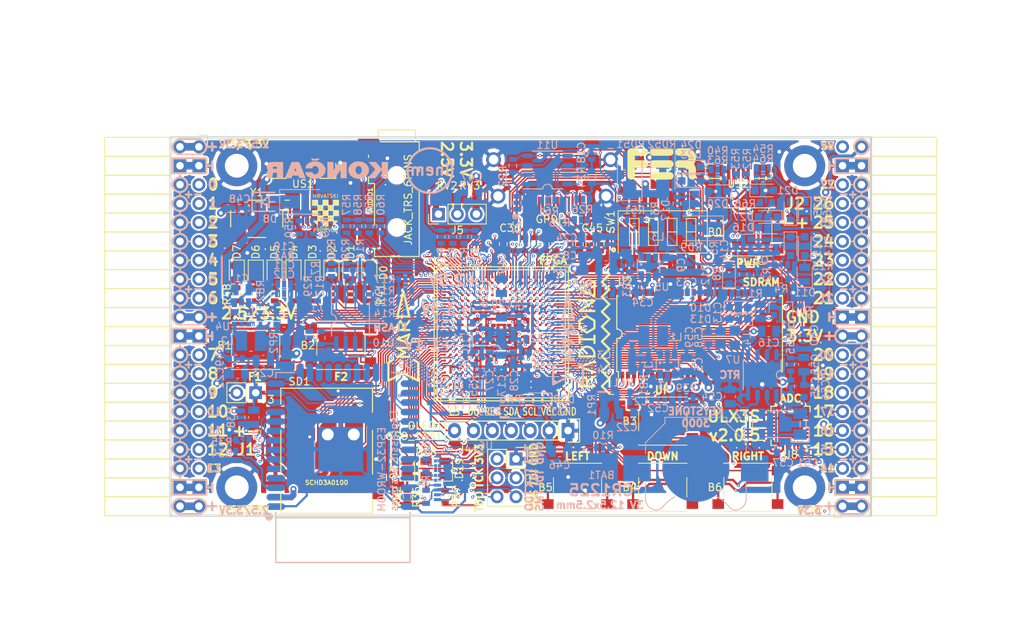
<source format=kicad_pcb>
(kicad_pcb (version 20171130) (host pcbnew 5.0.0-rc3+dfsg1-2)
  (layers (0 F.Cu signal) (1 In1.Cu signal) (2 In2.Cu signal) (31 B.Cu signal) (34 B.Paste user) (35 F.Paste user) (36 B.SilkS user) (37 F.SilkS user) (38 B.Mask user) (39 F.Mask user) (44 Edge.Cuts user))
  (net 0 "")
  (net 1 GND)
  (net 2 +5V)
  (net 3 /gpio/IN5V)
  (net 4 /gpio/OUT5V)
  (net 5 +3V3)
  (net 6 BTN_D)
  (net 7 BTN_F1)
  (net 8 BTN_F2)
  (net 9 BTN_L)
  (net 10 BTN_R)
  (net 11 BTN_U)
  (net 12 /power/FB1)
  (net 13 +2V5)
  (net 14 /power/PWREN)
  (net 15 /power/FB3)
  (net 16 /power/FB2)
  (net 17 /power/VBAT)
  (net 18 JTAG_TDI)
  (net 19 JTAG_TCK)
  (net 20 JTAG_TMS)
  (net 21 JTAG_TDO)
  (net 22 /power/WAKEUPn)
  (net 23 /power/WKUP)
  (net 24 /power/SHUT)
  (net 25 /power/WAKE)
  (net 26 /power/HOLD)
  (net 27 /power/WKn)
  (net 28 /power/OSCI_32k)
  (net 29 /power/OSCO_32k)
  (net 30 SHUTDOWN)
  (net 31 GPDI_SDA)
  (net 32 GPDI_SCL)
  (net 33 /gpdi/VREF2)
  (net 34 SD_CMD)
  (net 35 SD_CLK)
  (net 36 SD_D0)
  (net 37 SD_D1)
  (net 38 USB5V)
  (net 39 GPDI_CEC)
  (net 40 nRESET)
  (net 41 FTDI_nDTR)
  (net 42 SDRAM_CKE)
  (net 43 SDRAM_A7)
  (net 44 SDRAM_D15)
  (net 45 SDRAM_BA1)
  (net 46 SDRAM_D7)
  (net 47 SDRAM_A6)
  (net 48 SDRAM_CLK)
  (net 49 SDRAM_D13)
  (net 50 SDRAM_BA0)
  (net 51 SDRAM_D6)
  (net 52 SDRAM_A5)
  (net 53 SDRAM_D14)
  (net 54 SDRAM_A11)
  (net 55 SDRAM_D12)
  (net 56 SDRAM_D5)
  (net 57 SDRAM_A4)
  (net 58 SDRAM_A10)
  (net 59 SDRAM_D11)
  (net 60 SDRAM_A3)
  (net 61 SDRAM_D4)
  (net 62 SDRAM_D10)
  (net 63 SDRAM_D9)
  (net 64 SDRAM_A9)
  (net 65 SDRAM_D3)
  (net 66 SDRAM_D8)
  (net 67 SDRAM_A8)
  (net 68 SDRAM_A2)
  (net 69 SDRAM_A1)
  (net 70 SDRAM_A0)
  (net 71 SDRAM_D2)
  (net 72 SDRAM_D1)
  (net 73 SDRAM_D0)
  (net 74 SDRAM_DQM0)
  (net 75 SDRAM_nCS)
  (net 76 SDRAM_nRAS)
  (net 77 SDRAM_DQM1)
  (net 78 SDRAM_nCAS)
  (net 79 SDRAM_nWE)
  (net 80 /flash/FLASH_nWP)
  (net 81 /flash/FLASH_nHOLD)
  (net 82 /flash/FLASH_MOSI)
  (net 83 /flash/FLASH_MISO)
  (net 84 /flash/FLASH_SCK)
  (net 85 /flash/FLASH_nCS)
  (net 86 /flash/FPGA_PROGRAMN)
  (net 87 /flash/FPGA_DONE)
  (net 88 /flash/FPGA_INITN)
  (net 89 OLED_RES)
  (net 90 OLED_DC)
  (net 91 OLED_CS)
  (net 92 WIFI_EN)
  (net 93 FTDI_nRTS)
  (net 94 FTDI_TXD)
  (net 95 FTDI_RXD)
  (net 96 WIFI_RXD)
  (net 97 WIFI_GPIO0)
  (net 98 WIFI_TXD)
  (net 99 USB_FTDI_D+)
  (net 100 USB_FTDI_D-)
  (net 101 SD_D3)
  (net 102 AUDIO_L3)
  (net 103 AUDIO_L2)
  (net 104 AUDIO_L1)
  (net 105 AUDIO_L0)
  (net 106 AUDIO_R3)
  (net 107 AUDIO_R2)
  (net 108 AUDIO_R1)
  (net 109 AUDIO_R0)
  (net 110 OLED_CLK)
  (net 111 OLED_MOSI)
  (net 112 LED0)
  (net 113 LED1)
  (net 114 LED2)
  (net 115 LED3)
  (net 116 LED4)
  (net 117 LED5)
  (net 118 LED6)
  (net 119 LED7)
  (net 120 BTN_PWRn)
  (net 121 FTDI_nTXLED)
  (net 122 FTDI_nSLEEP)
  (net 123 /blinkey/LED_PWREN)
  (net 124 /blinkey/LED_TXLED)
  (net 125 /sdcard/SD3V3)
  (net 126 SD_D2)
  (net 127 CLK_25MHz)
  (net 128 /blinkey/BTNPUL)
  (net 129 /blinkey/BTNPUR)
  (net 130 USB_FPGA_D+)
  (net 131 /power/FTDI_nSUSPEND)
  (net 132 /blinkey/ALED0)
  (net 133 /blinkey/ALED1)
  (net 134 /blinkey/ALED2)
  (net 135 /blinkey/ALED3)
  (net 136 /blinkey/ALED4)
  (net 137 /blinkey/ALED5)
  (net 138 /blinkey/ALED6)
  (net 139 /blinkey/ALED7)
  (net 140 /usb/FTD-)
  (net 141 /usb/FTD+)
  (net 142 ADC_MISO)
  (net 143 ADC_MOSI)
  (net 144 ADC_CSn)
  (net 145 ADC_SCLK)
  (net 146 SW3)
  (net 147 SW2)
  (net 148 SW1)
  (net 149 USB_FPGA_D-)
  (net 150 /usb/FPD+)
  (net 151 /usb/FPD-)
  (net 152 WIFI_GPIO16)
  (net 153 /usb/ANT_433MHz)
  (net 154 PROG_DONE)
  (net 155 /power/P3V3)
  (net 156 /power/P2V5)
  (net 157 /power/L1)
  (net 158 /power/L3)
  (net 159 /power/L2)
  (net 160 FTDI_TXDEN)
  (net 161 SDRAM_A12)
  (net 162 /analog/AUDIO_V)
  (net 163 AUDIO_V3)
  (net 164 AUDIO_V2)
  (net 165 AUDIO_V1)
  (net 166 AUDIO_V0)
  (net 167 /blinkey/LED_WIFI)
  (net 168 /power/P1V1)
  (net 169 +1V1)
  (net 170 SW4)
  (net 171 /blinkey/SWPU)
  (net 172 /wifi/WIFIEN)
  (net 173 FT2V5)
  (net 174 GN0)
  (net 175 GP0)
  (net 176 GN1)
  (net 177 GP1)
  (net 178 GN2)
  (net 179 GP2)
  (net 180 GN3)
  (net 181 GP3)
  (net 182 GN4)
  (net 183 GP4)
  (net 184 GN5)
  (net 185 GP5)
  (net 186 GN6)
  (net 187 GP6)
  (net 188 GN14)
  (net 189 GP14)
  (net 190 GN15)
  (net 191 GP15)
  (net 192 GN16)
  (net 193 GP16)
  (net 194 GN17)
  (net 195 GP17)
  (net 196 GN18)
  (net 197 GP18)
  (net 198 GN19)
  (net 199 GP19)
  (net 200 GN20)
  (net 201 GP20)
  (net 202 GN21)
  (net 203 GP21)
  (net 204 GN22)
  (net 205 GP22)
  (net 206 GN23)
  (net 207 GP23)
  (net 208 GN24)
  (net 209 GP24)
  (net 210 GN25)
  (net 211 GP25)
  (net 212 GN26)
  (net 213 GP26)
  (net 214 GN27)
  (net 215 GP27)
  (net 216 GN7)
  (net 217 GP7)
  (net 218 GN8)
  (net 219 GP8)
  (net 220 GN9)
  (net 221 GP9)
  (net 222 GN10)
  (net 223 GP10)
  (net 224 GN11)
  (net 225 GP11)
  (net 226 GN12)
  (net 227 GP12)
  (net 228 GN13)
  (net 229 GP13)
  (net 230 WIFI_GPIO5)
  (net 231 WIFI_GPIO17)
  (net 232 USB_FPGA_PULL_D+)
  (net 233 USB_FPGA_PULL_D-)
  (net 234 "Net-(D23-Pad2)")
  (net 235 "Net-(D24-Pad1)")
  (net 236 "Net-(D25-Pad2)")
  (net 237 "Net-(D26-Pad1)")
  (net 238 /gpdi/GPDI_ETH+)
  (net 239 FPDI_ETH+)
  (net 240 /gpdi/GPDI_ETH-)
  (net 241 FPDI_ETH-)
  (net 242 /gpdi/GPDI_D2-)
  (net 243 FPDI_D2-)
  (net 244 /gpdi/GPDI_D1-)
  (net 245 FPDI_D1-)
  (net 246 /gpdi/GPDI_D0-)
  (net 247 FPDI_D0-)
  (net 248 /gpdi/GPDI_CLK-)
  (net 249 FPDI_CLK-)
  (net 250 /gpdi/GPDI_D2+)
  (net 251 FPDI_D2+)
  (net 252 /gpdi/GPDI_D1+)
  (net 253 FPDI_D1+)
  (net 254 /gpdi/GPDI_D0+)
  (net 255 FPDI_D0+)
  (net 256 /gpdi/GPDI_CLK+)
  (net 257 FPDI_CLK+)
  (net 258 FPDI_SDA)
  (net 259 FPDI_SCL)
  (net 260 /gpdi/FPDI_CEC)
  (net 261 2V5_3V3)
  (net 262 "Net-(AUDIO1-Pad5)")
  (net 263 "Net-(AUDIO1-Pad6)")
  (net 264 "Net-(U1-PadA15)")
  (net 265 "Net-(U1-PadC9)")
  (net 266 "Net-(U1-PadD9)")
  (net 267 "Net-(U1-PadD10)")
  (net 268 "Net-(U1-PadD11)")
  (net 269 "Net-(U1-PadD12)")
  (net 270 "Net-(U1-PadE6)")
  (net 271 "Net-(U1-PadE9)")
  (net 272 "Net-(U1-PadE10)")
  (net 273 "Net-(U1-PadE11)")
  (net 274 "Net-(U1-PadJ4)")
  (net 275 "Net-(U1-PadJ5)")
  (net 276 "Net-(U1-PadK5)")
  (net 277 "Net-(U1-PadL5)")
  (net 278 "Net-(U1-PadM5)")
  (net 279 SD_CD)
  (net 280 SD_WP)
  (net 281 "Net-(U1-PadR3)")
  (net 282 "Net-(U1-PadT16)")
  (net 283 "Net-(U1-PadW4)")
  (net 284 "Net-(U1-PadW5)")
  (net 285 "Net-(U1-PadW8)")
  (net 286 "Net-(U1-PadW9)")
  (net 287 "Net-(U1-PadW13)")
  (net 288 "Net-(U1-PadW14)")
  (net 289 "Net-(U1-PadW17)")
  (net 290 "Net-(U1-PadW18)")
  (net 291 FTDI_nRXLED)
  (net 292 "Net-(U8-Pad12)")
  (net 293 "Net-(U8-Pad25)")
  (net 294 "Net-(U9-Pad32)")
  (net 295 "Net-(U9-Pad22)")
  (net 296 "Net-(U9-Pad21)")
  (net 297 "Net-(U9-Pad20)")
  (net 298 "Net-(U9-Pad19)")
  (net 299 "Net-(U9-Pad18)")
  (net 300 "Net-(U9-Pad17)")
  (net 301 "Net-(U9-Pad12)")
  (net 302 "Net-(U9-Pad5)")
  (net 303 "Net-(U9-Pad4)")
  (net 304 "Net-(US1-Pad4)")
  (net 305 "Net-(Y2-Pad3)")
  (net 306 "Net-(Y2-Pad2)")
  (net 307 "Net-(U1-PadK16)")
  (net 308 "Net-(U1-PadK17)")
  (net 309 /usb/US2VBUS)
  (net 310 /power/SHD)
  (net 311 /power/RTCVDD)
  (net 312 "Net-(D27-Pad2)")
  (net 313 US2_ID)
  (net 314 /analog/AUDIO_L)
  (net 315 /analog/AUDIO_R)
  (net 316 /analog/ADC3V3)
  (net 317 PWRBTn)
  (net 318 USER_PROGRAMN)
  (module conn-fci:CONN-10029449-111RLF (layer F.Cu) (at 145.296 69.312 180)
    (fp_text reference GPDI1 (at 0 -3.1115 180) (layer F.SilkS))
    (fp_text value GPDI-D)
    (pad 19 smd rect (at -4.25 -1 180) (size 0.3 1.9) (layers F.Cu F.Paste F.Mask) (net 240 /gpdi/GPDI_ETH-))
    (pad 18 smd rect (at -3.75 -1 180) (size 0.3 1.9) (layers F.Cu F.Paste F.Mask) (net 2 +5V))
    (pad 17 smd rect (at -3.25 -1 180) (size 0.3 1.9) (layers F.Cu F.Paste F.Mask) (net 1 GND))
    (pad 16 smd rect (at -2.75 -1 180) (size 0.3 1.9) (layers F.Cu F.Paste F.Mask) (net 31 GPDI_SDA))
    (pad 15 smd rect (at -2.25 -1 180) (size 0.3 1.9) (layers F.Cu F.Paste F.Mask) (net 32 GPDI_SCL))
    (pad 14 smd rect (at -1.75 -1 180) (size 0.3 1.9) (layers F.Cu F.Paste F.Mask) (net 238 /gpdi/GPDI_ETH+))
    (pad 13 smd rect (at -1.25 -1 180) (size 0.3 1.9) (layers F.Cu F.Paste F.Mask) (net 39 GPDI_CEC))
    (pad 12 smd rect (at -0.75 -1 180) (size 0.3 1.9) (layers F.Cu F.Paste F.Mask) (net 248 /gpdi/GPDI_CLK-))
    (pad 11 smd rect (at -0.25 -1 180) (size 0.3 1.9) (layers F.Cu F.Paste F.Mask) (net 1 GND))
    (pad 10 smd rect (at 0.25 -1 180) (size 0.3 1.9) (layers F.Cu F.Paste F.Mask) (net 256 /gpdi/GPDI_CLK+))
    (pad 9 smd rect (at 0.75 -1 180) (size 0.3 1.9) (layers F.Cu F.Paste F.Mask) (net 246 /gpdi/GPDI_D0-))
    (pad 8 smd rect (at 1.25 -1 180) (size 0.3 1.9) (layers F.Cu F.Paste F.Mask) (net 1 GND))
    (pad 7 smd rect (at 1.75 -1 180) (size 0.3 1.9) (layers F.Cu F.Paste F.Mask) (net 254 /gpdi/GPDI_D0+))
    (pad 6 smd rect (at 2.25 -1 180) (size 0.3 1.9) (layers F.Cu F.Paste F.Mask) (net 244 /gpdi/GPDI_D1-))
    (pad 5 smd rect (at 2.75 -1 180) (size 0.3 1.9) (layers F.Cu F.Paste F.Mask) (net 1 GND))
    (pad 4 smd rect (at 3.25 -1 180) (size 0.3 1.9) (layers F.Cu F.Paste F.Mask) (net 252 /gpdi/GPDI_D1+))
    (pad 3 smd rect (at 3.75 -1 180) (size 0.3 1.9) (layers F.Cu F.Paste F.Mask) (net 242 /gpdi/GPDI_D2-))
    (pad 2 smd rect (at 4.25 -1 180) (size 0.3 1.9) (layers F.Cu F.Paste F.Mask) (net 1 GND))
    (pad 1 smd rect (at 4.75 -1 180) (size 0.3 1.9) (layers F.Cu F.Paste F.Mask) (net 250 /gpdi/GPDI_D2+))
    (pad 0 thru_hole circle (at -7.25 0 180) (size 2 2) (drill 1.3) (layers *.Cu *.Mask F.Paste) (net 1 GND))
    (pad 0 thru_hole circle (at 7.25 0 180) (size 2 2) (drill 1.3) (layers *.Cu *.Mask F.Paste) (net 1 GND))
    (pad 0 thru_hole circle (at -7.85 4.9 180) (size 2 2) (drill 1.3) (layers *.Cu *.Mask F.Paste) (net 1 GND))
    (pad 0 thru_hole circle (at 7.85 4.9 180) (size 2 2) (drill 1.3) (layers *.Cu *.Mask F.Paste) (net 1 GND))
  )
  (module ESP32:ESP32-WROOM (layer B.Cu) (at 117.23 105.75 180)
    (fp_text reference U9 (at -8.366 13.85 180) (layer B.SilkS) (effects (justify mirror)))
    (fp_text value ESP-WROOM32)
    (fp_text user "Espressif Systems" (at -6.858 0.889 90) (layer B.SilkS) (effects (justify mirror)))
    (fp_text user ESP32-WROOM (at -5.207 -0.254 90) (layer B.SilkS) (effects (justify mirror)))
    (pad 38 smd oval (at -9 -5.25 180) (size 2.5 0.9) (layers B.Cu B.Mask) (net 1 GND))
    (pad 37 smd oval (at -9 -3.98 180) (size 2.5 0.9) (layers B.Cu B.Mask) (net 18 JTAG_TDI))
    (pad 36 smd oval (at -9 -2.71 180) (size 2.5 0.9) (layers B.Cu B.Mask) (net 154 PROG_DONE))
    (pad 35 smd oval (at -9 -1.44 180) (size 2.5 0.9) (layers B.Cu B.Mask) (net 98 WIFI_TXD))
    (pad 34 smd oval (at -9 -0.17 180) (size 2.5 0.9) (layers B.Cu B.Mask) (net 96 WIFI_RXD))
    (pad 33 smd oval (at -9 1.1 180) (size 2.5 0.9) (layers B.Cu B.Mask) (net 20 JTAG_TMS))
    (pad 32 smd oval (at -9 2.37 180) (size 2.5 0.9) (layers B.Cu B.Mask) (net 294 "Net-(U9-Pad32)"))
    (pad 31 smd oval (at -9 3.64 180) (size 2.5 0.9) (layers B.Cu B.Mask) (net 21 JTAG_TDO))
    (pad 30 smd oval (at -9 4.91 180) (size 2.5 0.9) (layers B.Cu B.Mask) (net 19 JTAG_TCK))
    (pad 29 smd oval (at -9 6.18 180) (size 2.5 0.9) (layers B.Cu B.Mask) (net 230 WIFI_GPIO5))
    (pad 28 smd oval (at -9 7.45 180) (size 2.5 0.9) (layers B.Cu B.Mask) (net 231 WIFI_GPIO17))
    (pad 27 smd oval (at -9 8.72 180) (size 2.5 0.9) (layers B.Cu B.Mask) (net 152 WIFI_GPIO16))
    (pad 26 smd oval (at -9 9.99 180) (size 2.5 0.9) (layers B.Cu B.Mask) (net 37 SD_D1))
    (pad 25 smd oval (at -9 11.26 180) (size 2.5 0.9) (layers B.Cu B.Mask) (net 97 WIFI_GPIO0))
    (pad 24 smd oval (at -5.715 12.75 180) (size 0.9 2.5) (layers B.Cu B.Mask) (net 36 SD_D0))
    (pad 23 smd oval (at -4.445 12.75 180) (size 0.9 2.5) (layers B.Cu B.Mask) (net 34 SD_CMD))
    (pad 22 smd oval (at -3.175 12.75 180) (size 0.9 2.5) (layers B.Cu B.Mask) (net 295 "Net-(U9-Pad22)"))
    (pad 21 smd oval (at -1.905 12.75 180) (size 0.9 2.5) (layers B.Cu B.Mask) (net 296 "Net-(U9-Pad21)"))
    (pad 20 smd oval (at -0.635 12.75 180) (size 0.9 2.5) (layers B.Cu B.Mask) (net 297 "Net-(U9-Pad20)"))
    (pad 19 smd oval (at 0.635 12.75 180) (size 0.9 2.5) (layers B.Cu B.Mask) (net 298 "Net-(U9-Pad19)"))
    (pad 18 smd oval (at 1.905 12.75 180) (size 0.9 2.5) (layers B.Cu B.Mask) (net 299 "Net-(U9-Pad18)"))
    (pad 17 smd oval (at 3.175 12.75 180) (size 0.9 2.5) (layers B.Cu B.Mask) (net 300 "Net-(U9-Pad17)"))
    (pad 16 smd oval (at 4.445 12.75 180) (size 0.9 2.5) (layers B.Cu B.Mask) (net 101 SD_D3))
    (pad 15 smd oval (at 5.715 12.75 180) (size 0.9 2.5) (layers B.Cu B.Mask) (net 1 GND))
    (pad 14 smd oval (at 9 11.26 180) (size 2.5 0.9) (layers B.Cu B.Mask) (net 126 SD_D2))
    (pad 13 smd oval (at 9 9.99 180) (size 2.5 0.9) (layers B.Cu B.Mask) (net 35 SD_CLK))
    (pad 12 smd oval (at 9 8.72 180) (size 2.5 0.9) (layers B.Cu B.Mask) (net 301 "Net-(U9-Pad12)"))
    (pad 11 smd oval (at 9 7.45 180) (size 2.5 0.9) (layers B.Cu B.Mask) (net 224 GN11))
    (pad 10 smd oval (at 9 6.18 180) (size 2.5 0.9) (layers B.Cu B.Mask) (net 225 GP11))
    (pad 9 smd oval (at 9 4.91 180) (size 2.5 0.9) (layers B.Cu B.Mask) (net 226 GN12))
    (pad 8 smd oval (at 9 3.64 180) (size 2.5 0.9) (layers B.Cu B.Mask) (net 227 GP12))
    (pad 7 smd oval (at 9 2.37 180) (size 2.5 0.9) (layers B.Cu B.Mask) (net 228 GN13))
    (pad 6 smd oval (at 9 1.1 180) (size 2.5 0.9) (layers B.Cu B.Mask) (net 229 GP13))
    (pad 5 smd oval (at 9 -0.17 180) (size 2.5 0.9) (layers B.Cu B.Mask) (net 302 "Net-(U9-Pad5)"))
    (pad 4 smd oval (at 9 -1.44 180) (size 2.5 0.9) (layers B.Cu B.Mask) (net 303 "Net-(U9-Pad4)"))
    (pad 3 smd oval (at 9 -2.71 180) (size 2.5 0.9) (layers B.Cu B.Mask) (net 172 /wifi/WIFIEN))
    (pad 2 smd oval (at 9 -3.98 180) (size 2.5 0.9) (layers B.Cu B.Mask) (net 5 +3V3))
    (pad 1 smd oval (at 9 -5.25 180) (size 2.5 0.9) (layers B.Cu B.Mask) (net 1 GND))
    (pad 39 smd rect (at 0.3 2.45 180) (size 6 6) (layers B.Cu B.Mask) (net 1 GND))
  )
  (module Capacitor_SMD:C_0603_1608Metric (layer B.Cu) (at 102.863 91.156)
    (fp_text reference C49 (at -2.159 -0.399 90) (layer B.SilkS) (effects (justify mirror)))
    (fp_text value 22nF)
    (pad 2 smd rect (at 0.875 0) (size 0.67 1) (layers B.Cu B.Paste B.Mask) (net 1 GND))
    (pad 1 smd rect (at -0.875 0) (size 0.67 1) (layers B.Cu B.Paste B.Mask) (net 261 2V5_3V3))
  )
  (module jumper:R_0805_2012Metric_Pad1.29x1.40mm_HandSolder_Jumper_NC (layer B.Cu) (at 149.472 78.311 270)
    (fp_text reference RP3 (at 0 3.414 270) (layer B.SilkS) (effects (justify mirror)))
    (fp_text value 0)
    (fp_line (start -1 0) (end 1 0) (layer B.Cu) (width 1))
    (pad 2 smd rect (at 0.9675 0 270) (size 1.295 1.4) (layers B.Cu B.Mask) (net 5 +3V3))
    (pad 1 smd rect (at -0.9675 0 270) (size 1.295 1.4) (layers B.Cu B.Mask) (net 155 /power/P3V3))
  )
  (module jumper:R_0805_2012Metric_Pad1.29x1.40mm_HandSolder_Jumper_NC (layer B.Cu) (at 109.609 89.632 270)
    (fp_text reference RP2 (at -0.635 1.651 270) (layer B.SilkS) (effects (justify mirror)))
    (fp_text value 0)
    (fp_line (start -1 0) (end 1 0) (layer B.Cu) (width 1))
    (pad 2 smd rect (at 0.9675 0 270) (size 1.295 1.4) (layers B.Cu B.Mask) (net 13 +2V5))
    (pad 1 smd rect (at -0.9675 0 270) (size 1.295 1.4) (layers B.Cu B.Mask) (net 156 /power/P2V5))
  )
  (module jumper:R_0805_2012Metric_Pad1.29x1.40mm_HandSolder_Jumper_NC (layer B.Cu) (at 152.281 97.361 270)
    (fp_text reference RP1 (at 0 1.65 270) (layer B.SilkS) (effects (justify mirror)))
    (fp_text value 0)
    (fp_line (start -1 0) (end 1 0) (layer B.Cu) (width 1))
    (pad 2 smd rect (at 0.9675 0 270) (size 1.295 1.4) (layers B.Cu B.Mask) (net 169 +1V1))
    (pad 1 smd rect (at -0.9675 0 270) (size 1.295 1.4) (layers B.Cu B.Mask) (net 168 /power/P1V1))
  )
  (module jumper:D_SMA_Jumper_NC (layer B.Cu) (at 164.854 73.63 180)
    (fp_text reference RD9 (at 0.889 -2.54 180) (layer B.SilkS) (effects (justify mirror)))
    (fp_text value 0)
    (fp_line (start -2 0) (end 2 0) (layer B.Cu) (width 1))
    (pad 2 smd rect (at 2 0 180) (size 2.5 1.8) (layers B.Cu B.Mask) (net 2 +5V))
    (pad 1 smd rect (at -2 0 180) (size 2.5 1.8) (layers B.Cu B.Mask) (net 309 /usb/US2VBUS))
  )
  (module jumper:D_SMA_Jumper_NC (layer B.Cu) (at 160.155 66.391 270)
    (fp_text reference RD52 (at -4.064 0.127) (layer B.SilkS) (effects (justify mirror)))
    (fp_text value 0)
    (fp_line (start -2 0) (end 2 0) (layer B.Cu) (width 1))
    (pad 2 smd rect (at 2 0 270) (size 2.5 1.8) (layers B.Cu B.Mask) (net 2 +5V))
    (pad 1 smd rect (at -2 0 270) (size 2.5 1.8) (layers B.Cu B.Mask) (net 4 /gpio/OUT5V))
  )
  (module jumper:D_SMA_Jumper_NC (layer B.Cu) (at 155.71 66.518 90)
    (fp_text reference RD51 (at 4.191 0.127 180) (layer B.SilkS) (effects (justify mirror)))
    (fp_text value 0)
    (fp_line (start -2 0) (end 2 0) (layer B.Cu) (width 1))
    (pad 2 smd rect (at 2 0 90) (size 2.5 1.8) (layers B.Cu B.Mask) (net 3 /gpio/IN5V))
    (pad 1 smd rect (at -2 0 90) (size 2.5 1.8) (layers B.Cu B.Mask) (net 2 +5V))
  )
  (module dipswitch:SW_DIP_x4_W8.61mm_Slide_LowProfile (layer F.Cu) (at 160.14 74.12 90)
    (fp_text reference SW1 (at 1.379 -6.97 90) (layer F.SilkS))
    (fp_text value SW_DIP_x04)
    (pad 8 smd rect (at 4.305 -3.81 90) (size 2.44 1.12) (layers F.Cu F.Paste F.Mask) (net 148 SW1))
    (pad 4 smd rect (at -4.305 3.81 90) (size 2.44 1.12) (layers F.Cu F.Paste F.Mask) (net 171 /blinkey/SWPU))
    (pad 7 smd rect (at 4.305 -1.27 90) (size 2.44 1.12) (layers F.Cu F.Paste F.Mask) (net 147 SW2))
    (pad 3 smd rect (at -4.305 1.27 90) (size 2.44 1.12) (layers F.Cu F.Paste F.Mask) (net 171 /blinkey/SWPU))
    (pad 6 smd rect (at 4.305 1.27 90) (size 2.44 1.12) (layers F.Cu F.Paste F.Mask) (net 146 SW3))
    (pad 2 smd rect (at -4.305 -1.27 90) (size 2.44 1.12) (layers F.Cu F.Paste F.Mask) (net 171 /blinkey/SWPU))
    (pad 5 smd rect (at 4.305 3.81 90) (size 2.44 1.12) (layers F.Cu F.Paste F.Mask) (net 170 SW4))
    (pad 1 smd rect (at -4.305 -3.81 90) (size 2.44 1.12) (layers F.Cu F.Paste F.Mask) (net 171 /blinkey/SWPU))
  )
  (module Keystone_3000_1x12mm-CoinCell:Keystone_3000_1x12mm-CoinCell (layer B.Cu) (at 164.585 105.87 90)
    (fp_text reference BAT1 (at -0.907 -12.685 180) (layer B.SilkS) (effects (justify mirror)))
    (fp_text value CR1225)
    (pad 1 smd rect (at 0 7.9 180) (size 3.7 3.5) (layers B.Cu B.Paste B.Mask) (net 17 /power/VBAT) (clearance 0.7))
    (pad 1 smd rect (at 0 -7.9 180) (size 3.7 3.5) (layers B.Cu B.Paste B.Mask) (net 17 /power/VBAT) (clearance 0.7))
    (pad 2 smd circle (at 0 0 180) (size 9 9) (layers B.Cu B.Mask) (net 1 GND))
  )
  (module SM8:SM8 (layer B.Cu) (at 144.68 65.8015 90)
    (fp_text reference U11 (at 3.3475 -0.019 -180) (layer B.SilkS) (effects (justify mirror)))
    (fp_text value PCA9306D)
    (pad 1 smd rect (at -1.905 -2.7) (size 1.55 0.6) (layers B.Cu B.Paste B.Mask) (net 1 GND))
    (pad 2 smd oval (at -0.635 -2.7) (size 1.55 0.6) (layers B.Cu B.Paste B.Mask) (net 13 +2V5))
    (pad 3 smd oval (at 0.635 -2.7) (size 1.55 0.6) (layers B.Cu B.Paste B.Mask) (net 259 FPDI_SCL))
    (pad 4 smd oval (at 1.905 -2.7) (size 1.55 0.6) (layers B.Cu B.Paste B.Mask) (net 258 FPDI_SDA))
    (pad 5 smd oval (at 1.905 2.7) (size 1.55 0.6) (layers B.Cu B.Paste B.Mask) (net 31 GPDI_SDA))
    (pad 6 smd oval (at 0.635 2.7) (size 1.55 0.6) (layers B.Cu B.Paste B.Mask) (net 32 GPDI_SCL))
    (pad 7 smd oval (at -0.635 2.7) (size 1.55 0.6) (layers B.Cu B.Paste B.Mask) (net 33 /gpdi/VREF2))
    (pad 8 smd oval (at -1.905 2.7) (size 1.55 0.6) (layers B.Cu B.Paste B.Mask) (net 5 +3V3))
  )
  (module TSOP54:TSOP54 (layer F.Cu) (at 165.093 87.8 90)
    (fp_text reference U2 (at 6.98 -9.993 180) (layer F.SilkS))
    (fp_text value MT48LC16M16A2TG)
    (pad 28 smd rect (at 5.53 10.4 90) (size 0.9 0.56) (layers F.Cu F.Paste F.Mask) (net 1 GND))
    (pad 1 smd rect (at -5.53 -10.4 90) (size 0.9 0.56) (layers F.Cu F.Paste F.Mask) (net 5 +3V3))
    (pad 2 smd rect (at -5.53 -9.6 90) (size 0.9 0.56) (layers F.Cu F.Paste F.Mask) (net 73 SDRAM_D0))
    (pad 3 smd rect (at -5.53 -8.8 90) (size 0.9 0.56) (layers F.Cu F.Paste F.Mask) (net 5 +3V3))
    (pad 4 smd rect (at -5.53 -8 90) (size 0.9 0.56) (layers F.Cu F.Paste F.Mask) (net 72 SDRAM_D1))
    (pad 5 smd rect (at -5.53 -7.2 90) (size 0.9 0.56) (layers F.Cu F.Paste F.Mask) (net 71 SDRAM_D2))
    (pad 6 smd rect (at -5.53 -6.4 90) (size 0.9 0.56) (layers F.Cu F.Paste F.Mask) (net 1 GND))
    (pad 7 smd rect (at -5.53 -5.6 90) (size 0.9 0.56) (layers F.Cu F.Paste F.Mask) (net 65 SDRAM_D3))
    (pad 8 smd rect (at -5.53 -4.8 90) (size 0.9 0.56) (layers F.Cu F.Paste F.Mask) (net 61 SDRAM_D4))
    (pad 9 smd rect (at -5.53 -4 90) (size 0.9 0.56) (layers F.Cu F.Paste F.Mask) (net 5 +3V3))
    (pad 10 smd rect (at -5.53 -3.2 90) (size 0.9 0.56) (layers F.Cu F.Paste F.Mask) (net 56 SDRAM_D5))
    (pad 11 smd rect (at -5.53 -2.4 90) (size 0.9 0.56) (layers F.Cu F.Paste F.Mask) (net 51 SDRAM_D6))
    (pad 12 smd rect (at -5.53 -1.6 90) (size 0.9 0.56) (layers F.Cu F.Paste F.Mask) (net 1 GND))
    (pad 13 smd rect (at -5.53 -0.8 90) (size 0.9 0.56) (layers F.Cu F.Paste F.Mask) (net 46 SDRAM_D7))
    (pad 14 smd rect (at -5.53 0 90) (size 0.9 0.56) (layers F.Cu F.Paste F.Mask) (net 5 +3V3))
    (pad 15 smd rect (at -5.53 0.8 90) (size 0.9 0.56) (layers F.Cu F.Paste F.Mask) (net 74 SDRAM_DQM0))
    (pad 16 smd rect (at -5.53 1.6 90) (size 0.9 0.56) (layers F.Cu F.Paste F.Mask) (net 79 SDRAM_nWE))
    (pad 17 smd rect (at -5.53 2.4 90) (size 0.9 0.56) (layers F.Cu F.Paste F.Mask) (net 78 SDRAM_nCAS))
    (pad 18 smd rect (at -5.53 3.2 90) (size 0.9 0.56) (layers F.Cu F.Paste F.Mask) (net 76 SDRAM_nRAS))
    (pad 19 smd rect (at -5.53 4 90) (size 0.9 0.56) (layers F.Cu F.Paste F.Mask) (net 75 SDRAM_nCS))
    (pad 20 smd rect (at -5.53 4.8 90) (size 0.9 0.56) (layers F.Cu F.Paste F.Mask) (net 50 SDRAM_BA0))
    (pad 21 smd rect (at -5.53 5.6 90) (size 0.9 0.56) (layers F.Cu F.Paste F.Mask) (net 45 SDRAM_BA1))
    (pad 22 smd rect (at -5.53 6.4 90) (size 0.9 0.56) (layers F.Cu F.Paste F.Mask) (net 58 SDRAM_A10))
    (pad 23 smd rect (at -5.53 7.2 90) (size 0.9 0.56) (layers F.Cu F.Paste F.Mask) (net 70 SDRAM_A0))
    (pad 24 smd rect (at -5.53 8 90) (size 0.9 0.56) (layers F.Cu F.Paste F.Mask) (net 69 SDRAM_A1))
    (pad 25 smd rect (at -5.53 8.8 90) (size 0.9 0.56) (layers F.Cu F.Paste F.Mask) (net 68 SDRAM_A2))
    (pad 26 smd rect (at -5.53 9.6 90) (size 0.9 0.56) (layers F.Cu F.Paste F.Mask) (net 60 SDRAM_A3))
    (pad 27 smd rect (at -5.53 10.4 90) (size 0.9 0.56) (layers F.Cu F.Paste F.Mask) (net 5 +3V3))
    (pad 29 smd rect (at 5.53 9.6 90) (size 0.9 0.56) (layers F.Cu F.Paste F.Mask) (net 57 SDRAM_A4))
    (pad 30 smd rect (at 5.53 8.8 90) (size 0.9 0.56) (layers F.Cu F.Paste F.Mask) (net 52 SDRAM_A5))
    (pad 31 smd rect (at 5.53 8 90) (size 0.9 0.56) (layers F.Cu F.Paste F.Mask) (net 47 SDRAM_A6))
    (pad 32 smd rect (at 5.53 7.2 90) (size 0.9 0.56) (layers F.Cu F.Paste F.Mask) (net 43 SDRAM_A7))
    (pad 33 smd rect (at 5.53 6.4 90) (size 0.9 0.56) (layers F.Cu F.Paste F.Mask) (net 67 SDRAM_A8))
    (pad 34 smd rect (at 5.53 5.6 90) (size 0.9 0.56) (layers F.Cu F.Paste F.Mask) (net 64 SDRAM_A9))
    (pad 35 smd rect (at 5.53 4.8 90) (size 0.9 0.56) (layers F.Cu F.Paste F.Mask) (net 54 SDRAM_A11))
    (pad 36 smd rect (at 5.53 4 90) (size 0.9 0.56) (layers F.Cu F.Paste F.Mask) (net 161 SDRAM_A12))
    (pad 37 smd rect (at 5.53 3.2 90) (size 0.9 0.56) (layers F.Cu F.Paste F.Mask) (net 42 SDRAM_CKE))
    (pad 38 smd rect (at 5.53 2.4 90) (size 0.9 0.56) (layers F.Cu F.Paste F.Mask) (net 48 SDRAM_CLK))
    (pad 39 smd rect (at 5.53 1.6 90) (size 0.9 0.56) (layers F.Cu F.Paste F.Mask) (net 77 SDRAM_DQM1))
    (pad 40 smd rect (at 5.53 0.8 90) (size 0.9 0.56) (layers F.Cu F.Paste F.Mask))
    (pad 41 smd rect (at 5.53 0 90) (size 0.9 0.56) (layers F.Cu F.Paste F.Mask) (net 1 GND))
    (pad 42 smd rect (at 5.53 -0.8 90) (size 0.9 0.56) (layers F.Cu F.Paste F.Mask) (net 66 SDRAM_D8))
    (pad 43 smd rect (at 5.53 -1.6 90) (size 0.9 0.56) (layers F.Cu F.Paste F.Mask) (net 5 +3V3))
    (pad 44 smd rect (at 5.53 -2.4 90) (size 0.9 0.56) (layers F.Cu F.Paste F.Mask) (net 63 SDRAM_D9))
    (pad 45 smd rect (at 5.53 -3.2 90) (size 0.9 0.56) (layers F.Cu F.Paste F.Mask) (net 62 SDRAM_D10))
    (pad 46 smd rect (at 5.53 -4 90) (size 0.9 0.56) (layers F.Cu F.Paste F.Mask) (net 1 GND))
    (pad 47 smd rect (at 5.53 -4.8 90) (size 0.9 0.56) (layers F.Cu F.Paste F.Mask) (net 59 SDRAM_D11))
    (pad 48 smd rect (at 5.53 -5.6 90) (size 0.9 0.56) (layers F.Cu F.Paste F.Mask) (net 55 SDRAM_D12))
    (pad 49 smd rect (at 5.53 -6.4 90) (size 0.9 0.56) (layers F.Cu F.Paste F.Mask) (net 5 +3V3))
    (pad 50 smd rect (at 5.53 -7.2 90) (size 0.9 0.56) (layers F.Cu F.Paste F.Mask) (net 49 SDRAM_D13))
    (pad 51 smd rect (at 5.53 -8 90) (size 0.9 0.56) (layers F.Cu F.Paste F.Mask) (net 53 SDRAM_D14))
    (pad 52 smd rect (at 5.53 -8.8 90) (size 0.9 0.56) (layers F.Cu F.Paste F.Mask) (net 1 GND))
    (pad 53 smd rect (at 5.53 -9.6 90) (size 0.9 0.56) (layers F.Cu F.Paste F.Mask) (net 44 SDRAM_D15))
    (pad 54 smd rect (at 5.53 -10.4 90) (size 0.9 0.56) (layers F.Cu F.Paste F.Mask) (net 1 GND))
  )
  (module SOA008-150mil:SOA008-150-208mil (layer B.Cu) (at 118.245 85.822 270)
    (fp_text reference U10 (at 3.175 -4.445) (layer B.SilkS) (effects (justify mirror)))
    (fp_text value IS25LP128F-JBLE)
    (pad 1 smd rect (at -3.302 1.905 270) (size 2.1 0.6) (layers B.Cu B.Paste B.Mask) (net 85 /flash/FLASH_nCS))
    (pad 2 smd oval (at -3.302 0.635 270) (size 2.1 0.6) (layers B.Cu B.Paste B.Mask) (net 83 /flash/FLASH_MISO))
    (pad 3 smd oval (at -3.302 -0.635 270) (size 2.1 0.6) (layers B.Cu B.Paste B.Mask) (net 80 /flash/FLASH_nWP))
    (pad 4 smd oval (at -3.302 -1.905 270) (size 2.1 0.6) (layers B.Cu B.Paste B.Mask) (net 1 GND))
    (pad 5 smd oval (at 3.302 -1.905 270) (size 2.1 0.6) (layers B.Cu B.Paste B.Mask) (net 82 /flash/FLASH_MOSI))
    (pad 6 smd oval (at 3.302 -0.635 270) (size 2.1 0.6) (layers B.Cu B.Paste B.Mask) (net 84 /flash/FLASH_SCK))
    (pad 7 smd oval (at 3.302 0.635 270) (size 2.1 0.6) (layers B.Cu B.Paste B.Mask) (net 81 /flash/FLASH_nHOLD))
    (pad 8 smd oval (at 3.302 1.905 270) (size 2.1 0.6) (layers B.Cu B.Paste B.Mask) (net 5 +3V3))
  )
  (module SOT96-1:SOT96-1 (layer B.Cu) (at 173.49 93.315 90)
    (fp_text reference U7 (at 2.032 -3.937 180) (layer B.SilkS) (effects (justify mirror)))
    (fp_text value MCP7940NT)
    (pad 1 smd rect (at -2.7 1.905 90) (size 1.55 0.6) (layers B.Cu B.Paste B.Mask) (net 28 /power/OSCI_32k))
    (pad 2 smd oval (at -2.7 0.635 90) (size 1.55 0.6) (layers B.Cu B.Paste B.Mask) (net 29 /power/OSCO_32k))
    (pad 3 smd oval (at -2.7 -0.635 90) (size 1.55 0.6) (layers B.Cu B.Paste B.Mask) (net 17 /power/VBAT))
    (pad 4 smd oval (at -2.7 -1.905 90) (size 1.55 0.6) (layers B.Cu B.Paste B.Mask) (net 1 GND))
    (pad 5 smd oval (at 2.7 -1.905 90) (size 1.55 0.6) (layers B.Cu B.Paste B.Mask) (net 258 FPDI_SDA))
    (pad 6 smd oval (at 2.7 -0.635 90) (size 1.55 0.6) (layers B.Cu B.Paste B.Mask) (net 259 FPDI_SCL))
    (pad 7 smd oval (at 2.7 0.635 90) (size 1.55 0.6) (layers B.Cu B.Paste B.Mask) (net 22 /power/WAKEUPn))
    (pad 8 smd oval (at 2.7 1.905 90) (size 1.55 0.6) (layers B.Cu B.Paste B.Mask) (net 311 /power/RTCVDD))
  )
  (module ft231x:FT231X-SSOP-20_4.4x6.5mm_Pitch0.65mm (layer B.Cu) (at 132.835 107.14 180)
    (fp_text reference U6 (at -3.556 4.318 180) (layer B.SilkS) (effects (justify mirror)))
    (fp_text value FT231XS)
    (pad 20 smd rect (at 2.9 2.925 180) (size 1 0.4) (layers B.Cu B.Paste B.Mask) (net 94 FTDI_TXD))
    (pad 19 smd rect (at 2.9 2.275 180) (size 1 0.4) (layers B.Cu B.Paste B.Mask) (net 122 FTDI_nSLEEP))
    (pad 18 smd rect (at 2.9 1.625 180) (size 1 0.4) (layers B.Cu B.Paste B.Mask) (net 160 FTDI_TXDEN))
    (pad 17 smd rect (at 2.9 0.975 180) (size 1 0.4) (layers B.Cu B.Paste B.Mask) (net 291 FTDI_nRXLED))
    (pad 16 smd rect (at 2.9 0.325 180) (size 1 0.4) (layers B.Cu B.Paste B.Mask) (net 1 GND))
    (pad 15 smd rect (at 2.9 -0.325 180) (size 1 0.4) (layers B.Cu B.Paste B.Mask) (net 38 USB5V))
    (pad 14 smd rect (at 2.9 -0.975 180) (size 1 0.4) (layers B.Cu B.Paste B.Mask) (net 40 nRESET))
    (pad 13 smd rect (at 2.9 -1.625 180) (size 1 0.4) (layers B.Cu B.Paste B.Mask) (net 173 FT2V5))
    (pad 12 smd rect (at 2.9 -2.275 180) (size 1 0.4) (layers B.Cu B.Paste B.Mask) (net 100 USB_FTDI_D-))
    (pad 11 smd rect (at 2.9 -2.925 180) (size 1 0.4) (layers B.Cu B.Paste B.Mask) (net 99 USB_FTDI_D+))
    (pad 10 smd rect (at -2.9 -2.925 180) (size 1 0.4) (layers B.Cu B.Paste B.Mask) (net 121 FTDI_nTXLED))
    (pad 9 smd rect (at -2.9 -2.275 180) (size 1 0.4) (layers B.Cu B.Paste B.Mask) (net 21 JTAG_TDO))
    (pad 8 smd rect (at -2.9 -1.625 180) (size 1 0.4) (layers B.Cu B.Paste B.Mask) (net 20 JTAG_TMS))
    (pad 7 smd rect (at -2.9 -0.975 180) (size 1 0.4) (layers B.Cu B.Paste B.Mask) (net 19 JTAG_TCK))
    (pad 6 smd rect (at -2.9 -0.325 180) (size 1 0.4) (layers B.Cu B.Paste B.Mask) (net 1 GND))
    (pad 5 smd rect (at -2.9 0.325 180) (size 1 0.4) (layers B.Cu B.Paste B.Mask) (net 18 JTAG_TDI))
    (pad 4 smd rect (at -2.9 0.975 180) (size 1 0.4) (layers B.Cu B.Paste B.Mask) (net 95 FTDI_RXD))
    (pad 3 smd rect (at -2.9 1.625 180) (size 1 0.4) (layers B.Cu B.Paste B.Mask) (net 173 FT2V5))
    (pad 2 smd rect (at -2.9 2.275 180) (size 1 0.4) (layers B.Cu B.Paste B.Mask) (net 93 FTDI_nRTS))
    (pad 1 smd rect (at -2.9 2.925 180) (size 1 0.4) (layers B.Cu B.Paste B.Mask) (net 41 FTDI_nDTR))
  )
  (module TSOT-25:TSOT-25 (layer B.Cu) (at 158.235 78.692)
    (fp_text reference U5 (at 1.793 2.812) (layer B.SilkS) (effects (justify mirror)))
    (fp_text value TLV62569DBV)
    (pad 1 smd rect (at -0.95 -1.3) (size 0.7 1.2) (layers B.Cu B.Paste B.Mask) (net 14 /power/PWREN))
    (pad 2 smd rect (at 0 -1.3) (size 0.7 1.2) (layers B.Cu B.Paste B.Mask) (net 1 GND))
    (pad 3 smd rect (at 0.95 -1.3) (size 0.7 1.2) (layers B.Cu B.Paste B.Mask) (net 158 /power/L3))
    (pad 4 smd rect (at 0.95 1.3) (size 0.7 1.2) (layers B.Cu B.Paste B.Mask) (net 2 +5V))
    (pad 5 smd rect (at -0.95 1.3) (size 0.7 1.2) (layers B.Cu B.Paste B.Mask) (net 15 /power/FB3))
  )
  (module TSOT-25:TSOT-25 (layer B.Cu) (at 160.775 91.9)
    (fp_text reference U3 (at -0.295 2.9) (layer B.SilkS) (effects (justify mirror)))
    (fp_text value TLV62569DBV)
    (pad 1 smd rect (at -0.95 -1.3) (size 0.7 1.2) (layers B.Cu B.Paste B.Mask) (net 14 /power/PWREN))
    (pad 2 smd rect (at 0 -1.3) (size 0.7 1.2) (layers B.Cu B.Paste B.Mask) (net 1 GND))
    (pad 3 smd rect (at 0.95 -1.3) (size 0.7 1.2) (layers B.Cu B.Paste B.Mask) (net 157 /power/L1))
    (pad 4 smd rect (at 0.95 1.3) (size 0.7 1.2) (layers B.Cu B.Paste B.Mask) (net 2 +5V))
    (pad 5 smd rect (at -0.95 1.3) (size 0.7 1.2) (layers B.Cu B.Paste B.Mask) (net 12 /power/FB1))
  )
  (module TSOT-25:TSOT-25 (layer B.Cu) (at 103.625 84.915 180)
    (fp_text reference U4 (at 2.54 -1.905 180) (layer B.SilkS) (effects (justify mirror)))
    (fp_text value TLV62569DBV)
    (pad 1 smd rect (at -0.95 -1.3 180) (size 0.7 1.2) (layers B.Cu B.Paste B.Mask) (net 14 /power/PWREN))
    (pad 2 smd rect (at 0 -1.3 180) (size 0.7 1.2) (layers B.Cu B.Paste B.Mask) (net 1 GND))
    (pad 3 smd rect (at 0.95 -1.3 180) (size 0.7 1.2) (layers B.Cu B.Paste B.Mask) (net 159 /power/L2))
    (pad 4 smd rect (at 0.95 1.3 180) (size 0.7 1.2) (layers B.Cu B.Paste B.Mask) (net 2 +5V))
    (pad 5 smd rect (at -0.95 1.3 180) (size 0.7 1.2) (layers B.Cu B.Paste B.Mask) (net 16 /power/FB2))
  )
  (module inem:inem (layer B.Cu) (at 128.913 65.883)
    (fp_text reference REF** hide)
    (fp_text value inem hide)
    (fp_text user inem (at 0 -0.1) (layer B.SilkS) (effects (font (size 1.5 1.5) (thickness 0.3)) (justify mirror)))
  )
  (module fer:fer4mm6 (layer F.Cu) (at 159.901 64.994)
    (fp_text reference fer hide)
    (fp_text value fer hide)
  )
  (module Socket_Strips:Socket_Strip_Angled_2x20 (layer F.Cu) (at 97.91 62.69 270)
    (fp_text reference J1 (at 40.64 -6.35) (layer F.SilkS) (effects (font (size 1.5 1.5) (thickness 0.3))))
    (fp_text value CONN_02X20 hide)
    (pad 1 thru_hole oval (at 0 0 270) (size 1.7272 1.7272) (drill 1.016) (layers *.Cu *.Mask) (net 261 2V5_3V3))
    (pad 2 thru_hole oval (at 0 2.54 270) (size 1.7272 1.7272) (drill 1.016) (layers *.Cu *.Mask) (net 261 2V5_3V3))
    (pad 3 thru_hole rect (at 2.54 0 270) (size 1.7272 1.7272) (drill 1.016) (layers *.Cu *.Mask) (net 1 GND))
    (pad 4 thru_hole rect (at 2.54 2.54 270) (size 1.7272 1.7272) (drill 1.016) (layers *.Cu *.Mask) (net 1 GND))
    (pad 5 thru_hole oval (at 5.08 0 270) (size 1.7272 1.7272) (drill 1.016) (layers *.Cu *.Mask) (net 174 GN0))
    (pad 6 thru_hole oval (at 5.08 2.54 270) (size 1.7272 1.7272) (drill 1.016) (layers *.Cu *.Mask) (net 175 GP0))
    (pad 7 thru_hole oval (at 7.62 0 270) (size 1.7272 1.7272) (drill 1.016) (layers *.Cu *.Mask) (net 176 GN1))
    (pad 8 thru_hole oval (at 7.62 2.54 270) (size 1.7272 1.7272) (drill 1.016) (layers *.Cu *.Mask) (net 177 GP1))
    (pad 9 thru_hole oval (at 10.16 0 270) (size 1.7272 1.7272) (drill 1.016) (layers *.Cu *.Mask) (net 178 GN2))
    (pad 10 thru_hole oval (at 10.16 2.54 270) (size 1.7272 1.7272) (drill 1.016) (layers *.Cu *.Mask) (net 179 GP2))
    (pad 11 thru_hole oval (at 12.7 0 270) (size 1.7272 1.7272) (drill 1.016) (layers *.Cu *.Mask) (net 180 GN3))
    (pad 12 thru_hole oval (at 12.7 2.54 270) (size 1.7272 1.7272) (drill 1.016) (layers *.Cu *.Mask) (net 181 GP3))
    (pad 13 thru_hole oval (at 15.24 0 270) (size 1.7272 1.7272) (drill 1.016) (layers *.Cu *.Mask) (net 182 GN4))
    (pad 14 thru_hole oval (at 15.24 2.54 270) (size 1.7272 1.7272) (drill 1.016) (layers *.Cu *.Mask) (net 183 GP4))
    (pad 15 thru_hole oval (at 17.78 0 270) (size 1.7272 1.7272) (drill 1.016) (layers *.Cu *.Mask) (net 184 GN5))
    (pad 16 thru_hole oval (at 17.78 2.54 270) (size 1.7272 1.7272) (drill 1.016) (layers *.Cu *.Mask) (net 185 GP5))
    (pad 17 thru_hole oval (at 20.32 0 270) (size 1.7272 1.7272) (drill 1.016) (layers *.Cu *.Mask) (net 186 GN6))
    (pad 18 thru_hole oval (at 20.32 2.54 270) (size 1.7272 1.7272) (drill 1.016) (layers *.Cu *.Mask) (net 187 GP6))
    (pad 19 thru_hole oval (at 22.86 0 270) (size 1.7272 1.7272) (drill 1.016) (layers *.Cu *.Mask) (net 261 2V5_3V3))
    (pad 20 thru_hole oval (at 22.86 2.54 270) (size 1.7272 1.7272) (drill 1.016) (layers *.Cu *.Mask) (net 261 2V5_3V3))
    (pad 21 thru_hole rect (at 25.4 0 270) (size 1.7272 1.7272) (drill 1.016) (layers *.Cu *.Mask) (net 1 GND))
    (pad 22 thru_hole rect (at 25.4 2.54 270) (size 1.7272 1.7272) (drill 1.016) (layers *.Cu *.Mask) (net 1 GND))
    (pad 23 thru_hole oval (at 27.94 0 270) (size 1.7272 1.7272) (drill 1.016) (layers *.Cu *.Mask) (net 216 GN7))
    (pad 24 thru_hole oval (at 27.94 2.54 270) (size 1.7272 1.7272) (drill 1.016) (layers *.Cu *.Mask) (net 217 GP7))
    (pad 25 thru_hole oval (at 30.48 0 270) (size 1.7272 1.7272) (drill 1.016) (layers *.Cu *.Mask) (net 218 GN8))
    (pad 26 thru_hole oval (at 30.48 2.54 270) (size 1.7272 1.7272) (drill 1.016) (layers *.Cu *.Mask) (net 219 GP8))
    (pad 27 thru_hole oval (at 33.02 0 270) (size 1.7272 1.7272) (drill 1.016) (layers *.Cu *.Mask) (net 220 GN9))
    (pad 28 thru_hole oval (at 33.02 2.54 270) (size 1.7272 1.7272) (drill 1.016) (layers *.Cu *.Mask) (net 221 GP9))
    (pad 29 thru_hole oval (at 35.56 0 270) (size 1.7272 1.7272) (drill 1.016) (layers *.Cu *.Mask) (net 222 GN10))
    (pad 30 thru_hole oval (at 35.56 2.54 270) (size 1.7272 1.7272) (drill 1.016) (layers *.Cu *.Mask) (net 223 GP10))
    (pad 31 thru_hole oval (at 38.1 0 270) (size 1.7272 1.7272) (drill 1.016) (layers *.Cu *.Mask) (net 224 GN11))
    (pad 32 thru_hole oval (at 38.1 2.54 270) (size 1.7272 1.7272) (drill 1.016) (layers *.Cu *.Mask) (net 225 GP11))
    (pad 33 thru_hole oval (at 40.64 0 270) (size 1.7272 1.7272) (drill 1.016) (layers *.Cu *.Mask) (net 226 GN12))
    (pad 34 thru_hole oval (at 40.64 2.54 270) (size 1.7272 1.7272) (drill 1.016) (layers *.Cu *.Mask) (net 227 GP12))
    (pad 35 thru_hole oval (at 43.18 0 270) (size 1.7272 1.7272) (drill 1.016) (layers *.Cu *.Mask) (net 228 GN13))
    (pad 36 thru_hole oval (at 43.18 2.54 270) (size 1.7272 1.7272) (drill 1.016) (layers *.Cu *.Mask) (net 229 GP13))
    (pad 37 thru_hole rect (at 45.72 0 270) (size 1.7272 1.7272) (drill 1.016) (layers *.Cu *.Mask) (net 1 GND))
    (pad 38 thru_hole rect (at 45.72 2.54 270) (size 1.7272 1.7272) (drill 1.016) (layers *.Cu *.Mask) (net 1 GND))
    (pad 39 thru_hole oval (at 48.26 0 270) (size 1.7272 1.7272) (drill 1.016) (layers *.Cu *.Mask) (net 261 2V5_3V3))
    (pad 40 thru_hole oval (at 48.26 2.54 270) (size 1.7272 1.7272) (drill 1.016) (layers *.Cu *.Mask) (net 261 2V5_3V3))
  )
  (module Socket_Strips:Socket_Strip_Angled_2x20 (layer F.Cu) (at 184.27 110.95 90)
    (fp_text reference J2 (at 40.64 -6.35 180) (layer F.SilkS) (effects (font (size 1.5 1.5) (thickness 0.3))))
    (fp_text value CONN_02X20 hide)
    (pad 1 thru_hole oval (at 0 0 90) (size 1.7272 1.7272) (drill 1.016) (layers *.Cu *.Mask) (net 5 +3V3))
    (pad 2 thru_hole oval (at 0 2.54 90) (size 1.7272 1.7272) (drill 1.016) (layers *.Cu *.Mask) (net 5 +3V3))
    (pad 3 thru_hole rect (at 2.54 0 90) (size 1.7272 1.7272) (drill 1.016) (layers *.Cu *.Mask) (net 1 GND))
    (pad 4 thru_hole rect (at 2.54 2.54 90) (size 1.7272 1.7272) (drill 1.016) (layers *.Cu *.Mask) (net 1 GND))
    (pad 5 thru_hole oval (at 5.08 0 90) (size 1.7272 1.7272) (drill 1.016) (layers *.Cu *.Mask) (net 188 GN14))
    (pad 6 thru_hole oval (at 5.08 2.54 90) (size 1.7272 1.7272) (drill 1.016) (layers *.Cu *.Mask) (net 189 GP14))
    (pad 7 thru_hole oval (at 7.62 0 90) (size 1.7272 1.7272) (drill 1.016) (layers *.Cu *.Mask) (net 190 GN15))
    (pad 8 thru_hole oval (at 7.62 2.54 90) (size 1.7272 1.7272) (drill 1.016) (layers *.Cu *.Mask) (net 191 GP15))
    (pad 9 thru_hole oval (at 10.16 0 90) (size 1.7272 1.7272) (drill 1.016) (layers *.Cu *.Mask) (net 192 GN16))
    (pad 10 thru_hole oval (at 10.16 2.54 90) (size 1.7272 1.7272) (drill 1.016) (layers *.Cu *.Mask) (net 193 GP16))
    (pad 11 thru_hole oval (at 12.7 0 90) (size 1.7272 1.7272) (drill 1.016) (layers *.Cu *.Mask) (net 194 GN17))
    (pad 12 thru_hole oval (at 12.7 2.54 90) (size 1.7272 1.7272) (drill 1.016) (layers *.Cu *.Mask) (net 195 GP17))
    (pad 13 thru_hole oval (at 15.24 0 90) (size 1.7272 1.7272) (drill 1.016) (layers *.Cu *.Mask) (net 196 GN18))
    (pad 14 thru_hole oval (at 15.24 2.54 90) (size 1.7272 1.7272) (drill 1.016) (layers *.Cu *.Mask) (net 197 GP18))
    (pad 15 thru_hole oval (at 17.78 0 90) (size 1.7272 1.7272) (drill 1.016) (layers *.Cu *.Mask) (net 198 GN19))
    (pad 16 thru_hole oval (at 17.78 2.54 90) (size 1.7272 1.7272) (drill 1.016) (layers *.Cu *.Mask) (net 199 GP19))
    (pad 17 thru_hole oval (at 20.32 0 90) (size 1.7272 1.7272) (drill 1.016) (layers *.Cu *.Mask) (net 200 GN20))
    (pad 18 thru_hole oval (at 20.32 2.54 90) (size 1.7272 1.7272) (drill 1.016) (layers *.Cu *.Mask) (net 201 GP20))
    (pad 19 thru_hole oval (at 22.86 0 90) (size 1.7272 1.7272) (drill 1.016) (layers *.Cu *.Mask) (net 5 +3V3))
    (pad 20 thru_hole oval (at 22.86 2.54 90) (size 1.7272 1.7272) (drill 1.016) (layers *.Cu *.Mask) (net 5 +3V3))
    (pad 21 thru_hole rect (at 25.4 0 90) (size 1.7272 1.7272) (drill 1.016) (layers *.Cu *.Mask) (net 1 GND))
    (pad 22 thru_hole rect (at 25.4 2.54 90) (size 1.7272 1.7272) (drill 1.016) (layers *.Cu *.Mask) (net 1 GND))
    (pad 23 thru_hole oval (at 27.94 0 90) (size 1.7272 1.7272) (drill 1.016) (layers *.Cu *.Mask) (net 202 GN21))
    (pad 24 thru_hole oval (at 27.94 2.54 90) (size 1.7272 1.7272) (drill 1.016) (layers *.Cu *.Mask) (net 203 GP21))
    (pad 25 thru_hole oval (at 30.48 0 90) (size 1.7272 1.7272) (drill 1.016) (layers *.Cu *.Mask) (net 204 GN22))
    (pad 26 thru_hole oval (at 30.48 2.54 90) (size 1.7272 1.7272) (drill 1.016) (layers *.Cu *.Mask) (net 205 GP22))
    (pad 27 thru_hole oval (at 33.02 0 90) (size 1.7272 1.7272) (drill 1.016) (layers *.Cu *.Mask) (net 206 GN23))
    (pad 28 thru_hole oval (at 33.02 2.54 90) (size 1.7272 1.7272) (drill 1.016) (layers *.Cu *.Mask) (net 207 GP23))
    (pad 29 thru_hole oval (at 35.56 0 90) (size 1.7272 1.7272) (drill 1.016) (layers *.Cu *.Mask) (net 208 GN24))
    (pad 30 thru_hole oval (at 35.56 2.54 90) (size 1.7272 1.7272) (drill 1.016) (layers *.Cu *.Mask) (net 209 GP24))
    (pad 31 thru_hole oval (at 38.1 0 90) (size 1.7272 1.7272) (drill 1.016) (layers *.Cu *.Mask) (net 210 GN25))
    (pad 32 thru_hole oval (at 38.1 2.54 90) (size 1.7272 1.7272) (drill 1.016) (layers *.Cu *.Mask) (net 211 GP25))
    (pad 33 thru_hole oval (at 40.64 0 90) (size 1.7272 1.7272) (drill 1.016) (layers *.Cu *.Mask) (net 212 GN26))
    (pad 34 thru_hole oval (at 40.64 2.54 90) (size 1.7272 1.7272) (drill 1.016) (layers *.Cu *.Mask) (net 213 GP26))
    (pad 35 thru_hole oval (at 43.18 0 90) (size 1.7272 1.7272) (drill 1.016) (layers *.Cu *.Mask) (net 214 GN27))
    (pad 36 thru_hole oval (at 43.18 2.54 90) (size 1.7272 1.7272) (drill 1.016) (layers *.Cu *.Mask) (net 215 GP27))
    (pad 37 thru_hole rect (at 45.72 0 90) (size 1.7272 1.7272) (drill 1.016) (layers *.Cu *.Mask) (net 1 GND))
    (pad 38 thru_hole rect (at 45.72 2.54 90) (size 1.7272 1.7272) (drill 1.016) (layers *.Cu *.Mask) (net 1 GND))
    (pad 39 thru_hole oval (at 48.26 0 90) (size 1.7272 1.7272) (drill 1.016) (layers *.Cu *.Mask) (net 3 /gpio/IN5V))
    (pad 40 thru_hole oval (at 48.26 2.54 90) (size 1.7272 1.7272) (drill 1.016) (layers *.Cu *.Mask) (net 4 /gpio/OUT5V))
  )
  (module Mounting_Holes:MountingHole_3.2mm_M3_ISO14580_Pad (layer F.Cu) (at 102.99 108.41)
    (fp_text reference H1 hide)
    (fp_text value HOLE hide)
    (pad 1 thru_hole circle (at 0 0) (size 5.5 5.5) (drill 3.2) (layers *.Cu *.Mask) (net 1 GND))
  )
  (module Mounting_Holes:MountingHole_3.2mm_M3_ISO14580_Pad (layer F.Cu) (at 179.19 108.41)
    (fp_text reference H2 hide)
    (fp_text value HOLE hide)
    (pad 1 thru_hole circle (at 0 0) (size 5.5 5.5) (drill 3.2) (layers *.Cu *.Mask) (net 1 GND))
  )
  (module Mounting_Holes:MountingHole_3.2mm_M3_ISO14580_Pad (layer F.Cu) (at 179.19 65.23)
    (fp_text reference H3 hide)
    (fp_text value HOLE hide)
    (pad 1 thru_hole circle (at 0 0) (size 5.5 5.5) (drill 3.2) (layers *.Cu *.Mask) (net 1 GND))
  )
  (module Mounting_Holes:MountingHole_3.2mm_M3_ISO14580_Pad (layer F.Cu) (at 102.99 65.23)
    (fp_text reference H4 hide)
    (fp_text value HOLE hide)
    (pad 1 thru_hole circle (at 0 0) (size 5.5 5.5) (drill 3.2) (layers *.Cu *.Mask) (net 1 GND))
  )
  (module Socket_Strips:Socket_Strip_Straight_2x03 (layer F.Cu) (at 140.455 104.6 270)
    (fp_text reference J4 (at -1.252 6.843) (layer F.SilkS))
    (fp_text value CONN_02X03 hide)
    (pad 1 thru_hole rect (at 0 0 270) (size 1.7272 1.7272) (drill 1.016) (layers *.Cu *.Mask) (net 1 GND))
    (pad 2 thru_hole oval (at 0 2.54 270) (size 1.7272 1.7272) (drill 1.016) (layers *.Cu *.Mask) (net 5 +3V3))
    (pad 3 thru_hole oval (at 2.54 0 270) (size 1.7272 1.7272) (drill 1.016) (layers *.Cu *.Mask) (net 18 JTAG_TDI))
    (pad 4 thru_hole oval (at 2.54 2.54 270) (size 1.7272 1.7272) (drill 1.016) (layers *.Cu *.Mask) (net 19 JTAG_TCK))
    (pad 5 thru_hole oval (at 5.08 0 270) (size 1.7272 1.7272) (drill 1.016) (layers *.Cu *.Mask) (net 20 JTAG_TMS))
    (pad 6 thru_hole oval (at 5.08 2.54 270) (size 1.7272 1.7272) (drill 1.016) (layers *.Cu *.Mask) (net 21 JTAG_TDO))
  )
  (module Housings_DFN_QFN:QFN-28-1EP_5x5mm_Pitch0.5mm (layer F.Cu) (at 177.285 100.155 180)
    (fp_text reference U8 (at 0 -3.875 180) (layer F.SilkS))
    (fp_text value MAX11125)
    (pad 1 smd oval (at -2.45 -1.5 180) (size 0.85 0.3) (layers F.Cu F.Paste F.Mask) (net 191 GP15))
    (pad 2 smd oval (at -2.45 -1 180) (size 0.85 0.3) (layers F.Cu F.Paste F.Mask) (net 192 GN16))
    (pad 3 smd oval (at -2.45 -0.5 180) (size 0.85 0.3) (layers F.Cu F.Paste F.Mask) (net 193 GP16))
    (pad 4 smd oval (at -2.45 0 180) (size 0.85 0.3) (layers F.Cu F.Paste F.Mask) (net 194 GN17))
    (pad 5 smd oval (at -2.45 0.5 180) (size 0.85 0.3) (layers F.Cu F.Paste F.Mask) (net 195 GP17))
    (pad 6 smd oval (at -2.45 1 180) (size 0.85 0.3) (layers F.Cu F.Paste F.Mask) (net 1 GND))
    (pad 7 smd oval (at -2.45 1.5 180) (size 0.85 0.3) (layers F.Cu F.Paste F.Mask) (net 1 GND))
    (pad 8 smd oval (at -1.5 2.45 270) (size 0.85 0.3) (layers F.Cu F.Paste F.Mask) (net 1 GND))
    (pad 9 smd oval (at -1 2.45 270) (size 0.85 0.3) (layers F.Cu F.Paste F.Mask) (net 1 GND))
    (pad 10 smd oval (at -0.5 2.45 270) (size 0.85 0.3) (layers F.Cu F.Paste F.Mask) (net 1 GND))
    (pad 11 smd oval (at 0 2.45 270) (size 0.85 0.3) (layers F.Cu F.Paste F.Mask) (net 1 GND))
    (pad 12 smd oval (at 0.5 2.45 270) (size 0.85 0.3) (layers F.Cu F.Paste F.Mask) (net 292 "Net-(U8-Pad12)"))
    (pad 13 smd oval (at 1 2.45 270) (size 0.85 0.3) (layers F.Cu F.Paste F.Mask) (net 1 GND))
    (pad 14 smd oval (at 1.5 2.45 270) (size 0.85 0.3) (layers F.Cu F.Paste F.Mask) (net 1 GND))
    (pad 15 smd oval (at 2.45 1.5 180) (size 0.85 0.3) (layers F.Cu F.Paste F.Mask) (net 316 /analog/ADC3V3))
    (pad 16 smd oval (at 2.45 1 180) (size 0.85 0.3) (layers F.Cu F.Paste F.Mask) (net 1 GND))
    (pad 17 smd oval (at 2.45 0.5 180) (size 0.85 0.3) (layers F.Cu F.Paste F.Mask) (net 316 /analog/ADC3V3))
    (pad 18 smd oval (at 2.45 0 180) (size 0.85 0.3) (layers F.Cu F.Paste F.Mask) (net 316 /analog/ADC3V3))
    (pad 19 smd oval (at 2.45 -0.5 180) (size 0.85 0.3) (layers F.Cu F.Paste F.Mask) (net 145 ADC_SCLK))
    (pad 20 smd oval (at 2.45 -1 180) (size 0.85 0.3) (layers F.Cu F.Paste F.Mask) (net 144 ADC_CSn))
    (pad 21 smd oval (at 2.45 -1.5 180) (size 0.85 0.3) (layers F.Cu F.Paste F.Mask) (net 143 ADC_MOSI))
    (pad 22 smd oval (at 1.5 -2.45 270) (size 0.85 0.3) (layers F.Cu F.Paste F.Mask) (net 1 GND))
    (pad 23 smd oval (at 1 -2.45 270) (size 0.85 0.3) (layers F.Cu F.Paste F.Mask) (net 316 /analog/ADC3V3))
    (pad 24 smd oval (at 0.5 -2.45 270) (size 0.85 0.3) (layers F.Cu F.Paste F.Mask) (net 142 ADC_MISO))
    (pad 25 smd oval (at 0 -2.45 270) (size 0.85 0.3) (layers F.Cu F.Paste F.Mask) (net 293 "Net-(U8-Pad25)"))
    (pad 26 smd oval (at -0.5 -2.45 270) (size 0.85 0.3) (layers F.Cu F.Paste F.Mask) (net 188 GN14))
    (pad 27 smd oval (at -1 -2.45 270) (size 0.85 0.3) (layers F.Cu F.Paste F.Mask) (net 189 GP14))
    (pad 28 smd oval (at -1.5 -2.45 270) (size 0.85 0.3) (layers F.Cu F.Paste F.Mask) (net 190 GN15))
    (pad 29 smd rect (at 0.8375 0.8375 180) (size 1.675 1.675) (layers F.Cu F.Paste F.Mask) (net 1 GND))
    (pad 29 smd rect (at 0.8375 -0.8375 180) (size 1.675 1.675) (layers F.Cu F.Paste F.Mask) (net 1 GND))
    (pad 29 smd rect (at -0.8375 0.8375 180) (size 1.675 1.675) (layers F.Cu F.Paste F.Mask) (net 1 GND))
    (pad 29 smd rect (at -0.8375 -0.8375 180) (size 1.675 1.675) (layers F.Cu F.Paste F.Mask) (net 1 GND))
  )
  (module oled:oled_13xx (layer F.Cu) (at 139.82 100.79 180)
    (fp_text reference OLED1 (at 11.557 0.635 180) (layer F.SilkS))
    (fp_text value SSD_1331 (at 12.954 -0.762 180) (layer F.SilkS))
    (fp_text user CS (at 7.62 2.54 180) (layer F.SilkS) (effects (font (size 1 0.75))))
    (fp_text user DC (at 5.08 2.54 180) (layer F.SilkS) (effects (font (size 1 0.75))))
    (fp_text user RES (at 2.54 2.54 180) (layer F.SilkS) (effects (font (size 1 0.75))))
    (fp_text user SDA (at 0 2.54 180) (layer F.SilkS) (effects (font (size 1 0.75))))
    (fp_text user SCL (at -2.54 2.54 180) (layer F.SilkS) (effects (font (size 1 0.75))))
    (fp_text user VCC (at -5.08 2.54 180) (layer F.SilkS) (effects (font (size 1 0.75))))
    (fp_text user GND (at -7.62 2.54 180) (layer F.SilkS) (effects (font (size 1 0.75))))
    (pad 1 thru_hole rect (at -7.62 0 180) (size 1.7272 2.032) (drill 1.016) (layers *.Cu *.Mask) (net 1 GND))
    (pad 2 thru_hole oval (at -5.08 0 180) (size 1.7272 2.032) (drill 1.016) (layers *.Cu *.Mask) (net 5 +3V3))
    (pad 3 thru_hole oval (at -2.54 0 180) (size 1.7272 2.032) (drill 1.016) (layers *.Cu *.Mask) (net 110 OLED_CLK))
    (pad 4 thru_hole oval (at 0 0 180) (size 1.7272 2.032) (drill 1.016) (layers *.Cu *.Mask) (net 111 OLED_MOSI))
    (pad 5 thru_hole oval (at 2.54 0 180) (size 1.7272 2.032) (drill 1.016) (layers *.Cu *.Mask) (net 89 OLED_RES))
    (pad 6 thru_hole oval (at 5.08 0 180) (size 1.7272 2.032) (drill 1.016) (layers *.Cu *.Mask) (net 90 OLED_DC))
    (pad 7 thru_hole oval (at 7.62 0 180) (size 1.7272 2.032) (drill 1.016) (layers *.Cu *.Mask) (net 91 OLED_CS))
  )
  (module lfe5bg381:BGA-381_pitch0.8mm_dia0.4mm (layer F.Cu) (at 138.48 87.8)
    (fp_text reference U1 (at -8.2 -9.8) (layer F.SilkS))
    (fp_text value LFE5U-85F-6BG381C)
    (pad A2 smd circle (at -6.8 -7.6) (size 0.35 0.35) (layers F.Cu F.Paste F.Mask) (net 221 GP9))
    (pad A3 smd circle (at -6 -7.6) (size 0.35 0.35) (layers F.Cu F.Paste F.Mask) (net 109 AUDIO_R0))
    (pad A4 smd circle (at -5.2 -7.6) (size 0.35 0.35) (layers F.Cu F.Paste F.Mask) (net 219 GP8))
    (pad A5 smd circle (at -4.4 -7.6) (size 0.35 0.35) (layers F.Cu F.Paste F.Mask) (net 218 GN8))
    (pad A6 smd circle (at -3.6 -7.6) (size 0.35 0.35) (layers F.Cu F.Paste F.Mask) (net 217 GP7))
    (pad A7 smd circle (at -2.8 -7.6) (size 0.35 0.35) (layers F.Cu F.Paste F.Mask) (net 183 GP4))
    (pad A8 smd circle (at -2 -7.6) (size 0.35 0.35) (layers F.Cu F.Paste F.Mask) (net 182 GN4))
    (pad A9 smd circle (at -1.2 -7.6) (size 0.35 0.35) (layers F.Cu F.Paste F.Mask) (net 179 GP2))
    (pad A10 smd circle (at -0.4 -7.6) (size 0.35 0.35) (layers F.Cu F.Paste F.Mask) (net 177 GP1))
    (pad A11 smd circle (at 0.4 -7.6) (size 0.35 0.35) (layers F.Cu F.Paste F.Mask) (net 176 GN1))
    (pad A12 smd circle (at 1.2 -7.6) (size 0.35 0.35) (layers F.Cu F.Paste F.Mask) (net 251 FPDI_D2+))
    (pad A13 smd circle (at 2 -7.6) (size 0.35 0.35) (layers F.Cu F.Paste F.Mask) (net 243 FPDI_D2-))
    (pad A14 smd circle (at 2.8 -7.6) (size 0.35 0.35) (layers F.Cu F.Paste F.Mask) (net 253 FPDI_D1+))
    (pad A15 smd circle (at 3.6 -7.6) (size 0.35 0.35) (layers F.Cu F.Paste F.Mask) (net 264 "Net-(U1-PadA15)"))
    (pad A16 smd circle (at 4.4 -7.6) (size 0.35 0.35) (layers F.Cu F.Paste F.Mask) (net 255 FPDI_D0+))
    (pad A17 smd circle (at 5.2 -7.6) (size 0.35 0.35) (layers F.Cu F.Paste F.Mask) (net 257 FPDI_CLK+))
    (pad A18 smd circle (at 6 -7.6) (size 0.35 0.35) (layers F.Cu F.Paste F.Mask) (net 260 /gpdi/FPDI_CEC))
    (pad A19 smd circle (at 6.8 -7.6) (size 0.35 0.35) (layers F.Cu F.Paste F.Mask) (net 239 FPDI_ETH+))
    (pad B1 smd circle (at -7.6 -6.8) (size 0.35 0.35) (layers F.Cu F.Paste F.Mask) (net 220 GN9))
    (pad B2 smd circle (at -6.8 -6.8) (size 0.35 0.35) (layers F.Cu F.Paste F.Mask) (net 112 LED0))
    (pad B3 smd circle (at -6 -6.8) (size 0.35 0.35) (layers F.Cu F.Paste F.Mask) (net 102 AUDIO_L3))
    (pad B4 smd circle (at -5.2 -6.8) (size 0.35 0.35) (layers F.Cu F.Paste F.Mask) (net 222 GN10))
    (pad B5 smd circle (at -4.4 -6.8) (size 0.35 0.35) (layers F.Cu F.Paste F.Mask) (net 108 AUDIO_R1))
    (pad B6 smd circle (at -3.6 -6.8) (size 0.35 0.35) (layers F.Cu F.Paste F.Mask) (net 216 GN7))
    (pad B7 smd circle (at -2.8 -6.8) (size 0.35 0.35) (layers F.Cu F.Paste F.Mask) (net 1 GND))
    (pad B8 smd circle (at -2 -6.8) (size 0.35 0.35) (layers F.Cu F.Paste F.Mask) (net 184 GN5))
    (pad B9 smd circle (at -1.2 -6.8) (size 0.35 0.35) (layers F.Cu F.Paste F.Mask) (net 181 GP3))
    (pad B10 smd circle (at -0.4 -6.8) (size 0.35 0.35) (layers F.Cu F.Paste F.Mask) (net 178 GN2))
    (pad B11 smd circle (at 0.4 -6.8) (size 0.35 0.35) (layers F.Cu F.Paste F.Mask) (net 175 GP0))
    (pad B12 smd circle (at 1.2 -6.8) (size 0.35 0.35) (layers F.Cu F.Paste F.Mask) (net 232 USB_FPGA_PULL_D+))
    (pad B13 smd circle (at 2 -6.8) (size 0.35 0.35) (layers F.Cu F.Paste F.Mask) (net 213 GP26))
    (pad B14 smd circle (at 2.8 -6.8) (size 0.35 0.35) (layers F.Cu F.Paste F.Mask) (net 1 GND))
    (pad B15 smd circle (at 3.6 -6.8) (size 0.35 0.35) (layers F.Cu F.Paste F.Mask) (net 205 GP22))
    (pad B16 smd circle (at 4.4 -6.8) (size 0.35 0.35) (layers F.Cu F.Paste F.Mask) (net 247 FPDI_D0-))
    (pad B17 smd circle (at 5.2 -6.8) (size 0.35 0.35) (layers F.Cu F.Paste F.Mask) (net 207 GP23))
    (pad B18 smd circle (at 6 -6.8) (size 0.35 0.35) (layers F.Cu F.Paste F.Mask) (net 249 FPDI_CLK-))
    (pad B19 smd circle (at 6.8 -6.8) (size 0.35 0.35) (layers F.Cu F.Paste F.Mask) (net 258 FPDI_SDA))
    (pad B20 smd circle (at 7.6 -6.8) (size 0.35 0.35) (layers F.Cu F.Paste F.Mask) (net 241 FPDI_ETH-))
    (pad C1 smd circle (at -7.6 -6) (size 0.35 0.35) (layers F.Cu F.Paste F.Mask) (net 114 LED2))
    (pad C2 smd circle (at -6.8 -6) (size 0.35 0.35) (layers F.Cu F.Paste F.Mask) (net 113 LED1))
    (pad C3 smd circle (at -6 -6) (size 0.35 0.35) (layers F.Cu F.Paste F.Mask) (net 103 AUDIO_L2))
    (pad C4 smd circle (at -5.2 -6) (size 0.35 0.35) (layers F.Cu F.Paste F.Mask) (net 223 GP10))
    (pad C5 smd circle (at -4.4 -6) (size 0.35 0.35) (layers F.Cu F.Paste F.Mask) (net 106 AUDIO_R3))
    (pad C6 smd circle (at -3.6 -6) (size 0.35 0.35) (layers F.Cu F.Paste F.Mask) (net 187 GP6))
    (pad C7 smd circle (at -2.8 -6) (size 0.35 0.35) (layers F.Cu F.Paste F.Mask) (net 186 GN6))
    (pad C8 smd circle (at -2 -6) (size 0.35 0.35) (layers F.Cu F.Paste F.Mask) (net 185 GP5))
    (pad C9 smd circle (at -1.2 -6) (size 0.35 0.35) (layers F.Cu F.Paste F.Mask) (net 265 "Net-(U1-PadC9)"))
    (pad C10 smd circle (at -0.4 -6) (size 0.35 0.35) (layers F.Cu F.Paste F.Mask) (net 180 GN3))
    (pad C11 smd circle (at 0.4 -6) (size 0.35 0.35) (layers F.Cu F.Paste F.Mask) (net 174 GN0))
    (pad C12 smd circle (at 1.2 -6) (size 0.35 0.35) (layers F.Cu F.Paste F.Mask) (net 233 USB_FPGA_PULL_D-))
    (pad C13 smd circle (at 2 -6) (size 0.35 0.35) (layers F.Cu F.Paste F.Mask) (net 212 GN26))
    (pad C14 smd circle (at 2.8 -6) (size 0.35 0.35) (layers F.Cu F.Paste F.Mask) (net 245 FPDI_D1-))
    (pad C15 smd circle (at 3.6 -6) (size 0.35 0.35) (layers F.Cu F.Paste F.Mask) (net 204 GN22))
    (pad C16 smd circle (at 4.4 -6) (size 0.35 0.35) (layers F.Cu F.Paste F.Mask) (net 209 GP24))
    (pad C17 smd circle (at 5.2 -6) (size 0.35 0.35) (layers F.Cu F.Paste F.Mask) (net 206 GN23))
    (pad C18 smd circle (at 6 -6) (size 0.35 0.35) (layers F.Cu F.Paste F.Mask) (net 203 GP21))
    (pad C19 smd circle (at 6.8 -6) (size 0.35 0.35) (layers F.Cu F.Paste F.Mask) (net 1 GND))
    (pad C20 smd circle (at 7.6 -6) (size 0.35 0.35) (layers F.Cu F.Paste F.Mask) (net 59 SDRAM_D11))
    (pad D1 smd circle (at -7.6 -5.2) (size 0.35 0.35) (layers F.Cu F.Paste F.Mask) (net 116 LED4))
    (pad D2 smd circle (at -6.8 -5.2) (size 0.35 0.35) (layers F.Cu F.Paste F.Mask) (net 115 LED3))
    (pad D3 smd circle (at -6 -5.2) (size 0.35 0.35) (layers F.Cu F.Paste F.Mask) (net 104 AUDIO_L1))
    (pad D4 smd circle (at -5.2 -5.2) (size 0.35 0.35) (layers F.Cu F.Paste F.Mask) (net 1 GND))
    (pad D5 smd circle (at -4.4 -5.2) (size 0.35 0.35) (layers F.Cu F.Paste F.Mask) (net 107 AUDIO_R2))
    (pad D6 smd circle (at -3.6 -5.2) (size 0.35 0.35) (layers F.Cu F.Paste F.Mask) (net 120 BTN_PWRn))
    (pad D7 smd circle (at -2.8 -5.2) (size 0.35 0.35) (layers F.Cu F.Paste F.Mask) (net 146 SW3))
    (pad D8 smd circle (at -2 -5.2) (size 0.35 0.35) (layers F.Cu F.Paste F.Mask) (net 147 SW2))
    (pad D9 smd circle (at -1.2 -5.2) (size 0.35 0.35) (layers F.Cu F.Paste F.Mask) (net 266 "Net-(U1-PadD9)"))
    (pad D10 smd circle (at -0.4 -5.2) (size 0.35 0.35) (layers F.Cu F.Paste F.Mask) (net 267 "Net-(U1-PadD10)"))
    (pad D11 smd circle (at 0.4 -5.2) (size 0.35 0.35) (layers F.Cu F.Paste F.Mask) (net 268 "Net-(U1-PadD11)"))
    (pad D12 smd circle (at 1.2 -5.2) (size 0.35 0.35) (layers F.Cu F.Paste F.Mask) (net 269 "Net-(U1-PadD12)"))
    (pad D13 smd circle (at 2 -5.2) (size 0.35 0.35) (layers F.Cu F.Paste F.Mask) (net 215 GP27))
    (pad D14 smd circle (at 2.8 -5.2) (size 0.35 0.35) (layers F.Cu F.Paste F.Mask) (net 211 GP25))
    (pad D15 smd circle (at 3.6 -5.2) (size 0.35 0.35) (layers F.Cu F.Paste F.Mask) (net 130 USB_FPGA_D+))
    (pad D16 smd circle (at 4.4 -5.2) (size 0.35 0.35) (layers F.Cu F.Paste F.Mask) (net 208 GN24))
    (pad D17 smd circle (at 5.2 -5.2) (size 0.35 0.35) (layers F.Cu F.Paste F.Mask) (net 202 GN21))
    (pad D18 smd circle (at 6 -5.2) (size 0.35 0.35) (layers F.Cu F.Paste F.Mask) (net 201 GP20))
    (pad D19 smd circle (at 6.8 -5.2) (size 0.35 0.35) (layers F.Cu F.Paste F.Mask) (net 62 SDRAM_D10))
    (pad D20 smd circle (at 7.6 -5.2) (size 0.35 0.35) (layers F.Cu F.Paste F.Mask) (net 63 SDRAM_D9))
    (pad E1 smd circle (at -7.6 -4.4) (size 0.35 0.35) (layers F.Cu F.Paste F.Mask) (net 118 LED6))
    (pad E2 smd circle (at -6.8 -4.4) (size 0.35 0.35) (layers F.Cu F.Paste F.Mask) (net 117 LED5))
    (pad E3 smd circle (at -6 -4.4) (size 0.35 0.35) (layers F.Cu F.Paste F.Mask) (net 224 GN11))
    (pad E4 smd circle (at -5.2 -4.4) (size 0.35 0.35) (layers F.Cu F.Paste F.Mask) (net 105 AUDIO_L0))
    (pad E5 smd circle (at -4.4 -4.4) (size 0.35 0.35) (layers F.Cu F.Paste F.Mask) (net 163 AUDIO_V3))
    (pad E6 smd circle (at -3.6 -4.4) (size 0.35 0.35) (layers F.Cu F.Paste F.Mask) (net 270 "Net-(U1-PadE6)"))
    (pad E7 smd circle (at -2.8 -4.4) (size 0.35 0.35) (layers F.Cu F.Paste F.Mask) (net 170 SW4))
    (pad E8 smd circle (at -2 -4.4) (size 0.35 0.35) (layers F.Cu F.Paste F.Mask) (net 148 SW1))
    (pad E9 smd circle (at -1.2 -4.4) (size 0.35 0.35) (layers F.Cu F.Paste F.Mask) (net 271 "Net-(U1-PadE9)"))
    (pad E10 smd circle (at -0.4 -4.4) (size 0.35 0.35) (layers F.Cu F.Paste F.Mask) (net 272 "Net-(U1-PadE10)"))
    (pad E11 smd circle (at 0.4 -4.4) (size 0.35 0.35) (layers F.Cu F.Paste F.Mask) (net 273 "Net-(U1-PadE11)"))
    (pad E12 smd circle (at 1.2 -4.4) (size 0.35 0.35) (layers F.Cu F.Paste F.Mask) (net 259 FPDI_SCL))
    (pad E13 smd circle (at 2 -4.4) (size 0.35 0.35) (layers F.Cu F.Paste F.Mask) (net 214 GN27))
    (pad E14 smd circle (at 2.8 -4.4) (size 0.35 0.35) (layers F.Cu F.Paste F.Mask) (net 210 GN25))
    (pad E15 smd circle (at 3.6 -4.4) (size 0.35 0.35) (layers F.Cu F.Paste F.Mask) (net 149 USB_FPGA_D-))
    (pad E16 smd circle (at 4.4 -4.4) (size 0.35 0.35) (layers F.Cu F.Paste F.Mask) (net 130 USB_FPGA_D+))
    (pad E17 smd circle (at 5.2 -4.4) (size 0.35 0.35) (layers F.Cu F.Paste F.Mask) (net 200 GN20))
    (pad E18 smd circle (at 6 -4.4) (size 0.35 0.35) (layers F.Cu F.Paste F.Mask) (net 55 SDRAM_D12))
    (pad E19 smd circle (at 6.8 -4.4) (size 0.35 0.35) (layers F.Cu F.Paste F.Mask) (net 66 SDRAM_D8))
    (pad E20 smd circle (at 7.6 -4.4) (size 0.35 0.35) (layers F.Cu F.Paste F.Mask) (net 77 SDRAM_DQM1))
    (pad F1 smd circle (at -7.6 -3.6) (size 0.35 0.35) (layers F.Cu F.Paste F.Mask) (net 92 WIFI_EN))
    (pad F2 smd circle (at -6.8 -3.6) (size 0.35 0.35) (layers F.Cu F.Paste F.Mask) (net 165 AUDIO_V1))
    (pad F3 smd circle (at -6 -3.6) (size 0.35 0.35) (layers F.Cu F.Paste F.Mask) (net 226 GN12))
    (pad F4 smd circle (at -5.2 -3.6) (size 0.35 0.35) (layers F.Cu F.Paste F.Mask) (net 225 GP11))
    (pad F5 smd circle (at -4.4 -3.6) (size 0.35 0.35) (layers F.Cu F.Paste F.Mask) (net 164 AUDIO_V2))
    (pad F6 smd circle (at -3.6 -3.6) (size 0.35 0.35) (layers F.Cu F.Paste F.Mask) (net 13 +2V5))
    (pad F7 smd circle (at -2.8 -3.6) (size 0.35 0.35) (layers F.Cu F.Paste F.Mask) (net 1 GND))
    (pad F8 smd circle (at -2 -3.6) (size 0.35 0.35) (layers F.Cu F.Paste F.Mask) (net 1 GND))
    (pad F9 smd circle (at -1.2 -3.6) (size 0.35 0.35) (layers F.Cu F.Paste F.Mask) (net 261 2V5_3V3))
    (pad F10 smd circle (at -0.4 -3.6) (size 0.35 0.35) (layers F.Cu F.Paste F.Mask) (net 261 2V5_3V3))
    (pad F11 smd circle (at 0.4 -3.6) (size 0.35 0.35) (layers F.Cu F.Paste F.Mask) (net 5 +3V3))
    (pad F12 smd circle (at 1.2 -3.6) (size 0.35 0.35) (layers F.Cu F.Paste F.Mask) (net 5 +3V3))
    (pad F13 smd circle (at 2 -3.6) (size 0.35 0.35) (layers F.Cu F.Paste F.Mask) (net 1 GND))
    (pad F14 smd circle (at 2.8 -3.6) (size 0.35 0.35) (layers F.Cu F.Paste F.Mask) (net 1 GND))
    (pad F15 smd circle (at 3.6 -3.6) (size 0.35 0.35) (layers F.Cu F.Paste F.Mask) (net 13 +2V5))
    (pad F16 smd circle (at 4.4 -3.6) (size 0.35 0.35) (layers F.Cu F.Paste F.Mask) (net 149 USB_FPGA_D-))
    (pad F17 smd circle (at 5.2 -3.6) (size 0.35 0.35) (layers F.Cu F.Paste F.Mask) (net 199 GP19))
    (pad F18 smd circle (at 6 -3.6) (size 0.35 0.35) (layers F.Cu F.Paste F.Mask) (net 49 SDRAM_D13))
    (pad F19 smd circle (at 6.8 -3.6) (size 0.35 0.35) (layers F.Cu F.Paste F.Mask) (net 48 SDRAM_CLK))
    (pad F20 smd circle (at 7.6 -3.6) (size 0.35 0.35) (layers F.Cu F.Paste F.Mask) (net 42 SDRAM_CKE))
    (pad G1 smd circle (at -7.6 -2.8) (size 0.35 0.35) (layers F.Cu F.Paste F.Mask) (net 153 /usb/ANT_433MHz))
    (pad G2 smd circle (at -6.8 -2.8) (size 0.35 0.35) (layers F.Cu F.Paste F.Mask) (net 127 CLK_25MHz))
    (pad G3 smd circle (at -6 -2.8) (size 0.35 0.35) (layers F.Cu F.Paste F.Mask) (net 227 GP12))
    (pad G4 smd circle (at -5.2 -2.8) (size 0.35 0.35) (layers F.Cu F.Paste F.Mask) (net 1 GND))
    (pad G5 smd circle (at -4.4 -2.8) (size 0.35 0.35) (layers F.Cu F.Paste F.Mask) (net 228 GN13))
    (pad G6 smd circle (at -3.6 -2.8) (size 0.35 0.35) (layers F.Cu F.Paste F.Mask) (net 1 GND))
    (pad G7 smd circle (at -2.8 -2.8) (size 0.35 0.35) (layers F.Cu F.Paste F.Mask) (net 1 GND))
    (pad G8 smd circle (at -2 -2.8) (size 0.35 0.35) (layers F.Cu F.Paste F.Mask) (net 1 GND))
    (pad G9 smd circle (at -1.2 -2.8) (size 0.35 0.35) (layers F.Cu F.Paste F.Mask) (net 1 GND))
    (pad G10 smd circle (at -0.4 -2.8) (size 0.35 0.35) (layers F.Cu F.Paste F.Mask) (net 1 GND))
    (pad G11 smd circle (at 0.4 -2.8) (size 0.35 0.35) (layers F.Cu F.Paste F.Mask) (net 1 GND))
    (pad G12 smd circle (at 1.2 -2.8) (size 0.35 0.35) (layers F.Cu F.Paste F.Mask) (net 1 GND))
    (pad G13 smd circle (at 2 -2.8) (size 0.35 0.35) (layers F.Cu F.Paste F.Mask) (net 1 GND))
    (pad G14 smd circle (at 2.8 -2.8) (size 0.35 0.35) (layers F.Cu F.Paste F.Mask) (net 1 GND))
    (pad G15 smd circle (at 3.6 -2.8) (size 0.35 0.35) (layers F.Cu F.Paste F.Mask) (net 1 GND))
    (pad G16 smd circle (at 4.4 -2.8) (size 0.35 0.35) (layers F.Cu F.Paste F.Mask) (net 30 SHUTDOWN))
    (pad G17 smd circle (at 5.2 -2.8) (size 0.35 0.35) (layers F.Cu F.Paste F.Mask) (net 1 GND))
    (pad G18 smd circle (at 6 -2.8) (size 0.35 0.35) (layers F.Cu F.Paste F.Mask) (net 198 GN19))
    (pad G19 smd circle (at 6.8 -2.8) (size 0.35 0.35) (layers F.Cu F.Paste F.Mask) (net 161 SDRAM_A12))
    (pad G20 smd circle (at 7.6 -2.8) (size 0.35 0.35) (layers F.Cu F.Paste F.Mask) (net 54 SDRAM_A11))
    (pad H1 smd circle (at -7.6 -2) (size 0.35 0.35) (layers F.Cu F.Paste F.Mask) (net 37 SD_D1))
    (pad H2 smd circle (at -6.8 -2) (size 0.35 0.35) (layers F.Cu F.Paste F.Mask) (net 35 SD_CLK))
    (pad H3 smd circle (at -6 -2) (size 0.35 0.35) (layers F.Cu F.Paste F.Mask) (net 119 LED7))
    (pad H4 smd circle (at -5.2 -2) (size 0.35 0.35) (layers F.Cu F.Paste F.Mask) (net 229 GP13))
    (pad H5 smd circle (at -4.4 -2) (size 0.35 0.35) (layers F.Cu F.Paste F.Mask) (net 166 AUDIO_V0))
    (pad H6 smd circle (at -3.6 -2) (size 0.35 0.35) (layers F.Cu F.Paste F.Mask) (net 261 2V5_3V3))
    (pad H7 smd circle (at -2.8 -2) (size 0.35 0.35) (layers F.Cu F.Paste F.Mask) (net 261 2V5_3V3))
    (pad H8 smd circle (at -2 -2) (size 0.35 0.35) (layers F.Cu F.Paste F.Mask) (net 169 +1V1))
    (pad H9 smd circle (at -1.2 -2) (size 0.35 0.35) (layers F.Cu F.Paste F.Mask) (net 169 +1V1))
    (pad H10 smd circle (at -0.4 -2) (size 0.35 0.35) (layers F.Cu F.Paste F.Mask) (net 169 +1V1))
    (pad H11 smd circle (at 0.4 -2) (size 0.35 0.35) (layers F.Cu F.Paste F.Mask) (net 169 +1V1))
    (pad H12 smd circle (at 1.2 -2) (size 0.35 0.35) (layers F.Cu F.Paste F.Mask) (net 169 +1V1))
    (pad H13 smd circle (at 2 -2) (size 0.35 0.35) (layers F.Cu F.Paste F.Mask) (net 169 +1V1))
    (pad H14 smd circle (at 2.8 -2) (size 0.35 0.35) (layers F.Cu F.Paste F.Mask) (net 5 +3V3))
    (pad H15 smd circle (at 3.6 -2) (size 0.35 0.35) (layers F.Cu F.Paste F.Mask) (net 5 +3V3))
    (pad H16 smd circle (at 4.4 -2) (size 0.35 0.35) (layers F.Cu F.Paste F.Mask) (net 10 BTN_R))
    (pad H17 smd circle (at 5.2 -2) (size 0.35 0.35) (layers F.Cu F.Paste F.Mask) (net 196 GN18))
    (pad H18 smd circle (at 6 -2) (size 0.35 0.35) (layers F.Cu F.Paste F.Mask) (net 197 GP18))
    (pad H19 smd circle (at 6.8 -2) (size 0.35 0.35) (layers F.Cu F.Paste F.Mask) (net 1 GND))
    (pad H20 smd circle (at 7.6 -2) (size 0.35 0.35) (layers F.Cu F.Paste F.Mask) (net 64 SDRAM_A9))
    (pad J1 smd circle (at -7.6 -1.2) (size 0.35 0.35) (layers F.Cu F.Paste F.Mask) (net 34 SD_CMD))
    (pad J2 smd circle (at -6.8 -1.2) (size 0.35 0.35) (layers F.Cu F.Paste F.Mask) (net 1 GND))
    (pad J3 smd circle (at -6 -1.2) (size 0.35 0.35) (layers F.Cu F.Paste F.Mask) (net 36 SD_D0))
    (pad J4 smd circle (at -5.2 -1.2) (size 0.35 0.35) (layers F.Cu F.Paste F.Mask) (net 274 "Net-(U1-PadJ4)"))
    (pad J5 smd circle (at -4.4 -1.2) (size 0.35 0.35) (layers F.Cu F.Paste F.Mask) (net 275 "Net-(U1-PadJ5)"))
    (pad J6 smd circle (at -3.6 -1.2) (size 0.35 0.35) (layers F.Cu F.Paste F.Mask) (net 261 2V5_3V3))
    (pad J7 smd circle (at -2.8 -1.2) (size 0.35 0.35) (layers F.Cu F.Paste F.Mask) (net 1 GND))
    (pad J8 smd circle (at -2 -1.2) (size 0.35 0.35) (layers F.Cu F.Paste F.Mask) (net 169 +1V1))
    (pad J9 smd circle (at -1.2 -1.2) (size 0.35 0.35) (layers F.Cu F.Paste F.Mask) (net 1 GND))
    (pad J10 smd circle (at -0.4 -1.2) (size 0.35 0.35) (layers F.Cu F.Paste F.Mask) (net 1 GND))
    (pad J11 smd circle (at 0.4 -1.2) (size 0.35 0.35) (layers F.Cu F.Paste F.Mask) (net 1 GND))
    (pad J12 smd circle (at 1.2 -1.2) (size 0.35 0.35) (layers F.Cu F.Paste F.Mask) (net 1 GND))
    (pad J13 smd circle (at 2 -1.2) (size 0.35 0.35) (layers F.Cu F.Paste F.Mask) (net 169 +1V1))
    (pad J14 smd circle (at 2.8 -1.2) (size 0.35 0.35) (layers F.Cu F.Paste F.Mask) (net 1 GND))
    (pad J15 smd circle (at 3.6 -1.2) (size 0.35 0.35) (layers F.Cu F.Paste F.Mask) (net 5 +3V3))
    (pad J16 smd circle (at 4.4 -1.2) (size 0.35 0.35) (layers F.Cu F.Paste F.Mask) (net 73 SDRAM_D0))
    (pad J17 smd circle (at 5.2 -1.2) (size 0.35 0.35) (layers F.Cu F.Paste F.Mask) (net 44 SDRAM_D15))
    (pad J18 smd circle (at 6 -1.2) (size 0.35 0.35) (layers F.Cu F.Paste F.Mask) (net 53 SDRAM_D14))
    (pad J19 smd circle (at 6.8 -1.2) (size 0.35 0.35) (layers F.Cu F.Paste F.Mask) (net 67 SDRAM_A8))
    (pad J20 smd circle (at 7.6 -1.2) (size 0.35 0.35) (layers F.Cu F.Paste F.Mask) (net 43 SDRAM_A7))
    (pad K1 smd circle (at -7.6 -0.4) (size 0.35 0.35) (layers F.Cu F.Paste F.Mask) (net 126 SD_D2))
    (pad K2 smd circle (at -6.8 -0.4) (size 0.35 0.35) (layers F.Cu F.Paste F.Mask) (net 101 SD_D3))
    (pad K3 smd circle (at -6 -0.4) (size 0.35 0.35) (layers F.Cu F.Paste F.Mask) (net 96 WIFI_RXD))
    (pad K4 smd circle (at -5.2 -0.4) (size 0.35 0.35) (layers F.Cu F.Paste F.Mask) (net 98 WIFI_TXD))
    (pad K5 smd circle (at -4.4 -0.4) (size 0.35 0.35) (layers F.Cu F.Paste F.Mask) (net 276 "Net-(U1-PadK5)"))
    (pad K6 smd circle (at -3.6 -0.4) (size 0.35 0.35) (layers F.Cu F.Paste F.Mask) (net 1 GND))
    (pad K7 smd circle (at -2.8 -0.4) (size 0.35 0.35) (layers F.Cu F.Paste F.Mask) (net 1 GND))
    (pad K8 smd circle (at -2 -0.4) (size 0.35 0.35) (layers F.Cu F.Paste F.Mask) (net 169 +1V1))
    (pad K9 smd circle (at -1.2 -0.4) (size 0.35 0.35) (layers F.Cu F.Paste F.Mask) (net 1 GND))
    (pad K10 smd circle (at -0.4 -0.4) (size 0.35 0.35) (layers F.Cu F.Paste F.Mask) (net 1 GND))
    (pad K11 smd circle (at 0.4 -0.4) (size 0.35 0.35) (layers F.Cu F.Paste F.Mask) (net 1 GND))
    (pad K12 smd circle (at 1.2 -0.4) (size 0.35 0.35) (layers F.Cu F.Paste F.Mask) (net 1 GND))
    (pad K13 smd circle (at 2 -0.4) (size 0.35 0.35) (layers F.Cu F.Paste F.Mask) (net 169 +1V1))
    (pad K14 smd circle (at 2.8 -0.4) (size 0.35 0.35) (layers F.Cu F.Paste F.Mask) (net 1 GND))
    (pad K15 smd circle (at 3.6 -0.4) (size 0.35 0.35) (layers F.Cu F.Paste F.Mask) (net 1 GND))
    (pad K16 smd circle (at 4.4 -0.4) (size 0.35 0.35) (layers F.Cu F.Paste F.Mask) (net 307 "Net-(U1-PadK16)"))
    (pad K17 smd circle (at 5.2 -0.4) (size 0.35 0.35) (layers F.Cu F.Paste F.Mask) (net 308 "Net-(U1-PadK17)"))
    (pad K18 smd circle (at 6 -0.4) (size 0.35 0.35) (layers F.Cu F.Paste F.Mask) (net 47 SDRAM_A6))
    (pad K19 smd circle (at 6.8 -0.4) (size 0.35 0.35) (layers F.Cu F.Paste F.Mask) (net 52 SDRAM_A5))
    (pad K20 smd circle (at 7.6 -0.4) (size 0.35 0.35) (layers F.Cu F.Paste F.Mask) (net 57 SDRAM_A4))
    (pad L1 smd circle (at -7.6 0.4) (size 0.35 0.35) (layers F.Cu F.Paste F.Mask) (net 152 WIFI_GPIO16))
    (pad L2 smd circle (at -6.8 0.4) (size 0.35 0.35) (layers F.Cu F.Paste F.Mask) (net 97 WIFI_GPIO0))
    (pad L3 smd circle (at -6 0.4) (size 0.35 0.35) (layers F.Cu F.Paste F.Mask) (net 160 FTDI_TXDEN))
    (pad L4 smd circle (at -5.2 0.4) (size 0.35 0.35) (layers F.Cu F.Paste F.Mask) (net 95 FTDI_RXD))
    (pad L5 smd circle (at -4.4 0.4) (size 0.35 0.35) (layers F.Cu F.Paste F.Mask) (net 277 "Net-(U1-PadL5)"))
    (pad L6 smd circle (at -3.6 0.4) (size 0.35 0.35) (layers F.Cu F.Paste F.Mask) (net 5 +3V3))
    (pad L7 smd circle (at -2.8 0.4) (size 0.35 0.35) (layers F.Cu F.Paste F.Mask) (net 5 +3V3))
    (pad L8 smd circle (at -2 0.4) (size 0.35 0.35) (layers F.Cu F.Paste F.Mask) (net 169 +1V1))
    (pad L9 smd circle (at -1.2 0.4) (size 0.35 0.35) (layers F.Cu F.Paste F.Mask) (net 1 GND))
    (pad L10 smd circle (at -0.4 0.4) (size 0.35 0.35) (layers F.Cu F.Paste F.Mask) (net 1 GND))
    (pad L11 smd circle (at 0.4 0.4) (size 0.35 0.35) (layers F.Cu F.Paste F.Mask) (net 1 GND))
    (pad L12 smd circle (at 1.2 0.4) (size 0.35 0.35) (layers F.Cu F.Paste F.Mask) (net 1 GND))
    (pad L13 smd circle (at 2 0.4) (size 0.35 0.35) (layers F.Cu F.Paste F.Mask) (net 169 +1V1))
    (pad L14 smd circle (at 2.8 0.4) (size 0.35 0.35) (layers F.Cu F.Paste F.Mask) (net 5 +3V3))
    (pad L15 smd circle (at 3.6 0.4) (size 0.35 0.35) (layers F.Cu F.Paste F.Mask) (net 5 +3V3))
    (pad L16 smd circle (at 4.4 0.4) (size 0.35 0.35) (layers F.Cu F.Paste F.Mask) (net 195 GP17))
    (pad L17 smd circle (at 5.2 0.4) (size 0.35 0.35) (layers F.Cu F.Paste F.Mask) (net 194 GN17))
    (pad L18 smd circle (at 6 0.4) (size 0.35 0.35) (layers F.Cu F.Paste F.Mask) (net 72 SDRAM_D1))
    (pad L19 smd circle (at 6.8 0.4) (size 0.35 0.35) (layers F.Cu F.Paste F.Mask) (net 60 SDRAM_A3))
    (pad L20 smd circle (at 7.6 0.4) (size 0.35 0.35) (layers F.Cu F.Paste F.Mask) (net 68 SDRAM_A2))
    (pad M1 smd circle (at -7.6 1.2) (size 0.35 0.35) (layers F.Cu F.Paste F.Mask) (net 94 FTDI_TXD))
    (pad M2 smd circle (at -6.8 1.2) (size 0.35 0.35) (layers F.Cu F.Paste F.Mask) (net 1 GND))
    (pad M3 smd circle (at -6 1.2) (size 0.35 0.35) (layers F.Cu F.Paste F.Mask) (net 93 FTDI_nRTS))
    (pad M4 smd circle (at -5.2 1.2) (size 0.35 0.35) (layers F.Cu F.Paste F.Mask) (net 318 USER_PROGRAMN))
    (pad M5 smd circle (at -4.4 1.2) (size 0.35 0.35) (layers F.Cu F.Paste F.Mask) (net 278 "Net-(U1-PadM5)"))
    (pad M6 smd circle (at -3.6 1.2) (size 0.35 0.35) (layers F.Cu F.Paste F.Mask) (net 5 +3V3))
    (pad M7 smd circle (at -2.8 1.2) (size 0.35 0.35) (layers F.Cu F.Paste F.Mask) (net 1 GND))
    (pad M8 smd circle (at -2 1.2) (size 0.35 0.35) (layers F.Cu F.Paste F.Mask) (net 169 +1V1))
    (pad M9 smd circle (at -1.2 1.2) (size 0.35 0.35) (layers F.Cu F.Paste F.Mask) (net 1 GND))
    (pad M10 smd circle (at -0.4 1.2) (size 0.35 0.35) (layers F.Cu F.Paste F.Mask) (net 1 GND))
    (pad M11 smd circle (at 0.4 1.2) (size 0.35 0.35) (layers F.Cu F.Paste F.Mask) (net 1 GND))
    (pad M12 smd circle (at 1.2 1.2) (size 0.35 0.35) (layers F.Cu F.Paste F.Mask) (net 1 GND))
    (pad M13 smd circle (at 2 1.2) (size 0.35 0.35) (layers F.Cu F.Paste F.Mask) (net 169 +1V1))
    (pad M14 smd circle (at 2.8 1.2) (size 0.35 0.35) (layers F.Cu F.Paste F.Mask) (net 1 GND))
    (pad M15 smd circle (at 3.6 1.2) (size 0.35 0.35) (layers F.Cu F.Paste F.Mask) (net 5 +3V3))
    (pad M16 smd circle (at 4.4 1.2) (size 0.35 0.35) (layers F.Cu F.Paste F.Mask) (net 1 GND))
    (pad M17 smd circle (at 5.2 1.2) (size 0.35 0.35) (layers F.Cu F.Paste F.Mask) (net 192 GN16))
    (pad M18 smd circle (at 6 1.2) (size 0.35 0.35) (layers F.Cu F.Paste F.Mask) (net 71 SDRAM_D2))
    (pad M19 smd circle (at 6.8 1.2) (size 0.35 0.35) (layers F.Cu F.Paste F.Mask) (net 69 SDRAM_A1))
    (pad M20 smd circle (at 7.6 1.2) (size 0.35 0.35) (layers F.Cu F.Paste F.Mask) (net 70 SDRAM_A0))
    (pad N1 smd circle (at -7.6 2) (size 0.35 0.35) (layers F.Cu F.Paste F.Mask) (net 41 FTDI_nDTR))
    (pad N2 smd circle (at -6.8 2) (size 0.35 0.35) (layers F.Cu F.Paste F.Mask) (net 91 OLED_CS))
    (pad N3 smd circle (at -6 2) (size 0.35 0.35) (layers F.Cu F.Paste F.Mask) (net 231 WIFI_GPIO17))
    (pad N4 smd circle (at -5.2 2) (size 0.35 0.35) (layers F.Cu F.Paste F.Mask) (net 230 WIFI_GPIO5))
    (pad N5 smd circle (at -4.4 2) (size 0.35 0.35) (layers F.Cu F.Paste F.Mask) (net 279 SD_CD))
    (pad N6 smd circle (at -3.6 2) (size 0.35 0.35) (layers F.Cu F.Paste F.Mask) (net 1 GND))
    (pad N7 smd circle (at -2.8 2) (size 0.35 0.35) (layers F.Cu F.Paste F.Mask) (net 1 GND))
    (pad N8 smd circle (at -2 2) (size 0.35 0.35) (layers F.Cu F.Paste F.Mask) (net 169 +1V1))
    (pad N9 smd circle (at -1.2 2) (size 0.35 0.35) (layers F.Cu F.Paste F.Mask) (net 169 +1V1))
    (pad N10 smd circle (at -0.4 2) (size 0.35 0.35) (layers F.Cu F.Paste F.Mask) (net 169 +1V1))
    (pad N11 smd circle (at 0.4 2) (size 0.35 0.35) (layers F.Cu F.Paste F.Mask) (net 169 +1V1))
    (pad N12 smd circle (at 1.2 2) (size 0.35 0.35) (layers F.Cu F.Paste F.Mask) (net 169 +1V1))
    (pad N13 smd circle (at 2 2) (size 0.35 0.35) (layers F.Cu F.Paste F.Mask) (net 169 +1V1))
    (pad N14 smd circle (at 2.8 2) (size 0.35 0.35) (layers F.Cu F.Paste F.Mask) (net 1 GND))
    (pad N15 smd circle (at 3.6 2) (size 0.35 0.35) (layers F.Cu F.Paste F.Mask) (net 1 GND))
    (pad N16 smd circle (at 4.4 2) (size 0.35 0.35) (layers F.Cu F.Paste F.Mask) (net 193 GP16))
    (pad N17 smd circle (at 5.2 2) (size 0.35 0.35) (layers F.Cu F.Paste F.Mask) (net 191 GP15))
    (pad N18 smd circle (at 6 2) (size 0.35 0.35) (layers F.Cu F.Paste F.Mask) (net 65 SDRAM_D3))
    (pad N19 smd circle (at 6.8 2) (size 0.35 0.35) (layers F.Cu F.Paste F.Mask) (net 58 SDRAM_A10))
    (pad N20 smd circle (at 7.6 2) (size 0.35 0.35) (layers F.Cu F.Paste F.Mask) (net 45 SDRAM_BA1))
    (pad P1 smd circle (at -7.6 2.8) (size 0.35 0.35) (layers F.Cu F.Paste F.Mask) (net 90 OLED_DC))
    (pad P2 smd circle (at -6.8 2.8) (size 0.35 0.35) (layers F.Cu F.Paste F.Mask) (net 89 OLED_RES))
    (pad P3 smd circle (at -6 2.8) (size 0.35 0.35) (layers F.Cu F.Paste F.Mask) (net 111 OLED_MOSI))
    (pad P4 smd circle (at -5.2 2.8) (size 0.35 0.35) (layers F.Cu F.Paste F.Mask) (net 110 OLED_CLK))
    (pad P5 smd circle (at -4.4 2.8) (size 0.35 0.35) (layers F.Cu F.Paste F.Mask) (net 280 SD_WP))
    (pad P6 smd circle (at -3.6 2.8) (size 0.35 0.35) (layers F.Cu F.Paste F.Mask) (net 13 +2V5))
    (pad P7 smd circle (at -2.8 2.8) (size 0.35 0.35) (layers F.Cu F.Paste F.Mask) (net 1 GND))
    (pad P8 smd circle (at -2 2.8) (size 0.35 0.35) (layers F.Cu F.Paste F.Mask) (net 1 GND))
    (pad P9 smd circle (at -1.2 2.8) (size 0.35 0.35) (layers F.Cu F.Paste F.Mask) (net 5 +3V3))
    (pad P10 smd circle (at -0.4 2.8) (size 0.35 0.35) (layers F.Cu F.Paste F.Mask) (net 5 +3V3))
    (pad P11 smd circle (at 0.4 2.8) (size 0.35 0.35) (layers F.Cu F.Paste F.Mask) (net 1 GND))
    (pad P12 smd circle (at 1.2 2.8) (size 0.35 0.35) (layers F.Cu F.Paste F.Mask) (net 1 GND))
    (pad P13 smd circle (at 2 2.8) (size 0.35 0.35) (layers F.Cu F.Paste F.Mask) (net 1 GND))
    (pad P14 smd circle (at 2.8 2.8) (size 0.35 0.35) (layers F.Cu F.Paste F.Mask) (net 1 GND))
    (pad P15 smd circle (at 3.6 2.8) (size 0.35 0.35) (layers F.Cu F.Paste F.Mask) (net 13 +2V5))
    (pad P16 smd circle (at 4.4 2.8) (size 0.35 0.35) (layers F.Cu F.Paste F.Mask) (net 190 GN15))
    (pad P17 smd circle (at 5.2 2.8) (size 0.35 0.35) (layers F.Cu F.Paste F.Mask) (net 145 ADC_SCLK))
    (pad P18 smd circle (at 6 2.8) (size 0.35 0.35) (layers F.Cu F.Paste F.Mask) (net 61 SDRAM_D4))
    (pad P19 smd circle (at 6.8 2.8) (size 0.35 0.35) (layers F.Cu F.Paste F.Mask) (net 50 SDRAM_BA0))
    (pad P20 smd circle (at 7.6 2.8) (size 0.35 0.35) (layers F.Cu F.Paste F.Mask) (net 75 SDRAM_nCS))
    (pad R1 smd circle (at -7.6 3.6) (size 0.35 0.35) (layers F.Cu F.Paste F.Mask) (net 7 BTN_F1))
    (pad R2 smd circle (at -6.8 3.6) (size 0.35 0.35) (layers F.Cu F.Paste F.Mask) (net 85 /flash/FLASH_nCS))
    (pad R3 smd circle (at -6 3.6) (size 0.35 0.35) (layers F.Cu F.Paste F.Mask) (net 281 "Net-(U1-PadR3)"))
    (pad R4 smd circle (at -5.2 3.6) (size 0.35 0.35) (layers F.Cu F.Paste F.Mask) (net 1 GND))
    (pad R5 smd circle (at -4.4 3.6) (size 0.35 0.35) (layers F.Cu F.Paste F.Mask) (net 18 JTAG_TDI))
    (pad R16 smd circle (at 4.4 3.6) (size 0.35 0.35) (layers F.Cu F.Paste F.Mask) (net 143 ADC_MOSI))
    (pad R17 smd circle (at 5.2 3.6) (size 0.35 0.35) (layers F.Cu F.Paste F.Mask) (net 144 ADC_CSn))
    (pad R18 smd circle (at 6 3.6) (size 0.35 0.35) (layers F.Cu F.Paste F.Mask) (net 11 BTN_U))
    (pad R19 smd circle (at 6.8 3.6) (size 0.35 0.35) (layers F.Cu F.Paste F.Mask) (net 1 GND))
    (pad R20 smd circle (at 7.6 3.6) (size 0.35 0.35) (layers F.Cu F.Paste F.Mask) (net 76 SDRAM_nRAS))
    (pad T1 smd circle (at -7.6 4.4) (size 0.35 0.35) (layers F.Cu F.Paste F.Mask) (net 8 BTN_F2))
    (pad T2 smd circle (at -6.8 4.4) (size 0.35 0.35) (layers F.Cu F.Paste F.Mask) (net 5 +3V3))
    (pad T3 smd circle (at -6 4.4) (size 0.35 0.35) (layers F.Cu F.Paste F.Mask) (net 5 +3V3))
    (pad T4 smd circle (at -5.2 4.4) (size 0.35 0.35) (layers F.Cu F.Paste F.Mask) (net 5 +3V3))
    (pad T5 smd circle (at -4.4 4.4) (size 0.35 0.35) (layers F.Cu F.Paste F.Mask) (net 19 JTAG_TCK))
    (pad T6 smd circle (at -3.6 4.4) (size 0.35 0.35) (layers F.Cu F.Paste F.Mask) (net 1 GND))
    (pad T7 smd circle (at -2.8 4.4) (size 0.35 0.35) (layers F.Cu F.Paste F.Mask) (net 1 GND))
    (pad T8 smd circle (at -2 4.4) (size 0.35 0.35) (layers F.Cu F.Paste F.Mask) (net 1 GND))
    (pad T9 smd circle (at -1.2 4.4) (size 0.35 0.35) (layers F.Cu F.Paste F.Mask) (net 1 GND))
    (pad T10 smd circle (at -0.4 4.4) (size 0.35 0.35) (layers F.Cu F.Paste F.Mask) (net 1 GND))
    (pad T11 smd circle (at 0.4 4.4) (size 0.35 0.35) (layers F.Cu F.Paste F.Mask) (net 1 GND))
    (pad T12 smd circle (at 1.2 4.4) (size 0.35 0.35) (layers F.Cu F.Paste F.Mask) (net 1 GND))
    (pad T13 smd circle (at 2 4.4) (size 0.35 0.35) (layers F.Cu F.Paste F.Mask) (net 1 GND))
    (pad T14 smd circle (at 2.8 4.4) (size 0.35 0.35) (layers F.Cu F.Paste F.Mask) (net 1 GND))
    (pad T15 smd circle (at 3.6 4.4) (size 0.35 0.35) (layers F.Cu F.Paste F.Mask) (net 1 GND))
    (pad T16 smd circle (at 4.4 4.4) (size 0.35 0.35) (layers F.Cu F.Paste F.Mask) (net 282 "Net-(U1-PadT16)"))
    (pad T17 smd circle (at 5.2 4.4) (size 0.35 0.35) (layers F.Cu F.Paste F.Mask) (net 51 SDRAM_D6))
    (pad T18 smd circle (at 6 4.4) (size 0.35 0.35) (layers F.Cu F.Paste F.Mask) (net 56 SDRAM_D5))
    (pad T19 smd circle (at 6.8 4.4) (size 0.35 0.35) (layers F.Cu F.Paste F.Mask) (net 78 SDRAM_nCAS))
    (pad T20 smd circle (at 7.6 4.4) (size 0.35 0.35) (layers F.Cu F.Paste F.Mask) (net 79 SDRAM_nWE))
    (pad U1 smd circle (at -7.6 5.2) (size 0.35 0.35) (layers F.Cu F.Paste F.Mask) (net 9 BTN_L))
    (pad U2 smd circle (at -6.8 5.2) (size 0.35 0.35) (layers F.Cu F.Paste F.Mask) (net 5 +3V3))
    (pad U3 smd circle (at -6 5.2) (size 0.35 0.35) (layers F.Cu F.Paste F.Mask) (net 84 /flash/FLASH_SCK))
    (pad U4 smd circle (at -5.2 5.2) (size 0.35 0.35) (layers F.Cu F.Paste F.Mask) (net 1 GND))
    (pad U5 smd circle (at -4.4 5.2) (size 0.35 0.35) (layers F.Cu F.Paste F.Mask) (net 20 JTAG_TMS))
    (pad U6 smd circle (at -3.6 5.2) (size 0.35 0.35) (layers F.Cu F.Paste F.Mask) (net 1 GND))
    (pad U7 smd circle (at -2.8 5.2) (size 0.35 0.35) (layers F.Cu F.Paste F.Mask) (net 1 GND))
    (pad U8 smd circle (at -2 5.2) (size 0.35 0.35) (layers F.Cu F.Paste F.Mask) (net 1 GND))
    (pad U9 smd circle (at -1.2 5.2) (size 0.35 0.35) (layers F.Cu F.Paste F.Mask) (net 1 GND))
    (pad U10 smd circle (at -0.4 5.2) (size 0.35 0.35) (layers F.Cu F.Paste F.Mask) (net 1 GND))
    (pad U11 smd circle (at 0.4 5.2) (size 0.35 0.35) (layers F.Cu F.Paste F.Mask) (net 1 GND))
    (pad U12 smd circle (at 1.2 5.2) (size 0.35 0.35) (layers F.Cu F.Paste F.Mask) (net 1 GND))
    (pad U13 smd circle (at 2 5.2) (size 0.35 0.35) (layers F.Cu F.Paste F.Mask) (net 1 GND))
    (pad U14 smd circle (at 2.8 5.2) (size 0.35 0.35) (layers F.Cu F.Paste F.Mask) (net 1 GND))
    (pad U15 smd circle (at 3.6 5.2) (size 0.35 0.35) (layers F.Cu F.Paste F.Mask) (net 1 GND))
    (pad U16 smd circle (at 4.4 5.2) (size 0.35 0.35) (layers F.Cu F.Paste F.Mask) (net 142 ADC_MISO))
    (pad U17 smd circle (at 5.2 5.2) (size 0.35 0.35) (layers F.Cu F.Paste F.Mask) (net 188 GN14))
    (pad U18 smd circle (at 6 5.2) (size 0.35 0.35) (layers F.Cu F.Paste F.Mask) (net 189 GP14))
    (pad U19 smd circle (at 6.8 5.2) (size 0.35 0.35) (layers F.Cu F.Paste F.Mask) (net 74 SDRAM_DQM0))
    (pad U20 smd circle (at 7.6 5.2) (size 0.35 0.35) (layers F.Cu F.Paste F.Mask) (net 46 SDRAM_D7))
    (pad V1 smd circle (at -7.6 6) (size 0.35 0.35) (layers F.Cu F.Paste F.Mask) (net 6 BTN_D))
    (pad V2 smd circle (at -6.8 6) (size 0.35 0.35) (layers F.Cu F.Paste F.Mask) (net 83 /flash/FLASH_MISO))
    (pad V3 smd circle (at -6 6) (size 0.35 0.35) (layers F.Cu F.Paste F.Mask) (net 88 /flash/FPGA_INITN))
    (pad V4 smd circle (at -5.2 6) (size 0.35 0.35) (layers F.Cu F.Paste F.Mask) (net 21 JTAG_TDO))
    (pad V5 smd circle (at -4.4 6) (size 0.35 0.35) (layers F.Cu F.Paste F.Mask) (net 1 GND))
    (pad V6 smd circle (at -3.6 6) (size 0.35 0.35) (layers F.Cu F.Paste F.Mask) (net 1 GND))
    (pad V7 smd circle (at -2.8 6) (size 0.35 0.35) (layers F.Cu F.Paste F.Mask) (net 1 GND))
    (pad V8 smd circle (at -2 6) (size 0.35 0.35) (layers F.Cu F.Paste F.Mask) (net 1 GND))
    (pad V9 smd circle (at -1.2 6) (size 0.35 0.35) (layers F.Cu F.Paste F.Mask) (net 1 GND))
    (pad V10 smd circle (at -0.4 6) (size 0.35 0.35) (layers F.Cu F.Paste F.Mask) (net 1 GND))
    (pad V11 smd circle (at 0.4 6) (size 0.35 0.35) (layers F.Cu F.Paste F.Mask) (net 1 GND))
    (pad V12 smd circle (at 1.2 6) (size 0.35 0.35) (layers F.Cu F.Paste F.Mask) (net 1 GND))
    (pad V13 smd circle (at 2 6) (size 0.35 0.35) (layers F.Cu F.Paste F.Mask) (net 1 GND))
    (pad V14 smd circle (at 2.8 6) (size 0.35 0.35) (layers F.Cu F.Paste F.Mask) (net 1 GND))
    (pad V15 smd circle (at 3.6 6) (size 0.35 0.35) (layers F.Cu F.Paste F.Mask) (net 1 GND))
    (pad V16 smd circle (at 4.4 6) (size 0.35 0.35) (layers F.Cu F.Paste F.Mask) (net 1 GND))
    (pad V17 smd circle (at 5.2 6) (size 0.35 0.35) (layers F.Cu F.Paste F.Mask) (net 1 GND))
    (pad V18 smd circle (at 6 6) (size 0.35 0.35) (layers F.Cu F.Paste F.Mask) (net 1 GND))
    (pad V19 smd circle (at 6.8 6) (size 0.35 0.35) (layers F.Cu F.Paste F.Mask) (net 1 GND))
    (pad V20 smd circle (at 7.6 6) (size 0.35 0.35) (layers F.Cu F.Paste F.Mask) (net 1 GND))
    (pad W1 smd circle (at -7.6 6.8) (size 0.35 0.35) (layers F.Cu F.Paste F.Mask) (net 81 /flash/FLASH_nHOLD))
    (pad W2 smd circle (at -6.8 6.8) (size 0.35 0.35) (layers F.Cu F.Paste F.Mask) (net 82 /flash/FLASH_MOSI))
    (pad W3 smd circle (at -6 6.8) (size 0.35 0.35) (layers F.Cu F.Paste F.Mask) (net 86 /flash/FPGA_PROGRAMN))
    (pad W4 smd circle (at -5.2 6.8) (size 0.35 0.35) (layers F.Cu F.Paste F.Mask) (net 283 "Net-(U1-PadW4)"))
    (pad W5 smd circle (at -4.4 6.8) (size 0.35 0.35) (layers F.Cu F.Paste F.Mask) (net 284 "Net-(U1-PadW5)"))
    (pad W6 smd circle (at -3.6 6.8) (size 0.35 0.35) (layers F.Cu F.Paste F.Mask) (net 1 GND))
    (pad W7 smd circle (at -2.8 6.8) (size 0.35 0.35) (layers F.Cu F.Paste F.Mask) (net 1 GND))
    (pad W8 smd circle (at -2 6.8) (size 0.35 0.35) (layers F.Cu F.Paste F.Mask) (net 285 "Net-(U1-PadW8)"))
    (pad W9 smd circle (at -1.2 6.8) (size 0.35 0.35) (layers F.Cu F.Paste F.Mask) (net 286 "Net-(U1-PadW9)"))
    (pad W10 smd circle (at -0.4 6.8) (size 0.35 0.35) (layers F.Cu F.Paste F.Mask))
    (pad W11 smd circle (at 0.4 6.8) (size 0.35 0.35) (layers F.Cu F.Paste F.Mask))
    (pad W12 smd circle (at 1.2 6.8) (size 0.35 0.35) (layers F.Cu F.Paste F.Mask) (net 1 GND))
    (pad W13 smd circle (at 2 6.8) (size 0.35 0.35) (layers F.Cu F.Paste F.Mask) (net 287 "Net-(U1-PadW13)"))
    (pad W14 smd circle (at 2.8 6.8) (size 0.35 0.35) (layers F.Cu F.Paste F.Mask) (net 288 "Net-(U1-PadW14)"))
    (pad W15 smd circle (at 3.6 6.8) (size 0.35 0.35) (layers F.Cu F.Paste F.Mask) (net 1 GND))
    (pad W16 smd circle (at 4.4 6.8) (size 0.35 0.35) (layers F.Cu F.Paste F.Mask) (net 1 GND))
    (pad W17 smd circle (at 5.2 6.8) (size 0.35 0.35) (layers F.Cu F.Paste F.Mask) (net 289 "Net-(U1-PadW17)"))
    (pad W18 smd circle (at 6 6.8) (size 0.35 0.35) (layers F.Cu F.Paste F.Mask) (net 290 "Net-(U1-PadW18)"))
    (pad W19 smd circle (at 6.8 6.8) (size 0.35 0.35) (layers F.Cu F.Paste F.Mask) (net 1 GND))
    (pad W20 smd circle (at 7.6 6.8) (size 0.35 0.35) (layers F.Cu F.Paste F.Mask) (net 1 GND))
    (pad Y2 smd circle (at -6.8 7.6) (size 0.35 0.35) (layers F.Cu F.Paste F.Mask) (net 80 /flash/FLASH_nWP))
    (pad Y3 smd circle (at -6 7.6) (size 0.35 0.35) (layers F.Cu F.Paste F.Mask) (net 87 /flash/FPGA_DONE))
    (pad Y5 smd circle (at -4.4 7.6) (size 0.35 0.35) (layers F.Cu F.Paste F.Mask) (net 1 GND))
    (pad Y6 smd circle (at -3.6 7.6) (size 0.35 0.35) (layers F.Cu F.Paste F.Mask) (net 1 GND))
    (pad Y7 smd circle (at -2.8 7.6) (size 0.35 0.35) (layers F.Cu F.Paste F.Mask) (net 1 GND))
    (pad Y8 smd circle (at -2 7.6) (size 0.35 0.35) (layers F.Cu F.Paste F.Mask) (net 1 GND))
    (pad Y11 smd circle (at 0.4 7.6) (size 0.35 0.35) (layers F.Cu F.Paste F.Mask) (net 1 GND))
    (pad Y12 smd circle (at 1.2 7.6) (size 0.35 0.35) (layers F.Cu F.Paste F.Mask) (net 1 GND))
    (pad Y14 smd circle (at 2.8 7.6) (size 0.35 0.35) (layers F.Cu F.Paste F.Mask) (net 1 GND))
    (pad Y15 smd circle (at 3.6 7.6) (size 0.35 0.35) (layers F.Cu F.Paste F.Mask) (net 1 GND))
    (pad Y16 smd circle (at 4.4 7.6) (size 0.35 0.35) (layers F.Cu F.Paste F.Mask) (net 1 GND))
    (pad Y17 smd circle (at 5.2 7.6) (size 0.35 0.35) (layers F.Cu F.Paste F.Mask) (net 1 GND))
    (pad Y19 smd circle (at 6.8 7.6) (size 0.35 0.35) (layers F.Cu F.Paste F.Mask) (net 1 GND))
  )
  (module radiona:radiona (layer F.Cu) (at 149.98 87.836 90)
    (fp_text reference radiona hide)
    (fp_text value radiona hide)
  )
  (module audio-jack:CUI_SJ-43516-SMT (layer F.Cu) (at 124.468 69.518)
    (fp_text reference AUDIO1 (at -3.560502 0.28335 270) (layer F.SilkS) (effects (font (size 0.6096 0.6096) (thickness 0.1524))))
    (fp_text value JACK_TRS_6PINS (at 1.519498 0.28335 270) (layer F.SilkS))
    (pad 1 smd rect (at -3.8 -6.9 270) (size 2 2.8) (layers F.Cu F.Paste F.Mask) (net 1 GND))
    (pad 4 smd rect (at -3.8 -4.1 270) (size 2.2 2.8) (layers F.Cu F.Paste F.Mask) (net 162 /analog/AUDIO_V))
    (pad 2 smd rect (at -3.8 5.3 270) (size 2.8 2.8) (layers F.Cu F.Paste F.Mask) (net 314 /analog/AUDIO_L))
    (pad 5 smd rect (at 0.75 9.4 270) (size 2.8 2.8) (layers F.Cu F.Paste F.Mask) (net 262 "Net-(AUDIO1-Pad5)"))
    (pad 3 smd rect (at 3.8 -2.2 270) (size 2.2 2.8) (layers F.Cu F.Paste F.Mask) (net 315 /analog/AUDIO_R))
    (pad 6 smd rect (at 3.8 -5 270) (size 2 2.8) (layers F.Cu F.Paste F.Mask) (net 263 "Net-(AUDIO1-Pad6)"))
    (pad "" np_thru_hole circle (at 0 -3 270) (size 1.7 1.7) (drill 1.7) (layers *.Cu *.Mask F.SilkS) (clearance 0.4))
    (pad "" np_thru_hole circle (at 0 4 270) (size 1.7 1.7) (drill 1.7) (layers *.Cu *.Mask F.SilkS) (clearance 0.4))
  )
  (module abs25:Crystal_SMD_ABS25 (layer B.Cu) (at 175.776 99.922 180)
    (fp_text reference Y2 (at 5.08 1.273 180) (layer B.SilkS) (effects (justify mirror)))
    (fp_text value 32768Hz)
    (pad 4 smd rect (at -2.8 1.4 180) (size 1.8 1.4) (layers B.Cu B.Paste B.Mask) (net 28 /power/OSCI_32k))
    (pad 3 smd rect (at 2.8 1.4 180) (size 1.8 1.4) (layers B.Cu B.Paste B.Mask) (net 305 "Net-(Y2-Pad3)"))
    (pad 2 smd rect (at 2.8 -1.4 180) (size 1.8 1.4) (layers B.Cu B.Paste B.Mask) (net 306 "Net-(Y2-Pad2)"))
    (pad 1 smd rect (at -2.8 -1.4 180) (size 1.8 1.4) (layers B.Cu B.Paste B.Mask) (net 29 /power/OSCO_32k))
  )
  (module micro-sd-schd3a0100:SCHD3A100 (layer F.Cu) (at 115.05 103.5 270)
    (fp_text reference SD1 (at -9.296 3.663 180) (layer F.SilkS))
    (fp_text value SCHD3A0100 (at 4.28 0) (layer F.SilkS) (effects (font (size 0.59944 0.59944) (thickness 0.12446))))
    (pad 1 smd rect (at 1.75 -3.2) (size 0.7 1.5) (layers F.Cu F.Paste F.Mask) (net 126 SD_D2))
    (pad 2 smd rect (at 1.75 -2.1) (size 0.7 1.5) (layers F.Cu F.Paste F.Mask) (net 101 SD_D3))
    (pad 3 smd rect (at 1.75 -1) (size 0.7 1.5) (layers F.Cu F.Paste F.Mask) (net 34 SD_CMD))
    (pad 4 smd rect (at 1.75 0.1) (size 0.7 1.5) (layers F.Cu F.Paste F.Mask) (net 125 /sdcard/SD3V3))
    (pad 5 smd rect (at 1.75 1.2) (size 0.7 1.5) (layers F.Cu F.Paste F.Mask) (net 35 SD_CLK))
    (pad 6 smd rect (at 1.75 2.3) (size 0.7 1.5) (layers F.Cu F.Paste F.Mask) (net 1 GND))
    (pad 7 smd rect (at 1.75 3.4) (size 0.7 1.5) (layers F.Cu F.Paste F.Mask) (net 36 SD_D0))
    (pad 8 smd rect (at 1.75 4.5) (size 0.7 1.5) (layers F.Cu F.Paste F.Mask) (net 37 SD_D1))
    (pad 10 smd rect (at 6.05 -6.875) (size 1.45 0.9) (layers F.Cu F.Paste F.Mask) (net 1 GND))
    (pad 11 smd rect (at -5.65 6.875 90) (size 0.9 1.45) (layers F.Cu F.Paste F.Mask) (net 1 GND))
    (pad 9 smd rect (at 4.35 6.875) (size 1.45 2) (layers F.Cu F.Paste F.Mask) (net 1 GND))
    (pad 9 smd rect (at 4.35 -6.875) (size 1.45 2) (layers F.Cu F.Paste F.Mask) (net 1 GND))
    (pad 9 smd rect (at -3.95 -6.875) (size 1.45 2) (layers F.Cu F.Paste F.Mask) (net 1 GND))
    (pad 9 smd rect (at -3.95 6.875) (size 1.45 2) (layers F.Cu F.Paste F.Mask) (net 1 GND))
  )
  (module oscxo:Crystal_SMD_7050_4Pads (layer F.Cu) (at 105.672 72.36 180)
    (fp_text reference Y1 (at 0 3.556 180) (layer F.SilkS))
    (fp_text value FNETHE025 hide)
    (pad 1 smd rect (at -2.54 2.2 180) (size 2.2 1.8) (layers F.Cu F.Paste F.Mask) (net 5 +3V3))
    (pad 2 smd rect (at 2.54 2.2 180) (size 2.2 1.8) (layers F.Cu F.Paste F.Mask) (net 1 GND))
    (pad 3 smd rect (at 2.54 -2.2 180) (size 2.2 1.8) (layers F.Cu F.Paste F.Mask) (net 127 CLK_25MHz))
    (pad 4 smd rect (at -2.54 -2.2 180) (size 2.2 1.8) (layers F.Cu F.Paste F.Mask) (net 5 +3V3))
  )
  (module emard:emard12mm (layer B.Cu) (at 147.44 88.979 90)
    (fp_text reference REF** hide)
    (fp_text value emard12mm hide)
  )
  (module emard:emard12mm (layer F.Cu) (at 125.342 88.489 90)
    (fp_text reference REF** hide)
    (fp_text value emard12mm hide)
  )
  (module hrvatski_proizvod_veci:hrvatski (layer F.Cu) (at 114.9 71.598)
    (fp_text reference HR hide)
    (fp_text value HR hide)
    (fp_text user PROIZVOD (at 0 2.3) (layer F.SilkS) (effects (font (size 0.45 0.45) (thickness 0.075))))
    (fp_text user HRVATSKI (at 0 -2.3) (layer F.SilkS) (effects (font (size 0.5 0.5) (thickness 0.075))))
  )
  (module Capacitor_SMD:C_0805_2012Metric (layer B.Cu) (at 134.501 68.55)
    (fp_text reference C47 (at 0 -1.778) (layer B.SilkS) (effects (justify mirror)))
    (fp_text value 2.2uF)
    (pad 1 smd rect (at -0.955 0) (size 0.97 1.5) (layers B.Cu B.Paste B.Mask) (net 261 2V5_3V3))
    (pad 2 smd rect (at 0.955 0) (size 0.97 1.5) (layers B.Cu B.Paste B.Mask) (net 1 GND))
  )
  (module Capacitor_SMD:C_0805_2012Metric (layer B.Cu) (at 103.7035 81.885)
    (fp_text reference C1 (at -0.0635 -1.524) (layer B.SilkS) (effects (justify mirror)))
    (fp_text value 22uF)
    (pad 1 smd rect (at -0.955 0) (size 0.97 1.5) (layers B.Cu B.Paste B.Mask) (net 2 +5V))
    (pad 2 smd rect (at 0.955 0) (size 0.97 1.5) (layers B.Cu B.Paste B.Mask) (net 1 GND))
  )
  (module Capacitor_SMD:C_0603_1608Metric (layer B.Cu) (at 154.86 96.91)
    (fp_text reference C2 (at 2.374 -0.039) (layer B.SilkS) (effects (justify mirror)))
    (fp_text value 470pF)
    (pad 1 smd rect (at -0.875 0) (size 0.67 1) (layers B.Cu B.Paste B.Mask) (net 168 /power/P1V1))
    (pad 2 smd rect (at 0.875 0) (size 0.67 1) (layers B.Cu B.Paste B.Mask) (net 12 /power/FB1))
  )
  (module Capacitor_SMD:C_0805_2012Metric (layer B.Cu) (at 155.06 90.63)
    (fp_text reference C3 (at -2.78 0.018) (layer B.SilkS) (effects (justify mirror)))
    (fp_text value 22uF)
    (pad 2 smd rect (at 0.955 0) (size 0.97 1.5) (layers B.Cu B.Paste B.Mask) (net 1 GND))
    (pad 1 smd rect (at -0.955 0) (size 0.97 1.5) (layers B.Cu B.Paste B.Mask) (net 168 /power/P1V1))
  )
  (module Capacitor_SMD:C_0805_2012Metric (layer B.Cu) (at 155.06 92.535)
    (fp_text reference C4 (at -2.78 0.065) (layer B.SilkS) (effects (justify mirror)))
    (fp_text value 22uF)
    (pad 1 smd rect (at -0.955 0) (size 0.97 1.5) (layers B.Cu B.Paste B.Mask) (net 168 /power/P1V1))
    (pad 2 smd rect (at 0.955 0) (size 0.97 1.5) (layers B.Cu B.Paste B.Mask) (net 1 GND))
  )
  (module Capacitor_SMD:C_0805_2012Metric (layer B.Cu) (at 163.315 91.9 90)
    (fp_text reference C5 (at 0 1.666 90) (layer B.SilkS) (effects (justify mirror)))
    (fp_text value 22uF)
    (pad 2 smd rect (at 0.955 0 90) (size 0.97 1.5) (layers B.Cu B.Paste B.Mask) (net 1 GND))
    (pad 1 smd rect (at -0.955 0 90) (size 0.97 1.5) (layers B.Cu B.Paste B.Mask) (net 2 +5V))
  )
  (module Capacitor_SMD:C_0603_1608Metric (layer B.Cu) (at 152.52 82.375)
    (fp_text reference C6 (at -2.779 0.018) (layer B.SilkS) (effects (justify mirror)))
    (fp_text value 470pF)
    (pad 1 smd rect (at -0.875 0) (size 0.67 1) (layers B.Cu B.Paste B.Mask) (net 155 /power/P3V3))
    (pad 2 smd rect (at 0.875 0) (size 0.67 1) (layers B.Cu B.Paste B.Mask) (net 15 /power/FB3))
  )
  (module Capacitor_SMD:C_0805_2012Metric (layer B.Cu) (at 152.52 79.2)
    (fp_text reference C7 (at -4.811 -0.109) (layer B.SilkS) (effects (justify mirror)))
    (fp_text value 22uF)
    (pad 2 smd rect (at 0.955 0) (size 0.97 1.5) (layers B.Cu B.Paste B.Mask) (net 1 GND))
    (pad 1 smd rect (at -0.955 0) (size 0.97 1.5) (layers B.Cu B.Paste B.Mask) (net 155 /power/P3V3))
  )
  (module Capacitor_SMD:C_0805_2012Metric (layer B.Cu) (at 152.52 77.295)
    (fp_text reference C8 (at -4.811 0.018) (layer B.SilkS) (effects (justify mirror)))
    (fp_text value 22uF)
    (pad 2 smd rect (at 0.955 0) (size 0.97 1.5) (layers B.Cu B.Paste B.Mask) (net 1 GND))
    (pad 1 smd rect (at -0.955 0) (size 0.97 1.5) (layers B.Cu B.Paste B.Mask) (net 155 /power/P3V3))
  )
  (module Capacitor_SMD:C_0805_2012Metric (layer B.Cu) (at 160.775 78.565 90)
    (fp_text reference C9 (at 0 1.85 90) (layer B.SilkS) (effects (justify mirror)))
    (fp_text value 22uF)
    (pad 1 smd rect (at -0.955 0 90) (size 0.97 1.5) (layers B.Cu B.Paste B.Mask) (net 2 +5V))
    (pad 2 smd rect (at 0.955 0 90) (size 0.97 1.5) (layers B.Cu B.Paste B.Mask) (net 1 GND))
  )
  (module Capacitor_SMD:C_0603_1608Metric (layer B.Cu) (at 109.34 81.105 180)
    (fp_text reference C10 (at -0.015 5.062 180) (layer B.SilkS) (effects (justify mirror)))
    (fp_text value 470pF)
    (pad 2 smd rect (at 0.875 0 180) (size 0.67 1) (layers B.Cu B.Paste B.Mask) (net 16 /power/FB2))
    (pad 1 smd rect (at -0.875 0 180) (size 0.67 1) (layers B.Cu B.Paste B.Mask) (net 156 /power/P2V5))
  )
  (module Capacitor_SMD:C_0805_2012Metric (layer B.Cu) (at 109.34 84.28 180)
    (fp_text reference C11 (at -0.015 5.697 180) (layer B.SilkS) (effects (justify mirror)))
    (fp_text value 22uF)
    (pad 2 smd rect (at 0.955 0 180) (size 0.97 1.5) (layers B.Cu B.Paste B.Mask) (net 1 GND))
    (pad 1 smd rect (at -0.955 0 180) (size 0.97 1.5) (layers B.Cu B.Paste B.Mask) (net 156 /power/P2V5))
  )
  (module Capacitor_SMD:C_0805_2012Metric (layer B.Cu) (at 109.34 86.185 180)
    (fp_text reference C12 (at -0.015 6.332 180) (layer B.SilkS) (effects (justify mirror)))
    (fp_text value 22uF)
    (pad 1 smd rect (at -0.955 0 180) (size 0.97 1.5) (layers B.Cu B.Paste B.Mask) (net 156 /power/P2V5))
    (pad 2 smd rect (at 0.955 0 180) (size 0.97 1.5) (layers B.Cu B.Paste B.Mask) (net 1 GND))
  )
  (module Capacitor_SMD:C_0805_2012Metric (layer B.Cu) (at 173.221 84.788 90)
    (fp_text reference C13 (at -0.145 -5.7 270) (layer B.SilkS) (effects (justify mirror)))
    (fp_text value 2.2uF)
    (pad 2 smd rect (at 0.955 0 90) (size 0.97 1.5) (layers B.Cu B.Paste B.Mask) (net 23 /power/WKUP))
    (pad 1 smd rect (at -0.955 0 90) (size 0.97 1.5) (layers B.Cu B.Paste B.Mask) (net 2 +5V))
  )
  (module Capacitor_SMD:C_0603_1608Metric (layer B.Cu) (at 175.38 76.025 270)
    (fp_text reference C14 (at 0.526 6.97 270) (layer B.SilkS) (effects (justify mirror)))
    (fp_text value 220nF)
    (pad 2 smd rect (at 0.875 0 270) (size 0.67 1) (layers B.Cu B.Paste B.Mask) (net 1 GND))
    (pad 1 smd rect (at -0.875 0 270) (size 0.67 1) (layers B.Cu B.Paste B.Mask) (net 24 /power/SHUT))
  )
  (module Capacitor_SMD:C_0805_2012Metric (layer B.Cu) (at 105.276 99.012 90)
    (fp_text reference C15 (at -2.921 0.508 90) (layer B.SilkS) (effects (justify mirror)))
    (fp_text value 22uF)
    (pad 1 smd rect (at -0.955 0 90) (size 0.97 1.5) (layers B.Cu B.Paste B.Mask) (net 125 /sdcard/SD3V3))
    (pad 2 smd rect (at 0.955 0 90) (size 0.97 1.5) (layers B.Cu B.Paste B.Mask) (net 1 GND))
  )
  (module Capacitor_SMD:C_0805_2012Metric (layer B.Cu) (at 174.379 87.473)
    (fp_text reference C16 (at 0 1.524 180) (layer B.SilkS) (effects (justify mirror)))
    (fp_text value 2.2uF)
    (pad 1 smd rect (at -0.955 0) (size 0.97 1.5) (layers B.Cu B.Paste B.Mask) (net 5 +3V3))
    (pad 2 smd rect (at 0.955 0) (size 0.97 1.5) (layers B.Cu B.Paste B.Mask) (net 1 GND))
  )
  (module Capacitor_SMD:C_0805_2012Metric (layer B.Cu) (at 138.5 91.62 270)
    (fp_text reference C17 (at 3.074 -0.05 270) (layer B.SilkS) (effects (justify mirror)))
    (fp_text value 2.2uF)
    (pad 1 smd rect (at -0.955 0 270) (size 0.97 1.5) (layers B.Cu B.Paste B.Mask) (net 169 +1V1))
    (pad 2 smd rect (at 0.955 0 270) (size 0.97 1.5) (layers B.Cu B.Paste B.Mask) (net 1 GND))
  )
  (module Capacitor_SMD:C_0603_1608Metric (layer B.Cu) (at 150.5896 63.484 90)
    (fp_text reference C18 (at 0.014 -1.3566 90) (layer B.SilkS) (effects (justify mirror)))
    (fp_text value 470pF)
    (pad 1 smd rect (at -0.875 0 90) (size 0.67 1) (layers B.Cu B.Paste B.Mask) (net 33 /gpdi/VREF2))
    (pad 2 smd rect (at 0.875 0 90) (size 0.67 1) (layers B.Cu B.Paste B.Mask) (net 1 GND))
  )
  (module Capacitor_SMD:C_0805_2012Metric (layer B.Cu) (at 138.5 81.42 90)
    (fp_text reference C19 (at 3.091 0.065 90) (layer B.SilkS) (effects (justify mirror)))
    (fp_text value 2.2uF)
    (pad 1 smd rect (at -0.955 0 90) (size 0.97 1.5) (layers B.Cu B.Paste B.Mask) (net 13 +2V5))
    (pad 2 smd rect (at 0.955 0 90) (size 0.97 1.5) (layers B.Cu B.Paste B.Mask) (net 1 GND))
  )
  (module Capacitor_SMD:C_0805_2012Metric (layer B.Cu) (at 138.5 86.62 270)
    (fp_text reference C20 (at -2.83 -0.065) (layer B.SilkS) (effects (justify mirror)))
    (fp_text value 2.2uF)
    (pad 2 smd rect (at 0.955 0 270) (size 0.97 1.5) (layers B.Cu B.Paste B.Mask) (net 1 GND))
    (pad 1 smd rect (at -0.955 0 270) (size 0.97 1.5) (layers B.Cu B.Paste B.Mask) (net 5 +3V3))
  )
  (module Capacitor_SMD:C_0805_2012Metric (layer B.Cu) (at 103.117 93.061)
    (fp_text reference C21 (at -2.413 0.635 90) (layer B.SilkS) (effects (justify mirror)))
    (fp_text value 22uF)
    (pad 2 smd rect (at 0.955 0) (size 0.97 1.5) (layers B.Cu B.Paste B.Mask) (net 1 GND))
    (pad 1 smd rect (at -0.955 0) (size 0.97 1.5) (layers B.Cu B.Paste B.Mask) (net 5 +3V3))
  )
  (module Capacitor_SMD:C_0805_2012Metric (layer B.Cu) (at 155.314 98.504)
    (fp_text reference C22 (at 0 1.85) (layer B.SilkS) (effects (justify mirror)))
    (fp_text value 2.2uF)
    (pad 1 smd rect (at -0.955 0) (size 0.97 1.5) (layers B.Cu B.Paste B.Mask) (net 168 /power/P1V1))
    (pad 2 smd rect (at 0.955 0) (size 0.97 1.5) (layers B.Cu B.Paste B.Mask) (net 1 GND))
  )
  (module Capacitor_SMD:C_0805_2012Metric (layer B.Cu) (at 106.546 91.392 180)
    (fp_text reference C23 (at 0 -1.669 180) (layer B.SilkS) (effects (justify mirror)))
    (fp_text value 2.2uF)
    (pad 2 smd rect (at 0.955 0 180) (size 0.97 1.5) (layers B.Cu B.Paste B.Mask) (net 1 GND))
    (pad 1 smd rect (at -0.955 0 180) (size 0.97 1.5) (layers B.Cu B.Paste B.Mask) (net 156 /power/P2V5))
  )
  (module Capacitor_SMD:C_0805_2012Metric (layer B.Cu) (at 150.234 74.882 180)
    (fp_text reference C24 (at 2.9822 -0.018 180) (layer B.SilkS) (effects (justify mirror)))
    (fp_text value 2.2uF)
    (pad 1 smd rect (at -0.955 0 180) (size 0.97 1.5) (layers B.Cu B.Paste B.Mask) (net 155 /power/P3V3))
    (pad 2 smd rect (at 0.955 0 180) (size 0.97 1.5) (layers B.Cu B.Paste B.Mask) (net 1 GND))
  )
  (module Capacitor_SMD:C_0603_1608Metric (layer B.Cu) (at 140.9 86.22 270)
    (fp_text reference C25 (at -2.938 -0.078 270) (layer B.SilkS) (effects (justify mirror)))
    (fp_text value 22nF)
    (pad 2 smd rect (at 0.875 0 270) (size 0.67 1) (layers B.Cu B.Paste B.Mask) (net 1 GND))
    (pad 1 smd rect (at -0.875 0 270) (size 0.67 1) (layers B.Cu B.Paste B.Mask) (net 5 +3V3))
  )
  (module Capacitor_SMD:C_0603_1608Metric (layer B.Cu) (at 136.1 86.22 270)
    (fp_text reference C26 (at -3.319 -0.052 270) (layer B.SilkS) (effects (justify mirror)))
    (fp_text value 22nF)
    (pad 2 smd rect (at 0.875 0 270) (size 0.67 1) (layers B.Cu B.Paste B.Mask) (net 1 GND))
    (pad 1 smd rect (at -0.875 0 270) (size 0.67 1) (layers B.Cu B.Paste B.Mask) (net 261 2V5_3V3))
  )
  (module Capacitor_SMD:C_0603_1608Metric (layer B.Cu) (at 136.9 91.22 270)
    (fp_text reference C27 (at 2.857 -0.014 270) (layer B.SilkS) (effects (justify mirror)))
    (fp_text value 22nF)
    (pad 2 smd rect (at 0.875 0 270) (size 0.67 1) (layers B.Cu B.Paste B.Mask) (net 1 GND))
    (pad 1 smd rect (at -0.875 0 270) (size 0.67 1) (layers B.Cu B.Paste B.Mask) (net 169 +1V1))
  )
  (module Capacitor_SMD:C_0603_1608Metric (layer B.Cu) (at 140.1 91.22 270)
    (fp_text reference C28 (at 2.857 -0.116 270) (layer B.SilkS) (effects (justify mirror)))
    (fp_text value 22nF)
    (pad 1 smd rect (at -0.875 0 270) (size 0.67 1) (layers B.Cu B.Paste B.Mask) (net 169 +1V1))
    (pad 2 smd rect (at 0.875 0 270) (size 0.67 1) (layers B.Cu B.Paste B.Mask) (net 1 GND))
  )
  (module Capacitor_SMD:C_0603_1608Metric (layer B.Cu) (at 142.1 91.22 270)
    (fp_text reference C29 (at 0.063 -1.291 270) (layer B.SilkS) (effects (justify mirror)))
    (fp_text value 22nF)
    (pad 2 smd rect (at 0.875 0 270) (size 0.67 1) (layers B.Cu B.Paste B.Mask) (net 1 GND))
    (pad 1 smd rect (at -0.875 0 270) (size 0.67 1) (layers B.Cu B.Paste B.Mask) (net 13 +2V5))
  )
  (module Capacitor_SMD:C_0603_1608Metric (layer B.Cu) (at 134.9 91.02 270)
    (fp_text reference C30 (at 0.136 1.288 270) (layer B.SilkS) (effects (justify mirror)))
    (fp_text value 22nF)
    (pad 1 smd rect (at -0.875 0 270) (size 0.67 1) (layers B.Cu B.Paste B.Mask) (net 13 +2V5))
    (pad 2 smd rect (at 0.875 0 270) (size 0.67 1) (layers B.Cu B.Paste B.Mask) (net 1 GND))
  )
  (module Capacitor_SMD:C_0603_1608Metric (layer B.Cu) (at 136.1 88.42)
    (fp_text reference C31 (at -2.869 -0.058) (layer B.SilkS) (effects (justify mirror)))
    (fp_text value 22nF)
    (pad 1 smd rect (at -0.875 0) (size 0.67 1) (layers B.Cu B.Paste B.Mask) (net 5 +3V3))
    (pad 2 smd rect (at 0.875 0) (size 0.67 1) (layers B.Cu B.Paste B.Mask) (net 1 GND))
  )
  (module Capacitor_SMD:C_0603_1608Metric (layer B.Cu) (at 140.9 88.42 180)
    (fp_text reference C32 (at -2.857 0.0125 180) (layer B.SilkS) (effects (justify mirror)))
    (fp_text value 22nF)
    (pad 2 smd rect (at 0.875 0 180) (size 0.67 1) (layers B.Cu B.Paste B.Mask) (net 1 GND))
    (pad 1 smd rect (at -0.875 0 180) (size 0.67 1) (layers B.Cu B.Paste B.Mask) (net 5 +3V3))
  )
  (module Capacitor_SMD:C_0603_1608Metric (layer B.Cu) (at 164.3 82.22)
    (fp_text reference C33 (at -0.97 -1.351) (layer B.SilkS) (effects (justify mirror)))
    (fp_text value 22nF)
    (pad 1 smd rect (at -0.875 0) (size 0.67 1) (layers B.Cu B.Paste B.Mask) (net 5 +3V3))
    (pad 2 smd rect (at 0.875 0) (size 0.67 1) (layers B.Cu B.Paste B.Mask) (net 1 GND))
  )
  (module Capacitor_SMD:C_0603_1608Metric (layer B.Cu) (at 157.5 82.22 180)
    (fp_text reference C34 (at 0.02 -1.38 180) (layer B.SilkS) (effects (justify mirror)))
    (fp_text value 22nF)
    (pad 1 smd rect (at -0.875 0 180) (size 0.67 1) (layers B.Cu B.Paste B.Mask) (net 5 +3V3))
    (pad 2 smd rect (at 0.875 0 180) (size 0.67 1) (layers B.Cu B.Paste B.Mask) (net 1 GND))
  )
  (module Capacitor_SMD:C_0603_1608Metric (layer B.Cu) (at 177.3 94.9 270)
    (fp_text reference C35 (at 0.066 -3.302 270) (layer B.SilkS) (effects (justify mirror)))
    (fp_text value 22nF)
    (pad 1 smd rect (at -0.875 0 270) (size 0.67 1) (layers B.Cu B.Paste B.Mask) (net 5 +3V3))
    (pad 2 smd rect (at 0.875 0 270) (size 0.67 1) (layers B.Cu B.Paste B.Mask) (net 1 GND))
  )
  (module Capacitor_SMD:C_0603_1608Metric (layer F.Cu) (at 150.361 75.771 90)
    (fp_text reference C36 (at 2.171 -10.681 180) (layer F.SilkS))
    (fp_text value 220nF)
    (pad 1 smd rect (at -0.875 0 90) (size 0.67 1) (layers F.Cu F.Paste F.Mask) (net 239 FPDI_ETH+))
    (pad 2 smd rect (at 0.875 0 90) (size 0.67 1) (layers F.Cu F.Paste F.Mask) (net 238 /gpdi/GPDI_ETH+))
  )
  (module Capacitor_SMD:C_0603_1608Metric (layer F.Cu) (at 151.758 75.771 90)
    (fp_text reference C37 hide)
    (fp_text value 220nF)
    (pad 2 smd rect (at 0.875 0 90) (size 0.67 1) (layers F.Cu F.Paste F.Mask) (net 240 /gpdi/GPDI_ETH-))
    (pad 1 smd rect (at -0.875 0 90) (size 0.67 1) (layers F.Cu F.Paste F.Mask) (net 241 FPDI_ETH-))
  )
  (module Capacitor_SMD:C_0603_1608Metric (layer F.Cu) (at 140.201 75.771 90)
    (fp_text reference C38 hide)
    (fp_text value 220nF)
    (pad 2 smd rect (at 0.875 0 90) (size 0.67 1) (layers F.Cu F.Paste F.Mask) (net 242 /gpdi/GPDI_D2-))
    (pad 1 smd rect (at -0.875 0 90) (size 0.67 1) (layers F.Cu F.Paste F.Mask) (net 243 FPDI_D2-))
  )
  (module Capacitor_SMD:C_0603_1608Metric (layer F.Cu) (at 142.995 75.771 90)
    (fp_text reference C39 hide)
    (fp_text value 220nF)
    (pad 1 smd rect (at -0.875 0 90) (size 0.67 1) (layers F.Cu F.Paste F.Mask) (net 245 FPDI_D1-))
    (pad 2 smd rect (at 0.875 0 90) (size 0.67 1) (layers F.Cu F.Paste F.Mask) (net 244 /gpdi/GPDI_D1-))
  )
  (module Capacitor_SMD:C_0603_1608Metric (layer F.Cu) (at 145.789 75.771 90)
    (fp_text reference C40 hide)
    (fp_text value 220nF)
    (pad 1 smd rect (at -0.875 0 90) (size 0.67 1) (layers F.Cu F.Paste F.Mask) (net 247 FPDI_D0-))
    (pad 2 smd rect (at 0.875 0 90) (size 0.67 1) (layers F.Cu F.Paste F.Mask) (net 246 /gpdi/GPDI_D0-))
  )
  (module Capacitor_SMD:C_0603_1608Metric (layer F.Cu) (at 148.964 75.771 90)
    (fp_text reference C41 hide)
    (fp_text value 220nF)
    (pad 2 smd rect (at 0.875 0 90) (size 0.67 1) (layers F.Cu F.Paste F.Mask) (net 248 /gpdi/GPDI_CLK-))
    (pad 1 smd rect (at -0.875 0 90) (size 0.67 1) (layers F.Cu F.Paste F.Mask) (net 249 FPDI_CLK-))
  )
  (module Capacitor_SMD:C_0603_1608Metric (layer F.Cu) (at 138.7428 75.7636 90)
    (fp_text reference C42 hide)
    (fp_text value 220nF)
    (pad 1 smd rect (at -0.875 0 90) (size 0.67 1) (layers F.Cu F.Paste F.Mask) (net 251 FPDI_D2+))
    (pad 2 smd rect (at 0.875 0 90) (size 0.67 1) (layers F.Cu F.Paste F.Mask) (net 250 /gpdi/GPDI_D2+))
  )
  (module Capacitor_SMD:C_0603_1608Metric (layer F.Cu) (at 141.598 75.771 90)
    (fp_text reference C43 hide)
    (fp_text value 220nF)
    (pad 2 smd rect (at 0.875 0 90) (size 0.67 1) (layers F.Cu F.Paste F.Mask) (net 252 /gpdi/GPDI_D1+))
    (pad 1 smd rect (at -0.875 0 90) (size 0.67 1) (layers F.Cu F.Paste F.Mask) (net 253 FPDI_D1+))
  )
  (module Capacitor_SMD:C_0603_1608Metric (layer F.Cu) (at 144.392 75.771 90)
    (fp_text reference C44 hide)
    (fp_text value 220nF)
    (pad 2 smd rect (at 0.875 0 90) (size 0.67 1) (layers F.Cu F.Paste F.Mask) (net 254 /gpdi/GPDI_D0+))
    (pad 1 smd rect (at -0.875 0 90) (size 0.67 1) (layers F.Cu F.Paste F.Mask) (net 255 FPDI_D0+))
  )
  (module Capacitor_SMD:C_0603_1608Metric (layer F.Cu) (at 147.567 75.759 90)
    (fp_text reference C45 (at 2.159 3.113 180) (layer F.SilkS))
    (fp_text value 220nF)
    (pad 1 smd rect (at -0.875 0 90) (size 0.67 1) (layers F.Cu F.Paste F.Mask) (net 257 FPDI_CLK+))
    (pad 2 smd rect (at 0.875 0 90) (size 0.67 1) (layers F.Cu F.Paste F.Mask) (net 256 /gpdi/GPDI_CLK+))
  )
  (module Capacitor_SMD:C_0805_2012Metric (layer B.Cu) (at 146.297 103.584)
    (fp_text reference C46 (at 0 1.85) (layer B.SilkS) (effects (justify mirror)))
    (fp_text value 2.2uF)
    (pad 1 smd rect (at -0.955 0) (size 0.97 1.5) (layers B.Cu B.Paste B.Mask) (net 5 +3V3))
    (pad 2 smd rect (at 0.955 0) (size 0.97 1.5) (layers B.Cu B.Paste B.Mask) (net 1 GND))
  )
  (module Capacitor_SMD:C_0603_1608Metric (layer B.Cu) (at 103.371 70.963)
    (fp_text reference C48 (at 0.012 -1.27) (layer B.SilkS) (effects (justify mirror)))
    (fp_text value 22nF)
    (pad 2 smd rect (at 0.875 0) (size 0.67 1) (layers B.Cu B.Paste B.Mask) (net 1 GND))
    (pad 1 smd rect (at -0.875 0) (size 0.67 1) (layers B.Cu B.Paste B.Mask) (net 261 2V5_3V3))
  )
  (module Capacitor_SMD:C_0603_1608Metric (layer B.Cu) (at 179.063 87.981 90)
    (fp_text reference C50 (at 0 1.397 90) (layer B.SilkS) (effects (justify mirror)))
    (fp_text value 22nF)
    (pad 1 smd rect (at -0.875 0 90) (size 0.67 1) (layers B.Cu B.Paste B.Mask) (net 5 +3V3))
    (pad 2 smd rect (at 0.875 0 90) (size 0.67 1) (layers B.Cu B.Paste B.Mask) (net 1 GND))
  )
  (module Capacitor_SMD:C_0603_1608Metric (layer B.Cu) (at 179.598 103.711 180)
    (fp_text reference C51 (at 0.012 -1.397 180) (layer B.SilkS) (effects (justify mirror)))
    (fp_text value 22nF)
    (pad 1 smd rect (at -0.875 0 180) (size 0.67 1) (layers B.Cu B.Paste B.Mask) (net 5 +3V3))
    (pad 2 smd rect (at 0.875 0 180) (size 0.67 1) (layers B.Cu B.Paste B.Mask) (net 1 GND))
  )
  (module Capacitor_SMD:C_0603_1608Metric (layer B.Cu) (at 159.52 96.49 180)
    (fp_text reference C52 (at 0 -1.31 180) (layer B.SilkS) (effects (justify mirror)))
    (fp_text value 22nF)
    (pad 2 smd rect (at 0.875 0 180) (size 0.67 1) (layers B.Cu B.Paste B.Mask) (net 1 GND))
    (pad 1 smd rect (at -0.875 0 180) (size 0.67 1) (layers B.Cu B.Paste B.Mask) (net 5 +3V3))
  )
  (module Capacitor_SMD:C_0603_1608Metric (layer B.Cu) (at 133.7022 86.33 180)
    (fp_text reference C53 (at 2.8842 -0.127 180) (layer B.SilkS) (effects (justify mirror)))
    (fp_text value 22nF)
    (pad 2 smd rect (at 0.875 0 180) (size 0.67 1) (layers B.Cu B.Paste B.Mask) (net 1 GND))
    (pad 1 smd rect (at -0.875 0 180) (size 0.67 1) (layers B.Cu B.Paste B.Mask) (net 261 2V5_3V3))
  )
  (module Capacitor_SMD:C_0805_2012Metric (layer B.Cu) (at 169.172 96.236 90)
    (fp_text reference C54 (at 0 -2.413) (layer B.SilkS) (effects (justify mirror)))
    (fp_text value 22uF)
    (pad 2 smd rect (at 0.955 0 90) (size 0.97 1.5) (layers B.Cu B.Paste B.Mask) (net 1 GND))
    (pad 1 smd rect (at -0.955 0 90) (size 0.97 1.5) (layers B.Cu B.Paste B.Mask) (net 17 /power/VBAT))
  )
  (module LED_SMD:LED_0805_2012Metric (layer F.Cu) (at 130.93 105.87 90)
    (fp_text reference D19 (at 0 1.92 90) (layer F.SilkS))
    (fp_text value RED)
    (pad 1 smd rect (at -0.955 0 90) (size 0.97 1.5) (layers F.Cu F.Paste F.Mask) (net 124 /blinkey/LED_TXLED))
    (pad 2 smd rect (at 0.955 0 90) (size 0.97 1.5) (layers F.Cu F.Paste F.Mask) (net 173 FT2V5))
  )
  (module LED_SMD:LED_0805_2012Metric (layer F.Cu) (at 120.77 79.599 270)
    (fp_text reference D0 (at 0 -1.92 270) (layer F.SilkS))
    (fp_text value RED)
    (pad 1 smd rect (at -0.955 0 270) (size 0.97 1.5) (layers F.Cu F.Paste F.Mask) (net 1 GND))
    (pad 2 smd rect (at 0.955 0 270) (size 0.97 1.5) (layers F.Cu F.Paste F.Mask) (net 132 /blinkey/ALED0))
  )
  (module LED_SMD:LED_0805_2012Metric (layer F.Cu) (at 118.23 79.599 270)
    (fp_text reference D1 (at -2.794 -0.015 270) (layer F.SilkS))
    (fp_text value ORANGE)
    (pad 2 smd rect (at 0.955 0 270) (size 0.97 1.5) (layers F.Cu F.Paste F.Mask) (net 133 /blinkey/ALED1))
    (pad 1 smd rect (at -0.955 0 270) (size 0.97 1.5) (layers F.Cu F.Paste F.Mask) (net 1 GND))
  )
  (module LED_SMD:LED_0805_2012Metric (layer F.Cu) (at 115.69 79.599 270)
    (fp_text reference D2 (at -2.794 -0.015 270) (layer F.SilkS))
    (fp_text value GREEN)
    (pad 1 smd rect (at -0.955 0 270) (size 0.97 1.5) (layers F.Cu F.Paste F.Mask) (net 1 GND))
    (pad 2 smd rect (at 0.955 0 270) (size 0.97 1.5) (layers F.Cu F.Paste F.Mask) (net 134 /blinkey/ALED2))
  )
  (module LED_SMD:LED_0805_2012Metric (layer F.Cu) (at 113.15 79.599 270)
    (fp_text reference D3 (at -2.794 -0.015 270) (layer F.SilkS))
    (fp_text value BLUE)
    (pad 1 smd rect (at -0.955 0 270) (size 0.97 1.5) (layers F.Cu F.Paste F.Mask) (net 1 GND))
    (pad 2 smd rect (at 0.955 0 270) (size 0.97 1.5) (layers F.Cu F.Paste F.Mask) (net 135 /blinkey/ALED3))
  )
  (module LED_SMD:LED_0805_2012Metric (layer F.Cu) (at 110.61 79.599 270)
    (fp_text reference D4 (at -2.794 -0.015 270) (layer F.SilkS))
    (fp_text value RED)
    (pad 2 smd rect (at 0.955 0 270) (size 0.97 1.5) (layers F.Cu F.Paste F.Mask) (net 136 /blinkey/ALED4))
    (pad 1 smd rect (at -0.955 0 270) (size 0.97 1.5) (layers F.Cu F.Paste F.Mask) (net 1 GND))
  )
  (module LED_SMD:LED_0805_2012Metric (layer F.Cu) (at 108.07 79.599 270)
    (fp_text reference D5 (at -2.794 -0.015 270) (layer F.SilkS))
    (fp_text value ORANGE)
    (pad 2 smd rect (at 0.955 0 270) (size 0.97 1.5) (layers F.Cu F.Paste F.Mask) (net 137 /blinkey/ALED5))
    (pad 1 smd rect (at -0.955 0 270) (size 0.97 1.5) (layers F.Cu F.Paste F.Mask) (net 1 GND))
  )
  (module LED_SMD:LED_0805_2012Metric (layer F.Cu) (at 105.545 79.599 270)
    (fp_text reference D6 (at -2.794 0 270) (layer F.SilkS))
    (fp_text value GREEN)
    (pad 1 smd rect (at -0.955 0 270) (size 0.97 1.5) (layers F.Cu F.Paste F.Mask) (net 1 GND))
    (pad 2 smd rect (at 0.955 0 270) (size 0.97 1.5) (layers F.Cu F.Paste F.Mask) (net 138 /blinkey/ALED6))
  )
  (module LED_SMD:LED_0805_2012Metric (layer F.Cu) (at 102.99 79.599 270)
    (fp_text reference D7 (at -2.794 -0.015 270) (layer F.SilkS))
    (fp_text value BLUE)
    (pad 2 smd rect (at 0.955 0 270) (size 0.97 1.5) (layers F.Cu F.Paste F.Mask) (net 139 /blinkey/ALED7))
    (pad 1 smd rect (at -0.955 0 270) (size 0.97 1.5) (layers F.Cu F.Paste F.Mask) (net 1 GND))
  )
  (module LED_SMD:LED_0805_2012Metric (layer B.Cu) (at 179.19 79.835 90)
    (fp_text reference D11 (at -2.431 0.015 180) (layer B.SilkS) (effects (justify mirror)))
    (fp_text value RED)
    (pad 1 smd rect (at -0.955 0 90) (size 0.97 1.5) (layers B.Cu B.Paste B.Mask) (net 26 /power/HOLD))
    (pad 2 smd rect (at 0.955 0 90) (size 0.97 1.5) (layers B.Cu B.Paste B.Mask) (net 5 +3V3))
  )
  (module LED_SMD:LED_0805_2012Metric (layer F.Cu) (at 128.39 105.87 90)
    (fp_text reference D18 (at 2.141 0.015 180) (layer F.SilkS))
    (fp_text value GREEN)
    (pad 1 smd rect (at -0.955 0 90) (size 0.97 1.5) (layers F.Cu F.Paste F.Mask) (net 123 /blinkey/LED_PWREN))
    (pad 2 smd rect (at 0.955 0 90) (size 0.97 1.5) (layers F.Cu F.Paste F.Mask) (net 122 FTDI_nSLEEP))
  )
  (module LED_SMD:LED_0805_2012Metric (layer F.Cu) (at 125.85 105.87 90)
    (fp_text reference D22 (at -0.018 -1.763 90) (layer F.SilkS))
    (fp_text value BLUE)
    (pad 2 smd rect (at 0.955 0 90) (size 0.97 1.5) (layers F.Cu F.Paste F.Mask) (net 230 WIFI_GPIO5))
    (pad 1 smd rect (at -0.955 0 90) (size 0.97 1.5) (layers F.Cu F.Paste F.Mask) (net 167 /blinkey/LED_WIFI))
  )
  (module Resistor_SMD:R_0603_1608Metric (layer F.Cu) (at 120.77 82.502 90)
    (fp_text reference R41 (at 0 1.539 90) (layer F.SilkS))
    (fp_text value 680)
    (pad 1 smd rect (at -0.875 0 90) (size 0.67 1) (layers F.Cu F.Paste F.Mask) (net 112 LED0))
    (pad 2 smd rect (at 0.875 0 90) (size 0.67 1) (layers F.Cu F.Paste F.Mask) (net 132 /blinkey/ALED0))
  )
  (module Resistor_SMD:R_0603_1608Metric (layer F.Cu) (at 118.23 82.502 90)
    (fp_text reference R42 hide)
    (fp_text value 680)
    (pad 2 smd rect (at 0.875 0 90) (size 0.67 1) (layers F.Cu F.Paste F.Mask) (net 133 /blinkey/ALED1))
    (pad 1 smd rect (at -0.875 0 90) (size 0.67 1) (layers F.Cu F.Paste F.Mask) (net 113 LED1))
  )
  (module Resistor_SMD:R_0603_1608Metric (layer F.Cu) (at 115.69 82.502 90)
    (fp_text reference R43 hide)
    (fp_text value 680)
    (pad 1 smd rect (at -0.875 0 90) (size 0.67 1) (layers F.Cu F.Paste F.Mask) (net 114 LED2))
    (pad 2 smd rect (at 0.875 0 90) (size 0.67 1) (layers F.Cu F.Paste F.Mask) (net 134 /blinkey/ALED2))
  )
  (module Resistor_SMD:R_0603_1608Metric (layer F.Cu) (at 113.15 82.502 90)
    (fp_text reference R44 hide)
    (fp_text value 680)
    (pad 2 smd rect (at 0.875 0 90) (size 0.67 1) (layers F.Cu F.Paste F.Mask) (net 135 /blinkey/ALED3))
    (pad 1 smd rect (at -0.875 0 90) (size 0.67 1) (layers F.Cu F.Paste F.Mask) (net 115 LED3))
  )
  (module Resistor_SMD:R_0603_1608Metric (layer F.Cu) (at 110.61 82.502 90)
    (fp_text reference R45 hide)
    (fp_text value 680)
    (pad 2 smd rect (at 0.875 0 90) (size 0.67 1) (layers F.Cu F.Paste F.Mask) (net 136 /blinkey/ALED4))
    (pad 1 smd rect (at -0.875 0 90) (size 0.67 1) (layers F.Cu F.Paste F.Mask) (net 116 LED4))
  )
  (module Resistor_SMD:R_0603_1608Metric (layer F.Cu) (at 108.07 82.502 90)
    (fp_text reference R46 hide)
    (fp_text value 680)
    (pad 1 smd rect (at -0.875 0 90) (size 0.67 1) (layers F.Cu F.Paste F.Mask) (net 117 LED5))
    (pad 2 smd rect (at 0.875 0 90) (size 0.67 1) (layers F.Cu F.Paste F.Mask) (net 137 /blinkey/ALED5))
  )
  (module Resistor_SMD:R_0603_1608Metric (layer F.Cu) (at 105.53 82.502 90)
    (fp_text reference R47 hide)
    (fp_text value 680)
    (pad 2 smd rect (at 0.875 0 90) (size 0.67 1) (layers F.Cu F.Paste F.Mask) (net 138 /blinkey/ALED6))
    (pad 1 smd rect (at -0.875 0 90) (size 0.67 1) (layers F.Cu F.Paste F.Mask) (net 118 LED6))
  )
  (module Resistor_SMD:R_0603_1608Metric (layer F.Cu) (at 102.99 82.502 90)
    (fp_text reference R48 (at 0 -1.31 90) (layer F.SilkS))
    (fp_text value 680)
    (pad 1 smd rect (at -0.875 0 90) (size 0.67 1) (layers F.Cu F.Paste F.Mask) (net 119 LED7))
    (pad 2 smd rect (at 0.875 0 90) (size 0.67 1) (layers F.Cu F.Paste F.Mask) (net 139 /blinkey/ALED7))
  )
  (module Resistor_SMD:R_0603_1608Metric (layer F.Cu) (at 128.39 109.68 270)
    (fp_text reference R36 (at 0.018 1.255 90) (layer F.SilkS))
    (fp_text value 680)
    (pad 2 smd rect (at 0.875 0 270) (size 0.67 1) (layers F.Cu F.Paste F.Mask) (net 1 GND))
    (pad 1 smd rect (at -0.875 0 270) (size 0.67 1) (layers F.Cu F.Paste F.Mask) (net 123 /blinkey/LED_PWREN))
  )
  (module Resistor_SMD:R_0603_1608Metric (layer F.Cu) (at 130.93 109.68 90)
    (fp_text reference R37 (at 0 1.539 90) (layer F.SilkS))
    (fp_text value 680)
    (pad 1 smd rect (at -0.875 0 90) (size 0.67 1) (layers F.Cu F.Paste F.Mask) (net 121 FTDI_nTXLED))
    (pad 2 smd rect (at 0.875 0 90) (size 0.67 1) (layers F.Cu F.Paste F.Mask) (net 124 /blinkey/LED_TXLED))
  )
  (module Resistor_SMD:R_0603_1608Metric (layer F.Cu) (at 125.85 109.68 270)
    (fp_text reference R62 (at 0.018 1.382 270) (layer F.SilkS))
    (fp_text value 680)
    (pad 1 smd rect (at -0.875 0 270) (size 0.67 1) (layers F.Cu F.Paste F.Mask) (net 167 /blinkey/LED_WIFI))
    (pad 2 smd rect (at 0.875 0 270) (size 0.67 1) (layers F.Cu F.Paste F.Mask) (net 1 GND))
  )
  (module Diode_SMD:D_SOD-323_HandSoldering (layer B.Cu) (at 170.3 84.28)
    (fp_text reference D10 (at -5.065 0.018) (layer B.SilkS) (effects (justify mirror)))
    (fp_text value 1N4148)
    (pad 1 smd rect (at -1.25 0) (size 1 1) (layers B.Cu B.Paste B.Mask) (net 25 /power/WAKE))
    (pad 2 smd rect (at 1.25 0) (size 1 1) (layers B.Cu B.Paste B.Mask) (net 23 /power/WKUP))
  )
  (module Diode_SMD:D_SOD-323_HandSoldering (layer B.Cu) (at 169.03 79.835 90)
    (fp_text reference D12 (at -0.018 -3.16 90) (layer B.SilkS) (effects (justify mirror)))
    (fp_text value BAT54W)
    (pad 2 smd rect (at 1.25 0 90) (size 1 1) (layers B.Cu B.Paste B.Mask) (net 131 /power/FTDI_nSUSPEND))
    (pad 1 smd rect (at -1.25 0 90) (size 1 1) (layers B.Cu B.Paste B.Mask) (net 14 /power/PWREN))
  )
  (module Diode_SMD:D_SOD-323_HandSoldering (layer B.Cu) (at 170.3 85.804 180)
    (fp_text reference D13 (at 5.065 -0.018 180) (layer B.SilkS) (effects (justify mirror)))
    (fp_text value 1N4148)
    (pad 1 smd rect (at -1.25 0 180) (size 1 1) (layers B.Cu B.Paste B.Mask) (net 23 /power/WKUP))
    (pad 2 smd rect (at 1.25 0 180) (size 1 1) (layers B.Cu B.Paste B.Mask) (net 1 GND))
  )
  (module Diode_SMD:D_SOD-323_HandSoldering (layer B.Cu) (at 179.19 76.025 90)
    (fp_text reference D14 (at -0.018 3.19 270) (layer B.SilkS) (effects (justify mirror)))
    (fp_text value 1N4148)
    (pad 2 smd rect (at 1.25 0 90) (size 1 1) (layers B.Cu B.Paste B.Mask) (net 24 /power/SHUT))
    (pad 1 smd rect (at -1.25 0 90) (size 1 1) (layers B.Cu B.Paste B.Mask) (net 5 +3V3))
  )
  (module Diode_SMD:D_SOD-323_HandSoldering (layer B.Cu) (at 177.285 76.025 270)
    (fp_text reference D15 (at 0.018 -3.571 90) (layer B.SilkS) (effects (justify mirror)))
    (fp_text value BAT54W)
    (pad 2 smd rect (at 1.25 0 270) (size 1 1) (layers B.Cu B.Paste B.Mask) (net 30 SHUTDOWN))
    (pad 1 smd rect (at -1.25 0 270) (size 1 1) (layers B.Cu B.Paste B.Mask) (net 24 /power/SHUT))
  )
  (module Diode_SMD:D_SOD-323_HandSoldering (layer B.Cu) (at 174.237 73.503)
    (fp_text reference D16 (at -3.287 0) (layer B.SilkS) (effects (justify mirror)))
    (fp_text value 1N4148)
    (pad 1 smd rect (at -1.25 0) (size 1 1) (layers B.Cu B.Paste B.Mask) (net 317 PWRBTn))
    (pad 2 smd rect (at 1.25 0) (size 1 1) (layers B.Cu B.Paste B.Mask) (net 22 /power/WAKEUPn))
  )
  (module Diode_SMD:D_SOD-323_HandSoldering (layer B.Cu) (at 164.585 70.31 270)
    (fp_text reference D17 (at 0.907 4.049 270) (layer B.SilkS) (effects (justify mirror)))
    (fp_text value 1N4148)
    (pad 1 smd rect (at -1.25 0 270) (size 1 1) (layers B.Cu B.Paste B.Mask) (net 317 PWRBTn))
    (pad 2 smd rect (at 1.25 0 270) (size 1 1) (layers B.Cu B.Paste B.Mask) (net 120 BTN_PWRn))
  )
  (module Diode_SMD:D_SOD-323_HandSoldering (layer B.Cu) (at 167.506 68.659 180)
    (fp_text reference D20 (at -0.015 -1.669) (layer B.SilkS) (effects (justify mirror)))
    (fp_text value 3.6V)
    (pad 1 smd rect (at -1.25 0 180) (size 1 1) (layers B.Cu B.Paste B.Mask) (net 130 USB_FPGA_D+))
    (pad 2 smd rect (at 1.25 0 180) (size 1 1) (layers B.Cu B.Paste B.Mask) (net 1 GND))
  )
  (module Diode_SMD:D_SOD-323_HandSoldering (layer B.Cu) (at 173.729 68.55)
    (fp_text reference D21 (at 3.19 0 180) (layer B.SilkS) (effects (justify mirror)))
    (fp_text value 3.6V)
    (pad 2 smd rect (at 1.25 0) (size 1 1) (layers B.Cu B.Paste B.Mask) (net 1 GND))
    (pad 1 smd rect (at -1.25 0) (size 1 1) (layers B.Cu B.Paste B.Mask) (net 149 USB_FPGA_D-))
  )
  (module Diode_SMD:D_SOD-323_HandSoldering (layer B.Cu) (at 163.95 67.262)
    (fp_text reference D23 (at 0 -3.538) (layer B.SilkS) (effects (justify mirror)))
    (fp_text value 1N4148)
    (pad 2 smd rect (at 1.25 0) (size 1 1) (layers B.Cu B.Paste B.Mask) (net 234 "Net-(D23-Pad2)"))
    (pad 1 smd rect (at -1.25 0) (size 1 1) (layers B.Cu B.Paste B.Mask) (net 232 USB_FPGA_PULL_D+))
  )
  (module Diode_SMD:D_SOD-323_HandSoldering (layer B.Cu) (at 163.95 65.357 180)
    (fp_text reference D24 (at 0 2.903 180) (layer B.SilkS) (effects (justify mirror)))
    (fp_text value 1N4148)
    (pad 2 smd rect (at 1.25 0 180) (size 1 1) (layers B.Cu B.Paste B.Mask) (net 232 USB_FPGA_PULL_D+))
    (pad 1 smd rect (at -1.25 0 180) (size 1 1) (layers B.Cu B.Paste B.Mask) (net 235 "Net-(D24-Pad1)"))
  )
  (module Diode_SMD:D_SOD-323_HandSoldering (layer B.Cu) (at 177.285 71.344 90)
    (fp_text reference D25 (at 0.744 3.698 270) (layer B.SilkS) (effects (justify mirror)))
    (fp_text value 1N4148)
    (pad 1 smd rect (at -1.25 0 90) (size 1 1) (layers B.Cu B.Paste B.Mask) (net 233 USB_FPGA_PULL_D-))
    (pad 2 smd rect (at 1.25 0 90) (size 1 1) (layers B.Cu B.Paste B.Mask) (net 236 "Net-(D25-Pad2)"))
  )
  (module Diode_SMD:D_SOD-323_HandSoldering (layer B.Cu) (at 179.19 71.344 270)
    (fp_text reference D26 (at -0.744 -3.063 90) (layer B.SilkS) (effects (justify mirror)))
    (fp_text value 1N4148)
    (pad 1 smd rect (at -1.25 0 270) (size 1 1) (layers B.Cu B.Paste B.Mask) (net 237 "Net-(D26-Pad1)"))
    (pad 2 smd rect (at 1.25 0 270) (size 1 1) (layers B.Cu B.Paste B.Mask) (net 233 USB_FPGA_PULL_D-))
  )
  (module TestPoint:TestPoint_Pad_D1.0mm (layer B.Cu) (at 181.872 111.603)
    (fp_text reference AE1 hide)
    (fp_text value 433MHz)
    (pad 1 smd circle (at 0 0) (size 0.3 0.3) (layers B.Cu B.Mask) (net 153 /usb/ANT_433MHz))
  )
  (module Resistor_SMD:R_0603_1608Metric (layer B.Cu) (at 113.277 73.485 90)
    (fp_text reference R49 (at -0.018 1.539 90) (layer B.SilkS) (effects (justify mirror)))
    (fp_text value 27)
    (pad 1 smd rect (at -0.875 0 90) (size 0.67 1) (layers B.Cu B.Paste B.Mask) (net 100 USB_FTDI_D-))
    (pad 2 smd rect (at 0.875 0 90) (size 0.67 1) (layers B.Cu B.Paste B.Mask) (net 140 /usb/FTD-))
  )
  (module Resistor_SMD:R_0603_1608Metric (layer B.Cu) (at 111.372 73.485 90)
    (fp_text reference R50 (at -0.018 -1.382 90) (layer B.SilkS) (effects (justify mirror)))
    (fp_text value 27)
    (pad 2 smd rect (at 0.875 0 90) (size 0.67 1) (layers B.Cu B.Paste B.Mask) (net 141 /usb/FTD+))
    (pad 1 smd rect (at -0.875 0 90) (size 0.67 1) (layers B.Cu B.Paste B.Mask) (net 99 USB_FTDI_D+))
  )
  (module Resistor_SMD:R_0603_1608Metric (layer B.Cu) (at 156.33 72.487 180)
    (fp_text reference R51 (at -0.015 1.27 180) (layer B.SilkS) (effects (justify mirror)))
    (fp_text value 150)
    (pad 2 smd rect (at 0.875 0 180) (size 0.67 1) (layers B.Cu B.Paste B.Mask) (net 171 /blinkey/SWPU))
    (pad 1 smd rect (at -0.875 0 180) (size 0.67 1) (layers B.Cu B.Paste B.Mask) (net 261 2V5_3V3))
  )
  (module Resistor_SMD:R_0603_1608Metric (layer B.Cu) (at 171.331 67.153 90)
    (fp_text reference R52 (at 2.86 0.142 90) (layer B.SilkS) (effects (justify mirror)))
    (fp_text value 27)
    (pad 2 smd rect (at 0.875 0 90) (size 0.67 1) (layers B.Cu B.Paste B.Mask) (net 151 /usb/FPD-))
    (pad 1 smd rect (at -0.875 0 90) (size 0.67 1) (layers B.Cu B.Paste B.Mask) (net 149 USB_FPGA_D-))
  )
  (module Resistor_SMD:R_0603_1608Metric (layer B.Cu) (at 169.919 67.153 90)
    (fp_text reference R53 (at 2.86 0.015 90) (layer B.SilkS) (effects (justify mirror)))
    (fp_text value 27)
    (pad 1 smd rect (at -0.875 0 90) (size 0.67 1) (layers B.Cu B.Paste B.Mask) (net 130 USB_FPGA_D+))
    (pad 2 smd rect (at 0.875 0 90) (size 0.67 1) (layers B.Cu B.Paste B.Mask) (net 150 /usb/FPD+))
  )
  (module Resistor_SMD:R_0603_1608Metric (layer B.Cu) (at 173.602 65.502)
    (fp_text reference R54 (at 0 -2.522) (layer B.SilkS) (effects (justify mirror)))
    (fp_text value 1.2k)
    (pad 2 smd rect (at 0.875 0) (size 0.67 1) (layers B.Cu B.Paste B.Mask) (net 237 "Net-(D26-Pad1)"))
    (pad 1 smd rect (at -0.875 0) (size 0.67 1) (layers B.Cu B.Paste B.Mask) (net 149 USB_FPGA_D-))
  )
  (module Resistor_SMD:R_0603_1608Metric (layer B.Cu) (at 128.39 105.446 90)
    (fp_text reference R56 (at 2.733 0.015 90) (layer B.SilkS) (effects (justify mirror)))
    (fp_text value 0)
    (pad 1 smd rect (at -0.875 0 90) (size 0.67 1) (layers B.Cu B.Paste B.Mask) (net 1 GND))
    (pad 2 smd rect (at 0.875 0 90) (size 0.67 1) (layers B.Cu B.Paste B.Mask) (net 160 FTDI_TXDEN))
  )
  (module Resistor_SMD:R_0603_1608Metric (layer B.Cu) (at 117.722 73.358 90)
    (fp_text reference R57 (at 2.903 0.015 90) (layer B.SilkS) (effects (justify mirror)))
    (fp_text value 1.2k)
    (pad 2 smd rect (at 0.875 0 90) (size 0.67 1) (layers B.Cu B.Paste B.Mask) (net 162 /analog/AUDIO_V))
    (pad 1 smd rect (at -0.875 0 90) (size 0.67 1) (layers B.Cu B.Paste B.Mask) (net 166 AUDIO_V0))
  )
  (module Resistor_SMD:R_0603_1608Metric (layer B.Cu) (at 119.246 73.358 90)
    (fp_text reference R58 (at 2.903 0.015 90) (layer B.SilkS) (effects (justify mirror)))
    (fp_text value 680)
    (pad 1 smd rect (at -0.875 0 90) (size 0.67 1) (layers B.Cu B.Paste B.Mask) (net 165 AUDIO_V1))
    (pad 2 smd rect (at 0.875 0 90) (size 0.67 1) (layers B.Cu B.Paste B.Mask) (net 162 /analog/AUDIO_V))
  )
  (module Resistor_SMD:R_0603_1608Metric (layer B.Cu) (at 120.77 73.358 90)
    (fp_text reference R59 (at 2.903 0.015 90) (layer B.SilkS) (effects (justify mirror)))
    (fp_text value 330)
    (pad 2 smd rect (at 0.875 0 90) (size 0.67 1) (layers B.Cu B.Paste B.Mask) (net 162 /analog/AUDIO_V))
    (pad 1 smd rect (at -0.875 0 90) (size 0.67 1) (layers B.Cu B.Paste B.Mask) (net 164 AUDIO_V2))
  )
  (module Resistor_SMD:R_0603_1608Metric (layer B.Cu) (at 122.294 73.358 90)
    (fp_text reference R60 (at 2.903 0.015 90) (layer B.SilkS) (effects (justify mirror)))
    (fp_text value 150)
    (pad 1 smd rect (at -0.875 0 90) (size 0.67 1) (layers B.Cu B.Paste B.Mask) (net 163 AUDIO_V3))
    (pad 2 smd rect (at 0.875 0 90) (size 0.67 1) (layers B.Cu B.Paste B.Mask) (net 162 /analog/AUDIO_V))
  )
  (module Resistor_SMD:R_0603_1608Metric (layer B.Cu) (at 144.78 69.9 180)
    (fp_text reference R61 (at -0.008 -1.444 180) (layer B.SilkS) (effects (justify mirror)))
    (fp_text value 680)
    (pad 1 smd rect (at -0.875 0 180) (size 0.67 1) (layers B.Cu B.Paste B.Mask) (net 39 GPDI_CEC))
    (pad 2 smd rect (at 0.875 0 180) (size 0.67 1) (layers B.Cu B.Paste B.Mask) (net 260 /gpdi/FPDI_CEC))
  )
  (module Connector_PinHeader_2.54mm:PinHeader_1x02_P2.54mm_Vertical (layer F.Cu) (at 105.53 95.71 270)
    (fp_text reference J3 (at 0.907 -1.666) (layer F.SilkS))
    (fp_text value WIFI_OFF)
    (pad 1 thru_hole rect (at 0 0 270) (size 1.7 1.7) (drill 1) (layers *.Cu *.Mask) (net 1 GND))
    (pad 2 thru_hole oval (at 0 2.54 270) (size 1.7 1.7) (drill 1) (layers *.Cu *.Mask) (net 172 /wifi/WIFIEN))
  )
  (module Connector_PinHeader_2.54mm:PinHeader_1x03_P2.54mm_Vertical (layer F.Cu) (at 130.056 71.725 90)
    (fp_text reference J5 (at -2.159 2.54 180) (layer F.SilkS))
    (fp_text value VJ1)
    (pad 1 thru_hole rect (at 0 0 90) (size 1.7 1.7) (drill 1) (layers *.Cu *.Mask) (net 13 +2V5))
    (pad 2 thru_hole oval (at 0 2.54 90) (size 1.7 1.7) (drill 1) (layers *.Cu *.Mask) (net 261 2V5_3V3))
    (pad 3 thru_hole oval (at 0 5.08 90) (size 1.7 1.7) (drill 1) (layers *.Cu *.Mask) (net 5 +3V3))
  )
  (module Resistor_SMD:R_0603_1608Metric (layer B.Cu) (at 167.506 65.738)
    (fp_text reference R40 (at 0.015 -2.522) (layer B.SilkS) (effects (justify mirror)))
    (fp_text value 1.2k)
    (pad 1 smd rect (at -0.875 0) (size 0.67 1) (layers B.Cu B.Paste B.Mask) (net 235 "Net-(D24-Pad1)"))
    (pad 2 smd rect (at 0.875 0) (size 0.67 1) (layers B.Cu B.Paste B.Mask) (net 130 USB_FPGA_D+))
  )
  (module Resistor_SMD:R_0603_1608Metric (layer B.Cu) (at 134.74 97.615 270)
    (fp_text reference R55 (at -2.794 0 270) (layer B.SilkS) (effects (justify mirror)))
    (fp_text value 15k)
    (pad 1 smd rect (at -0.875 0 270) (size 0.67 1) (layers B.Cu B.Paste B.Mask) (net 87 /flash/FPGA_DONE))
    (pad 2 smd rect (at 0.875 0 270) (size 0.67 1) (layers B.Cu B.Paste B.Mask) (net 154 PROG_DONE))
  )
  (module Capacitor_SMD:C_0805_2012Metric (layer B.Cu) (at 179.078 91.918 270)
    (fp_text reference C55 (at 0 -1.524 270) (layer B.SilkS) (effects (justify mirror)))
    (fp_text value 22uF)
    (pad 1 smd rect (at -0.955 0 270) (size 0.97 1.5) (layers B.Cu B.Paste B.Mask) (net 311 /power/RTCVDD))
    (pad 2 smd rect (at 0.955 0 270) (size 0.97 1.5) (layers B.Cu B.Paste B.Mask) (net 1 GND))
  )
  (module Resistor_SMD:R_0603_1608Metric (layer B.Cu) (at 177.3 91.918 90)
    (fp_text reference R65 (at 2.794 0 90) (layer B.SilkS) (effects (justify mirror)))
    (fp_text value 680)
    (pad 1 smd rect (at -0.875 0 90) (size 0.67 1) (layers B.Cu B.Paste B.Mask) (net 5 +3V3))
    (pad 2 smd rect (at 0.875 0 90) (size 0.67 1) (layers B.Cu B.Paste B.Mask) (net 311 /power/RTCVDD))
  )
  (module L_1008_1210:L_1008_1210 (layer B.Cu) (at 158.87 88.09 180)
    (fp_text reference L1 (at -3.063 -0.145 180) (layer B.SilkS) (effects (justify mirror)))
    (fp_text value 2.2uH)
    (pad 1 smd rect (at -1.27 0 180) (size 1.5 2.7) (layers B.Cu B.Paste B.Mask) (net 157 /power/L1))
    (pad 2 smd rect (at 1.27 0 180) (size 1.5 2.7) (layers B.Cu B.Paste B.Mask) (net 168 /power/P1V1))
  )
  (module L_1008_1210:L_1008_1210 (layer B.Cu) (at 104.895 88.725)
    (fp_text reference L2 (at -3.16 0.018) (layer B.SilkS) (effects (justify mirror)))
    (fp_text value 2.2uH)
    (pad 1 smd rect (at -1.27 0) (size 1.5 2.7) (layers B.Cu B.Paste B.Mask) (net 159 /power/L2))
    (pad 2 smd rect (at 1.27 0) (size 1.5 2.7) (layers B.Cu B.Paste B.Mask) (net 156 /power/P2V5))
  )
  (module L_1008_1210:L_1008_1210 (layer B.Cu) (at 156.33 74.755 180)
    (fp_text reference L3 (at -3.19 -0.018 180) (layer B.SilkS) (effects (justify mirror)))
    (fp_text value 2.2uH)
    (pad 2 smd rect (at 1.27 0 180) (size 1.5 2.7) (layers B.Cu B.Paste B.Mask) (net 155 /power/P3V3))
    (pad 1 smd rect (at -1.27 0 180) (size 1.5 2.7) (layers B.Cu B.Paste B.Mask) (net 158 /power/L3))
  )
  (module Resistor_SMD:R_0603_1608Metric (layer B.Cu) (at 170.3 82.375)
    (fp_text reference R1 (at 2.301 0.018) (layer B.SilkS) (effects (justify mirror)))
    (fp_text value 4.7k)
    (pad 2 smd rect (at 0.875 0) (size 0.67 1) (layers B.Cu B.Paste B.Mask) (net 14 /power/PWREN))
    (pad 1 smd rect (at -0.875 0) (size 0.67 1) (layers B.Cu B.Paste B.Mask) (net 25 /power/WAKE))
  )
  (module Resistor_SMD:R_0603_1608Metric (layer B.Cu) (at 172.84 79.835 90)
    (fp_text reference R2 (at 0 1.285 90) (layer B.SilkS) (effects (justify mirror)))
    (fp_text value 18k)
    (pad 2 smd rect (at 0.875 0 90) (size 0.67 1) (layers B.Cu B.Paste B.Mask) (net 1 GND))
    (pad 1 smd rect (at -0.875 0 90) (size 0.67 1) (layers B.Cu B.Paste B.Mask) (net 14 /power/PWREN))
  )
  (module Resistor_SMD:R_0603_1608Metric (layer B.Cu) (at 162.045 70.31 90)
    (fp_text reference R3 (at -0.653 -2.906 90) (layer B.SilkS) (effects (justify mirror)))
    (fp_text value 4.7k)
    (pad 1 smd rect (at -0.875 0 90) (size 0.67 1) (layers B.Cu B.Paste B.Mask) (net 2 +5V))
    (pad 2 smd rect (at 0.875 0 90) (size 0.67 1) (layers B.Cu B.Paste B.Mask) (net 317 PWRBTn))
  )
  (module Resistor_SMD:R_0603_1608Metric (layer B.Cu) (at 176.015 80.47 180)
    (fp_text reference R4 (at -0.015 -1.288 180) (layer B.SilkS) (effects (justify mirror)))
    (fp_text value 4.7k)
    (pad 1 smd rect (at -0.875 0 180) (size 0.67 1) (layers B.Cu B.Paste B.Mask) (net 26 /power/HOLD))
    (pad 2 smd rect (at 0.875 0 180) (size 0.67 1) (layers B.Cu B.Paste B.Mask) (net 14 /power/PWREN))
  )
  (module Resistor_SMD:R_0603_1608Metric (layer B.Cu) (at 174.11 76.025 270)
    (fp_text reference R5 (at 0.272 7.097 270) (layer B.SilkS) (effects (justify mirror)))
    (fp_text value 2.2M)
    (pad 1 smd rect (at -0.875 0 270) (size 0.67 1) (layers B.Cu B.Paste B.Mask) (net 24 /power/SHUT))
    (pad 2 smd rect (at 0.875 0 270) (size 0.67 1) (layers B.Cu B.Paste B.Mask) (net 1 GND))
  )
  (module Resistor_SMD:R_0603_1608Metric (layer B.Cu) (at 178.555 84.915 270)
    (fp_text reference R6 (at 0.018 -1.285 270) (layer B.SilkS) (effects (justify mirror)))
    (fp_text value 1.2k)
    (pad 2 smd rect (at 0.875 0 270) (size 0.67 1) (layers B.Cu B.Paste B.Mask) (net 22 /power/WAKEUPn))
    (pad 1 smd rect (at -0.875 0 270) (size 0.67 1) (layers B.Cu B.Paste B.Mask) (net 27 /power/WKn))
  )
  (module Resistor_SMD:R_0603_1608Metric (layer B.Cu) (at 113.785 84.28 270)
    (fp_text reference R7 (at -5.316 0.239 270) (layer B.SilkS) (effects (justify mirror)))
    (fp_text value 150)
    (pad 2 smd rect (at 0.875 0 270) (size 0.67 1) (layers B.Cu B.Paste B.Mask) (net 128 /blinkey/BTNPUL))
    (pad 1 smd rect (at -0.875 0 270) (size 0.67 1) (layers B.Cu B.Paste B.Mask) (net 5 +3V3))
  )
  (module Resistor_SMD:R_0603_1608Metric (layer B.Cu) (at 170.935 79.835 90)
    (fp_text reference R8 (at 0.109 -3.541 90) (layer B.SilkS) (effects (justify mirror)))
    (fp_text value 1.2k)
    (pad 1 smd rect (at -0.875 0 90) (size 0.67 1) (layers B.Cu B.Paste B.Mask) (net 14 /power/PWREN))
    (pad 2 smd rect (at 0.875 0 90) (size 0.67 1) (layers B.Cu B.Paste B.Mask) (net 310 /power/SHD))
  )
  (module Resistor_SMD:R_0603_1608Metric (layer B.Cu) (at 128.39 109.68 270)
    (fp_text reference R9 (at -2.141 -0.015 90) (layer B.SilkS) (effects (font (size 1 0.75)) (justify mirror)))
    (fp_text value 15k)
    (pad 2 smd rect (at 0.875 0 270) (size 0.67 1) (layers B.Cu B.Paste B.Mask) (net 173 FT2V5))
    (pad 1 smd rect (at -0.875 0 270) (size 0.67 1) (layers B.Cu B.Paste B.Mask) (net 40 nRESET))
  )
  (module Resistor_SMD:R_0603_1608Metric (layer B.Cu) (at 152.139 103.076 180)
    (fp_text reference R10 (at 0 1.65 180) (layer B.SilkS) (effects (justify mirror)))
    (fp_text value 150)
    (pad 2 smd rect (at 0.875 0 180) (size 0.67 1) (layers B.Cu B.Paste B.Mask) (net 122 FTDI_nSLEEP))
    (pad 1 smd rect (at -0.875 0 180) (size 0.67 1) (layers B.Cu B.Paste B.Mask) (net 131 /power/FTDI_nSUSPEND))
  )
  (module Resistor_SMD:R_0603_1608Metric (layer B.Cu) (at 119.515 79.218 270)
    (fp_text reference R11 (at -2.776 -0.015 270) (layer B.SilkS) (effects (justify mirror)))
    (fp_text value 15k)
    (pad 2 smd rect (at 0.875 0 270) (size 0.67 1) (layers B.Cu B.Paste B.Mask) (net 80 /flash/FLASH_nWP))
    (pad 1 smd rect (at -0.875 0 270) (size 0.67 1) (layers B.Cu B.Paste B.Mask) (net 5 +3V3))
  )
  (module Resistor_SMD:R_0603_1608Metric (layer B.Cu) (at 114.308 88.344 90)
    (fp_text reference R12 (at 6.967 -0.1755 90) (layer B.SilkS) (effects (justify mirror)))
    (fp_text value 15k)
    (pad 1 smd rect (at -0.875 0 90) (size 0.67 1) (layers B.Cu B.Paste B.Mask) (net 5 +3V3))
    (pad 2 smd rect (at 0.875 0 90) (size 0.67 1) (layers B.Cu B.Paste B.Mask) (net 81 /flash/FLASH_nHOLD))
  )
  (module Resistor_SMD:R_0603_1608Metric (layer B.Cu) (at 176.015 78.565 180)
    (fp_text reference R13 (at -5.603 -0.145 180) (layer B.SilkS) (effects (justify mirror)))
    (fp_text value 15k)
    (pad 2 smd rect (at 0.875 0 180) (size 0.67 1) (layers B.Cu B.Paste B.Mask) (net 1 GND))
    (pad 1 smd rect (at -0.875 0 180) (size 0.67 1) (layers B.Cu B.Paste B.Mask) (net 30 SHUTDOWN))
  )
  (module Resistor_SMD:R_0603_1608Metric (layer B.Cu) (at 125.596 85.06 180)
    (fp_text reference R14 (at 2.779 0 180) (layer B.SilkS) (effects (justify mirror)))
    (fp_text value 1.2k)
    (pad 2 smd rect (at 0.875 0 180) (size 0.67 1) (layers B.Cu B.Paste B.Mask) (net 314 /analog/AUDIO_L))
    (pad 1 smd rect (at -0.875 0 180) (size 0.67 1) (layers B.Cu B.Paste B.Mask) (net 105 AUDIO_L0))
  )
  (module Resistor_SMD:R_0603_1608Metric (layer B.Cu) (at 125.596 83.536 180)
    (fp_text reference R15 (at 2.779 0 180) (layer B.SilkS) (effects (justify mirror)))
    (fp_text value 680)
    (pad 1 smd rect (at -0.875 0 180) (size 0.67 1) (layers B.Cu B.Paste B.Mask) (net 104 AUDIO_L1))
    (pad 2 smd rect (at 0.875 0 180) (size 0.67 1) (layers B.Cu B.Paste B.Mask) (net 314 /analog/AUDIO_L))
  )
  (module Resistor_SMD:R_0603_1608Metric (layer B.Cu) (at 125.596 82.012 180)
    (fp_text reference R16 (at 2.779 0 180) (layer B.SilkS) (effects (justify mirror)))
    (fp_text value 330)
    (pad 2 smd rect (at 0.875 0 180) (size 0.67 1) (layers B.Cu B.Paste B.Mask) (net 314 /analog/AUDIO_L))
    (pad 1 smd rect (at -0.875 0 180) (size 0.67 1) (layers B.Cu B.Paste B.Mask) (net 103 AUDIO_L2))
  )
  (module Resistor_SMD:R_0603_1608Metric (layer B.Cu) (at 125.596 80.47 180)
    (fp_text reference R17 (at 2.779 -0.018 180) (layer B.SilkS) (effects (justify mirror)))
    (fp_text value 150)
    (pad 1 smd rect (at -0.875 0 180) (size 0.67 1) (layers B.Cu B.Paste B.Mask) (net 102 AUDIO_L3))
    (pad 2 smd rect (at 0.875 0 180) (size 0.67 1) (layers B.Cu B.Paste B.Mask) (net 314 /analog/AUDIO_L))
  )
  (module Resistor_SMD:R_0603_1608Metric (layer B.Cu) (at 130.422 74.773 90)
    (fp_text reference R18 (at -2.794 0.015 90) (layer B.SilkS) (effects (justify mirror)))
    (fp_text value 1.2k)
    (pad 2 smd rect (at 0.875 0 90) (size 0.67 1) (layers B.Cu B.Paste B.Mask) (net 315 /analog/AUDIO_R))
    (pad 1 smd rect (at -0.875 0 90) (size 0.67 1) (layers B.Cu B.Paste B.Mask) (net 109 AUDIO_R0))
  )
  (module Resistor_SMD:R_0603_1608Metric (layer B.Cu) (at 131.961 74.773 90)
    (fp_text reference R19 (at -2.794 0 90) (layer B.SilkS) (effects (justify mirror)))
    (fp_text value 680)
    (pad 2 smd rect (at 0.875 0 90) (size 0.67 1) (layers B.Cu B.Paste B.Mask) (net 315 /analog/AUDIO_R))
    (pad 1 smd rect (at -0.875 0 90) (size 0.67 1) (layers B.Cu B.Paste B.Mask) (net 108 AUDIO_R1))
  )
  (module Resistor_SMD:R_0603_1608Metric (layer B.Cu) (at 133.485 74.773 90)
    (fp_text reference R20 (at -2.794 0 90) (layer B.SilkS) (effects (justify mirror)))
    (fp_text value 330)
    (pad 2 smd rect (at 0.875 0 90) (size 0.67 1) (layers B.Cu B.Paste B.Mask) (net 315 /analog/AUDIO_R))
    (pad 1 smd rect (at -0.875 0 90) (size 0.67 1) (layers B.Cu B.Paste B.Mask) (net 107 AUDIO_R2))
  )
  (module Resistor_SMD:R_0603_1608Metric (layer B.Cu) (at 135.009 74.773 90)
    (fp_text reference R21 (at -2.794 0.127 90) (layer B.SilkS) (effects (justify mirror)))
    (fp_text value 150)
    (pad 1 smd rect (at -0.875 0 90) (size 0.67 1) (layers B.Cu B.Paste B.Mask) (net 106 AUDIO_R3))
    (pad 2 smd rect (at 0.875 0 90) (size 0.67 1) (layers B.Cu B.Paste B.Mask) (net 315 /analog/AUDIO_R))
  )
  (module Resistor_SMD:R_0603_1608Metric (layer B.Cu) (at 140.0255 65.23 90)
    (fp_text reference R22 (at -1.415 -1.3335 90) (layer B.SilkS) (effects (justify mirror)))
    (fp_text value 3.3k)
    (pad 1 smd rect (at -0.875 0 90) (size 0.67 1) (layers B.Cu B.Paste B.Mask) (net 13 +2V5))
    (pad 2 smd rect (at 0.875 0 90) (size 0.67 1) (layers B.Cu B.Paste B.Mask) (net 258 FPDI_SDA))
  )
  (module Resistor_SMD:R_0603_1608Metric (layer B.Cu) (at 140.597 70.201 270)
    (fp_text reference R23 (at 2.794 0 270) (layer B.SilkS) (effects (justify mirror)))
    (fp_text value 3.3k)
    (pad 2 smd rect (at 0.875 0 270) (size 0.67 1) (layers B.Cu B.Paste B.Mask) (net 259 FPDI_SCL))
    (pad 1 smd rect (at -0.875 0 270) (size 0.67 1) (layers B.Cu B.Paste B.Mask) (net 13 +2V5))
  )
  (module Resistor_SMD:R_0603_1608Metric (layer B.Cu) (at 150.615 66.772 90)
    (fp_text reference R24 (at 0 -1.382 90) (layer B.SilkS) (effects (justify mirror)))
    (fp_text value 100k)
    (pad 1 smd rect (at -0.875 0 90) (size 0.67 1) (layers B.Cu B.Paste B.Mask) (net 2 +5V))
    (pad 2 smd rect (at 0.875 0 90) (size 0.67 1) (layers B.Cu B.Paste B.Mask) (net 33 /gpdi/VREF2))
  )
  (module Resistor_SMD:R_0603_1608Metric (layer B.Cu) (at 149.175 72.487 180)
    (fp_text reference R25 (at 2.863 -0.381 180) (layer B.SilkS) (effects (justify mirror)))
    (fp_text value 4.7k)
    (pad 2 smd rect (at 0.875 0 180) (size 0.67 1) (layers B.Cu B.Paste B.Mask) (net 32 GPDI_SCL))
    (pad 1 smd rect (at -0.875 0 180) (size 0.67 1) (layers B.Cu B.Paste B.Mask) (net 2 +5V))
  )
  (module Resistor_SMD:R_0603_1608Metric (layer B.Cu) (at 149.487 69.693 180)
    (fp_text reference R26 (at 0.127 -1.397 180) (layer B.SilkS) (effects (justify mirror)))
    (fp_text value 4.7k)
    (pad 1 smd rect (at -0.875 0 180) (size 0.67 1) (layers B.Cu B.Paste B.Mask) (net 2 +5V))
    (pad 2 smd rect (at 0.875 0 180) (size 0.67 1) (layers B.Cu B.Paste B.Mask) (net 31 GPDI_SDA))
  )
  (module Resistor_SMD:R_0603_1608Metric (layer B.Cu) (at 129.025 96.175 90)
    (fp_text reference R27 (at 2.86 0.015 90) (layer B.SilkS) (effects (justify mirror)))
    (fp_text value 15k)
    (pad 2 smd rect (at 0.875 0 90) (size 0.67 1) (layers B.Cu B.Paste B.Mask) (net 82 /flash/FLASH_MOSI))
    (pad 1 smd rect (at -0.875 0 90) (size 0.67 1) (layers B.Cu B.Paste B.Mask) (net 5 +3V3))
  )
  (module Resistor_SMD:R_0603_1608Metric (layer B.Cu) (at 117.595 79.218 270)
    (fp_text reference R28 (at -2.776 -0.015 270) (layer B.SilkS) (effects (justify mirror)))
    (fp_text value 15k)
    (pad 1 smd rect (at -0.875 0 270) (size 0.67 1) (layers B.Cu B.Paste B.Mask) (net 5 +3V3))
    (pad 2 smd rect (at 0.875 0 270) (size 0.67 1) (layers B.Cu B.Paste B.Mask) (net 83 /flash/FLASH_MISO))
  )
  (module Resistor_SMD:R_0603_1608Metric (layer B.Cu) (at 112.784 88.344 90)
    (fp_text reference R29 (at 6.967 -0.239 90) (layer B.SilkS) (effects (justify mirror)))
    (fp_text value 1.2k)
    (pad 1 smd rect (at -0.875 0 90) (size 0.67 1) (layers B.Cu B.Paste B.Mask) (net 5 +3V3))
    (pad 2 smd rect (at 0.875 0 90) (size 0.67 1) (layers B.Cu B.Paste B.Mask) (net 84 /flash/FLASH_SCK))
  )
  (module Resistor_SMD:R_0603_1608Metric (layer B.Cu) (at 115.69 79.218 270)
    (fp_text reference R30 (at -2.776 -0.015 270) (layer B.SilkS) (effects (justify mirror)))
    (fp_text value 4.7k)
    (pad 1 smd rect (at -0.875 0 270) (size 0.67 1) (layers B.Cu B.Paste B.Mask) (net 5 +3V3))
    (pad 2 smd rect (at 0.875 0 270) (size 0.67 1) (layers B.Cu B.Paste B.Mask) (net 85 /flash/FLASH_nCS))
  )
  (module Resistor_SMD:R_0603_1608Metric (layer B.Cu) (at 143.63 98.25 180)
    (fp_text reference R31 (at -2.794 0 180) (layer B.SilkS) (effects (justify mirror)))
    (fp_text value 15k)
    (pad 2 smd rect (at 0.875 0 180) (size 0.67 1) (layers B.Cu B.Paste B.Mask) (net 86 /flash/FPGA_PROGRAMN))
    (pad 1 smd rect (at -0.875 0 180) (size 0.67 1) (layers B.Cu B.Paste B.Mask) (net 5 +3V3))
  )
  (module Resistor_SMD:R_0603_1608Metric (layer B.Cu) (at 132.835 97.615 90)
    (fp_text reference R32 (at 2.776 0.015 90) (layer B.SilkS) (effects (justify mirror)))
    (fp_text value 15k)
    (pad 1 smd rect (at -0.875 0 90) (size 0.67 1) (layers B.Cu B.Paste B.Mask) (net 5 +3V3))
    (pad 2 smd rect (at 0.875 0 90) (size 0.67 1) (layers B.Cu B.Paste B.Mask) (net 87 /flash/FPGA_DONE))
  )
  (module Resistor_SMD:R_0603_1608Metric (layer B.Cu) (at 130.93 97.615 90)
    (fp_text reference R33 (at 2.776 0.015 90) (layer B.SilkS) (effects (justify mirror)))
    (fp_text value 15k)
    (pad 2 smd rect (at 0.875 0 90) (size 0.67 1) (layers B.Cu B.Paste B.Mask) (net 88 /flash/FPGA_INITN))
    (pad 1 smd rect (at -0.875 0 90) (size 0.67 1) (layers B.Cu B.Paste B.Mask) (net 5 +3V3))
  )
  (module Resistor_SMD:R_0603_1608Metric (layer B.Cu) (at 103.752 103.6)
    (fp_text reference R34 (at -2.779 0.256) (layer B.SilkS) (effects (justify mirror)))
    (fp_text value 15k)
    (pad 1 smd rect (at -0.875 0) (size 0.67 1) (layers B.Cu B.Paste B.Mask) (net 5 +3V3))
    (pad 2 smd rect (at 0.875 0) (size 0.67 1) (layers B.Cu B.Paste B.Mask) (net 92 WIFI_EN))
  )
  (module Resistor_SMD:R_0603_1608Metric (layer B.Cu) (at 103.752 102.06 180)
    (fp_text reference R35 (at 2.779 -0.272 180) (layer B.SilkS) (effects (justify mirror)))
    (fp_text value 680)
    (pad 2 smd rect (at 0.875 0 180) (size 0.67 1) (layers B.Cu B.Paste B.Mask) (net 172 /wifi/WIFIEN))
    (pad 1 smd rect (at -0.875 0 180) (size 0.67 1) (layers B.Cu B.Paste B.Mask) (net 92 WIFI_EN))
  )
  (module Resistor_SMD:R_0603_1608Metric (layer B.Cu) (at 103.5765 99.03 90)
    (fp_text reference R38 (at 0 -1.3335 90) (layer B.SilkS) (effects (justify mirror)))
    (fp_text value 0.47)
    (pad 1 smd rect (at -0.875 0 90) (size 0.67 1) (layers B.Cu B.Paste B.Mask) (net 125 /sdcard/SD3V3))
    (pad 2 smd rect (at 0.875 0 90) (size 0.67 1) (layers B.Cu B.Paste B.Mask) (net 5 +3V3))
  )
  (module Resistor_SMD:R_0603_1608Metric (layer B.Cu) (at 163.315 96.345 180)
    (fp_text reference R39 (at -0.015 1.252 180) (layer B.SilkS) (effects (justify mirror)))
    (fp_text value 150)
    (pad 1 smd rect (at -0.875 0 180) (size 0.67 1) (layers B.Cu B.Paste B.Mask) (net 5 +3V3))
    (pad 2 smd rect (at 0.875 0 180) (size 0.67 1) (layers B.Cu B.Paste B.Mask) (net 129 /blinkey/BTNPUR))
  )
  (module Resistor_SMD:R_0603_1608Metric (layer B.Cu) (at 167.506 67.135)
    (fp_text reference R63 (at 0.015 -2.649) (layer B.SilkS) (effects (justify mirror)))
    (fp_text value 15k)
    (pad 2 smd rect (at 0.875 0) (size 0.67 1) (layers B.Cu B.Paste B.Mask) (net 130 USB_FPGA_D+))
    (pad 1 smd rect (at -0.875 0) (size 0.67 1) (layers B.Cu B.Paste B.Mask) (net 234 "Net-(D23-Pad2)"))
  )
  (module Resistor_SMD:R_0603_1608Metric (layer B.Cu) (at 173.6 66.899 180)
    (fp_text reference R64 (at 0 2.634 180) (layer B.SilkS) (effects (justify mirror)))
    (fp_text value 15k)
    (pad 1 smd rect (at -0.875 0 180) (size 0.67 1) (layers B.Cu B.Paste B.Mask) (net 236 "Net-(D25-Pad2)"))
    (pad 2 smd rect (at 0.875 0 180) (size 0.67 1) (layers B.Cu B.Paste B.Mask) (net 149 USB_FPGA_D-))
  )
  (module Resistor_SMD:R_0603_1608Metric (layer B.Cu) (at 154.86 95.64)
    (fp_text reference RA1 (at 0 -1.309) (layer B.SilkS) (effects (justify mirror)))
    (fp_text value 15k)
    (pad 1 smd rect (at -0.875 0) (size 0.67 1) (layers B.Cu B.Paste B.Mask) (net 168 /power/P1V1))
    (pad 2 smd rect (at 0.875 0) (size 0.67 1) (layers B.Cu B.Paste B.Mask) (net 12 /power/FB1))
  )
  (module Resistor_SMD:R_0603_1608Metric (layer B.Cu) (at 109.34 82.375 180)
    (fp_text reference RA2 (at -0.015 5.062 180) (layer B.SilkS) (effects (justify mirror)))
    (fp_text value 15k)
    (pad 1 smd rect (at -0.875 0 180) (size 0.67 1) (layers B.Cu B.Paste B.Mask) (net 156 /power/P2V5))
    (pad 2 smd rect (at 0.875 0 180) (size 0.67 1) (layers B.Cu B.Paste B.Mask) (net 16 /power/FB2))
  )
  (module Resistor_SMD:R_0603_1608Metric (layer B.Cu) (at 152.52 81.105)
    (fp_text reference RA3 (at -3.16 0.018) (layer B.SilkS) (effects (justify mirror)))
    (fp_text value 15k)
    (pad 1 smd rect (at -0.875 0) (size 0.67 1) (layers B.Cu B.Paste B.Mask) (net 155 /power/P3V3))
    (pad 2 smd rect (at 0.875 0) (size 0.67 1) (layers B.Cu B.Paste B.Mask) (net 15 /power/FB3))
  )
  (module Resistor_SMD:R_0603_1608Metric (layer B.Cu) (at 158.235 91.9 270)
    (fp_text reference RB1 (at 2.812 0.62 270) (layer B.SilkS) (effects (justify mirror)))
    (fp_text value 18k)
    (pad 2 smd rect (at 0.875 0 270) (size 0.67 1) (layers B.Cu B.Paste B.Mask) (net 12 /power/FB1))
    (pad 1 smd rect (at -0.875 0 270) (size 0.67 1) (layers B.Cu B.Paste B.Mask) (net 1 GND))
  )
  (module Resistor_SMD:R_0603_1608Metric (layer B.Cu) (at 106.165 84.915 90)
    (fp_text reference RB2 (at 2.903 0.015 90) (layer B.SilkS) (effects (justify mirror)))
    (fp_text value 4.7k)
    (pad 1 smd rect (at -0.875 0 90) (size 0.67 1) (layers B.Cu B.Paste B.Mask) (net 1 GND))
    (pad 2 smd rect (at 0.875 0 90) (size 0.67 1) (layers B.Cu B.Paste B.Mask) (net 16 /power/FB2))
  )
  (module Resistor_SMD:R_0603_1608Metric (layer B.Cu) (at 155.695 78.565 270)
    (fp_text reference RB3 (at 2.812 0.366 270) (layer B.SilkS) (effects (justify mirror)))
    (fp_text value 3.3k)
    (pad 2 smd rect (at 0.875 0 270) (size 0.67 1) (layers B.Cu B.Paste B.Mask) (net 15 /power/FB3))
    (pad 1 smd rect (at -0.875 0 270) (size 0.67 1) (layers B.Cu B.Paste B.Mask) (net 1 GND))
  )
  (module Resistor_SMD:R_0805_2012Metric_Pad1.29x1.40mm_HandSolder (layer F.Cu) (at 130.564 69.566)
    (fp_text reference RV2 (at 0.635 -1.651) (layer F.SilkS))
    (fp_text value 0)
    (pad 2 smd rect (at 0.9675 0) (size 1.295 1.4) (layers F.Cu F.Paste F.Mask) (net 261 2V5_3V3))
    (pad 1 smd rect (at -0.9675 0) (size 1.295 1.4) (layers F.Cu F.Paste F.Mask) (net 13 +2V5))
  )
  (module Resistor_SMD:R_0805_2012Metric_Pad1.29x1.40mm_HandSolder (layer F.Cu) (at 134.247 69.566)
    (fp_text reference RV3 (at 0 -1.65) (layer F.SilkS))
    (fp_text value 0)
    (pad 1 smd rect (at -0.9675 0) (size 1.295 1.4) (layers F.Cu F.Paste F.Mask) (net 261 2V5_3V3))
    (pad 2 smd rect (at 0.9675 0) (size 1.295 1.4) (layers F.Cu F.Paste F.Mask) (net 5 +3V3))
  )
  (module Diode_SMD:D_SMA (layer B.Cu) (at 112.149 70.074)
    (fp_text reference D8 (at -4.699 2.286) (layer B.SilkS) (effects (justify mirror)))
    (fp_text value STPS2L30AF)
    (pad 1 smd rect (at -2 0) (size 2.5 1.8) (layers B.Cu B.Paste B.Mask) (net 2 +5V))
    (pad 2 smd rect (at 2 0) (size 2.5 1.8) (layers B.Cu B.Paste B.Mask) (net 38 USB5V))
  )
  (module Package_TO_SOT_SMD:SOT-23 (layer B.Cu) (at 176.015 84.28 90)
    (fp_text reference Q1 (at -2.304 0.889 180) (layer B.SilkS) (effects (justify mirror)))
    (fp_text value BC857)
    (pad 3 smd rect (at 1 0 90) (size 0.9 0.8) (layers B.Cu B.Paste B.Mask) (net 23 /power/WKUP))
    (pad 2 smd rect (at -1 -0.95 90) (size 0.9 0.8) (layers B.Cu B.Paste B.Mask) (net 2 +5V))
    (pad 1 smd rect (at -1 0.95 90) (size 0.9 0.8) (layers B.Cu B.Paste B.Mask) (net 27 /power/WKn))
  )
  (module Package_TO_SOT_SMD:SOT-23 (layer B.Cu) (at 170.935 76.025 180)
    (fp_text reference Q2 (at -2.428 -1.923 180) (layer B.SilkS) (effects (justify mirror)))
    (fp_text value 2N7002)
    (pad 1 smd rect (at -1 0.95 180) (size 0.9 0.8) (layers B.Cu B.Paste B.Mask) (net 24 /power/SHUT))
    (pad 2 smd rect (at -1 -0.95 180) (size 0.9 0.8) (layers B.Cu B.Paste B.Mask) (net 1 GND))
    (pad 3 smd rect (at 1 0 180) (size 0.9 0.8) (layers B.Cu B.Paste B.Mask) (net 310 /power/SHD))
  )
  (module usb_otg:USB-MICRO-B-FCI-10118192-0001LF (layer F.Cu) (at 111.88 63.325 180)
    (fp_text reference US1 (at 0 -4.336 180) (layer F.SilkS))
    (fp_text value MICRO_USB hide)
    (pad 6 smd rect (at 3.8 0 180) (size 1.8 1.9) (layers F.Cu F.Paste F.Mask) (net 1 GND))
    (pad 6 smd rect (at -3.8 0 180) (size 1.8 1.9) (layers F.Cu F.Paste F.Mask) (net 1 GND))
    (pad 5 smd rect (at 1.3 -2.675 180) (size 0.4 1.35) (layers F.Cu F.Paste F.Mask) (net 1 GND))
    (pad 4 smd rect (at 0.65 -2.675 180) (size 0.4 1.35) (layers F.Cu F.Paste F.Mask) (net 304 "Net-(US1-Pad4)"))
    (pad 3 smd rect (at 0 -2.675 180) (size 0.4 1.35) (layers F.Cu F.Paste F.Mask) (net 141 /usb/FTD+))
    (pad 2 smd rect (at -0.65 -2.675 180) (size 0.4 1.35) (layers F.Cu F.Paste F.Mask) (net 140 /usb/FTD-))
    (pad 1 smd rect (at -1.3 -2.675 180) (size 0.4 1.35) (layers F.Cu F.Paste F.Mask) (net 38 USB5V))
    (pad 6 smd rect (at 1.2 0 180) (size 1.9 1.9) (layers F.Cu F.Paste F.Mask) (net 1 GND))
    (pad 6 smd rect (at -1.2 0 180) (size 1.9 1.9) (layers F.Cu F.Paste F.Mask) (net 1 GND))
    (pad 6 smd rect (at 3.1 -2.55 180) (size 2.1 1.6) (layers F.Cu F.Paste F.Mask) (net 1 GND))
    (pad 6 smd rect (at -3.1 -2.55 180) (size 2.1 1.6) (layers F.Cu F.Paste F.Mask) (net 1 GND))
  )
  (module usb_otg:USB-MICRO-B-FCI-10118192-0001LF (layer F.Cu) (at 170.3 63.325 180)
    (fp_text reference US2 (at 0 -4.336 180) (layer F.SilkS))
    (fp_text value MICRO_USB hide)
    (pad 6 smd rect (at -3.1 -2.55 180) (size 2.1 1.6) (layers F.Cu F.Paste F.Mask) (net 1 GND))
    (pad 6 smd rect (at 3.1 -2.55 180) (size 2.1 1.6) (layers F.Cu F.Paste F.Mask) (net 1 GND))
    (pad 6 smd rect (at -1.2 0 180) (size 1.9 1.9) (layers F.Cu F.Paste F.Mask) (net 1 GND))
    (pad 6 smd rect (at 1.2 0 180) (size 1.9 1.9) (layers F.Cu F.Paste F.Mask) (net 1 GND))
    (pad 1 smd rect (at -1.3 -2.675 180) (size 0.4 1.35) (layers F.Cu F.Paste F.Mask) (net 309 /usb/US2VBUS))
    (pad 2 smd rect (at -0.65 -2.675 180) (size 0.4 1.35) (layers F.Cu F.Paste F.Mask) (net 151 /usb/FPD-))
    (pad 3 smd rect (at 0 -2.675 180) (size 0.4 1.35) (layers F.Cu F.Paste F.Mask) (net 150 /usb/FPD+))
    (pad 4 smd rect (at 0.65 -2.675 180) (size 0.4 1.35) (layers F.Cu F.Paste F.Mask) (net 313 US2_ID))
    (pad 5 smd rect (at 1.3 -2.675 180) (size 0.4 1.35) (layers F.Cu F.Paste F.Mask) (net 1 GND))
    (pad 6 smd rect (at -3.8 0 180) (size 1.8 1.9) (layers F.Cu F.Paste F.Mask) (net 1 GND))
    (pad 6 smd rect (at 3.8 0 180) (size 1.8 1.9) (layers F.Cu F.Paste F.Mask) (net 1 GND))
  )
  (module koncar:koncar (layer B.Cu) (at 115.07 65.629 180)
    (fp_text reference svg2mod hide)
    (fp_text value G*** hide)
  )
  (module Diode_SMD:D_SOD-323_HandSoldering (layer B.Cu) (at 174.252 72.106 180)
    (fp_text reference D27 (at 3.302 0 180) (layer B.SilkS) (effects (justify mirror)))
    (fp_text value 1N4148)
    (pad 1 smd rect (at -1.25 0 180) (size 1 1) (layers B.Cu B.Paste B.Mask) (net 22 /power/WAKEUPn))
    (pad 2 smd rect (at 1.25 0 180) (size 1 1) (layers B.Cu B.Paste B.Mask) (net 312 "Net-(D27-Pad2)"))
  )
  (module Resistor_SMD:R_0603_1608Metric (layer B.Cu) (at 173.998 70.201)
    (fp_text reference R66 (at -2.794 0.127) (layer B.SilkS) (effects (justify mirror)))
    (fp_text value 1.2k)
    (pad 1 smd rect (at -0.8 0) (size 0.82 1) (layers B.Cu B.Paste B.Mask) (net 313 US2_ID))
    (pad 2 smd rect (at 0.8 0) (size 0.82 1) (layers B.Cu B.Paste B.Mask) (net 312 "Net-(D27-Pad2)"))
  )
  (module Capacitor_SMD:C_0603_1608Metric (layer B.Cu) (at 179.078 95.474 270)
    (fp_text reference C56 (at -0.127 -2.921 270) (layer B.SilkS) (effects (justify mirror)))
    (fp_text value 3.3pF)
    (pad 2 smd rect (at 0.8 0 270) (size 0.82 1) (layers B.Cu B.Paste B.Mask) (net 28 /power/OSCI_32k))
    (pad 1 smd rect (at -0.8 0 270) (size 0.82 1) (layers B.Cu B.Paste B.Mask) (net 1 GND))
  )
  (module Capacitor_SMD:C_0603_1608Metric (layer B.Cu) (at 176.284 103.711 180)
    (fp_text reference C57 (at 0 -1.397 180) (layer B.SilkS) (effects (justify mirror)))
    (fp_text value 3.3pF)
    (pad 1 smd rect (at -0.8 0 180) (size 0.82 1) (layers B.Cu B.Paste B.Mask) (net 1 GND))
    (pad 2 smd rect (at 0.8 0 180) (size 0.82 1) (layers B.Cu B.Paste B.Mask) (net 29 /power/OSCO_32k))
  )
  (module Capacitor_SMD:C_0805_2012Metric (layer B.Cu) (at 167.902 88.362 90)
    (fp_text reference C58 (at 0.127 -2.921 90) (layer B.SilkS) (effects (justify mirror)))
    (fp_text value 22uF)
    (pad 1 smd rect (at -0.88 0 90) (size 1.12 1.4) (layers B.Cu B.Paste B.Mask) (net 316 /analog/ADC3V3))
    (pad 2 smd rect (at 0.88 0 90) (size 1.12 1.4) (layers B.Cu B.Paste B.Mask) (net 1 GND))
  )
  (module Capacitor_SMD:C_0603_1608Metric (layer B.Cu) (at 166.251 88.362 90)
    (fp_text reference C59 (at 0.127 -2.54 90) (layer B.SilkS) (effects (justify mirror)))
    (fp_text value 220nF)
    (pad 1 smd rect (at -0.8 0 90) (size 0.82 1) (layers B.Cu B.Paste B.Mask) (net 316 /analog/ADC3V3))
    (pad 2 smd rect (at 0.8 0 90) (size 0.82 1) (layers B.Cu B.Paste B.Mask) (net 1 GND))
  )
  (module Inductor_SMD:L_0805_2012Metric_Pad1.29x1.40mm_HandSolder (layer B.Cu) (at 169.807 88.362 270)
    (fp_text reference L4 (at 0.127 -1.651 270) (layer B.SilkS) (effects (justify mirror)))
    (fp_text value 33uH)
    (pad 1 smd rect (at -0.9675 0 270) (size 1.295 1.4) (layers B.Cu B.Paste B.Mask) (net 5 +3V3))
    (pad 2 smd rect (at 0.9675 0 270) (size 1.295 1.4) (layers B.Cu B.Paste B.Mask) (net 316 /analog/ADC3V3))
  )
  (module Button_Switch_SMD:SW_SPST_PTS645 (layer F.Cu) (at 171.57 74.12 180)
    (fp_text reference B0 (at 4.43 -0.018 180) (layer F.SilkS))
    (fp_text value PTS645)
    (pad 2 smd rect (at -3.98 2.25 180) (size 1.55 1.3) (layers F.Cu F.Paste F.Mask) (net 1 GND))
    (pad 1 smd rect (at -3.98 -2.25 180) (size 1.55 1.3) (layers F.Cu F.Paste F.Mask) (net 317 PWRBTn))
    (pad 1 smd rect (at 3.98 -2.25 180) (size 1.55 1.3) (layers F.Cu F.Paste F.Mask) (net 317 PWRBTn))
    (pad 2 smd rect (at 3.98 2.25 180) (size 1.55 1.3) (layers F.Cu F.Paste F.Mask) (net 1 GND))
  )
  (module Button_Switch_SMD:SW_SPST_PTS645 (layer F.Cu) (at 105.53 89.36)
    (fp_text reference B1 (at -4.176 0) (layer F.SilkS))
    (fp_text value PTS645)
    (pad 2 smd rect (at 3.98 2.25) (size 1.55 1.3) (layers F.Cu F.Paste F.Mask) (net 7 BTN_F1))
    (pad 1 smd rect (at 3.98 -2.25) (size 1.55 1.3) (layers F.Cu F.Paste F.Mask) (net 128 /blinkey/BTNPUL))
    (pad 1 smd rect (at -3.98 -2.25) (size 1.55 1.3) (layers F.Cu F.Paste F.Mask) (net 128 /blinkey/BTNPUL))
    (pad 2 smd rect (at -3.98 2.25) (size 1.55 1.3) (layers F.Cu F.Paste F.Mask) (net 7 BTN_F1))
  )
  (module Button_Switch_SMD:SW_SPST_PTS645 (layer F.Cu) (at 116.96 89.36)
    (fp_text reference B2 (at -4.43 0) (layer F.SilkS))
    (fp_text value PTS645)
    (pad 2 smd rect (at -3.98 2.25) (size 1.55 1.3) (layers F.Cu F.Paste F.Mask) (net 8 BTN_F2))
    (pad 1 smd rect (at -3.98 -2.25) (size 1.55 1.3) (layers F.Cu F.Paste F.Mask) (net 128 /blinkey/BTNPUL))
    (pad 1 smd rect (at 3.98 -2.25) (size 1.55 1.3) (layers F.Cu F.Paste F.Mask) (net 128 /blinkey/BTNPUL))
    (pad 2 smd rect (at 3.98 2.25) (size 1.55 1.3) (layers F.Cu F.Paste F.Mask) (net 8 BTN_F2))
  )
  (module Button_Switch_SMD:SW_SPST_PTS645 (layer F.Cu) (at 160.14 99.52)
    (fp_text reference B3 (at -4.43 0) (layer F.SilkS))
    (fp_text value PTS645)
    (pad 2 smd rect (at 3.98 2.25) (size 1.55 1.3) (layers F.Cu F.Paste F.Mask) (net 11 BTN_U))
    (pad 1 smd rect (at 3.98 -2.25) (size 1.55 1.3) (layers F.Cu F.Paste F.Mask) (net 129 /blinkey/BTNPUR))
    (pad 1 smd rect (at -3.98 -2.25) (size 1.55 1.3) (layers F.Cu F.Paste F.Mask) (net 129 /blinkey/BTNPUR))
    (pad 2 smd rect (at -3.98 2.25) (size 1.55 1.3) (layers F.Cu F.Paste F.Mask) (net 11 BTN_U))
  )
  (module Button_Switch_SMD:SW_SPST_PTS645 (layer F.Cu) (at 160.14 108.41 180)
    (fp_text reference B4 (at 4.43 0 180) (layer F.SilkS))
    (fp_text value PTS645)
    (pad 2 smd rect (at -3.98 2.25 180) (size 1.55 1.3) (layers F.Cu F.Paste F.Mask) (net 6 BTN_D))
    (pad 1 smd rect (at -3.98 -2.25 180) (size 1.55 1.3) (layers F.Cu F.Paste F.Mask) (net 129 /blinkey/BTNPUR))
    (pad 1 smd rect (at 3.98 -2.25 180) (size 1.55 1.3) (layers F.Cu F.Paste F.Mask) (net 129 /blinkey/BTNPUR))
    (pad 2 smd rect (at 3.98 2.25 180) (size 1.55 1.3) (layers F.Cu F.Paste F.Mask) (net 6 BTN_D))
  )
  (module Button_Switch_SMD:SW_SPST_PTS645 (layer F.Cu) (at 148.71 108.41 180)
    (fp_text reference B5 (at 4.303 0 180) (layer F.SilkS))
    (fp_text value PTS645)
    (pad 2 smd rect (at 3.98 2.25 180) (size 1.55 1.3) (layers F.Cu F.Paste F.Mask) (net 9 BTN_L))
    (pad 1 smd rect (at 3.98 -2.25 180) (size 1.55 1.3) (layers F.Cu F.Paste F.Mask) (net 129 /blinkey/BTNPUR))
    (pad 1 smd rect (at -3.98 -2.25 180) (size 1.55 1.3) (layers F.Cu F.Paste F.Mask) (net 129 /blinkey/BTNPUR))
    (pad 2 smd rect (at -3.98 2.25 180) (size 1.55 1.3) (layers F.Cu F.Paste F.Mask) (net 9 BTN_L))
  )
  (module Button_Switch_SMD:SW_SPST_PTS645 (layer F.Cu) (at 171.57 108.41 180)
    (fp_text reference B6 (at 4.43 0 180) (layer F.SilkS))
    (fp_text value PTS645)
    (pad 2 smd rect (at -3.98 2.25 180) (size 1.55 1.3) (layers F.Cu F.Paste F.Mask) (net 10 BTN_R))
    (pad 1 smd rect (at -3.98 -2.25 180) (size 1.55 1.3) (layers F.Cu F.Paste F.Mask) (net 129 /blinkey/BTNPUR))
    (pad 1 smd rect (at 3.98 -2.25 180) (size 1.55 1.3) (layers F.Cu F.Paste F.Mask) (net 129 /blinkey/BTNPUR))
    (pad 2 smd rect (at 3.98 2.25 180) (size 1.55 1.3) (layers F.Cu F.Paste F.Mask) (net 10 BTN_R))
  )
  (module Diode_SMD:D_SOD-323_HandSoldering (layer B.Cu) (at 143.376 96.599 180)
    (fp_text reference D28 (at -3.556 0 180) (layer B.SilkS) (effects (justify mirror)))
    (fp_text value 1N4148)
    (pad 1 smd rect (at -1.25 0 180) (size 1 1) (layers B.Cu B.Paste B.Mask) (net 317 PWRBTn))
    (pad 2 smd rect (at 1.25 0 180) (size 1 1) (layers B.Cu B.Paste B.Mask) (net 86 /flash/FPGA_PROGRAMN))
  )
  (module Diode_SMD:D_SOD-323_HandSoldering (layer B.Cu) (at 140.201 98.25)
    (fp_text reference D29 (at -3.409 0) (layer B.SilkS) (effects (justify mirror)))
    (fp_text value 1N4148)
    (pad 1 smd rect (at -1.25 0) (size 1 1) (layers B.Cu B.Paste B.Mask) (net 318 USER_PROGRAMN))
    (pad 2 smd rect (at 1.25 0) (size 1 1) (layers B.Cu B.Paste B.Mask) (net 86 /flash/FPGA_PROGRAMN))
  )
  (gr_text PRG (at 139.693 96.599) (layer B.SilkS) (effects (font (size 1 1)) (justify mirror)))
  (gr_text F2 (at 116.975 93.569) (layer F.SilkS) (effects (font (size 1 1) (thickness 0.25))))
  (gr_text F1 (at 105.418 93.569) (layer F.SilkS) (effects (font (size 1 1) (thickness 0.25))))
  (gr_text RIGHT (at 171.57 104.237) (layer F.SilkS) (effects (font (size 1 1) (thickness 0.25))))
  (gr_text UP (at 160.14 95.347) (layer F.SilkS) (effects (font (size 1 1) (thickness 0.25))))
  (gr_text DOWN (at 160.14 104.237) (layer F.SilkS) (effects (font (size 1 1) (thickness 0.25))))
  (gr_text LEFT (at 148.71 104.237) (layer F.SilkS) (effects (font (size 1 1) (thickness 0.25))))
  (gr_text PWR (at 171.585 78.329) (layer F.SilkS) (effects (font (size 1 1) (thickness 0.25))))
  (gr_line (start 136.66 80.742) (end 135.644 80.742) (layer B.SilkS) (width 0.2))
  (gr_line (start 137.422 82.393) (end 136.66 80.742) (layer B.SilkS) (width 0.2))
  (gr_line (start 138.057 84.679) (end 134.628 84.679) (layer B.SilkS) (width 0.2))
  (gr_line (start 138.311 84.933) (end 138.057 84.679) (layer B.SilkS) (width 0.2))
  (gr_line (start 138.057 89.378) (end 138.438 89.886) (layer B.SilkS) (width 0.2))
  (gr_line (start 132.342 89.378) (end 138.057 89.378) (layer B.SilkS) (width 0.2))
  (gr_circle (center 179.459 103.475) (end 179.586 103.475) (layer F.SilkS) (width 0.2))
  (gr_text 9 (at 99.703 95.728) (layer B.SilkS) (effects (font (size 1 1) (thickness 0.25)) (justify mirror)))
  (gr_text 11 (at 99.957 100.808) (layer B.SilkS) (effects (font (size 1 1) (thickness 0.25)) (justify mirror)))
  (gr_line (start 105.037 68.804) (end 108.085 68.804) (layer B.SilkS) (width 0.2))
  (gr_line (start 105.037 71.344) (end 105.037 68.804) (layer B.SilkS) (width 0.2))
  (gr_line (start 108.085 71.344) (end 105.037 71.344) (layer B.SilkS) (width 0.2))
  (gr_line (start 107.323 70.074) (end 108.085 70.074) (layer B.SilkS) (width 0.2))
  (gr_line (start 106.307 70.074) (end 105.545 70.074) (layer B.SilkS) (width 0.2))
  (gr_line (start 106.307 70.836) (end 106.307 70.074) (layer B.SilkS) (width 0.2))
  (gr_line (start 106.307 69.312) (end 106.307 70.836) (layer B.SilkS) (width 0.2))
  (gr_line (start 107.323 69.312) (end 107.323 70.836) (layer B.SilkS) (width 0.2))
  (gr_line (start 106.307 70.074) (end 107.323 69.312) (layer B.SilkS) (width 0.2))
  (gr_line (start 107.323 70.836) (end 106.307 70.074) (layer B.SilkS) (width 0.2))
  (gr_text 25 (at 182.126 72.868) (layer B.SilkS) (effects (font (size 1 1) (thickness 0.25)) (justify mirror)))
  (gr_text 22 (at 182.126 80.488) (layer B.SilkS) (effects (font (size 1 1) (thickness 0.25)) (justify mirror)))
  (gr_text 21 (at 182.126 83.028) (layer B.SilkS) (effects (font (size 1 1) (thickness 0.25)) (justify mirror)))
  (gr_text 20 (at 182.126 90.648) (layer B.SilkS) (effects (font (size 1 1) (thickness 0.25)) (justify mirror)))
  (gr_text 19 (at 182.126 93.188) (layer B.SilkS) (effects (font (size 1 1) (thickness 0.25)) (justify mirror)))
  (gr_text FLASH (at 123.579 86.965) (layer B.SilkS) (effects (font (size 1 1) (thickness 0.25)) (justify mirror)))
  (gr_text "3V 12.5x2.5mm" (at 151.68 110.8) (layer B.SilkS) (effects (font (size 1 1) (thickness 0.25)) (justify mirror)))
  (gr_text 3.3V (at 133.739 64.359 270) (layer F.SilkS) (effects (font (size 1.5 1.5) (thickness 0.3))))
  (gr_text 2.5V (at 131.199 64.359 270) (layer F.SilkS) (effects (font (size 1.5 1.5) (thickness 0.3))))
  (gr_text +- (at 104.26 100.79) (layer F.SilkS) (effects (font (size 1.5 1.5) (thickness 0.3))))
  (gr_text v2.0.5 (at 169.807 101.443) (layer F.SilkS) (effects (font (size 1.5 1.5) (thickness 0.3))))
  (gr_text "KEYSTONE\n3000" (at 164.585 99) (layer B.SilkS) (effects (font (size 1 1) (thickness 0.25)) (justify mirror)))
  (gr_line (start 182.492 87.582) (end 182.492 88.598) (layer F.SilkS) (width 0.3))
  (gr_line (start 181.984 88.09) (end 183.254 88.09) (layer F.SilkS) (width 0.3))
  (gr_line (start 182.492 87.582) (end 182.492 88.598) (layer B.SilkS) (width 0.3))
  (gr_line (start 183.254 88.09) (end 181.984 88.09) (layer B.SilkS) (width 0.3))
  (gr_line (start 182.492 110.442) (end 182.492 111.458) (layer B.SilkS) (width 0.3))
  (gr_line (start 183.254 110.95) (end 181.984 110.95) (layer B.SilkS) (width 0.3))
  (gr_line (start 182.492 110.442) (end 182.492 111.458) (layer F.SilkS) (width 0.3))
  (gr_line (start 183.254 110.95) (end 181.984 110.95) (layer F.SilkS) (width 0.3))
  (gr_line (start 99.688 110.442) (end 99.688 111.458) (layer F.SilkS) (width 0.3))
  (gr_line (start 98.926 110.95) (end 100.196 110.95) (layer F.SilkS) (width 0.3))
  (gr_line (start 99.688 62.182) (end 99.688 63.198) (layer B.SilkS) (width 0.3))
  (gr_line (start 98.926 62.69) (end 100.196 62.69) (layer B.SilkS) (width 0.3))
  (gr_line (start 99.688 110.442) (end 99.688 111.458) (layer B.SilkS) (width 0.3))
  (gr_line (start 98.926 110.95) (end 100.196 110.95) (layer B.SilkS) (width 0.3))
  (gr_line (start 99.688 85.042) (end 99.688 86.058) (layer B.SilkS) (width 0.3))
  (gr_line (start 98.926 85.55) (end 100.196 85.55) (layer B.SilkS) (width 0.3))
  (gr_line (start 99.688 62.182) (end 99.688 63.198) (layer F.SilkS) (width 0.3))
  (gr_line (start 98.926 62.69) (end 100.196 62.69) (layer F.SilkS) (width 0.3))
  (gr_line (start 99.688 85.042) (end 99.688 86.058) (layer F.SilkS) (width 0.3))
  (gr_line (start 98.926 85.55) (end 100.196 85.55) (layer F.SilkS) (width 0.3))
  (gr_arc (start 97.91 62.69) (end 97.91 61.674) (angle 180) (layer F.SilkS) (width 0.2))
  (gr_circle (center 186.81 62.69) (end 186.81 63.706) (layer B.SilkS) (width 0.2))
  (gr_line (start 184.27 87.074) (end 186.81 87.074) (layer B.SilkS) (width 0.2))
  (gr_line (start 184.27 89.106) (end 186.81 89.106) (layer B.SilkS) (width 0.2))
  (gr_arc (start 184.27 88.09) (end 184.27 89.106) (angle 180) (layer B.SilkS) (width 0.2))
  (gr_arc (start 186.81 88.09) (end 186.81 87.074) (angle 180) (layer B.SilkS) (width 0.2))
  (gr_arc (start 184.27 110.95) (end 184.27 111.966) (angle 180) (layer F.SilkS) (width 0.2))
  (gr_line (start 184.27 111.966) (end 186.81 111.966) (layer B.SilkS) (width 0.2))
  (gr_line (start 184.27 109.934) (end 186.81 109.934) (layer B.SilkS) (width 0.2))
  (gr_arc (start 184.27 110.95) (end 184.27 111.966) (angle 180) (layer B.SilkS) (width 0.2))
  (gr_arc (start 186.81 110.95) (end 186.81 109.934) (angle 180) (layer B.SilkS) (width 0.2))
  (gr_arc (start 97.91 62.69) (end 97.91 61.674) (angle 180) (layer B.SilkS) (width 0.2))
  (gr_line (start 95.37 61.674) (end 97.91 61.674) (layer B.SilkS) (width 0.2))
  (gr_line (start 95.37 63.706) (end 97.91 63.706) (layer B.SilkS) (width 0.2))
  (gr_arc (start 95.37 62.69) (end 95.37 63.706) (angle 180) (layer B.SilkS) (width 0.2))
  (gr_line (start 95.37 86.566) (end 97.91 86.566) (layer B.SilkS) (width 0.2))
  (gr_line (start 95.37 84.534) (end 97.91 84.534) (layer B.SilkS) (width 0.2))
  (gr_arc (start 95.37 85.55) (end 95.37 86.566) (angle 180) (layer B.SilkS) (width 0.2))
  (gr_arc (start 97.91 85.55) (end 97.91 84.534) (angle 180) (layer B.SilkS) (width 0.2))
  (gr_line (start 95.37 111.966) (end 97.91 111.966) (layer B.SilkS) (width 0.2))
  (gr_line (start 95.37 109.934) (end 97.91 109.934) (layer B.SilkS) (width 0.2))
  (gr_arc (start 95.37 110.95) (end 95.37 111.966) (angle 180) (layer B.SilkS) (width 0.2))
  (gr_arc (start 97.91 110.95) (end 97.91 109.934) (angle 180) (layer B.SilkS) (width 0.2))
  (gr_line (start 95.37 111.966) (end 97.91 111.966) (layer F.SilkS) (width 0.2))
  (gr_line (start 95.37 109.934) (end 97.91 109.934) (layer F.SilkS) (width 0.2))
  (gr_arc (start 97.91 110.95) (end 97.91 109.934) (angle 180) (layer F.SilkS) (width 0.2))
  (gr_arc (start 95.37 110.95) (end 95.37 111.966) (angle 180) (layer F.SilkS) (width 0.2))
  (gr_line (start 95.37 61.674) (end 97.91 61.674) (layer F.SilkS) (width 0.2))
  (gr_line (start 95.37 63.706) (end 97.91 63.706) (layer F.SilkS) (width 0.2))
  (gr_arc (start 95.37 62.69) (end 95.37 63.706) (angle 180) (layer F.SilkS) (width 0.2))
  (gr_line (start 95.37 84.534) (end 97.91 84.534) (layer F.SilkS) (width 0.2))
  (gr_line (start 95.37 86.566) (end 97.91 86.566) (layer F.SilkS) (width 0.2))
  (gr_arc (start 95.37 85.55) (end 95.37 86.566) (angle 180) (layer F.SilkS) (width 0.2))
  (gr_arc (start 97.91 85.55) (end 97.91 84.534) (angle 180) (layer F.SilkS) (width 0.2))
  (gr_circle (center 186.81 62.69) (end 187.826 62.69) (layer F.SilkS) (width 0.2))
  (gr_line (start 184.27 89.106) (end 186.81 89.106) (layer F.SilkS) (width 0.2))
  (gr_line (start 184.27 87.074) (end 186.81 87.074) (layer F.SilkS) (width 0.2))
  (gr_arc (start 184.27 88.09) (end 184.27 89.106) (angle 180) (layer F.SilkS) (width 0.2))
  (gr_arc (start 186.81 88.09) (end 186.81 87.074) (angle 180) (layer F.SilkS) (width 0.2))
  (gr_line (start 186.81 111.966) (end 184.27 111.966) (layer F.SilkS) (width 0.2))
  (gr_line (start 186.81 109.934) (end 184.27 109.934) (layer F.SilkS) (width 0.2))
  (gr_arc (start 186.81 110.95) (end 186.81 109.934) (angle 180) (layer F.SilkS) (width 0.2))
  (gr_line (start 98.926 107.394) (end 94.354 107.394) (layer B.SilkS) (width 0.2))
  (gr_line (start 98.926 109.426) (end 98.926 107.394) (layer B.SilkS) (width 0.2))
  (gr_line (start 94.354 109.426) (end 98.926 109.426) (layer B.SilkS) (width 0.2))
  (gr_line (start 94.354 107.394) (end 94.354 109.426) (layer B.SilkS) (width 0.2))
  (gr_line (start 187.826 107.394) (end 183.254 107.394) (layer B.SilkS) (width 0.2))
  (gr_line (start 187.826 109.426) (end 187.826 107.394) (layer B.SilkS) (width 0.2))
  (gr_line (start 183.254 109.426) (end 187.826 109.426) (layer B.SilkS) (width 0.2))
  (gr_line (start 183.254 107.394) (end 183.254 109.426) (layer B.SilkS) (width 0.2))
  (gr_line (start 187.826 84.534) (end 183.254 84.534) (layer B.SilkS) (width 0.2))
  (gr_line (start 187.826 86.566) (end 187.826 84.534) (layer B.SilkS) (width 0.2))
  (gr_line (start 183.254 86.566) (end 187.826 86.566) (layer B.SilkS) (width 0.2))
  (gr_line (start 183.254 84.534) (end 183.254 86.566) (layer B.SilkS) (width 0.2))
  (gr_line (start 187.826 64.214) (end 183.254 64.214) (layer B.SilkS) (width 0.2))
  (gr_line (start 187.826 66.246) (end 187.826 64.214) (layer B.SilkS) (width 0.2))
  (gr_line (start 183.254 66.246) (end 187.826 66.246) (layer B.SilkS) (width 0.2))
  (gr_line (start 183.254 64.214) (end 183.254 66.246) (layer B.SilkS) (width 0.2))
  (gr_line (start 98.926 64.214) (end 94.354 64.214) (layer B.SilkS) (width 0.2))
  (gr_line (start 98.926 66.246) (end 98.926 64.214) (layer B.SilkS) (width 0.2))
  (gr_line (start 94.354 66.246) (end 98.926 66.246) (layer B.SilkS) (width 0.2))
  (gr_line (start 94.354 64.214) (end 94.354 66.246) (layer B.SilkS) (width 0.2))
  (gr_line (start 98.926 87.074) (end 94.354 87.074) (layer B.SilkS) (width 0.2))
  (gr_line (start 98.926 89.106) (end 98.926 87.074) (layer B.SilkS) (width 0.2))
  (gr_line (start 94.354 89.106) (end 98.926 89.106) (layer B.SilkS) (width 0.2))
  (gr_line (start 94.354 87.074) (end 94.354 89.106) (layer B.SilkS) (width 0.2))
  (gr_line (start 94.354 66.246) (end 94.354 64.214) (layer F.SilkS) (width 0.2))
  (gr_line (start 98.926 66.246) (end 94.354 66.246) (layer F.SilkS) (width 0.2))
  (gr_line (start 98.926 64.214) (end 98.926 66.246) (layer F.SilkS) (width 0.2))
  (gr_line (start 94.354 64.214) (end 98.926 64.214) (layer F.SilkS) (width 0.2))
  (gr_line (start 94.354 87.074) (end 98.926 87.074) (layer F.SilkS) (width 0.2))
  (gr_line (start 94.354 89.106) (end 94.354 87.074) (layer F.SilkS) (width 0.2))
  (gr_line (start 98.926 89.106) (end 94.354 89.106) (layer F.SilkS) (width 0.2))
  (gr_line (start 98.926 87.074) (end 98.926 89.106) (layer F.SilkS) (width 0.2))
  (gr_line (start 94.354 109.426) (end 98.926 109.426) (layer F.SilkS) (width 0.2))
  (gr_line (start 94.354 107.394) (end 94.354 109.426) (layer F.SilkS) (width 0.2))
  (gr_line (start 98.926 107.394) (end 94.354 107.394) (layer F.SilkS) (width 0.2))
  (gr_line (start 98.926 109.426) (end 98.926 107.394) (layer F.SilkS) (width 0.2))
  (gr_line (start 183.254 109.426) (end 187.826 109.426) (layer F.SilkS) (width 0.2))
  (gr_line (start 183.254 107.394) (end 183.254 109.426) (layer F.SilkS) (width 0.2))
  (gr_line (start 187.826 107.394) (end 187.826 109.426) (layer F.SilkS) (width 0.2))
  (gr_line (start 183.254 107.394) (end 187.826 107.394) (layer F.SilkS) (width 0.2))
  (gr_line (start 183.254 66.246) (end 187.826 66.246) (layer F.SilkS) (width 0.2))
  (gr_line (start 183.254 64.214) (end 183.254 66.246) (layer F.SilkS) (width 0.2))
  (gr_line (start 187.826 64.214) (end 183.254 64.214) (layer F.SilkS) (width 0.2))
  (gr_line (start 187.826 66.246) (end 187.826 64.214) (layer F.SilkS) (width 0.2))
  (gr_line (start 183.254 84.534) (end 187.826 84.534) (layer F.SilkS) (width 0.2))
  (gr_line (start 183.254 86.566) (end 183.254 84.534) (layer F.SilkS) (width 0.2))
  (gr_line (start 187.826 86.566) (end 183.254 86.566) (layer F.SilkS) (width 0.2))
  (gr_line (start 187.826 84.534) (end 187.826 86.566) (layer F.SilkS) (width 0.2))
  (gr_text +- (at 185.032 91.9) (layer B.SilkS) (effects (font (size 1 1) (thickness 0.25)) (justify mirror)))
  (gr_text +- (at 185.032 69.04) (layer B.SilkS) (effects (font (size 1 1) (thickness 0.25)) (justify mirror)))
  (gr_text +- (at 185.032 81.74) (layer B.SilkS) (effects (font (size 1 1) (thickness 0.25)) (justify mirror)))
  (gr_text +- (at 185.032 104.6) (layer B.SilkS) (effects (font (size 1 1) (thickness 0.25)) (justify mirror)))
  (gr_text -+ (at 97.148 104.6) (layer B.SilkS) (effects (font (size 1 1) (thickness 0.25)) (justify mirror)))
  (gr_text -+ (at 97.148 91.9) (layer B.SilkS) (effects (font (size 1 1) (thickness 0.25)) (justify mirror)))
  (gr_text -+ (at 97.148 81.74) (layer B.SilkS) (effects (font (size 1 1) (thickness 0.25)) (justify mirror)))
  (gr_text -+ (at 97.148 69.04) (layer B.SilkS) (effects (font (size 1 1) (thickness 0.25)) (justify mirror)))
  (gr_text +- (at 97.148 69.04) (layer F.SilkS) (effects (font (size 1 1) (thickness 0.25))))
  (gr_text +- (at 97.148 81.74) (layer F.SilkS) (effects (font (size 1 1) (thickness 0.25))))
  (gr_text +- (at 97.148 91.9) (layer F.SilkS) (effects (font (size 1 1) (thickness 0.25))))
  (gr_text +- (at 97.148 104.6) (layer F.SilkS) (effects (font (size 1 1) (thickness 0.25))))
  (gr_text -+ (at 185.032 104.6) (layer F.SilkS) (effects (font (size 1 1) (thickness 0.25))))
  (gr_text -+ (at 185.032 91.9) (layer F.SilkS) (effects (font (size 1 1) (thickness 0.25))))
  (gr_text -+ (at 185.032 81.74) (layer F.SilkS) (effects (font (size 1 1) (thickness 0.25))))
  (gr_text -+ (at 185.032 69.04) (layer F.SilkS) (effects (font (size 1 1) (thickness 0.25))))
  (gr_line (start 182.492 107.902) (end 182.492 108.918) (layer B.SilkS) (width 0.3))
  (gr_line (start 183.254 108.41) (end 182.492 108.41) (layer B.SilkS) (width 0.3))
  (gr_line (start 95.37 96.726) (end 95.37 97.234) (layer B.SilkS) (width 0.2))
  (gr_line (start 96.386 95.71) (end 96.64 95.71) (layer B.SilkS) (width 0.2))
  (gr_line (start 94.354 95.71) (end 94.1 95.71) (layer B.SilkS) (width 0.2))
  (gr_line (start 187.826 98.25) (end 188.08 98.25) (layer B.SilkS) (width 0.2))
  (gr_line (start 187.826 83.01) (end 188.08 83.01) (layer B.SilkS) (width 0.2))
  (gr_text -+ (at 177.92 72.85) (layer F.SilkS) (effects (font (size 1.5 1.5) (thickness 0.3))))
  (gr_line (start 95.37 107.14) (end 95.37 106.886) (layer B.SilkS) (width 0.2))
  (gr_line (start 96.386 105.87) (end 96.64 105.87) (layer B.SilkS) (width 0.2))
  (gr_line (start 94.354 105.87) (end 94.1 105.87) (layer B.SilkS) (width 0.2))
  (gr_line (start 94.354 103.33) (end 94.1 103.33) (layer B.SilkS) (width 0.2))
  (gr_line (start 95.37 104.346) (end 95.37 104.854) (layer B.SilkS) (width 0.2))
  (gr_line (start 96.386 103.33) (end 96.64 103.33) (layer B.SilkS) (width 0.2))
  (gr_line (start 94.354 100.79) (end 94.1 100.79) (layer B.SilkS) (width 0.2))
  (gr_line (start 95.37 102.314) (end 95.37 101.806) (layer B.SilkS) (width 0.2))
  (gr_line (start 96.386 100.79) (end 96.64 100.79) (layer B.SilkS) (width 0.2))
  (gr_line (start 95.37 99.266) (end 95.37 99.774) (layer B.SilkS) (width 0.2))
  (gr_line (start 94.354 98.25) (end 94.1 98.25) (layer B.SilkS) (width 0.2))
  (gr_line (start 96.386 98.25) (end 96.64 98.25) (layer B.SilkS) (width 0.2))
  (gr_line (start 95.37 94.186) (end 95.37 94.694) (layer B.SilkS) (width 0.2))
  (gr_line (start 96.386 93.17) (end 96.64 93.17) (layer B.SilkS) (width 0.2))
  (gr_line (start 94.354 93.17) (end 94.1 93.17) (layer B.SilkS) (width 0.2))
  (gr_line (start 94.354 90.63) (end 94.1 90.63) (layer B.SilkS) (width 0.2))
  (gr_line (start 95.37 91.646) (end 95.37 92.154) (layer B.SilkS) (width 0.2))
  (gr_line (start 96.64 90.63) (end 96.386 90.63) (layer B.SilkS) (width 0.2))
  (gr_line (start 95.37 89.36) (end 95.37 89.614) (layer B.SilkS) (width 0.2))
  (gr_line (start 94.354 83.01) (end 94.1 83.01) (layer B.SilkS) (width 0.2))
  (gr_line (start 95.37 84.28) (end 95.37 84.026) (layer B.SilkS) (width 0.2))
  (gr_line (start 96.386 83.01) (end 96.64 83.01) (layer B.SilkS) (width 0.2))
  (gr_line (start 95.37 81.486) (end 95.37 81.994) (layer B.SilkS) (width 0.2))
  (gr_line (start 94.354 80.47) (end 94.1 80.47) (layer B.SilkS) (width 0.2))
  (gr_line (start 96.64 80.47) (end 96.386 80.47) (layer B.SilkS) (width 0.2))
  (gr_line (start 95.37 78.946) (end 95.37 79.454) (layer B.SilkS) (width 0.2))
  (gr_line (start 96.386 77.93) (end 96.64 77.93) (layer B.SilkS) (width 0.2))
  (gr_line (start 94.354 77.93) (end 94.1 77.93) (layer B.SilkS) (width 0.2))
  (gr_line (start 95.37 76.406) (end 95.37 76.914) (layer B.SilkS) (width 0.2))
  (gr_line (start 94.354 75.39) (end 94.1 75.39) (layer B.SilkS) (width 0.2))
  (gr_line (start 96.386 75.39) (end 96.64 75.39) (layer B.SilkS) (width 0.2))
  (gr_line (start 95.37 73.866) (end 95.37 74.374) (layer B.SilkS) (width 0.2))
  (gr_line (start 96.386 72.85) (end 96.64 72.85) (layer B.SilkS) (width 0.2))
  (gr_line (start 94.1 72.85) (end 94.354 72.85) (layer B.SilkS) (width 0.2))
  (gr_line (start 94.354 70.31) (end 94.1 70.31) (layer B.SilkS) (width 0.2))
  (gr_line (start 96.64 70.31) (end 96.386 70.31) (layer B.SilkS) (width 0.2))
  (gr_line (start 95.37 71.326) (end 95.37 71.834) (layer B.SilkS) (width 0.2))
  (gr_line (start 95.37 68.786) (end 95.37 69.294) (layer B.SilkS) (width 0.2))
  (gr_line (start 96.386 67.77) (end 96.64 67.77) (layer B.SilkS) (width 0.2))
  (gr_line (start 94.354 67.77) (end 94.1 67.77) (layer B.SilkS) (width 0.2))
  (gr_line (start 95.37 66.5) (end 95.37 66.754) (layer B.SilkS) (width 0.2))
  (gr_line (start 187.826 105.87) (end 188.08 105.87) (layer B.SilkS) (width 0.2))
  (gr_line (start 186.81 107.14) (end 186.81 106.886) (layer B.SilkS) (width 0.2))
  (gr_line (start 185.54 105.87) (end 185.794 105.87) (layer B.SilkS) (width 0.2))
  (gr_line (start 186.81 104.346) (end 186.81 104.854) (layer B.SilkS) (width 0.2))
  (gr_line (start 187.826 103.33) (end 188.08 103.33) (layer B.SilkS) (width 0.2))
  (gr_line (start 185.54 103.33) (end 185.794 103.33) (layer B.SilkS) (width 0.2))
  (gr_line (start 186.81 101.806) (end 186.81 102.314) (layer B.SilkS) (width 0.2))
  (gr_line (start 187.826 100.79) (end 188.08 100.79) (layer B.SilkS) (width 0.2))
  (gr_line (start 185.54 100.79) (end 185.794 100.79) (layer B.SilkS) (width 0.2))
  (gr_line (start 186.81 99.266) (end 186.81 99.774) (layer B.SilkS) (width 0.2))
  (gr_line (start 185.54 98.25) (end 185.794 98.25) (layer B.SilkS) (width 0.2))
  (gr_line (start 186.81 97.234) (end 186.81 96.726) (layer B.SilkS) (width 0.2))
  (gr_line (start 187.826 95.71) (end 188.08 95.71) (layer B.SilkS) (width 0.2))
  (gr_line (start 185.54 95.71) (end 185.794 95.71) (layer B.SilkS) (width 0.2))
  (gr_line (start 186.81 94.694) (end 186.81 94.186) (layer B.SilkS) (width 0.2))
  (gr_line (start 187.826 93.17) (end 188.08 93.17) (layer B.SilkS) (width 0.2))
  (gr_line (start 185.54 93.17) (end 185.794 93.17) (layer B.SilkS) (width 0.2))
  (gr_line (start 186.81 92.154) (end 186.81 91.646) (layer B.SilkS) (width 0.2))
  (gr_line (start 187.826 90.63) (end 188.08 90.63) (layer B.SilkS) (width 0.2))
  (gr_line (start 185.54 90.63) (end 185.794 90.63) (layer B.SilkS) (width 0.2))
  (gr_line (start 186.81 89.36) (end 186.81 89.614) (layer B.SilkS) (width 0.2))
  (gr_line (start 186.81 84.28) (end 186.81 84.026) (layer B.SilkS) (width 0.2))
  (gr_line (start 185.54 83.01) (end 185.794 83.01) (layer B.SilkS) (width 0.2))
  (gr_line (start 186.81 81.994) (end 186.81 81.486) (layer B.SilkS) (width 0.2))
  (gr_line (start 185.794 80.47) (end 185.54 80.47) (layer B.SilkS) (width 0.2))
  (gr_line (start 187.826 80.47) (end 188.08 80.47) (layer B.SilkS) (width 0.2))
  (gr_line (start 186.81 78.946) (end 186.81 79.454) (layer B.SilkS) (width 0.2))
  (gr_line (start 185.794 77.93) (end 185.54 77.93) (layer B.SilkS) (width 0.2))
  (gr_line (start 187.826 77.93) (end 188.08 77.93) (layer B.SilkS) (width 0.2))
  (gr_line (start 186.81 76.406) (end 186.81 76.914) (layer B.SilkS) (width 0.2))
  (gr_line (start 186.81 73.866) (end 186.81 74.374) (layer B.SilkS) (width 0.2))
  (gr_line (start 185.794 75.39) (end 185.54 75.39) (layer B.SilkS) (width 0.2))
  (gr_line (start 187.826 75.39) (end 188.08 75.39) (layer B.SilkS) (width 0.2))
  (gr_line (start 187.826 72.85) (end 188.08 72.85) (layer B.SilkS) (width 0.2))
  (gr_line (start 185.54 72.85) (end 185.794 72.85) (layer B.SilkS) (width 0.2))
  (gr_line (start 186.81 71.834) (end 186.81 71.326) (layer B.SilkS) (width 0.2))
  (gr_line (start 187.826 70.31) (end 188.08 70.31) (layer B.SilkS) (width 0.2))
  (gr_line (start 185.54 70.31) (end 185.794 70.31) (layer B.SilkS) (width 0.2))
  (gr_line (start 187.826 67.77) (end 188.08 67.77) (layer B.SilkS) (width 0.2))
  (gr_line (start 186.81 68.786) (end 186.81 69.294) (layer B.SilkS) (width 0.2))
  (gr_line (start 185.54 67.77) (end 185.794 67.77) (layer B.SilkS) (width 0.2))
  (gr_line (start 186.81 66.5) (end 186.81 66.754) (layer B.SilkS) (width 0.2))
  (gr_circle (center 186.81 67.77) (end 187.826 67.77) (layer B.SilkS) (width 0.2))
  (gr_circle (center 186.81 70.31) (end 187.826 70.31) (layer B.SilkS) (width 0.2))
  (gr_circle (center 186.81 72.85) (end 187.826 72.85) (layer B.SilkS) (width 0.2))
  (gr_circle (center 186.81 75.39) (end 187.826 75.39) (layer B.SilkS) (width 0.2))
  (gr_circle (center 186.81 77.93) (end 187.826 77.93) (layer B.SilkS) (width 0.2))
  (gr_circle (center 186.81 80.47) (end 187.826 80.47) (layer B.SilkS) (width 0.2))
  (gr_circle (center 186.81 83.01) (end 187.826 83.01) (layer B.SilkS) (width 0.2))
  (gr_circle (center 186.81 90.63) (end 187.826 90.63) (layer B.SilkS) (width 0.2))
  (gr_circle (center 186.81 93.17) (end 187.826 93.17) (layer B.SilkS) (width 0.2))
  (gr_circle (center 186.81 95.71) (end 187.826 95.71) (layer B.SilkS) (width 0.2))
  (gr_circle (center 186.81 98.25) (end 187.826 98.25) (layer B.SilkS) (width 0.2))
  (gr_circle (center 186.81 100.79) (end 187.826 100.79) (layer B.SilkS) (width 0.2))
  (gr_circle (center 186.81 103.33) (end 187.826 103.33) (layer B.SilkS) (width 0.2))
  (gr_circle (center 186.81 105.87) (end 187.826 105.87) (layer B.SilkS) (width 0.2))
  (gr_circle (center 186.81 67.77) (end 187.826 67.77) (layer F.SilkS) (width 0.2))
  (gr_circle (center 186.81 70.31) (end 187.826 70.31) (layer F.SilkS) (width 0.2))
  (gr_circle (center 186.81 72.85) (end 187.826 72.85) (layer F.SilkS) (width 0.2))
  (gr_circle (center 186.81 75.39) (end 187.826 75.39) (layer F.SilkS) (width 0.2))
  (gr_circle (center 186.81 77.93) (end 187.826 77.93) (layer F.SilkS) (width 0.2))
  (gr_circle (center 186.81 80.47) (end 187.826 80.47) (layer F.SilkS) (width 0.2))
  (gr_circle (center 186.81 83.01) (end 187.826 83.01) (layer F.SilkS) (width 0.2))
  (gr_circle (center 186.81 90.63) (end 187.826 90.63) (layer F.SilkS) (width 0.2))
  (gr_circle (center 186.81 93.17) (end 187.826 93.17) (layer F.SilkS) (width 0.2))
  (gr_circle (center 186.81 95.71) (end 187.826 95.71) (layer F.SilkS) (width 0.2))
  (gr_circle (center 186.81 98.25) (end 187.826 98.25) (layer F.SilkS) (width 0.2))
  (gr_circle (center 186.81 100.79) (end 187.826 100.79) (layer F.SilkS) (width 0.2))
  (gr_circle (center 186.81 103.33) (end 187.826 103.33) (layer F.SilkS) (width 0.2))
  (gr_circle (center 186.81 105.87) (end 187.826 105.87) (layer F.SilkS) (width 0.2))
  (gr_circle (center 95.37 105.87) (end 96.386 105.87) (layer F.SilkS) (width 0.2))
  (gr_circle (center 95.37 103.33) (end 96.386 103.33) (layer F.SilkS) (width 0.2))
  (gr_circle (center 95.37 100.79) (end 96.386 100.79) (layer F.SilkS) (width 0.2))
  (gr_circle (center 95.37 98.25) (end 96.386 98.25) (layer F.SilkS) (width 0.2))
  (gr_circle (center 95.37 95.71) (end 96.386 95.71) (layer F.SilkS) (width 0.2))
  (gr_circle (center 95.37 93.17) (end 96.386 93.17) (layer F.SilkS) (width 0.2))
  (gr_circle (center 95.37 90.63) (end 96.386 90.63) (layer F.SilkS) (width 0.2))
  (gr_circle (center 95.37 83.01) (end 96.386 83.01) (layer F.SilkS) (width 0.2))
  (gr_circle (center 95.37 80.47) (end 96.386 80.47) (layer F.SilkS) (width 0.2))
  (gr_circle (center 95.37 77.93) (end 96.386 77.93) (layer F.SilkS) (width 0.2))
  (gr_circle (center 95.37 75.39) (end 96.386 75.39) (layer F.SilkS) (width 0.2))
  (gr_circle (center 95.37 72.85) (end 96.386 72.85) (layer F.SilkS) (width 0.2))
  (gr_circle (center 95.37 70.31) (end 96.386 70.31) (layer F.SilkS) (width 0.2))
  (gr_circle (center 95.37 67.77) (end 96.386 67.77) (layer F.SilkS) (width 0.2))
  (gr_circle (center 95.37 105.87) (end 96.386 105.87) (layer B.SilkS) (width 0.2))
  (gr_circle (center 95.37 103.33) (end 96.386 103.33) (layer B.SilkS) (width 0.2))
  (gr_circle (center 95.37 100.79) (end 96.386 100.79) (layer B.SilkS) (width 0.2))
  (gr_circle (center 95.37 98.25) (end 96.386 98.25) (layer B.SilkS) (width 0.2))
  (gr_circle (center 95.37 95.71) (end 96.386 95.71) (layer B.SilkS) (width 0.2))
  (gr_circle (center 95.37 93.17) (end 96.386 93.17) (layer B.SilkS) (width 0.2))
  (gr_circle (center 95.37 90.63) (end 96.386 90.63) (layer B.SilkS) (width 0.2))
  (gr_circle (center 95.37 83.01) (end 96.386 83.01) (layer B.SilkS) (width 0.2))
  (gr_circle (center 95.37 80.47) (end 96.386 80.47) (layer B.SilkS) (width 0.2))
  (gr_circle (center 95.37 77.93) (end 96.386 77.93) (layer B.SilkS) (width 0.2))
  (gr_circle (center 95.37 75.39) (end 96.386 75.39) (layer B.SilkS) (width 0.2))
  (gr_circle (center 95.37 72.85) (end 96.386 72.85) (layer B.SilkS) (width 0.2))
  (gr_circle (center 95.37 70.31) (end 96.386 70.31) (layer B.SilkS) (width 0.2))
  (gr_circle (center 95.37 67.77) (end 96.386 67.77) (layer B.SilkS) (width 0.2))
  (gr_text 5V (at 182.238 62.563) (layer B.SilkS) (effects (font (size 1 1) (thickness 0.25)) (justify mirror)))
  (gr_line (start 182.492 64.722) (end 182.492 65.738) (layer B.SilkS) (width 0.3))
  (gr_line (start 183.254 65.23) (end 182.492 65.23) (layer B.SilkS) (width 0.3))
  (gr_text 27 (at 182.238 67.77) (layer B.SilkS) (effects (font (size 1 1) (thickness 0.25)) (justify mirror)))
  (gr_line (start 182.492 85.042) (end 182.492 86.058) (layer B.SilkS) (width 0.3))
  (gr_line (start 183.254 85.55) (end 182.492 85.55) (layer B.SilkS) (width 0.3))
  (gr_text 17 (at 182.238 98.25) (layer B.SilkS) (effects (font (size 1 1) (thickness 0.25)) (justify mirror)))
  (gr_text 16 (at 182.238 100.79) (layer B.SilkS) (effects (font (size 1 1) (thickness 0.25)) (justify mirror)))
  (gr_text 15 (at 182.238 103.33) (layer B.SilkS) (effects (font (size 1 1) (thickness 0.25)) (justify mirror)))
  (gr_text 14 (at 182.238 105.87) (layer B.SilkS) (effects (font (size 1 1) (thickness 0.25)) (justify mirror)))
  (gr_text 3.3V (at 181.618 111.476) (layer B.SilkS) (effects (font (size 1 1) (thickness 0.25)) (justify left mirror)))
  (gr_line (start 99.688 108.918) (end 99.688 107.902) (layer B.SilkS) (width 0.3))
  (gr_line (start 98.926 108.41) (end 99.688 108.41) (layer B.SilkS) (width 0.3))
  (gr_line (start 99.688 88.598) (end 99.688 87.582) (layer B.SilkS) (width 0.3))
  (gr_line (start 98.926 88.09) (end 99.688 88.09) (layer B.SilkS) (width 0.3))
  (gr_line (start 99.688 64.722) (end 99.688 65.738) (layer B.SilkS) (width 0.3))
  (gr_line (start 98.926 65.23) (end 99.688 65.23) (layer B.SilkS) (width 0.3))
  (gr_text 2.5/3.3V (at 100.465 111.476) (layer B.SilkS) (effects (font (size 1 1) (thickness 0.25)) (justify right mirror)))
  (gr_text 13 (at 99.942 105.87) (layer B.SilkS) (effects (font (size 1 1) (thickness 0.25)) (justify mirror)))
  (gr_text 10 (at 99.957 98.268) (layer B.SilkS) (effects (font (size 1 1) (thickness 0.25)) (justify mirror)))
  (gr_text 6 (at 99.703 83.01) (layer B.SilkS) (effects (font (size 1 1) (thickness 0.25)) (justify mirror)))
  (gr_text 5 (at 99.703 80.47) (layer B.SilkS) (effects (font (size 1 1) (thickness 0.25)) (justify mirror)))
  (gr_text 4 (at 99.703 77.93) (layer B.SilkS) (effects (font (size 1 1) (thickness 0.25)) (justify mirror)))
  (gr_text 3 (at 99.688 75.39) (layer B.SilkS) (effects (font (size 1 1) (thickness 0.25)) (justify mirror)))
  (gr_text 2 (at 99.688 72.85) (layer B.SilkS) (effects (font (size 1 1) (thickness 0.25)) (justify mirror)))
  (gr_text 1 (at 99.688 70.31) (layer B.SilkS) (effects (font (size 1 1) (thickness 0.25)) (justify mirror)))
  (gr_text 0 (at 99.703 67.77) (layer B.SilkS) (effects (font (size 1 1) (thickness 0.25)) (justify mirror)))
  (gr_text 2.5/3.3V (at 100.465 62.327) (layer B.SilkS) (effects (font (size 1 1) (thickness 0.25)) (justify right mirror)))
  (gr_text GND (at 178.936 85.55) (layer F.SilkS) (effects (font (size 1.5 1.5) (thickness 0.3))))
  (gr_line (start 182.492 86.058) (end 182.492 85.042) (layer F.SilkS) (width 0.3))
  (gr_line (start 183.254 85.55) (end 182.492 85.55) (layer F.SilkS) (width 0.3))
  (gr_line (start 182.492 107.902) (end 182.492 108.918) (layer F.SilkS) (width 0.3))
  (gr_line (start 182.492 108.41) (end 183.254 108.41) (layer F.SilkS) (width 0.3))
  (gr_text 14 (at 182.238 105.87) (layer F.SilkS) (effects (font (size 1 1) (thickness 0.25))))
  (gr_text 27 (at 182.238 67.77) (layer F.SilkS) (effects (font (size 1 1) (thickness 0.25))))
  (gr_line (start 182.492 64.722) (end 182.492 65.738) (layer F.SilkS) (width 0.3))
  (gr_line (start 182.492 65.23) (end 183.254 65.23) (layer F.SilkS) (width 0.3))
  (gr_line (start 99.688 107.902) (end 99.688 108.918) (layer F.SilkS) (width 0.3))
  (gr_line (start 98.926 108.41) (end 99.688 108.41) (layer F.SilkS) (width 0.3))
  (gr_text 3 (at 99.815 75.39) (layer F.SilkS) (effects (font (size 1.5 1.5) (thickness 0.3))))
  (gr_text 4 (at 99.815 77.93) (layer F.SilkS) (effects (font (size 1.5 1.5) (thickness 0.3))))
  (gr_text 5 (at 99.815 80.47) (layer F.SilkS) (effects (font (size 1.5 1.5) (thickness 0.3))))
  (gr_text 13 (at 99.942 105.87) (layer F.SilkS) (effects (font (size 1 1) (thickness 0.25))))
  (gr_text 7 (at 99.815 90.63) (layer F.SilkS) (effects (font (size 1.5 1.5) (thickness 0.3))))
  (gr_line (start 99.688 87.582) (end 99.688 88.598) (layer F.SilkS) (width 0.3))
  (gr_line (start 98.926 88.09) (end 99.688 88.09) (layer F.SilkS) (width 0.3))
  (gr_line (start 99.688 64.722) (end 99.688 65.738) (layer F.SilkS) (width 0.3))
  (gr_line (start 98.926 65.23) (end 99.688 65.23) (layer F.SilkS) (width 0.3))
  (gr_text 2.5/3.3V (at 100.465 62.327) (layer F.SilkS) (effects (font (size 1 1) (thickness 0.25)) (justify left)))
  (gr_text 3.3V (at 181.618 111.458) (layer F.SilkS) (effects (font (size 1 1) (thickness 0.25)) (justify right)))
  (gr_text 2.5/3.3V (at 100.719 85.06) (layer F.SilkS) (effects (font (size 1.5 1.5) (thickness 0.3)) (justify left)))
  (gr_text 2.5/3.3V (at 100.465 111.476) (layer F.SilkS) (effects (font (size 1 1) (thickness 0.25)) (justify left)))
  (gr_text 5V (at 182.238 62.563) (layer F.SilkS) (effects (font (size 1 1) (thickness 0.25))))
  (gr_text 26 (at 181.73 70.31) (layer F.SilkS) (effects (font (size 1.5 1.5) (thickness 0.3))))
  (gr_text 25 (at 181.73 72.85) (layer F.SilkS) (effects (font (size 1.5 1.5) (thickness 0.3))))
  (gr_text 24 (at 181.73 75.39) (layer F.SilkS) (effects (font (size 1.5 1.5) (thickness 0.3))))
  (gr_text 23 (at 181.73 77.93) (layer F.SilkS) (effects (font (size 1.5 1.5) (thickness 0.3))))
  (gr_text 22 (at 181.73 80.47) (layer F.SilkS) (effects (font (size 1.5 1.5) (thickness 0.3))))
  (gr_text 21 (at 181.73 83.01) (layer F.SilkS) (effects (font (size 1.5 1.5) (thickness 0.3))))
  (gr_text 3.3V (at 179.19 88.09) (layer F.SilkS) (effects (font (size 1.5 1.5) (thickness 0.3))))
  (gr_text 20 (at 181.73 90.63) (layer F.SilkS) (effects (font (size 1.5 1.5) (thickness 0.3))))
  (gr_text 19 (at 181.73 93.17) (layer F.SilkS) (effects (font (size 1.5 1.5) (thickness 0.3))))
  (gr_text 18 (at 181.73 95.71) (layer F.SilkS) (effects (font (size 1.5 1.5) (thickness 0.3))))
  (gr_text 17 (at 181.73 98.25) (layer F.SilkS) (effects (font (size 1.5 1.5) (thickness 0.3))))
  (gr_text 16 (at 181.73 100.79) (layer F.SilkS) (effects (font (size 1.5 1.5) (thickness 0.3))))
  (gr_text 15 (at 181.73 103.33) (layer F.SilkS) (effects (font (size 1.5 1.5) (thickness 0.3))))
  (gr_line (start 186.81 66.5) (end 186.81 66.754) (layer F.SilkS) (width 0.2))
  (gr_line (start 187.826 67.77) (end 188.08 67.77) (layer F.SilkS) (width 0.2))
  (gr_line (start 185.54 67.77) (end 185.794 67.77) (layer F.SilkS) (width 0.2))
  (gr_line (start 186.81 69.294) (end 186.81 68.786) (layer F.SilkS) (width 0.2))
  (gr_line (start 187.826 70.31) (end 188.08 70.31) (layer F.SilkS) (width 0.2))
  (gr_line (start 185.54 70.31) (end 185.794 70.31) (layer F.SilkS) (width 0.2))
  (gr_line (start 186.81 71.326) (end 186.81 71.834) (layer F.SilkS) (width 0.2))
  (gr_line (start 187.826 72.85) (end 188.08 72.85) (layer F.SilkS) (width 0.2))
  (gr_line (start 185.54 72.85) (end 185.794 72.85) (layer F.SilkS) (width 0.2))
  (gr_line (start 186.81 73.866) (end 186.81 74.374) (layer F.SilkS) (width 0.2))
  (gr_line (start 187.826 75.39) (end 188.08 75.39) (layer F.SilkS) (width 0.2))
  (gr_line (start 185.54 75.39) (end 185.794 75.39) (layer F.SilkS) (width 0.2))
  (gr_line (start 186.81 76.406) (end 186.81 76.914) (layer F.SilkS) (width 0.2))
  (gr_line (start 187.826 77.93) (end 188.08 77.93) (layer F.SilkS) (width 0.2))
  (gr_line (start 185.54 77.93) (end 185.794 77.93) (layer F.SilkS) (width 0.2))
  (gr_line (start 186.81 79.454) (end 186.81 78.946) (layer F.SilkS) (width 0.2))
  (gr_line (start 187.826 80.47) (end 188.08 80.47) (layer F.SilkS) (width 0.2))
  (gr_line (start 185.54 80.47) (end 185.794 80.47) (layer F.SilkS) (width 0.2))
  (gr_line (start 186.81 81.994) (end 186.81 81.486) (layer F.SilkS) (width 0.2))
  (gr_line (start 187.826 83.01) (end 188.08 83.01) (layer F.SilkS) (width 0.2))
  (gr_line (start 185.54 83.01) (end 185.794 83.01) (layer F.SilkS) (width 0.2))
  (gr_line (start 186.81 84.026) (end 186.81 84.28) (layer F.SilkS) (width 0.2))
  (gr_line (start 186.81 89.36) (end 186.81 89.614) (layer F.SilkS) (width 0.2))
  (gr_line (start 187.826 90.63) (end 188.08 90.63) (layer F.SilkS) (width 0.2))
  (gr_line (start 185.54 90.63) (end 185.794 90.63) (layer F.SilkS) (width 0.2))
  (gr_line (start 186.81 91.646) (end 186.81 92.154) (layer F.SilkS) (width 0.2))
  (gr_line (start 187.826 93.17) (end 188.08 93.17) (layer F.SilkS) (width 0.2))
  (gr_line (start 185.54 93.17) (end 185.794 93.17) (layer F.SilkS) (width 0.2))
  (gr_line (start 186.81 94.186) (end 186.81 94.694) (layer F.SilkS) (width 0.2))
  (gr_line (start 187.826 95.71) (end 188.08 95.71) (layer F.SilkS) (width 0.2))
  (gr_line (start 185.54 95.71) (end 185.794 95.71) (layer F.SilkS) (width 0.2))
  (gr_line (start 186.81 97.234) (end 186.81 96.726) (layer F.SilkS) (width 0.2))
  (gr_line (start 187.826 98.25) (end 188.08 98.25) (layer F.SilkS) (width 0.2))
  (gr_line (start 185.54 98.25) (end 185.794 98.25) (layer F.SilkS) (width 0.2))
  (gr_line (start 187.826 100.79) (end 188.08 100.79) (layer F.SilkS) (width 0.2))
  (gr_line (start 185.54 100.79) (end 185.794 100.79) (layer F.SilkS) (width 0.2))
  (gr_line (start 186.81 99.266) (end 186.81 99.774) (layer F.SilkS) (width 0.2))
  (gr_line (start 186.81 102.314) (end 186.81 101.806) (layer F.SilkS) (width 0.2))
  (gr_line (start 187.826 103.33) (end 188.08 103.33) (layer F.SilkS) (width 0.2))
  (gr_line (start 185.54 103.33) (end 185.794 103.33) (layer F.SilkS) (width 0.2))
  (gr_line (start 186.81 104.346) (end 186.81 104.854) (layer F.SilkS) (width 0.2))
  (gr_line (start 185.54 105.87) (end 185.794 105.87) (layer F.SilkS) (width 0.2))
  (gr_line (start 187.826 105.87) (end 188.08 105.87) (layer F.SilkS) (width 0.2))
  (gr_line (start 186.81 106.886) (end 186.81 107.14) (layer F.SilkS) (width 0.2))
  (gr_line (start 95.37 66.754) (end 95.37 66.5) (layer F.SilkS) (width 0.2))
  (gr_line (start 96.386 67.77) (end 96.64 67.77) (layer F.SilkS) (width 0.2))
  (gr_line (start 94.1 67.77) (end 94.354 67.77) (layer F.SilkS) (width 0.2))
  (gr_line (start 95.37 68.786) (end 95.37 69.294) (layer F.SilkS) (width 0.2))
  (gr_line (start 96.386 70.31) (end 96.64 70.31) (layer F.SilkS) (width 0.2))
  (gr_line (start 94.1 70.31) (end 94.354 70.31) (layer F.SilkS) (width 0.2))
  (gr_line (start 95.37 71.326) (end 95.37 71.834) (layer F.SilkS) (width 0.2))
  (gr_line (start 96.386 72.85) (end 96.64 72.85) (layer F.SilkS) (width 0.2))
  (gr_line (start 94.1 72.85) (end 94.354 72.85) (layer F.SilkS) (width 0.2))
  (gr_line (start 95.37 73.866) (end 95.37 74.374) (layer F.SilkS) (width 0.2))
  (gr_line (start 96.386 75.39) (end 96.64 75.39) (layer F.SilkS) (width 0.2))
  (gr_line (start 95.37 76.406) (end 95.37 76.914) (layer F.SilkS) (width 0.2))
  (gr_line (start 96.386 77.93) (end 96.64 77.93) (layer F.SilkS) (width 0.2))
  (gr_line (start 94.1 77.93) (end 94.354 77.93) (layer F.SilkS) (width 0.2))
  (gr_line (start 95.37 79.454) (end 95.37 78.946) (layer F.SilkS) (width 0.2))
  (gr_line (start 96.386 80.47) (end 96.64 80.47) (layer F.SilkS) (width 0.2))
  (gr_line (start 94.1 80.47) (end 94.354 80.47) (layer F.SilkS) (width 0.2))
  (gr_line (start 95.37 81.486) (end 95.37 81.994) (layer F.SilkS) (width 0.2))
  (gr_line (start 96.386 83.01) (end 96.64 83.01) (layer F.SilkS) (width 0.2))
  (gr_line (start 95.37 84.026) (end 95.37 84.28) (layer F.SilkS) (width 0.2))
  (gr_line (start 94.1 83.01) (end 94.354 83.01) (layer F.SilkS) (width 0.2))
  (gr_line (start 95.37 106.886) (end 95.37 107.14) (layer F.SilkS) (width 0.2))
  (gr_line (start 95.37 89.36) (end 95.37 89.614) (layer F.SilkS) (width 0.2))
  (gr_line (start 96.386 93.17) (end 96.64 93.17) (layer F.SilkS) (width 0.2))
  (gr_line (start 94.1 93.17) (end 94.354 93.17) (layer F.SilkS) (width 0.2))
  (gr_line (start 95.37 94.186) (end 95.37 94.694) (layer F.SilkS) (width 0.2))
  (gr_line (start 94.1 90.63) (end 94.354 90.63) (layer F.SilkS) (width 0.2))
  (gr_line (start 96.386 90.63) (end 96.64 90.63) (layer F.SilkS) (width 0.2))
  (gr_line (start 95.37 92.154) (end 95.37 91.646) (layer F.SilkS) (width 0.2))
  (gr_line (start 96.386 95.71) (end 96.64 95.71) (layer F.SilkS) (width 0.2))
  (gr_line (start 94.1 95.71) (end 94.354 95.71) (layer F.SilkS) (width 0.2))
  (gr_line (start 96.386 98.25) (end 96.64 98.25) (layer F.SilkS) (width 0.2))
  (gr_line (start 94.354 98.25) (end 94.1 98.25) (layer F.SilkS) (width 0.2))
  (gr_line (start 95.37 96.726) (end 95.37 97.234) (layer F.SilkS) (width 0.2))
  (gr_line (start 95.37 99.266) (end 95.37 99.774) (layer F.SilkS) (width 0.2))
  (gr_line (start 94.1 100.79) (end 94.354 100.79) (layer F.SilkS) (width 0.2))
  (gr_line (start 96.386 100.79) (end 96.64 100.79) (layer F.SilkS) (width 0.2))
  (gr_line (start 94.1 103.33) (end 94.354 103.33) (layer F.SilkS) (width 0.2))
  (gr_line (start 96.386 103.33) (end 96.64 103.33) (layer F.SilkS) (width 0.2))
  (gr_line (start 95.37 101.806) (end 95.37 102.314) (layer F.SilkS) (width 0.2))
  (gr_line (start 95.37 104.346) (end 95.37 104.854) (layer F.SilkS) (width 0.2))
  (gr_line (start 96.386 105.87) (end 96.64 105.87) (layer F.SilkS) (width 0.2))
  (gr_line (start 94.1 105.87) (end 94.354 105.87) (layer F.SilkS) (width 0.2))
  (gr_text 12 (at 100.45 103.33) (layer F.SilkS) (effects (font (size 1.5 1.5) (thickness 0.3))))
  (gr_text 11 (at 100.45 100.79) (layer F.SilkS) (effects (font (size 1.5 1.5) (thickness 0.3))))
  (gr_text 10 (at 100.45 98.25) (layer F.SilkS) (effects (font (size 1.5 1.5) (thickness 0.3))))
  (gr_text 9 (at 99.815 95.71) (layer F.SilkS) (effects (font (size 1.5 1.5) (thickness 0.3))))
  (gr_text 8 (at 99.815 93.17) (layer F.SilkS) (effects (font (size 1.5 1.5) (thickness 0.3))))
  (gr_text 6 (at 99.815 83.01) (layer F.SilkS) (effects (font (size 1.5 1.5) (thickness 0.3))))
  (gr_text 2 (at 99.815 72.85) (layer F.SilkS) (effects (font (size 1.5 1.5) (thickness 0.3))))
  (gr_text 1 (at 99.815 70.31) (layer F.SilkS) (effects (font (size 1.5 1.5) (thickness 0.3))))
  (gr_text 0 (at 99.815 67.77) (layer F.SilkS) (effects (font (size 1.5 1.5) (thickness 0.3))))
  (gr_text CR1225 (at 151.885 108.8) (layer B.SilkS) (effects (font (size 1.5 1.5) (thickness 0.3)) (justify mirror)))
  (gr_text +2.5V (at 132.088 80.615) (layer B.SilkS) (effects (font (size 1.5 1.5) (thickness 0.3)) (justify mirror)))
  (gr_text +3.3V (at 131.072 84.552) (layer B.SilkS) (effects (font (size 1.5 1.5) (thickness 0.3)) (justify mirror)))
  (gr_text +1.1V (at 128.786 89.251) (layer B.SilkS) (effects (font (size 1.5 1.5) (thickness 0.3)) (justify mirror)))
  (gr_text TCK (at 142.233 107.14 90) (layer B.SilkS) (effects (font (size 1 1) (thickness 0.25)) (justify mirror)))
  (gr_text 3V3 (at 142.233 103.965 90) (layer B.SilkS) (effects (font (size 1 1) (thickness 0.25)) (justify mirror)))
  (gr_text TDO (at 142.233 110.188 90) (layer B.SilkS) (effects (font (size 1 1) (thickness 0.25)) (justify mirror)))
  (gr_text GND (at 143.63 103.838 90) (layer B.SilkS) (effects (font (size 1 1) (thickness 0.25)) (justify mirror)))
  (gr_text TDI (at 143.63 107.14 90) (layer B.SilkS) (effects (font (size 1 1) (thickness 0.25)) (justify mirror)))
  (gr_text TMS (at 143.63 110.188 90) (layer B.SilkS) (effects (font (size 1 1) (thickness 0.25)) (justify mirror)))
  (gr_text RTC (at 169.172 93.315) (layer B.SilkS) (effects (font (size 1 1) (thickness 0.25)) (justify mirror)))
  (gr_text ULX3S (at 169.68 98.903) (layer F.SilkS) (effects (font (size 1.5 1.5) (thickness 0.3))))
  (gr_text FPGA (at 145.423 77.948) (layer F.SilkS) (effects (font (size 1 1) (thickness 0.25))))
  (gr_text SDRAM (at 173.363 80.869) (layer F.SilkS) (effects (font (size 1 1) (thickness 0.25))))
  (gr_text ADC (at 177.3 96.49) (layer F.SilkS) (effects (font (size 1 1) (thickness 0.25))))
  (gr_text TMS (at 142.883 110.188 90) (layer F.SilkS) (effects (font (size 1 1) (thickness 0.25))))
  (gr_text TDI (at 142.883 107.14 90) (layer F.SilkS) (effects (font (size 1 1) (thickness 0.25))))
  (gr_text GND (at 142.883 103.965 90) (layer F.SilkS) (effects (font (size 1 1) (thickness 0.25))))
  (gr_text TDO (at 135.517 110.315 90) (layer F.SilkS) (effects (font (size 1 1) (thickness 0.25))))
  (gr_text TCK (at 135.517 107.14 90) (layer F.SilkS) (effects (font (size 1 1) (thickness 0.25))))
  (gr_text 3V3 (at 135.517 103.965 90) (layer F.SilkS) (effects (font (size 1 1) (thickness 0.25))))
  (gr_line (start 94.1 61.42) (end 94.1 112.22) (layer Edge.Cuts) (width 0.3))
  (gr_line (start 188.08 61.42) (end 94.1 61.42) (layer Edge.Cuts) (width 0.3))
  (gr_line (start 188.08 112.22) (end 188.08 61.42) (layer Edge.Cuts) (width 0.3))
  (gr_line (start 94.1 112.22) (end 188.08 112.22) (layer Edge.Cuts) (width 0.3))
  (via (at 124.632693 93.120351) (size 0.4) (drill 0.2) (layers F.Cu B.Cu) (net 0))
  (via (at 118.6895 101.316) (size 2) (drill 1.6) (layers F.Cu B.Cu) (net 1))
  (segment (start 153.146 64.412) (end 151.466 64.412) (width 0.3) (layer F.Cu) (net 1))
  (segment (start 151.466 64.412) (end 151.392 64.486) (width 0.3) (layer F.Cu) (net 1))
  (segment (start 125.85 110.555) (end 125.02 110.555) (width 0.3) (layer F.Cu) (net 1))
  (segment (start 125.02 110.555) (end 123.437 108.972) (width 0.3) (layer F.Cu) (net 1))
  (segment (start 128.39 110.555) (end 125.85 110.555) (width 0.3) (layer F.Cu) (net 1))
  (segment (start 118.23 78.644) (end 120.77 78.644) (width 0.3) (layer F.Cu) (net 1))
  (segment (start 115.69 78.644) (end 118.23 78.644) (width 0.3) (layer F.Cu) (net 1))
  (segment (start 113.15 78.644) (end 115.69 78.644) (width 0.3) (layer F.Cu) (net 1))
  (segment (start 110.61 78.644) (end 113.15 78.644) (width 0.3) (layer F.Cu) (net 1))
  (segment (start 108.07 78.644) (end 110.61 78.644) (width 0.3) (layer F.Cu) (net 1))
  (segment (start 105.545 78.644) (end 108.07 78.644) (width 0.3) (layer F.Cu) (net 1))
  (segment (start 102.99 78.644) (end 105.545 78.644) (width 0.3) (layer F.Cu) (net 1))
  (segment (start 141.046 69.062) (end 141.069639 69.038361) (width 0.3) (layer F.Cu) (net 1))
  (segment (start 141.069639 69.038361) (end 141.460005 69.038361) (width 0.3) (layer F.Cu) (net 1))
  (segment (start 141.460005 69.038361) (end 141.742847 69.038361) (width 0.3) (layer F.Cu) (net 1))
  (segment (start 141.046 70.312) (end 141.046 69.062) (width 0.3) (layer F.Cu) (net 1))
  (via (at 141.742847 69.038361) (size 0.4) (drill 0.2) (layers F.Cu B.Cu) (net 1))
  (segment (start 141.105001 89.174999) (end 141.28 89) (width 0.3) (layer F.Cu) (net 1))
  (segment (start 141.105001 89.425001) (end 141.105001 89.174999) (width 0.3) (layer F.Cu) (net 1))
  (segment (start 142.08 89.8) (end 142.211038 89.8) (width 0.3) (layer F.Cu) (net 1))
  (segment (start 142.705001 89.306037) (end 142.705001 89.174999) (width 0.3) (layer F.Cu) (net 1))
  (segment (start 142.705001 89.174999) (end 142.88 89) (width 0.3) (layer F.Cu) (net 1))
  (segment (start 141.48 89.8) (end 141.105001 89.425001) (width 0.3) (layer F.Cu) (net 1))
  (segment (start 142.211038 89.8) (end 142.705001 89.306037) (width 0.3) (layer F.Cu) (net 1))
  (segment (start 152.154 69.704) (end 152.154 70.610213) (width 0.3) (layer B.Cu) (net 1))
  (segment (start 152.154 70.610213) (end 152.408 70.864213) (width 0.3) (layer B.Cu) (net 1))
  (segment (start 152.408 70.864213) (end 152.408 72.1695) (width 0.3) (layer B.Cu) (net 1))
  (via (at 152.408 72.1695) (size 0.4) (drill 0.2) (layers F.Cu B.Cu) (net 1))
  (segment (start 152.546 69.312) (end 151.546001 68.312001) (width 0.3) (layer F.Cu) (net 1))
  (segment (start 151.546001 68.312001) (end 148.835999 68.312001) (width 0.3) (layer F.Cu) (net 1))
  (segment (start 148.835999 68.312001) (end 148.598 68.55) (width 0.3) (layer F.Cu) (net 1))
  (segment (start 148.454999 68.312001) (end 148.4075 68.3595) (width 0.3) (layer F.Cu) (net 1))
  (segment (start 146.058 68.3595) (end 148.4075 68.3595) (width 0.3) (layer F.Cu) (net 1))
  (segment (start 148.4075 68.3595) (end 148.598 68.55) (width 0.3) (layer F.Cu) (net 1))
  (segment (start 148.598 68.55) (end 148.598 69.01) (width 0.3) (layer F.Cu) (net 1))
  (segment (start 145.546 68.8715) (end 146.058 68.3595) (width 0.3) (layer F.Cu) (net 1))
  (segment (start 145.546 69.062) (end 145.546 68.8715) (width 0.3) (layer F.Cu) (net 1))
  (segment (start 148.546 70.312) (end 148.546 69.062) (width 0.3) (layer F.Cu) (net 1))
  (segment (start 148.546 69.062) (end 148.598 69.01) (width 0.3) (layer F.Cu) (net 1))
  (segment (start 144.046 70.312) (end 144.046 68.951) (width 0.3) (layer F.Cu) (net 1))
  (segment (start 145.546 70.312) (end 145.546 69.062) (width 0.3) (layer F.Cu) (net 1))
  (segment (start 145.546 69.062) (end 145.55 69.058) (width 0.3) (layer F.Cu) (net 1))
  (segment (start 142.5655 69.3755) (end 142.5655 69.058) (width 0.3) (layer F.Cu) (net 1))
  (segment (start 142.546 70.312) (end 142.546 69.395) (width 0.3) (layer F.Cu) (net 1))
  (segment (start 142.546 69.395) (end 142.5655 69.3755) (width 0.3) (layer F.Cu) (net 1))
  (segment (start 152.903398 83.282) (end 152.510125 82.888727) (width 0.3) (layer B.Cu) (net 1))
  (segment (start 154.588 83.282) (end 152.903398 83.282) (width 0.3) (layer B.Cu) (net 1))
  (segment (start 152.510125 82.888727) (end 152.510125 82.119493) (width 0.3) (layer B.Cu) (net 1))
  (segment (start 155.65 82.22) (end 154.588 83.282) (width 0.3) (layer B.Cu) (net 1))
  (segment (start 156.262773 81.349374) (end 156.262773 81.932773) (width 0.3) (layer B.Cu) (net 1))
  (segment (start 156.55 82.22) (end 155.65 82.22) (width 0.3) (layer B.Cu) (net 1))
  (segment (start 156.262773 81.932773) (end 156.55 82.22) (width 0.3) (layer B.Cu) (net 1))
  (segment (start 152.510125 82.119493) (end 152.510125 81.695229) (width 0.3) (layer B.Cu) (net 1))
  (via (at 138.48 92.6) (size 0.4) (drill 0.2) (layers F.Cu B.Cu) (net 1))
  (segment (start 138.48 92.2) (end 138.88 92.2) (width 0.3) (layer F.Cu) (net 1))
  (segment (start 138.08 92.2) (end 138.48 92.2) (width 0.3) (layer F.Cu) (net 1))
  (segment (start 138.48 92.2) (end 138.48 92.6) (width 0.3) (layer F.Cu) (net 1))
  (via (at 140.08 92.6) (size 0.4) (drill 0.2) (layers F.Cu B.Cu) (net 1))
  (segment (start 140.08 92.2) (end 140.48 92.2) (width 0.3) (layer F.Cu) (net 1))
  (segment (start 139.68 92.2) (end 140.08 92.2) (width 0.3) (layer F.Cu) (net 1))
  (segment (start 140.08 92.2) (end 140.08 92.6) (width 0.3) (layer F.Cu) (net 1))
  (segment (start 139.68 95.4) (end 141.28 95.4) (width 0.3) (layer F.Cu) (net 1))
  (segment (start 136.48 95.4) (end 138.88 95.4) (width 0.3) (layer F.Cu) (net 1))
  (segment (start 136.188509 87.050148) (end 136.609374 87.050148) (width 0.5) (layer B.Cu) (net 1))
  (segment (start 136.609374 87.050148) (end 136.85 87.290774) (width 0.5) (layer B.Cu) (net 1))
  (segment (start 136.85 87.290774) (end 136.85 88.027041) (width 0.5) (layer B.Cu) (net 1))
  (segment (start 140.48 92.2) (end 140.48 91.827547) (width 0.3) (layer F.Cu) (net 1))
  (segment (start 140.48 91.827547) (end 140.874194 91.433353) (width 0.3) (layer F.Cu) (net 1))
  (segment (start 141.28 92.2) (end 141.28 91.839159) (width 0.3) (layer F.Cu) (net 1))
  (segment (start 141.28 91.839159) (end 140.874194 91.433353) (width 0.3) (layer F.Cu) (net 1))
  (segment (start 139.68 92.2) (end 139.68 92.030569) (width 0.3) (layer F.Cu) (net 1))
  (segment (start 139.68 92.030569) (end 139.264636 91.615205) (width 0.3) (layer F.Cu) (net 1))
  (segment (start 138.88 92.2) (end 138.88 91.999841) (width 0.3) (layer F.Cu) (net 1))
  (segment (start 138.88 91.999841) (end 139.264636 91.615205) (width 0.3) (layer F.Cu) (net 1))
  (segment (start 139.68 90.6) (end 139.68 92.2) (width 0.3) (layer F.Cu) (net 1))
  (segment (start 135.68 90.6) (end 135.68 92.2) (width 0.3) (layer F.Cu) (net 1))
  (segment (start 135.342764 89.38163) (end 135.342764 89.462764) (width 0.3) (layer F.Cu) (net 1))
  (segment (start 135.342764 89.462764) (end 135.68 89.8) (width 0.3) (layer F.Cu) (net 1))
  (segment (start 135.342764 89.38163) (end 135.342764 89.337236) (width 0.3) (layer F.Cu) (net 1))
  (segment (start 135.342764 89.337236) (end 135.68 89) (width 0.3) (layer F.Cu) (net 1))
  (segment (start 135.342764 89.38163) (end 135.29837 89.38163) (width 0.3) (layer F.Cu) (net 1))
  (segment (start 135.29837 89.38163) (end 134.88 89.8) (width 0.3) (layer F.Cu) (net 1))
  (segment (start 135.68 89.8) (end 135.28 89.8) (width 0.3) (layer F.Cu) (net 1))
  (segment (start 135.28 89.8) (end 134.88 89.8) (width 0.3) (layer F.Cu) (net 1))
  (segment (start 135.28 89.727236) (end 135.28 89.8) (width 0.3) (layer F.Cu) (net 1))
  (segment (start 135.342764 89.38163) (end 135.342764 89.664472) (width 0.3) (layer F.Cu) (net 1))
  (segment (start 135.342764 89.664472) (end 135.28 89.727236) (width 0.3) (layer F.Cu) (net 1))
  (segment (start 135.28 87) (end 136.07 87) (width 0.3) (layer B.Cu) (net 1))
  (segment (start 136.07 87) (end 136.1 86.97) (width 0.3) (layer B.Cu) (net 1))
  (segment (start 135.28 87) (end 135.68 86.6) (width 0.3) (layer F.Cu) (net 1))
  (segment (start 135.28 87) (end 134.88 87.4) (width 0.3) (layer F.Cu) (net 1))
  (via (at 135.28 87) (size 0.4) (drill 0.2) (layers F.Cu B.Cu) (net 1))
  (segment (start 135.68 87) (end 135.68 87.4) (width 0.3) (layer F.Cu) (net 1))
  (segment (start 135.68 86.6) (end 135.68 87) (width 0.3) (layer F.Cu) (net 1))
  (segment (start 135.68 87) (end 135.28 87) (width 0.3) (layer F.Cu) (net 1))
  (segment (start 139.68 90.6) (end 139.830784 90.750784) (width 0.3) (layer F.Cu) (net 1))
  (segment (start 139.830784 90.750784) (end 140.329216 90.750784) (width 0.3) (layer F.Cu) (net 1))
  (segment (start 140.329216 90.750784) (end 140.48 90.6) (width 0.3) (layer F.Cu) (net 1))
  (segment (start 145.683354 90.996646) (end 145.687392 90.996646) (width 0.3) (layer F.Cu) (net 1))
  (segment (start 145.28 91.4) (end 145.683354 90.996646) (width 0.3) (layer F.Cu) (net 1))
  (via (at 145.687392 90.996646) (size 0.4) (drill 0.2) (layers F.Cu B.Cu) (net 1))
  (segment (start 141.675979 86.986521) (end 141.675979 87.004021) (width 0.3) (layer F.Cu) (net 1))
  (segment (start 141.675979 87.004021) (end 141.28 87.4) (width 0.3) (layer F.Cu) (net 1))
  (segment (start 141.675979 86.986521) (end 141.675979 86.995979) (width 0.3) (layer F.Cu) (net 1))
  (segment (start 141.675979 86.995979) (end 142.08 87.4) (width 0.3) (layer F.Cu) (net 1))
  (segment (start 141.666521 86.986521) (end 141.675979 86.986521) (width 0.3) (layer F.Cu) (net 1))
  (segment (start 141.28 86.6) (end 141.666521 86.986521) (width 0.3) (layer F.Cu) (net 1))
  (segment (start 141.6625 87) (end 141.675979 86.986521) (width 0.3) (layer B.Cu) (net 1))
  (segment (start 139.28 87) (end 141.6625 87) (width 0.3) (layer B.Cu) (net 1))
  (segment (start 141.354953 86.986521) (end 141.675979 86.986521) (width 0.3) (layer B.Cu) (net 1))
  (segment (start 140.773938 86.994997) (end 140.782414 86.986521) (width 0.3) (layer B.Cu) (net 1))
  (segment (start 140.782414 86.986521) (end 141.354953 86.986521) (width 0.3) (layer B.Cu) (net 1))
  (via (at 141.675979 86.986521) (size 0.454) (drill 0.254) (layers F.Cu B.Cu) (net 1))
  (segment (start 140.927464 84.552536) (end 140.876932 84.552536) (width 0.3) (layer F.Cu) (net 1))
  (segment (start 141.28 84.2) (end 140.927464 84.552536) (width 0.3) (layer F.Cu) (net 1))
  (via (at 140.876932 84.552536) (size 0.4) (drill 0.2) (layers F.Cu B.Cu) (net 1))
  (segment (start 133.28 85) (end 132.915369 84.635369) (width 0.3) (layer F.Cu) (net 1))
  (segment (start 132.915369 84.635369) (end 132.882184 84.635369) (width 0.3) (layer F.Cu) (net 1))
  (via (at 132.882184 84.635369) (size 0.4) (drill 0.2) (layers F.Cu B.Cu) (net 1))
  (segment (start 133.28 82.6) (end 132.879996 82.199996) (width 0.3) (layer F.Cu) (net 1))
  (segment (start 132.879996 82.199996) (end 132.879996 82.103336) (width 0.3) (layer F.Cu) (net 1))
  (via (at 132.879996 82.103336) (size 0.4) (drill 0.2) (layers F.Cu B.Cu) (net 1))
  (segment (start 133.68 91) (end 132.88 91.8) (width 0.3) (layer B.Cu) (net 1))
  (segment (start 134.45 91.77) (end 133.68 91) (width 0.3) (layer B.Cu) (net 1))
  (segment (start 134.9 91.77) (end 134.45 91.77) (width 0.3) (layer B.Cu) (net 1))
  (via (at 140.922639 81.447441) (size 0.4) (drill 0.2) (layers F.Cu B.Cu) (net 1))
  (segment (start 141.28 81) (end 140.922639 81.357361) (width 0.3) (layer F.Cu) (net 1))
  (segment (start 140.922639 81.357361) (end 140.922639 81.447441) (width 0.3) (layer F.Cu) (net 1))
  (segment (start 177.3 95.85) (end 177.3 96.766645) (width 0.3) (layer B.Cu) (net 1))
  (segment (start 177.3 96.766645) (end 177.287984 96.778661) (width 0.3) (layer B.Cu) (net 1))
  (segment (start 177.285 96.781645) (end 177.287984 96.778661) (width 0.3) (layer F.Cu) (net 1))
  (segment (start 177.285 97.705) (end 177.285 96.781645) (width 0.3) (layer F.Cu) (net 1))
  (via (at 177.287984 96.778661) (size 0.4) (drill 0.2) (layers F.Cu B.Cu) (net 1))
  (segment (start 184.23 85.55) (end 182.920003 84.240003) (width 0.5) (layer F.Cu) (net 1))
  (segment (start 182.920003 84.240003) (end 182.920003 84.225534) (width 0.5) (layer F.Cu) (net 1))
  (segment (start 184.27 85.55) (end 184.23 85.55) (width 0.3) (layer F.Cu) (net 1))
  (segment (start 184.27 85.61) (end 182.952738 86.927262) (width 0.5) (layer F.Cu) (net 1))
  (segment (start 182.952738 86.927262) (end 182.916738 86.927262) (width 0.5) (layer F.Cu) (net 1))
  (segment (start 184.27 85.55) (end 184.27 85.61) (width 0.3) (layer F.Cu) (net 1))
  (segment (start 97.91 88.09) (end 99.203955 86.796045) (width 0.5) (layer F.Cu) (net 1))
  (segment (start 99.203955 86.796045) (end 99.203955 86.791266) (width 0.5) (layer F.Cu) (net 1))
  (segment (start 155.96203 83.029572) (end 155.02397 83.029572) (width 0.3) (layer F.Cu) (net 1))
  (segment (start 155.02397 83.029572) (end 153.689627 81.695229) (width 0.3) (layer F.Cu) (net 1))
  (segment (start 156.205 82.786602) (end 155.96203 83.029572) (width 0.3) (layer F.Cu) (net 1))
  (via (at 152.510125 81.695229) (size 0.6) (drill 0.3) (layers F.Cu B.Cu) (net 1))
  (segment (start 153.689627 81.695229) (end 152.934389 81.695229) (width 0.3) (layer F.Cu) (net 1))
  (segment (start 152.934389 81.695229) (end 152.510125 81.695229) (width 0.3) (layer F.Cu) (net 1))
  (segment (start 156.205 81.92) (end 156.205 82.786602) (width 0.3) (layer F.Cu) (net 1))
  (segment (start 139.16386 75.537864) (end 137.472985 77.228739) (width 0.3) (layer B.Cu) (net 1))
  (segment (start 139.16386 73.73386) (end 139.16386 75.537864) (width 0.3) (layer B.Cu) (net 1))
  (segment (start 137.472985 77.228739) (end 137.472985 78.092985) (width 0.3) (layer B.Cu) (net 1))
  (segment (start 137.68 71.55) (end 137.68 72.25) (width 0.3) (layer B.Cu) (net 1))
  (segment (start 137.68 72.25) (end 139.16386 73.73386) (width 0.3) (layer B.Cu) (net 1))
  (segment (start 138.5 79.12) (end 138.5 80.17) (width 0.3) (layer B.Cu) (net 1))
  (segment (start 137.472985 78.092985) (end 138.5 79.12) (width 0.3) (layer B.Cu) (net 1))
  (segment (start 135.505001 87.225001) (end 135.68 87.4) (width 0.3) (layer F.Cu) (net 1))
  (segment (start 135.054999 87.225001) (end 135.505001 87.225001) (width 0.3) (layer F.Cu) (net 1))
  (segment (start 134.88 87.4) (end 135.054999 87.225001) (width 0.3) (layer F.Cu) (net 1))
  (segment (start 131.30711 86.22711) (end 131.264297 86.22711) (width 0.3) (layer F.Cu) (net 1))
  (via (at 131.264297 86.22711) (size 0.4) (drill 0.2) (layers F.Cu B.Cu) (net 1))
  (segment (start 131.68 86.6) (end 131.30711 86.22711) (width 0.3) (layer F.Cu) (net 1))
  (segment (start 105.276 97.762) (end 105.276 95.964) (width 0.3) (layer B.Cu) (net 1))
  (segment (start 105.276 95.964) (end 105.53 95.71) (width 0.3) (layer B.Cu) (net 1))
  (segment (start 138.5 87.87) (end 137.137029 87.87) (width 0.3) (layer B.Cu) (net 1))
  (segment (start 137.137029 87.87) (end 136.979988 88.027041) (width 0.3) (layer B.Cu) (net 1))
  (segment (start 136.979988 88.027041) (end 136.85 88.027041) (width 0.3) (layer B.Cu) (net 1))
  (segment (start 140.15 88.42) (end 140.15 87.836) (width 0.3) (layer B.Cu) (net 1))
  (segment (start 140.15 87.836) (end 140.15 87.618935) (width 0.3) (layer B.Cu) (net 1))
  (segment (start 138.5 87.87) (end 140.116 87.87) (width 0.3) (layer B.Cu) (net 1))
  (segment (start 140.116 87.87) (end 140.15 87.836) (width 0.3) (layer B.Cu) (net 1))
  (segment (start 139.28 88.6) (end 139.23 88.6) (width 0.3) (layer B.Cu) (net 1))
  (segment (start 139.23 88.6) (end 138.5 87.87) (width 0.3) (layer B.Cu) (net 1))
  (segment (start 137.68 88.6) (end 137.77 88.6) (width 0.3) (layer B.Cu) (net 1))
  (segment (start 137.77 88.6) (end 138.5 87.87) (width 0.3) (layer B.Cu) (net 1))
  (segment (start 147.547 103.584) (end 147.547 100.897) (width 1) (layer B.Cu) (net 1))
  (segment (start 147.547 100.897) (end 147.44 100.79) (width 0.3) (layer B.Cu) (net 1))
  (segment (start 139.264636 91.615205) (end 139.745205 91.615205) (width 0.3) (layer B.Cu) (net 1))
  (segment (start 139.745205 91.615205) (end 140.1 91.97) (width 0.3) (layer B.Cu) (net 1))
  (segment (start 140.15 88.42) (end 140.15 87.606614) (width 0.5) (layer B.Cu) (net 1))
  (segment (start 140.15 87.606614) (end 139.543386 87) (width 0.5) (layer B.Cu) (net 1))
  (segment (start 139.543386 87) (end 139.28 87) (width 0.3) (layer B.Cu) (net 1))
  (segment (start 140.15 87.618935) (end 140.773938 86.994997) (width 0.5) (layer B.Cu) (net 1))
  (segment (start 137.68 87) (end 137.68 87.05) (width 0.3) (layer B.Cu) (net 1))
  (segment (start 137.68 87.05) (end 138.5 87.87) (width 0.3) (layer B.Cu) (net 1))
  (segment (start 139.28 87) (end 139.28 87.09) (width 0.3) (layer B.Cu) (net 1))
  (segment (start 139.28 87.09) (end 138.5 87.87) (width 0.3) (layer B.Cu) (net 1))
  (segment (start 140.15 88.42) (end 141.15 89.42) (width 0.3) (layer B.Cu) (net 1))
  (segment (start 140.15 88.42) (end 139.46 88.42) (width 0.3) (layer B.Cu) (net 1))
  (segment (start 139.46 88.42) (end 139.28 88.6) (width 0.3) (layer B.Cu) (net 1))
  (segment (start 137.68 87) (end 137.68 87.298789) (width 0.3) (layer B.Cu) (net 1))
  (segment (start 137.68 87.298789) (end 136.85 88.128789) (width 0.5) (layer B.Cu) (net 1))
  (segment (start 136.85 88.128789) (end 136.85 88.42) (width 0.3) (layer B.Cu) (net 1))
  (segment (start 136.11099 86.995403) (end 136.11099 87.288031) (width 0.3) (layer B.Cu) (net 1))
  (segment (start 136.85 88.027041) (end 136.85 88.42) (width 0.3) (layer B.Cu) (net 1))
  (segment (start 136.11099 86.995403) (end 137.675403 86.995403) (width 0.3) (layer B.Cu) (net 1))
  (segment (start 137.675403 86.995403) (end 137.68 87) (width 0.3) (layer B.Cu) (net 1))
  (segment (start 135.85 90.22) (end 135.85 89.545) (width 0.3) (layer B.Cu) (net 1))
  (segment (start 135.85 89.545) (end 136.795 88.6) (width 0.3) (layer B.Cu) (net 1))
  (segment (start 136.795 88.6) (end 137.397158 88.6) (width 0.3) (layer B.Cu) (net 1))
  (segment (start 137.397158 88.6) (end 137.68 88.6) (width 0.3) (layer B.Cu) (net 1))
  (segment (start 135.66163 89.38163) (end 135.625606 89.38163) (width 0.3) (layer F.Cu) (net 1))
  (segment (start 135.625606 89.38163) (end 135.342764 89.38163) (width 0.3) (layer F.Cu) (net 1))
  (segment (start 135.68 89.4) (end 135.66163 89.38163) (width 0.3) (layer F.Cu) (net 1))
  (via (at 135.342764 89.38163) (size 0.4) (drill 0.2) (layers F.Cu B.Cu) (net 1))
  (segment (start 139.505001 90.774999) (end 139.68 90.6) (width 0.3) (layer F.Cu) (net 1))
  (segment (start 139.054999 90.774999) (end 139.505001 90.774999) (width 0.3) (layer F.Cu) (net 1))
  (segment (start 138.88 90.6) (end 139.054999 90.774999) (width 0.3) (layer F.Cu) (net 1))
  (segment (start 144.0196 84.6604) (end 144.103496 84.6604) (width 0.3) (layer F.Cu) (net 1))
  (segment (start 143.68 85) (end 144.0196 84.6604) (width 0.3) (layer F.Cu) (net 1))
  (via (at 144.103496 84.6604) (size 0.4) (drill 0.2) (layers F.Cu B.Cu) (net 1))
  (segment (start 177.252609 82.281349) (end 177.658444 82.281349) (width 0.3) (layer F.Cu) (net 1))
  (segment (start 177.24126 82.27) (end 177.252609 82.281349) (width 0.3) (layer F.Cu) (net 1))
  (via (at 177.658444 82.281349) (size 1) (drill 0.5) (layers F.Cu B.Cu) (net 1))
  (via (at 145.68 81.405125) (size 0.4) (drill 0.2) (layers F.Cu B.Cu) (net 1))
  (segment (start 145.28 81.8) (end 145.674875 81.405125) (width 0.3) (layer F.Cu) (net 1))
  (segment (start 145.674875 81.405125) (end 145.68 81.405125) (width 0.3) (layer F.Cu) (net 1))
  (segment (start 145.691238 93.811238) (end 145.691238 93.88391) (width 0.3) (layer F.Cu) (net 1))
  (segment (start 145.68 93.8) (end 145.691238 93.811238) (width 0.3) (layer F.Cu) (net 1))
  (segment (start 145.691238 93.88391) (end 145.691238 94.166752) (width 0.3) (layer F.Cu) (net 1))
  (via (at 145.691238 94.166752) (size 0.4) (drill 0.2) (layers F.Cu B.Cu) (net 1))
  (segment (start 121.925 107.45) (end 121.925 109.15) (width 0.3) (layer F.Cu) (net 1))
  (via (at 163.203 94.966) (size 1) (drill 0.5) (layers F.Cu B.Cu) (net 1))
  (via (at 158.539988 94.868772) (size 1) (drill 0.5) (layers F.Cu B.Cu) (net 1))
  (via (at 164.331 81.123) (size 0.8) (drill 0.4) (layers F.Cu B.Cu) (net 1))
  (via (at 156.262773 81.349374) (size 0.6) (drill 0.3) (layers F.Cu B.Cu) (net 1))
  (segment (start 156.28 82.27) (end 156.28 81.366601) (width 0.3) (layer F.Cu) (net 1))
  (segment (start 156.28 81.366601) (end 156.262773 81.349374) (width 0.3) (layer F.Cu) (net 1))
  (segment (start 175.48 82.27) (end 177.24126 82.27) (width 0.5) (layer F.Cu) (net 1))
  (segment (start 134.455822 94.267172) (end 134.455822 94.224178) (width 0.3) (layer F.Cu) (net 1))
  (segment (start 134.455822 94.224178) (end 134.88 93.8) (width 0.3) (layer F.Cu) (net 1))
  (segment (start 133.415999 107.664999) (end 133.216 107.465) (width 0.3) (layer B.Cu) (net 1))
  (segment (start 133.612013 107.861013) (end 133.415999 107.664999) (width 0.3) (layer B.Cu) (net 1))
  (segment (start 131.991648 111.780338) (end 133.612013 110.159973) (width 0.3) (layer B.Cu) (net 1))
  (segment (start 127.810434 111.780338) (end 131.991648 111.780338) (width 0.3) (layer B.Cu) (net 1))
  (segment (start 133.612013 110.159973) (end 133.612013 107.861013) (width 0.3) (layer B.Cu) (net 1))
  (segment (start 127.060434 111.030338) (end 127.810434 111.780338) (width 0.3) (layer B.Cu) (net 1))
  (segment (start 126.260434 111.030338) (end 127.060434 111.030338) (width 0.3) (layer B.Cu) (net 1))
  (segment (start 121.93 107.465) (end 123.437 108.972) (width 0.3) (layer F.Cu) (net 1))
  (via (at 123.437 108.972) (size 0.6) (drill 0.3) (layers F.Cu B.Cu) (net 1))
  (segment (start 184.27 108.41) (end 186.81 108.41) (width 1) (layer B.Cu) (net 1))
  (segment (start 184.27 85.55) (end 186.81 85.55) (width 1) (layer B.Cu) (net 1))
  (segment (start 184.27 65.23) (end 186.81 65.23) (width 1) (layer B.Cu) (net 1))
  (segment (start 95.37 65.23) (end 97.91 65.23) (width 1) (layer B.Cu) (net 1))
  (segment (start 95.37 88.09) (end 97.91 88.09) (width 1) (layer B.Cu) (net 1))
  (segment (start 95.37 108.41) (end 97.91 108.41) (width 1) (layer B.Cu) (net 1))
  (segment (start 184.27 65.23) (end 186.81 65.23) (width 1) (layer F.Cu) (net 1))
  (segment (start 184.27 85.55) (end 186.81 85.55) (width 1) (layer F.Cu) (net 1))
  (segment (start 184.27 108.41) (end 186.81 108.41) (width 1) (layer F.Cu) (net 1))
  (segment (start 95.37 108.41) (end 97.91 108.41) (width 1) (layer F.Cu) (net 1))
  (segment (start 97.91 88.09) (end 99.01359 89.19359) (width 0.5) (layer F.Cu) (net 1))
  (segment (start 99.01359 89.19359) (end 99.060056 89.19359) (width 0.3) (layer F.Cu) (net 1))
  (segment (start 95.37 88.09) (end 97.91 88.09) (width 1) (layer F.Cu) (net 1))
  (segment (start 95.37 65.23) (end 97.91 65.23) (width 1) (layer F.Cu) (net 1))
  (segment (start 139.264636 90.984636) (end 139.295364 90.984636) (width 0.3) (layer F.Cu) (net 1))
  (segment (start 139.295364 90.984636) (end 139.68 90.6) (width 0.3) (layer F.Cu) (net 1))
  (segment (start 140.48 90.6) (end 140.48 92.2) (width 0.3) (layer F.Cu) (net 1))
  (segment (start 135.281276 80.601276) (end 135.281276 80.583119) (width 0.3) (layer F.Cu) (net 1))
  (segment (start 135.68 81) (end 135.281276 80.601276) (width 0.3) (layer F.Cu) (net 1))
  (via (at 135.281276 80.583119) (size 0.4) (drill 0.2) (layers F.Cu B.Cu) (net 1))
  (segment (start 131.279502 89.400498) (end 131.279502 89.407325) (width 0.3) (layer F.Cu) (net 1))
  (via (at 131.279502 89.407325) (size 0.4) (drill 0.2) (layers F.Cu B.Cu) (net 1))
  (segment (start 131.68 89) (end 131.279502 89.400498) (width 0.3) (layer F.Cu) (net 1))
  (segment (start 108.260434 111.030338) (end 109.060434 111.030338) (width 0.3) (layer B.Cu) (net 1))
  (segment (start 109.060434 111.030338) (end 109.140772 110.95) (width 0.3) (layer B.Cu) (net 1))
  (segment (start 110.957617 110.95) (end 112.38 109.527617) (width 0.3) (layer B.Cu) (net 1))
  (segment (start 109.140772 110.95) (end 110.957617 110.95) (width 0.3) (layer B.Cu) (net 1))
  (segment (start 112.38 109.527617) (end 112.38 107.854384) (width 0.3) (layer B.Cu) (net 1))
  (segment (start 112.38 107.854384) (end 116.904046 103.330338) (width 0.3) (layer B.Cu) (net 1))
  (segment (start 116.904046 103.330338) (end 116.960434 103.330338) (width 0.3) (layer B.Cu) (net 1))
  (via (at 170.309539 85.441529) (size 0.4) (drill 0.2) (layers F.Cu B.Cu) (net 1))
  (segment (start 145.672808 85.407192) (end 145.672808 85.396062) (width 0.3) (layer F.Cu) (net 1))
  (segment (start 145.28 85.8) (end 145.672808 85.407192) (width 0.3) (layer F.Cu) (net 1))
  (via (at 145.672808 85.396062) (size 0.4) (drill 0.2) (layers F.Cu B.Cu) (net 1))
  (segment (start 133.216 107.465) (end 132.214478 107.465) (width 0.3) (layer B.Cu) (net 1))
  (segment (start 135.735 107.465) (end 133.216 107.465) (width 0.3) (layer B.Cu) (net 1))
  (via (at 133.216 107.465) (size 0.4) (drill 0.2) (layers F.Cu B.Cu) (net 1))
  (segment (start 132.214478 107.465) (end 131.572496 106.823018) (width 0.3) (layer B.Cu) (net 1))
  (segment (start 131.572496 106.823018) (end 129.919874 106.823018) (width 0.3) (layer B.Cu) (net 1))
  (segment (start 126.260434 111.030338) (end 124.660659 111.030338) (width 0.3) (layer B.Cu) (net 1))
  (segment (start 124.660659 111.030338) (end 116.960659 103.330338) (width 0.3) (layer B.Cu) (net 1))
  (segment (start 116.960659 103.330338) (end 116.960434 103.330338) (width 0.3) (layer B.Cu) (net 1))
  (via (at 137.68 88.6) (size 0.4) (drill 0.2) (layers F.Cu B.Cu) (net 1))
  (segment (start 137.28 89) (end 137.68 88.6) (width 0.3) (layer F.Cu) (net 1))
  (via (at 142.48 95) (size 0.4) (drill 0.2) (layers F.Cu B.Cu) (net 1))
  (segment (start 142.48 94.6) (end 142.88 94.6) (width 0.3) (layer F.Cu) (net 1))
  (segment (start 142.08 94.6) (end 142.48 94.6) (width 0.3) (layer F.Cu) (net 1))
  (segment (start 142.48 94.6) (end 142.48 95) (width 0.3) (layer F.Cu) (net 1))
  (via (at 141.68 92.6) (size 0.4) (drill 0.2) (layers F.Cu B.Cu) (net 1))
  (segment (start 141.68 92.2) (end 142.08 92.2) (width 0.3) (layer F.Cu) (net 1))
  (segment (start 141.28 92.2) (end 141.68 92.2) (width 0.3) (layer F.Cu) (net 1))
  (segment (start 141.68 92.2) (end 141.68 92.6) (width 0.3) (layer F.Cu) (net 1))
  (segment (start 135.284627 95.395373) (end 135.284627 95.268139) (width 0.3) (layer F.Cu) (net 1))
  (segment (start 135.28 95.4) (end 135.284627 95.395373) (width 0.3) (layer F.Cu) (net 1))
  (segment (start 135.284627 95.268139) (end 135.284627 94.985297) (width 0.3) (layer F.Cu) (net 1))
  (via (at 135.284627 94.985297) (size 0.4) (drill 0.2) (layers F.Cu B.Cu) (net 1))
  (segment (start 135.288625 93.942777) (end 135.288625 94.225619) (width 0.3) (layer F.Cu) (net 1))
  (segment (start 135.288625 93.808625) (end 135.288625 93.942777) (width 0.3) (layer F.Cu) (net 1))
  (segment (start 135.28 93.8) (end 135.288625 93.808625) (width 0.3) (layer F.Cu) (net 1))
  (via (at 135.288625 94.225619) (size 0.4) (drill 0.2) (layers F.Cu B.Cu) (net 1))
  (segment (start 134.455822 94.175822) (end 134.455822 94.267172) (width 0.3) (layer F.Cu) (net 1))
  (segment (start 134.08 93.8) (end 134.455822 94.175822) (width 0.3) (layer F.Cu) (net 1))
  (via (at 134.455822 94.267172) (size 0.4) (drill 0.2) (layers F.Cu B.Cu) (net 1))
  (segment (start 145.28 94.6) (end 145.28 95.4) (width 0.3) (layer F.Cu) (net 1))
  (segment (start 143.498655 93.891906) (end 143.590561 93.8) (width 0.3) (layer F.Cu) (net 1))
  (segment (start 143.040733 93.891906) (end 143.498655 93.891906) (width 0.3) (layer F.Cu) (net 1))
  (segment (start 142.88 93.8) (end 142.948827 93.8) (width 0.3) (layer F.Cu) (net 1))
  (segment (start 142.948827 93.8) (end 143.040733 93.891906) (width 0.3) (layer F.Cu) (net 1))
  (segment (start 143.590561 93.8) (end 143.68 93.8) (width 0.3) (layer F.Cu) (net 1))
  (segment (start 145.28 93.8) (end 144.48 93.8) (width 0.3) (layer F.Cu) (net 1))
  (segment (start 146.08 94.6) (end 146.08 93.8) (width 0.3) (layer F.Cu) (net 1))
  (segment (start 145.28 94.6) (end 146.08 94.6) (width 0.3) (layer F.Cu) (net 1))
  (segment (start 142.08 95.4) (end 142.08 94.6) (width 0.3) (layer F.Cu) (net 1))
  (segment (start 142.88 95.4) (end 142.88 94.6) (width 0.3) (layer F.Cu) (net 1))
  (segment (start 142.88 95.4) (end 143.68 95.4) (width 0.3) (layer F.Cu) (net 1))
  (segment (start 142.08 95.4) (end 142.88 95.4) (width 0.3) (layer F.Cu) (net 1))
  (segment (start 141.28 95.4) (end 142.08 95.4) (width 0.3) (layer F.Cu) (net 1))
  (segment (start 142.08 93) (end 142.08 93.8) (width 0.3) (layer F.Cu) (net 1))
  (segment (start 138.88 92.2) (end 138.88 93) (width 0.3) (layer F.Cu) (net 1))
  (segment (start 139.68 92.2) (end 139.68 93) (width 0.3) (layer F.Cu) (net 1))
  (segment (start 140.48 93) (end 140.48 92.2) (width 0.3) (layer F.Cu) (net 1))
  (segment (start 141.28 93) (end 141.28 92.2) (width 0.3) (layer F.Cu) (net 1))
  (segment (start 142.08 93) (end 141.28 93) (width 0.3) (layer F.Cu) (net 1))
  (segment (start 142.08 92.2) (end 142.08 93) (width 0.3) (layer F.Cu) (net 1))
  (segment (start 140.48 92.2) (end 141.28 92.2) (width 0.3) (layer F.Cu) (net 1))
  (segment (start 138.88 92.2) (end 139.68 92.2) (width 0.3) (layer F.Cu) (net 1))
  (segment (start 129.935 106.815) (end 128.659 106.815) (width 0.3) (layer B.Cu) (net 1))
  (segment (start 128.659 106.815) (end 128.39 106.546) (width 0.3) (layer B.Cu) (net 1))
  (segment (start 128.39 106.546) (end 128.558 106.546) (width 0.3) (layer B.Cu) (net 1))
  (segment (start 136.126306 93.4) (end 136.095958 93.369652) (width 0.3) (layer B.Cu) (net 1))
  (segment (start 136.095958 93.08681) (end 136.095958 93.369652) (width 0.3) (layer F.Cu) (net 1))
  (segment (start 136.08 93) (end 136.095958 93.015958) (width 0.3) (layer F.Cu) (net 1))
  (segment (start 136.88 92.6) (end 136.110348 93.369652) (width 0.3) (layer B.Cu) (net 1))
  (segment (start 136.095958 93.015958) (end 136.095958 93.08681) (width 0.3) (layer F.Cu) (net 1))
  (segment (start 136.049652 93.369652) (end 136.095958 93.369652) (width 0.3) (layer B.Cu) (net 1))
  (segment (start 137.68 93.4) (end 136.126306 93.4) (width 0.3) (layer B.Cu) (net 1))
  (segment (start 135.28 92.6) (end 136.049652 93.369652) (width 0.3) (layer B.Cu) (net 1))
  (segment (start 136.110348 93.369652) (end 136.095958 93.369652) (width 0.3) (layer B.Cu) (net 1))
  (via (at 136.095958 93.369652) (size 0.4) (drill 0.2) (layers F.Cu B.Cu) (net 1))
  (segment (start 139.264636 91.294179) (end 139.264636 91.615205) (width 0.3) (layer F.Cu) (net 1))
  (segment (start 139.264636 90.984636) (end 139.264636 91.294179) (width 0.3) (layer F.Cu) (net 1))
  (segment (start 138.88 90.6) (end 139.264636 90.984636) (width 0.3) (layer F.Cu) (net 1))
  (segment (start 139.264636 92.054364) (end 139.264636 91.936231) (width 0.3) (layer B.Cu) (net 1))
  (segment (start 139.264636 91.936231) (end 139.264636 91.615205) (width 0.3) (layer B.Cu) (net 1))
  (segment (start 138.55 92.769) (end 139.264636 92.054364) (width 0.3) (layer B.Cu) (net 1))
  (via (at 139.264636 91.615205) (size 0.454) (drill 0.254) (layers F.Cu B.Cu) (net 1))
  (segment (start 136.88 92.6) (end 137.68 93.4) (width 0.3) (layer B.Cu) (net 1))
  (segment (start 136.88 92.6) (end 138.381 92.6) (width 0.3) (layer B.Cu) (net 1))
  (segment (start 138.381 92.6) (end 138.55 92.769) (width 0.3) (layer B.Cu) (net 1))
  (segment (start 135.28 92.6) (end 136.88 92.6) (width 0.3) (layer B.Cu) (net 1))
  (segment (start 138.55 92.769) (end 138.649 92.769) (width 0.3) (layer B.Cu) (net 1))
  (segment (start 138.649 92.769) (end 139.28 93.4) (width 0.3) (layer B.Cu) (net 1))
  (segment (start 138.55 92.769) (end 138.311 92.769) (width 0.3) (layer B.Cu) (net 1))
  (segment (start 138.311 92.769) (end 137.68 93.4) (width 0.3) (layer B.Cu) (net 1))
  (via (at 116.880503 64.80294) (size 1) (drill 0.5) (layers F.Cu B.Cu) (net 1))
  (via (at 106.974809 64.953974) (size 1) (drill 0.5) (layers F.Cu B.Cu) (net 1))
  (segment (start 175.495631 72.230631) (end 175.495631 71.740274) (width 0.3) (layer F.Cu) (net 1))
  (segment (start 175.535 72.27) (end 175.495631 72.230631) (width 0.3) (layer F.Cu) (net 1))
  (segment (start 178.785 97.705) (end 178.785 98.655) (width 0.3) (layer F.Cu) (net 1))
  (segment (start 178.785 98.655) (end 178.1225 99.3175) (width 0.3) (layer F.Cu) (net 1))
  (segment (start 176.285 97.705) (end 175.785 97.705) (width 0.3) (layer F.Cu) (net 1))
  (segment (start 175.785 102.605) (end 175.785 101.655) (width 0.3) (layer F.Cu) (net 1))
  (segment (start 175.785 101.655) (end 176.4475 100.9925) (width 0.3) (layer F.Cu) (net 1))
  (segment (start 178.1225 99.3175) (end 178.1225 100.9925) (width 0.3) (layer F.Cu) (net 1))
  (segment (start 176.4475 99.3175) (end 178.1225 99.3175) (width 0.3) (layer F.Cu) (net 1))
  (segment (start 176.4475 100.9925) (end 178.1225 100.9925) (width 0.3) (layer F.Cu) (net 1))
  (segment (start 178.1225 99.3175) (end 178.285 99.155) (width 0.3) (layer F.Cu) (net 1))
  (segment (start 178.285 99.155) (end 179.735 99.155) (width 0.3) (layer F.Cu) (net 1))
  (segment (start 179.735 98.655) (end 179.735 99.155) (width 0.3) (layer F.Cu) (net 1))
  (segment (start 177.785 97.705) (end 177.92 97.705) (width 0.3) (layer F.Cu) (net 1))
  (segment (start 177.92 97.705) (end 178.285 97.705) (width 0.3) (layer F.Cu) (net 1))
  (segment (start 178.285 97.705) (end 178.785 97.705) (width 0.3) (layer F.Cu) (net 1))
  (segment (start 177.285 97.705) (end 177.785 97.705) (width 0.3) (layer F.Cu) (net 1))
  (segment (start 175.785 97.705) (end 175.785 98.655) (width 0.3) (layer F.Cu) (net 1))
  (segment (start 175.785 98.655) (end 176.4475 99.3175) (width 0.3) (layer F.Cu) (net 1))
  (segment (start 174.835 99.155) (end 176.285 99.155) (width 0.3) (layer F.Cu) (net 1))
  (segment (start 176.285 99.155) (end 176.4475 99.3175) (width 0.3) (layer F.Cu) (net 1))
  (segment (start 135.054999 84.825001) (end 137.08 84.825001) (width 0.3) (layer F.Cu) (net 1))
  (segment (start 137.28 85) (end 137.105001 84.825001) (width 0.3) (layer F.Cu) (net 1))
  (segment (start 137.105001 84.825001) (end 137.08 84.825001) (width 0.3) (layer F.Cu) (net 1))
  (segment (start 138.28 85.088351) (end 137.368351 85.088351) (width 0.3) (layer F.Cu) (net 1))
  (segment (start 137.368351 85.088351) (end 137.28 85) (width 0.3) (layer F.Cu) (net 1))
  (segment (start 139.68 86.6) (end 139.28 87) (width 0.3) (layer F.Cu) (net 1))
  (segment (start 139.68 88.2) (end 139.68 89) (width 0.3) (layer F.Cu) (net 1))
  (segment (start 139.68 87.4) (end 139.68 88.2) (width 0.3) (layer F.Cu) (net 1))
  (segment (start 139.68 86.6) (end 139.68 87.4) (width 0.3) (layer F.Cu) (net 1))
  (segment (start 137.28 88.2) (end 137.28 89) (width 0.3) (layer F.Cu) (net 1))
  (segment (start 137.28 87.4) (end 137.28 88.2) (width 0.3) (layer F.Cu) (net 1))
  (segment (start 137.28 86.6) (end 137.28 87.4) (width 0.3) (layer F.Cu) (net 1))
  (segment (start 138.88 87.4) (end 138.88 88.2) (width 0.3) (layer F.Cu) (net 1))
  (segment (start 138.88 86.6) (end 138.88 87.4) (width 0.3) (layer F.Cu) (net 1))
  (segment (start 138.08 87.4) (end 138.08 86.6) (width 0.3) (layer F.Cu) (net 1))
  (segment (start 138.08 88.2) (end 138.08 87.4) (width 0.3) (layer F.Cu) (net 1))
  (segment (start 138.08 89) (end 138.08 88.2) (width 0.3) (layer F.Cu) (net 1))
  (segment (start 138.08 88.2) (end 138.88 88.2) (width 0.3) (layer F.Cu) (net 1))
  (segment (start 138.08 87.4) (end 138.88 87.4) (width 0.3) (layer F.Cu) (net 1))
  (segment (start 137.28 87.4) (end 138.08 87.4) (width 0.3) (layer F.Cu) (net 1))
  (segment (start 141.28 89.8) (end 141.48 89.8) (width 0.3) (layer F.Cu) (net 1))
  (segment (start 141.48 89.8) (end 142.08 89.8) (width 0.3) (layer F.Cu) (net 1))
  (segment (start 141.454999 90.425001) (end 141.454999 89.825001) (width 0.3) (layer F.Cu) (net 1))
  (segment (start 141.454999 89.825001) (end 141.48 89.8) (width 0.3) (layer F.Cu) (net 1))
  (segment (start 103.625 84.915) (end 105.215 84.915) (width 0.3) (layer B.Cu) (net 1))
  (segment (start 103.625 86.215) (end 103.625 84.915) (width 0.3) (layer B.Cu) (net 1))
  (segment (start 105.215 84.915) (end 106.165 85.865) (width 0.3) (layer B.Cu) (net 1))
  (segment (start 140.874194 90.605806) (end 140.874194 91.150511) (width 0.3) (layer F.Cu) (net 1))
  (segment (start 140.88 90.6) (end 140.874194 90.605806) (width 0.3) (layer F.Cu) (net 1))
  (segment (start 140.874194 91.150511) (end 140.874194 91.433353) (width 0.3) (layer F.Cu) (net 1))
  (via (at 140.874194 91.433353) (size 0.4) (drill 0.2) (layers F.Cu B.Cu) (net 1))
  (segment (start 140.48 90.6) (end 140.88 90.6) (width 0.3) (layer F.Cu) (net 1))
  (segment (start 140.88 90.6) (end 141.28 90.6) (width 0.3) (layer F.Cu) (net 1))
  (segment (start 155.525 77.295) (end 155.695 77.465) (width 0.3) (layer B.Cu) (net 1))
  (segment (start 174.11 77.125) (end 174.745 77.125) (width 0.3) (layer B.Cu) (net 1))
  (segment (start 174.745 77.125) (end 175.23 77.125) (width 0.3) (layer B.Cu) (net 1))
  (segment (start 174.915 78.565) (end 174.915 77.295) (width 0.3) (layer B.Cu) (net 1))
  (segment (start 174.915 77.295) (end 174.745 77.125) (width 0.3) (layer B.Cu) (net 1))
  (segment (start 175.23 77.125) (end 175.38 76.975) (width 0.3) (layer B.Cu) (net 1))
  (segment (start 173.96 76.975) (end 174.11 77.125) (width 0.3) (layer B.Cu) (net 1))
  (segment (start 141.28 85) (end 141.28 84.8) (width 0.3) (layer F.Cu) (net 1))
  (segment (start 141.28 84.2) (end 141.28 85) (width 0.3) (layer F.Cu) (net 1))
  (segment (start 140.48 84.2) (end 141.28 84.2) (width 0.3) (layer F.Cu) (net 1))
  (segment (start 141.28 84.8) (end 141.28 84.2) (width 0.3) (layer F.Cu) (net 1))
  (segment (start 141.905001 84.825001) (end 141.305001 84.825001) (width 0.3) (layer F.Cu) (net 1))
  (segment (start 141.305001 84.825001) (end 141.28 84.8) (width 0.3) (layer F.Cu) (net 1))
  (segment (start 140.48 85) (end 140.48 84.2) (width 0.3) (layer F.Cu) (net 1))
  (segment (start 139.68 85) (end 139.68 84.898347) (width 0.3) (layer F.Cu) (net 1))
  (segment (start 139.68 84.898347) (end 139.753346 84.825001) (width 0.3) (layer F.Cu) (net 1))
  (segment (start 138.28 85.088351) (end 138.68 85.088351) (width 0.3) (layer F.Cu) (net 1))
  (segment (start 138.28 85.088351) (end 139.489996 85.088351) (width 0.3) (layer F.Cu) (net 1))
  (segment (start 138.08 85) (end 138.191649 85) (width 0.3) (layer F.Cu) (net 1))
  (segment (start 138.191649 85) (end 138.28 85.088351) (width 0.3) (layer F.Cu) (net 1))
  (segment (start 138.88 85) (end 138.768351 85) (width 0.3) (layer F.Cu) (net 1))
  (segment (start 138.768351 85) (end 138.68 85.088351) (width 0.3) (layer F.Cu) (net 1))
  (segment (start 135.68 84.2) (end 135.68 84.8) (width 0.3) (layer F.Cu) (net 1))
  (segment (start 135.68 84.8) (end 135.68 85) (width 0.3) (layer F.Cu) (net 1))
  (segment (start 135.054999 84.825001) (end 135.654999 84.825001) (width 0.3) (layer F.Cu) (net 1))
  (segment (start 135.654999 84.825001) (end 135.68 84.8) (width 0.3) (layer F.Cu) (net 1))
  (segment (start 136.48 85) (end 136.48 84.2) (width 0.3) (layer F.Cu) (net 1))
  (segment (start 134.88 85) (end 135.054999 84.825001) (width 0.3) (layer F.Cu) (net 1))
  (segment (start 138.88 87.4) (end 139.68 87.4) (width 0.3) (layer F.Cu) (net 1))
  (segment (start 138.88 88.2) (end 138.88 89) (width 0.3) (layer F.Cu) (net 1))
  (segment (start 138.88 88.2) (end 139.68 88.2) (width 0.3) (layer F.Cu) (net 1))
  (segment (start 137.28 88.2) (end 138.08 88.2) (width 0.3) (layer F.Cu) (net 1))
  (segment (start 141.28 90.6) (end 141.454999 90.425001) (width 0.3) (layer F.Cu) (net 1))
  (segment (start 145.68 93.8) (end 145.28 93.8) (width 0.3) (layer F.Cu) (net 1))
  (segment (start 146.08 93.8) (end 145.68 93.8) (width 0.3) (layer F.Cu) (net 1))
  (segment (start 135.68 89.4) (end 135.68 89.8) (width 0.3) (layer F.Cu) (net 1))
  (segment (start 135.68 89) (end 135.68 89.4) (width 0.3) (layer F.Cu) (net 1))
  (segment (start 135.28 95.4) (end 135.68 95.4) (width 0.3) (layer F.Cu) (net 1))
  (segment (start 134.88 95.4) (end 135.28 95.4) (width 0.3) (layer F.Cu) (net 1))
  (segment (start 135.28 93.8) (end 135.68 93.8) (width 0.3) (layer F.Cu) (net 1))
  (segment (start 134.88 93.8) (end 135.28 93.8) (width 0.3) (layer F.Cu) (net 1))
  (via (at 142.48 94.2) (size 0.4) (drill 0.2) (layers F.Cu B.Cu) (net 1))
  (segment (start 142.48 93.8) (end 142.08 93.8) (width 0.3) (layer F.Cu) (net 1))
  (segment (start 142.88 93.8) (end 142.48 93.8) (width 0.3) (layer F.Cu) (net 1))
  (segment (start 142.48 93.8) (end 142.48 94.2) (width 0.3) (layer F.Cu) (net 1))
  (via (at 140.88 93.4) (size 0.4) (drill 0.2) (layers F.Cu B.Cu) (net 1))
  (segment (start 140.88 93) (end 141.28 93) (width 0.3) (layer F.Cu) (net 1))
  (segment (start 140.48 93) (end 140.88 93) (width 0.3) (layer F.Cu) (net 1))
  (segment (start 140.88 93) (end 140.88 93.4) (width 0.3) (layer F.Cu) (net 1))
  (via (at 139.28 93.4) (size 0.4) (drill 0.2) (layers F.Cu B.Cu) (net 1))
  (segment (start 139.28 93) (end 138.88 93) (width 0.3) (layer F.Cu) (net 1))
  (segment (start 139.68 93) (end 139.28 93) (width 0.3) (layer F.Cu) (net 1))
  (segment (start 139.28 93) (end 139.28 93.4) (width 0.3) (layer F.Cu) (net 1))
  (via (at 137.68 93.4) (size 0.4) (drill 0.2) (layers F.Cu B.Cu) (net 1))
  (segment (start 137.68 93) (end 137.28 93) (width 0.3) (layer F.Cu) (net 1))
  (segment (start 137.68 93) (end 137.68 93.4) (width 0.3) (layer F.Cu) (net 1))
  (segment (start 138.08 93) (end 137.68 93) (width 0.3) (layer F.Cu) (net 1))
  (segment (start 136.08 93) (end 135.68 93) (width 0.3) (layer F.Cu) (net 1))
  (segment (start 136.48 93) (end 136.08 93) (width 0.3) (layer F.Cu) (net 1))
  (via (at 136.88 92.6) (size 0.4) (drill 0.2) (layers F.Cu B.Cu) (net 1))
  (segment (start 136.88 93) (end 136.48 93) (width 0.3) (layer F.Cu) (net 1))
  (segment (start 137.28 93) (end 136.88 93) (width 0.3) (layer F.Cu) (net 1))
  (segment (start 136.88 93) (end 136.88 92.6) (width 0.3) (layer F.Cu) (net 1))
  (via (at 135.28 92.6) (size 0.4) (drill 0.2) (layers F.Cu B.Cu) (net 1))
  (segment (start 135.28 93) (end 135.68 93) (width 0.3) (layer F.Cu) (net 1))
  (segment (start 134.88 93) (end 135.28 93) (width 0.3) (layer F.Cu) (net 1))
  (segment (start 135.28 93) (end 135.28 92.6) (width 0.3) (layer F.Cu) (net 1))
  (segment (start 133.28 91.4) (end 132.88 91.8) (width 0.3) (layer F.Cu) (net 1))
  (via (at 132.88 91.8) (size 0.4) (drill 0.2) (layers F.Cu B.Cu) (net 1))
  (via (at 132.88 93.4) (size 0.4) (drill 0.2) (layers F.Cu B.Cu) (net 1))
  (segment (start 133.28 93) (end 132.88 93.4) (width 0.3) (layer F.Cu) (net 1))
  (segment (start 139.753346 84.825001) (end 141.905001 84.825001) (width 0.3) (layer F.Cu) (net 1))
  (segment (start 139.489996 85.088351) (end 139.753346 84.825001) (width 0.3) (layer F.Cu) (net 1))
  (segment (start 141.905001 84.825001) (end 142.08 85) (width 0.3) (layer F.Cu) (net 1))
  (segment (start 159.85 78.365) (end 158.235 78.365) (width 0.3) (layer B.Cu) (net 1))
  (segment (start 158.235 78.365) (end 156.445 78.365) (width 0.3) (layer B.Cu) (net 1))
  (segment (start 158.235 77.235) (end 158.235 78.365) (width 0.3) (layer B.Cu) (net 1))
  (segment (start 160.775 77.315) (end 160.775 77.44) (width 0.3) (layer B.Cu) (net 1))
  (segment (start 160.775 77.44) (end 159.85 78.365) (width 0.3) (layer B.Cu) (net 1))
  (segment (start 156.445 78.365) (end 155.695 77.615) (width 0.3) (layer B.Cu) (net 1))
  (segment (start 155.695 77.615) (end 155.695 77.465) (width 0.3) (layer B.Cu) (net 1))
  (segment (start 163.315 90.65) (end 163.315 90.834602) (width 0.3) (layer B.Cu) (net 1))
  (segment (start 163.315 90.834602) (end 162.249602 91.9) (width 0.3) (layer B.Cu) (net 1))
  (segment (start 162.249602 91.9) (end 160.775 91.9) (width 0.3) (layer B.Cu) (net 1))
  (segment (start 106.165 85.944374) (end 106.165 86.015) (width 0.3) (layer B.Cu) (net 1))
  (segment (start 159.185 91.9) (end 160.775 91.9) (width 0.3) (layer B.Cu) (net 1))
  (segment (start 160.775 90.6) (end 160.775 91.9) (width 0.3) (layer B.Cu) (net 1))
  (segment (start 158.235 90.8) (end 158.235 90.95) (width 0.3) (layer B.Cu) (net 1))
  (segment (start 158.235 90.95) (end 159.185 91.9) (width 0.3) (layer B.Cu) (net 1))
  (segment (start 108.09 84.28) (end 108.09 86.185) (width 0.3) (layer B.Cu) (net 1))
  (segment (start 108.07 84.26) (end 108.09 84.28) (width 0.3) (layer B.Cu) (net 1))
  (via (at 139.28 87) (size 0.454) (drill 0.254) (layers F.Cu B.Cu) (net 1))
  (segment (start 136.48 90.6) (end 136.48 92.2) (width 0.3) (layer F.Cu) (net 1))
  (segment (start 139.68 89) (end 139.28 88.6) (width 0.3) (layer F.Cu) (net 1))
  (via (at 137.68 87) (size 0.454) (drill 0.254) (layers F.Cu B.Cu) (net 1))
  (segment (start 137.28 86.6) (end 137.68 87) (width 0.3) (layer F.Cu) (net 1))
  (segment (start 136.48 84.2) (end 136.08 84.6) (width 0.3) (layer F.Cu) (net 1))
  (via (at 136.08 84.6) (size 0.454) (drill 0.254) (layers F.Cu B.Cu) (net 1))
  (segment (start 141.28 86.6) (end 141.28 87.4) (width 0.3) (layer F.Cu) (net 1))
  (segment (start 142.08 87.4) (end 141.28 87.4) (width 0.3) (layer F.Cu) (net 1))
  (segment (start 135.68 84.2) (end 136.48 84.2) (width 0.3) (layer F.Cu) (net 1))
  (segment (start 138.88 86.6) (end 139.68 86.6) (width 0.3) (layer F.Cu) (net 1))
  (segment (start 138.08 86.6) (end 138.88 86.6) (width 0.3) (layer F.Cu) (net 1))
  (segment (start 137.28 86.6) (end 138.08 86.6) (width 0.3) (layer F.Cu) (net 1))
  (segment (start 138.88 89) (end 139.68 89) (width 0.3) (layer F.Cu) (net 1))
  (segment (start 138.08 89) (end 138.88 89) (width 0.3) (layer F.Cu) (net 1))
  (segment (start 137.28 89) (end 138.08 89) (width 0.3) (layer F.Cu) (net 1))
  (segment (start 135.68 90.6) (end 135.68 89.8) (width 0.3) (layer F.Cu) (net 1))
  (segment (start 135.68 90.6) (end 136.48 90.6) (width 0.3) (layer F.Cu) (net 1))
  (segment (start 140.48 93) (end 139.68 93) (width 0.3) (layer F.Cu) (net 1))
  (segment (start 139.68 93.8) (end 140.48 93.8) (width 0.3) (layer F.Cu) (net 1))
  (segment (start 139.68 93.8) (end 139.68 94.6) (width 0.3) (layer F.Cu) (net 1))
  (segment (start 139.68 95.4) (end 139.68 94.6) (width 0.3) (layer F.Cu) (net 1))
  (segment (start 138.88 95.4) (end 139.68 95.4) (width 0.3) (layer F.Cu) (net 1))
  (segment (start 135.68 95.4) (end 136.48 95.4) (width 0.3) (layer F.Cu) (net 1))
  (segment (start 135.68 95.4) (end 135.68 94.6) (width 0.3) (layer F.Cu) (net 1))
  (segment (start 134.88 95.4) (end 134.08 95.4) (width 0.3) (layer F.Cu) (net 1))
  (segment (start 134.88 94.6) (end 134.88 95.4) (width 0.3) (layer F.Cu) (net 1))
  (segment (start 134.08 93.8) (end 134.88 93.8) (width 0.3) (layer F.Cu) (net 1))
  (segment (start 134.88 94.6) (end 134.88 93.8) (width 0.3) (layer F.Cu) (net 1))
  (segment (start 135.68 94.6) (end 134.88 94.6) (width 0.3) (layer F.Cu) (net 1))
  (segment (start 135.68 93.8) (end 135.68 94.6) (width 0.3) (layer F.Cu) (net 1))
  (segment (start 134.88 93) (end 134.88 93.8) (width 0.3) (layer F.Cu) (net 1))
  (segment (start 134.88 92.2) (end 134.88 93) (width 0.3) (layer F.Cu) (net 1))
  (segment (start 135.68 92.2) (end 134.88 92.2) (width 0.3) (layer F.Cu) (net 1))
  (segment (start 135.68 93.8) (end 136.48 93.8) (width 0.3) (layer F.Cu) (net 1))
  (segment (start 135.68 93) (end 135.68 93.8) (width 0.3) (layer F.Cu) (net 1))
  (segment (start 135.68 92.2) (end 135.68 93) (width 0.3) (layer F.Cu) (net 1))
  (segment (start 135.68 92.2) (end 136.48 92.2) (width 0.3) (layer F.Cu) (net 1))
  (segment (start 136.48 92.2) (end 137.28 92.2) (width 0.3) (layer F.Cu) (net 1))
  (segment (start 137.28 93.8) (end 137.28 93) (width 0.3) (layer F.Cu) (net 1))
  (segment (start 136.48 93.8) (end 137.28 93.8) (width 0.3) (layer F.Cu) (net 1))
  (segment (start 136.48 93) (end 136.48 93.8) (width 0.3) (layer F.Cu) (net 1))
  (segment (start 136.48 92.2) (end 136.48 93) (width 0.3) (layer F.Cu) (net 1))
  (segment (start 137.28 92.2) (end 138.08 92.2) (width 0.3) (layer F.Cu) (net 1))
  (segment (start 137.28 93.8) (end 138.08 93.8) (width 0.3) (layer F.Cu) (net 1))
  (segment (start 137.28 92.2) (end 137.28 93) (width 0.3) (layer F.Cu) (net 1))
  (segment (start 138.08 92.2) (end 138.08 93) (width 0.3) (layer F.Cu) (net 1))
  (segment (start 138.08 93) (end 138.88 93) (width 0.3) (layer F.Cu) (net 1))
  (segment (start 138.08 93.8) (end 138.08 93) (width 0.3) (layer F.Cu) (net 1))
  (segment (start 138.88 93.8) (end 138.08 93.8) (width 0.3) (layer F.Cu) (net 1))
  (segment (start 138.88 93) (end 138.88 93.8) (width 0.3) (layer F.Cu) (net 1))
  (segment (start 139.68 93.8) (end 139.68 93) (width 0.3) (layer F.Cu) (net 1))
  (segment (start 138.88 93.8) (end 139.68 93.8) (width 0.3) (layer F.Cu) (net 1))
  (segment (start 140.48 93) (end 140.48 93.8) (width 0.3) (layer F.Cu) (net 1))
  (segment (start 141.28 93) (end 141.28 93.8) (width 0.3) (layer F.Cu) (net 1))
  (segment (start 141.28 93.8) (end 142.08 93.8) (width 0.3) (layer F.Cu) (net 1))
  (segment (start 140.48 93.8) (end 141.28 93.8) (width 0.3) (layer F.Cu) (net 1))
  (segment (start 142.08 93.8) (end 142.08 94.6) (width 0.3) (layer F.Cu) (net 1))
  (segment (start 142.88 94.6) (end 142.88 93.8) (width 0.3) (layer F.Cu) (net 1))
  (segment (start 145.28 93.8) (end 145.28 94.6) (width 0.3) (layer F.Cu) (net 1))
  (via (at 139.28 88.6) (size 0.454) (drill 0.254) (layers F.Cu B.Cu) (net 1))
  (segment (start 103.625 82.9795) (end 103.625 84.915) (width 0.3) (layer B.Cu) (net 1))
  (segment (start 104.6585 81.885) (end 104.6585 81.946) (width 0.3) (layer B.Cu) (net 1))
  (segment (start 104.6585 81.946) (end 103.625 82.9795) (width 0.3) (layer B.Cu) (net 1))
  (segment (start 109.555 66) (end 109.28 65.725) (width 0.3) (layer F.Cu) (net 1))
  (segment (start 110.58 66) (end 109.555 66) (width 0.3) (layer F.Cu) (net 1))
  (segment (start 167.975 66) (end 167.7 65.725) (width 0.3) (layer F.Cu) (net 1))
  (segment (start 169 66) (end 167.975 66) (width 0.3) (layer F.Cu) (net 1))
  (segment (start 172.84 77.087) (end 172.728 76.975) (width 0.3) (layer B.Cu) (net 1))
  (segment (start 172.84 78.96) (end 172.84 77.087) (width 0.3) (layer B.Cu) (net 1))
  (segment (start 172.435 76.975) (end 172.728 76.975) (width 0.3) (layer B.Cu) (net 1))
  (segment (start 172.728 76.975) (end 173.96 76.975) (width 0.3) (layer B.Cu) (net 1))
  (via (at 175.776 63.343) (size 1) (drill 0.5) (layers F.Cu B.Cu) (net 1))
  (segment (start 175.068894 63.343) (end 164.854 63.343) (width 0.3) (layer B.Cu) (net 1))
  (segment (start 175.776 63.343) (end 175.068894 63.343) (width 0.3) (layer B.Cu) (net 1))
  (via (at 164.854 63.343) (size 1) (drill 0.5) (layers F.Cu B.Cu) (net 1))
  (segment (start 174.475 71.87) (end 174.252 71.647) (width 0.3) (layer F.Cu) (net 1))
  (segment (start 175.55 71.87) (end 174.475 71.87) (width 0.3) (layer F.Cu) (net 1))
  (segment (start 174.252 71.647) (end 174.252 71.471) (width 0.3) (layer F.Cu) (net 1))
  (via (at 174.252 71.471) (size 0.4) (drill 0.2) (layers F.Cu B.Cu) (net 1))
  (segment (start 158.645 96.49) (end 158.645 98.635) (width 0.3) (layer B.Cu) (net 1))
  (via (at 158.645 98.635) (size 1) (drill 0.5) (layers F.Cu B.Cu) (net 1))
  (via (at 104.402 76.932) (size 1) (drill 0.5) (layers F.Cu B.Cu) (net 1))
  (via (at 123.198 64.232) (size 1) (drill 0.5) (layers F.Cu B.Cu) (net 1))
  (via (at 167.267 68.677) (size 0.8) (drill 0.4) (layers F.Cu B.Cu) (net 1))
  (via (at 179.459 71.344) (size 0.6) (drill 0.3) (layers F.Cu B.Cu) (net 1))
  (via (at 170.061 103.094) (size 0.4) (drill 0.2) (layers F.Cu B.Cu) (net 1))
  (via (at 173.109 103.094) (size 0.4) (drill 0.2) (layers F.Cu B.Cu) (net 1))
  (via (at 166.632 96.363) (size 1) (drill 0.5) (layers F.Cu B.Cu) (net 1))
  (via (at 173.49 94.585) (size 1) (drill 0.6) (layers F.Cu B.Cu) (net 1))
  (via (at 176.411 86.838) (size 0.8) (drill 0.4) (layers F.Cu B.Cu) (net 1))
  (via (at 159.266 72.36) (size 1) (drill 0.5) (layers F.Cu B.Cu) (net 1))
  (via (at 122.944 67.788) (size 0.4) (drill 0.2) (layers F.Cu B.Cu) (net 1))
  (via (at 118.245 67.534) (size 1) (drill 0.5) (layers F.Cu B.Cu) (net 1))
  (via (at 114.181 76.678) (size 0.4) (drill 0.2) (layers F.Cu B.Cu) (net 1))
  (via (at 111.006 76.551) (size 0.4) (drill 0.2) (layers F.Cu B.Cu) (net 1))
  (via (at 106.815 76.424) (size 0.4) (drill 0.2) (layers F.Cu B.Cu) (net 1))
  (via (at 105.149 71.725) (size 1) (drill 0.5) (layers F.Cu B.Cu) (net 1))
  (via (at 101.354 76.297) (size 0.4) (drill 0.2) (layers F.Cu B.Cu) (net 1))
  (via (at 116.34 76.678) (size 0.4) (drill 0.2) (layers F.Cu B.Cu) (net 1))
  (via (at 121.674 104.618) (size 1) (drill 0.5) (layers F.Cu B.Cu) (net 1))
  (via (at 116.594 95.474) (size 0.8) (drill 0.4) (layers F.Cu B.Cu) (net 1))
  (via (at 101.989 100.681) (size 1) (drill 0.5) (layers F.Cu B.Cu) (net 1))
  (via (at 108.339 71.852) (size 1) (drill 0.5) (layers F.Cu B.Cu) (net 1))
  (via (at 181.491 78.202) (size 1) (drill 0.5) (layers F.Cu B.Cu) (net 1))
  (via (at 147.455 107.031) (size 1) (drill 0.5) (layers F.Cu B.Cu) (net 1))
  (via (at 149.741 108.809) (size 1) (drill 0.5) (layers F.Cu B.Cu) (net 1))
  (via (at 152.408 92.9975) (size 0.6) (drill 0.3) (layers F.Cu B.Cu) (net 1))
  (via (at 154.567 77.567) (size 0.6) (drill 0.3) (layers F.Cu B.Cu) (net 1))
  (via (at 154.567 79.1545) (size 0.6) (drill 0.3) (layers F.Cu B.Cu) (net 1))
  (via (at 169.045 79.5355) (size 0.4) (drill 0.2) (layers F.Cu B.Cu) (net 1))
  (via (at 173.0455 77.567) (size 1) (drill 0.5) (layers F.Cu B.Cu) (net 1))
  (via (at 173.9345 68.55) (size 1) (drill 0.5) (layers F.Cu B.Cu) (net 1))
  (via (at 180.221 94.712) (size 1) (drill 0.4) (layers F.Cu B.Cu) (net 1))
  (via (at 181.618 92.045) (size 1) (drill 0.5) (layers F.Cu B.Cu) (net 1))
  (segment (start 169.907068 85.804) (end 169.05 85.804) (width 0.3) (layer B.Cu) (net 1))
  (segment (start 170.309539 85.441529) (end 169.927068 85.824) (width 0.3) (layer B.Cu) (net 1))
  (segment (start 169.927068 85.824) (end 169.907068 85.804) (width 0.3) (layer B.Cu) (net 1))
  (segment (start 161.08 82.27) (end 161.044 82.234) (width 0.3) (layer F.Cu) (net 1))
  (via (at 161.171 81.123) (size 1) (drill 0.5) (layers F.Cu B.Cu) (net 1))
  (via (at 115.197 101.316) (size 2) (drill 1.6) (layers F.Cu B.Cu) (net 1))
  (segment (start 112.75 105.25) (end 112.75 102.747) (width 0.7) (layer F.Cu) (net 1))
  (via (at 112.784 101.6335) (size 0.8) (drill 0.4) (layers F.Cu B.Cu) (net 1))
  (segment (start 112.75 101.6675) (end 112.784 101.6335) (width 0.7) (layer F.Cu) (net 1))
  (segment (start 112.75 102.747) (end 112.75 101.6675) (width 0.7) (layer F.Cu) (net 1))
  (segment (start 159.266 74.011) (end 159.266 72.642842) (width 0.3) (layer B.Cu) (net 1))
  (segment (start 159.266 72.642842) (end 159.266 72.36) (width 0.3) (layer B.Cu) (net 1))
  (segment (start 160.775 77.61) (end 160.775 75.52) (width 0.3) (layer B.Cu) (net 1))
  (segment (start 160.775 75.52) (end 159.266 74.011) (width 0.3) (layer B.Cu) (net 1))
  (segment (start 153.117 64.412) (end 153.146 64.412) (width 0.3) (layer F.Cu) (net 1))
  (segment (start 153.146 64.412) (end 152.99 64.412) (width 0.3) (layer F.Cu) (net 1))
  (segment (start 152.99 64.412) (end 152.154 65.248) (width 0.3) (layer F.Cu) (net 1))
  (segment (start 152.154 65.248) (end 152.027 65.375) (width 0.3) (layer F.Cu) (net 1))
  (segment (start 152.027 65.375) (end 151.519 65.375) (width 0.3) (layer F.Cu) (net 1))
  (segment (start 103.738 91.156) (end 103.008 91.156) (width 0.3) (layer B.Cu) (net 1))
  (segment (start 103.008 91.156) (end 102.863 91.011) (width 0.3) (layer B.Cu) (net 1))
  (via (at 181.349 88.979) (size 0.4) (drill 0.2) (layers F.Cu B.Cu) (net 1))
  (via (at 180.46 74.374) (size 0.4) (drill 0.2) (layers F.Cu B.Cu) (net 1))
  (via (at 116.452 74.247) (size 0.4) (drill 0.2) (layers F.Cu B.Cu) (net 1))
  (via (at 100.45 103.838) (size 0.4) (drill 0.2) (layers F.Cu B.Cu) (net 1))
  (via (at 100.196 79.835) (size 0.4) (drill 0.2) (layers F.Cu B.Cu) (net 1))
  (segment (start 107.99 85.79) (end 108.385 86.185) (width 0.3) (layer B.Cu) (net 1))
  (segment (start 106.165 85.79) (end 107.99 85.79) (width 0.3) (layer B.Cu) (net 1))
  (segment (start 105.355 91.156) (end 105.591 91.392) (width 0.3) (layer B.Cu) (net 1))
  (segment (start 103.738 91.156) (end 104.5775 91.156) (width 0.3) (layer B.Cu) (net 1))
  (segment (start 104.5775 91.156) (end 105.355 91.156) (width 0.3) (layer B.Cu) (net 1))
  (segment (start 104.5775 91.773) (end 104.5775 91.156) (width 0.3) (layer B.Cu) (net 1))
  (segment (start 104.072 93.061) (end 104.072 92.2785) (width 0.3) (layer B.Cu) (net 1))
  (segment (start 104.072 92.2785) (end 104.5775 91.773) (width 0.3) (layer B.Cu) (net 1))
  (segment (start 154.567 77.295) (end 155.525 77.295) (width 1) (layer B.Cu) (net 1))
  (segment (start 153.77 79.2) (end 153.4725 78.9025) (width 1) (layer B.Cu) (net 1))
  (segment (start 153.4725 77.295) (end 154.567 77.295) (width 1) (layer B.Cu) (net 1))
  (segment (start 153.4725 78.9025) (end 153.4725 77.295) (width 1) (layer B.Cu) (net 1))
  (segment (start 156.0252 92.2502) (end 156.31 92.535) (width 1) (layer B.Cu) (net 1))
  (segment (start 156.0252 90.9148) (end 156.0252 92.2502) (width 1) (layer B.Cu) (net 1))
  (segment (start 158.235 90.8) (end 157.9986 91.0364) (width 0.7) (layer B.Cu) (net 1))
  (segment (start 156.3808 91.0364) (end 156.0252 90.6808) (width 0.7) (layer B.Cu) (net 1))
  (segment (start 157.9986 91.0364) (end 156.3808 91.0364) (width 0.7) (layer B.Cu) (net 1))
  (segment (start 166.245264 79.350736) (end 166.076 79.52) (width 1) (layer B.Cu) (net 2))
  (segment (start 166.255545 79.350736) (end 166.245264 79.350736) (width 1) (layer B.Cu) (net 2))
  (segment (start 166.076 79.52) (end 160.775 79.52) (width 1) (layer B.Cu) (net 2))
  (segment (start 160.742 79.52) (end 160.536 79.726) (width 0.3) (layer B.Cu) (net 2))
  (segment (start 160.775 79.52) (end 160.742 79.52) (width 0.3) (layer B.Cu) (net 2))
  (segment (start 150.249 69.806) (end 150.249 72.016) (width 0.3) (layer B.Cu) (net 2))
  (segment (start 150.249 72.016) (end 150.05 72.215) (width 0.3) (layer B.Cu) (net 2))
  (segment (start 150.362 69.693) (end 150.249 69.806) (width 0.3) (layer B.Cu) (net 2))
  (segment (start 150.615 67.647) (end 152.770962 67.647) (width 0.3) (layer B.Cu) (net 2))
  (segment (start 152.770962 67.647) (end 154.123962 69) (width 0.3) (layer B.Cu) (net 2))
  (segment (start 150.362 68.8815) (end 150.615 68.6285) (width 0.3) (layer B.Cu) (net 2))
  (segment (start 150.615 68.6285) (end 150.615 67.647) (width 0.3) (layer B.Cu) (net 2))
  (segment (start 154.123962 69) (end 155.695 69) (width 0.3) (layer B.Cu) (net 2))
  (segment (start 149.452342 68.8675) (end 150.376 68.8675) (width 0.3) (layer B.Cu) (net 2))
  (segment (start 150.362 68.8815) (end 150.376 68.8675) (width 0.3) (layer B.Cu) (net 2))
  (segment (start 150.362 69.693) (end 150.362 68.8815) (width 0.3) (layer B.Cu) (net 2))
  (segment (start 149.1695 68.8675) (end 149.452342 68.8675) (width 0.3) (layer B.Cu) (net 2))
  (segment (start 149.046 68.991) (end 149.1695 68.8675) (width 0.3) (layer F.Cu) (net 2))
  (segment (start 149.046 70.312) (end 149.046 68.991) (width 0.3) (layer F.Cu) (net 2))
  (via (at 149.1695 68.8675) (size 0.4) (drill 0.2) (layers F.Cu B.Cu) (net 2))
  (segment (start 162.045 71.41) (end 162.045 73.229108) (width 1) (layer B.Cu) (net 2))
  (segment (start 162.045 73.229108) (end 165.775427 76.959535) (width 1) (layer B.Cu) (net 2))
  (via (at 166.275426 77.459534) (size 1) (drill 0.5) (layers F.Cu B.Cu) (net 2))
  (segment (start 165.775427 76.959535) (end 166.275426 77.459534) (width 1) (layer B.Cu) (net 2))
  (segment (start 106.407114 69.940886) (end 106.407114 67.658006) (width 1) (layer B.Cu) (net 2))
  (segment (start 106.521492 67.543628) (end 107.021491 67.043629) (width 1) (layer B.Cu) (net 2))
  (segment (start 106.407114 67.658006) (end 106.521492 67.543628) (width 1) (layer B.Cu) (net 2))
  (via (at 107.021491 67.043629) (size 1) (drill 0.5) (layers F.Cu B.Cu) (net 2))
  (segment (start 106.407114 69.940886) (end 106.407114 72.833672) (width 1) (layer B.Cu) (net 2))
  (segment (start 106.407114 72.833672) (end 101.707889 77.532897) (width 1) (layer B.Cu) (net 2))
  (segment (start 101.707889 77.532897) (end 101.707889 81.716074) (width 1) (layer B.Cu) (net 2))
  (segment (start 101.707889 81.716074) (end 101.707889 82.42318) (width 1) (layer B.Cu) (net 2))
  (via (at 166.255545 79.350736) (size 1) (drill 0.5) (layers F.Cu B.Cu) (net 2))
  (segment (start 162.045 71.41) (end 162.045 71.26) (width 1) (layer B.Cu) (net 2))
  (segment (start 155.695 69) (end 157.8 69) (width 1) (layer B.Cu) (net 2))
  (segment (start 157.8 69) (end 160.14 69) (width 1) (layer B.Cu) (net 2))
  (segment (start 157.807568 68.376375) (end 157.8 68.383943) (width 0.3) (layer B.Cu) (net 2))
  (segment (start 157.807568 67.669269) (end 157.807568 68.376375) (width 1) (layer B.Cu) (net 2))
  (segment (start 157.8 68.383943) (end 157.8 69) (width 1) (layer B.Cu) (net 2))
  (via (at 157.807568 67.669269) (size 1) (drill 0.5) (layers F.Cu B.Cu) (net 2))
  (segment (start 101.733051 82.42318) (end 101.707889 82.42318) (width 0.3) (layer B.Cu) (net 2))
  (segment (start 101.913492 82.603621) (end 101.733051 82.42318) (width 0.3) (layer B.Cu) (net 2))
  (via (at 101.707889 82.42318) (size 1) (drill 0.5) (layers F.Cu B.Cu) (net 2))
  (via (at 166.284693 95.025145) (size 1) (drill 0.5) (layers F.Cu B.Cu) (net 2))
  (segment (start 101.684316 83.665) (end 101.913492 83.435824) (width 0.3) (layer B.Cu) (net 2))
  (segment (start 160.14 69) (end 160.14 69.85) (width 1) (layer B.Cu) (net 2))
  (segment (start 160.14 69.85) (end 161.7 71.41) (width 1) (layer B.Cu) (net 2))
  (segment (start 109.975 69.802) (end 106.546 69.802) (width 1) (layer B.Cu) (net 2))
  (segment (start 106.546 69.802) (end 106.419 69.929) (width 1) (layer B.Cu) (net 2))
  (segment (start 106.419 69.929) (end 106.407114 69.940886) (width 1) (layer B.Cu) (net 2))
  (segment (start 106.419 69.675) (end 106.419 69.929) (width 0.3) (layer B.Cu) (net 2))
  (segment (start 160.79 79.8) (end 160.775 79.815) (width 0.3) (layer B.Cu) (net 2))
  (segment (start 164.925 93.15) (end 164.24 93.15) (width 0.3) (layer B.Cu) (net 2))
  (segment (start 164.24 93.15) (end 163.315 93.15) (width 0.3) (layer B.Cu) (net 2))
  (segment (start 160.755 79.835) (end 160.775 79.815) (width 0.3) (layer B.Cu) (net 2))
  (segment (start 163.265 93.2) (end 163.315 93.15) (width 0.3) (layer B.Cu) (net 2))
  (segment (start 102.625 83.665) (end 102.675 83.615) (width 0.3) (layer B.Cu) (net 2))
  (segment (start 161.7 71.41) (end 162.045 71.41) (width 0.3) (layer B.Cu) (net 2))
  (segment (start 162.045 71.753) (end 162.045 71.41) (width 0.3) (layer B.Cu) (net 2))
  (segment (start 102.246069 81.885) (end 101.707889 82.42318) (width 1) (layer B.Cu) (net 2))
  (segment (start 102.7485 81.885) (end 102.246069 81.885) (width 1) (layer B.Cu) (net 2))
  (segment (start 102.025 83.615) (end 102.675 83.615) (width 0.7) (layer B.Cu) (net 2))
  (segment (start 101.913492 83.503492) (end 102.025 83.615) (width 0.3) (layer B.Cu) (net 2))
  (segment (start 101.913492 83.435824) (end 101.913492 83.503492) (width 0.3) (layer B.Cu) (net 2))
  (segment (start 162.445892 73.63) (end 162.045 73.229108) (width 1) (layer B.Cu) (net 2))
  (segment (start 163.8865 73.63) (end 162.445892 73.63) (width 1) (layer B.Cu) (net 2))
  (segment (start 160.155 68.985) (end 160.14 69) (width 0.3) (layer B.Cu) (net 2))
  (segment (start 160.155 67.3585) (end 160.155 68.985) (width 1) (layer B.Cu) (net 2))
  (segment (start 155.71 68.985) (end 155.695 69) (width 0.3) (layer B.Cu) (net 2))
  (segment (start 155.71 67.4855) (end 155.71 68.985) (width 1) (layer B.Cu) (net 2))
  (segment (start 174.602 85.743) (end 175.065 85.28) (width 0.3) (layer B.Cu) (net 2))
  (segment (start 174.379 85.743) (end 174.602 85.743) (width 0.3) (layer B.Cu) (net 2))
  (via (at 174.379 85.743) (size 0.4) (drill 0.2) (layers F.Cu B.Cu) (net 2))
  (segment (start 173.221 85.743) (end 174.379 85.743) (width 0.3) (layer B.Cu) (net 2))
  (segment (start 166.284693 94.494693) (end 166.284693 95.025145) (width 1) (layer B.Cu) (net 2))
  (segment (start 163.3785 92.8525) (end 164.6425 92.8525) (width 1) (layer B.Cu) (net 2))
  (segment (start 164.6425 92.8525) (end 166.284693 94.494693) (width 1) (layer B.Cu) (net 2))
  (segment (start 162.4895 93.17) (end 162.807 92.8525) (width 1) (layer B.Cu) (net 2))
  (segment (start 161.918 93.17) (end 162.4895 93.17) (width 1) (layer B.Cu) (net 2))
  (segment (start 101.913492 83.435824) (end 101.913492 83.393992) (width 1) (layer B.Cu) (net 2))
  (segment (start 101.72 83.2005) (end 101.72 82.4385) (width 1) (layer B.Cu) (net 2))
  (segment (start 101.913492 83.393992) (end 101.72 83.2005) (width 1) (layer B.Cu) (net 2))
  (segment (start 160.7115 79.5175) (end 159.759 79.5175) (width 1) (layer B.Cu) (net 2))
  (segment (start 159.759 79.5175) (end 159.3145 79.962) (width 1) (layer B.Cu) (net 2))
  (via (at 157.107 63.216) (size 1) (drill 0.5) (layers F.Cu B.Cu) (net 3))
  (segment (start 155.71 65.5505) (end 155.71 64.613) (width 1) (layer B.Cu) (net 3))
  (segment (start 155.71 64.613) (end 156.607001 63.715999) (width 1) (layer B.Cu) (net 3))
  (segment (start 156.607001 63.715999) (end 157.107 63.216) (width 1) (layer B.Cu) (net 3))
  (segment (start 185.54 63.96) (end 186.81 62.69) (width 0.5) (layer B.Cu) (net 4))
  (segment (start 183 63.96) (end 185.54 63.96) (width 0.5) (layer B.Cu) (net 4))
  (segment (start 186.81 62.877865) (end 186.81 62.69) (width 0.3) (layer F.Cu) (net 4))
  (via (at 181.999 68.804) (size 1) (drill 0.5) (layers F.Cu B.Cu) (net 4))
  (segment (start 182.634 68.169) (end 182.507 68.296) (width 0.5) (layer B.Cu) (net 4))
  (segment (start 182.634 64.232) (end 182.634 68.169) (width 0.5) (layer B.Cu) (net 4))
  (segment (start 183 63.96) (end 182.906 63.96) (width 0.3) (layer B.Cu) (net 4))
  (segment (start 182.507 68.296) (end 181.999 68.804) (width 0.5) (layer B.Cu) (net 4))
  (segment (start 182.906 63.96) (end 182.634 64.232) (width 0.5) (layer B.Cu) (net 4))
  (via (at 158.376998 64.105) (size 1) (drill 0.5) (layers F.Cu B.Cu) (net 4))
  (segment (start 160.155 64.476) (end 159.784 64.105) (width 0.3) (layer B.Cu) (net 4))
  (segment (start 159.869 64.105) (end 160.155 64.391) (width 1) (layer B.Cu) (net 4))
  (segment (start 158.376998 64.105) (end 159.869 64.105) (width 1) (layer B.Cu) (net 4))
  (segment (start 177.3 92.793) (end 177.3 94.025) (width 0.3) (layer B.Cu) (net 5))
  (segment (start 175.522 94.007914) (end 175.802544 94.288458) (width 0.5) (layer F.Cu) (net 5))
  (segment (start 175.522 93.442) (end 175.522 94.007914) (width 0.5) (layer F.Cu) (net 5))
  (segment (start 175.802544 94.288458) (end 176.25494 94.288458) (width 0.5) (layer F.Cu) (net 5))
  (segment (start 156.28 93.33) (end 156.28 94.396) (width 0.3) (layer F.Cu) (net 5))
  (segment (start 156.28 94.396) (end 156.091 94.585) (width 0.3) (layer F.Cu) (net 5))
  (segment (start 154.693 94.457) (end 154.694 94.458) (width 0.3) (layer F.Cu) (net 5))
  (segment (start 154.693 93.33) (end 154.693 94.457) (width 0.3) (layer F.Cu) (net 5))
  (segment (start 154.694 94.458) (end 154.593901 94.558099) (width 0.3) (layer F.Cu) (net 5))
  (segment (start 154.593901 94.558099) (end 154.593901 94.607945) (width 0.3) (layer F.Cu) (net 5))
  (segment (start 144.9 99.523) (end 144.505 99.128) (width 0.3) (layer B.Cu) (net 5))
  (segment (start 144.9 100.79) (end 144.9 99.523) (width 0.3) (layer B.Cu) (net 5))
  (segment (start 144.505 99.128) (end 144.505 98.25) (width 0.3) (layer B.Cu) (net 5))
  (segment (start 144.9 100.79) (end 144.9 103.437) (width 1) (layer B.Cu) (net 5))
  (segment (start 144.73 100.62) (end 144.9 100.79) (width 0.3) (layer B.Cu) (net 5))
  (segment (start 144.9 103.437) (end 145.047 103.584) (width 1) (layer B.Cu) (net 5))
  (segment (start 129.025 98.522) (end 129.025 98.8) (width 0.3) (layer B.Cu) (net 5))
  (segment (start 129.025 97.275) (end 129.025 98.522) (width 0.3) (layer B.Cu) (net 5))
  (segment (start 130.93 98.49) (end 129.057 98.49) (width 0.3) (layer B.Cu) (net 5))
  (segment (start 129.057 98.49) (end 129.025 98.522) (width 0.3) (layer B.Cu) (net 5))
  (segment (start 132.835 98.49) (end 130.93 98.49) (width 0.3) (layer B.Cu) (net 5))
  (via (at 119.692151 77.49412) (size 0.4) (drill 0.2) (layers F.Cu B.Cu) (net 5))
  (segment (start 149.472 79.2735) (end 148.491869 79.2735) (width 1) (layer B.Cu) (net 5))
  (segment (start 148.491869 79.2735) (end 148.268387 79.050018) (width 1) (layer B.Cu) (net 5))
  (segment (start 139.272517 85.259517) (end 139.327 85.314) (width 0.3) (layer B.Cu) (net 5))
  (segment (start 139.272517 84.611349) (end 139.272517 85.259517) (width 0.3) (layer B.Cu) (net 5))
  (segment (start 139.327 85.314) (end 138.851 85.314) (width 0.3) (layer B.Cu) (net 5))
  (segment (start 138.851 85.314) (end 138.5 85.665) (width 0.3) (layer B.Cu) (net 5))
  (segment (start 135.263 87.783) (end 135.263 87.727) (width 0.3) (layer F.Cu) (net 5))
  (segment (start 134.88 88.6) (end 135.263 88.217) (width 0.3) (layer F.Cu) (net 5))
  (segment (start 135.263 88.009842) (end 135.263 87.727) (width 0.3) (layer F.Cu) (net 5))
  (segment (start 135.263 88.217) (end 135.263 88.009842) (width 0.3) (layer F.Cu) (net 5))
  (segment (start 135.35 88.42) (end 135.263 88.333) (width 0.3) (layer B.Cu) (net 5))
  (segment (start 135.263 88.333) (end 135.263 88.009842) (width 0.3) (layer B.Cu) (net 5))
  (segment (start 135.68 88.2) (end 135.263 87.783) (width 0.3) (layer F.Cu) (net 5))
  (segment (start 135.263 88.009842) (end 135.263 87.727) (width 0.3) (layer B.Cu) (net 5))
  (via (at 135.263 87.727) (size 0.4) (drill 0.2) (layers F.Cu B.Cu) (net 5))
  (segment (start 141.74 89.250994) (end 141.74 88.455) (width 0.3) (layer B.Cu) (net 5))
  (segment (start 141.74 88.455) (end 141.775 88.42) (width 0.3) (layer B.Cu) (net 5))
  (segment (start 141.763091 88.580633) (end 141.74 88.603724) (width 0.3) (layer F.Cu) (net 5))
  (segment (start 141.74 88.94) (end 141.74 88.968158) (width 0.3) (layer F.Cu) (net 5))
  (segment (start 141.68 88.2) (end 141.763091 88.283091) (width 0.3) (layer F.Cu) (net 5))
  (via (at 141.74 89.250994) (size 0.4) (drill 0.2) (layers F.Cu B.Cu) (net 5))
  (segment (start 141.74 88.968158) (end 141.74 89.250994) (width 0.3) (layer F.Cu) (net 5))
  (segment (start 142.08 88.6) (end 141.74 88.94) (width 0.3) (layer F.Cu) (net 5))
  (segment (start 142.08 88.2) (end 141.763091 88.516909) (width 0.3) (layer F.Cu) (net 5))
  (segment (start 141.763091 88.516909) (end 141.763091 88.580633) (width 0.3) (layer F.Cu) (net 5))
  (segment (start 141.74 88.603724) (end 141.74 88.968158) (width 0.3) (layer F.Cu) (net 5))
  (segment (start 141.763091 88.283091) (end 141.763091 88.580633) (width 0.3) (layer F.Cu) (net 5))
  (via (at 156.091 94.585) (size 0.6) (drill 0.3) (layers F.Cu B.Cu) (net 5))
  (segment (start 135.0317 69.7692) (end 135.0317 71.6207) (width 0.3) (layer F.Cu) (net 5))
  (segment (start 135.0317 71.6207) (end 135.136 71.725) (width 0.3) (layer F.Cu) (net 5))
  (segment (start 137.803 90.923) (end 137.803 91.381158) (width 0.3) (layer F.Cu) (net 5))
  (segment (start 137.803 91.381158) (end 137.803 91.664) (width 0.3) (layer F.Cu) (net 5))
  (segment (start 137.68 90.8) (end 137.803 90.923) (width 0.3) (layer F.Cu) (net 5))
  (via (at 137.803 91.664) (size 0.4) (drill 0.2) (layers F.Cu B.Cu) (net 5))
  (segment (start 137.28 90.6) (end 137.407485 90.727485) (width 0.3) (layer F.Cu) (net 5))
  (segment (start 137.407485 90.727485) (end 137.952515 90.727485) (width 0.3) (layer F.Cu) (net 5))
  (segment (start 137.952515 90.727485) (end 138.08 90.6) (width 0.3) (layer F.Cu) (net 5))
  (segment (start 142.08 85.8) (end 141.68 86.2) (width 0.3) (layer F.Cu) (net 5))
  (segment (start 142.08 85.8) (end 142.08 86.2) (width 0.3) (layer F.Cu) (net 5))
  (segment (start 142.08 86.2) (end 142.08 86.6) (width 0.3) (layer F.Cu) (net 5))
  (segment (start 141.68 86.2) (end 142.08 86.2) (width 0.3) (layer F.Cu) (net 5))
  (via (at 181.155918 104.980708) (size 0.6) (drill 0.3) (layers F.Cu B.Cu) (net 5))
  (via (at 135.105588 66.616618) (size 1) (drill 0.5) (layers F.Cu B.Cu) (net 5))
  (segment (start 135.105588 66.805157) (end 135.105588 66.616618) (width 0.3) (layer F.Cu) (net 5))
  (segment (start 135.105588 71.694588) (end 135.105588 66.616618) (width 1) (layer F.Cu) (net 5))
  (segment (start 135.037757 66.872988) (end 135.105588 66.805157) (width 0.3) (layer F.Cu) (net 5))
  (segment (start 135.105588 71.694588) (end 135.136 71.725) (width 0.3) (layer F.Cu) (net 5))
  (via (at 148.268387 79.050018) (size 1) (drill 0.5) (layers F.Cu B.Cu) (net 5))
  (segment (start 149.080093 79.019093) (end 149.472 79.411) (width 0.3) (layer B.Cu) (net 5))
  (segment (start 141.68 85.4) (end 140.9 85.4) (width 0.4) (layer B.Cu) (net 5))
  (segment (start 140.9 85.4) (end 138.53 85.4) (width 0.4) (layer B.Cu) (net 5))
  (segment (start 140.5 85.47) (end 140.83 85.47) (width 0.3) (layer B.Cu) (net 5))
  (segment (start 140.83 85.47) (end 140.9 85.4) (width 0.3) (layer B.Cu) (net 5))
  (segment (start 138.43 85.44) (end 138.5 85.37) (width 0.3) (layer B.Cu) (net 5))
  (segment (start 138.53 85.4) (end 138.5 85.37) (width 0.3) (layer B.Cu) (net 5))
  (segment (start 113.785 83.138366) (end 114.313936 82.60943) (width 0.3) (layer B.Cu) (net 5))
  (segment (start 113.785 83.18) (end 113.785 83.138366) (width 0.3) (layer B.Cu) (net 5))
  (segment (start 114.313936 82.60943) (end 114.513935 82.409431) (width 0.3) (layer B.Cu) (net 5))
  (via (at 114.513935 82.409431) (size 0.4) (drill 0.2) (layers F.Cu B.Cu) (net 5))
  (segment (start 132.110753 92.244636) (end 132.110753 92.527478) (width 0.3) (layer F.Cu) (net 5))
  (via (at 132.110753 92.527478) (size 0.4) (drill 0.2) (layers F.Cu B.Cu) (net 5))
  (segment (start 132.110753 92.230753) (end 132.110753 92.244636) (width 0.3) (layer F.Cu) (net 5))
  (segment (start 132.08 92.2) (end 132.110753 92.230753) (width 0.3) (layer F.Cu) (net 5))
  (segment (start 179.19 78.735) (end 179.19 77.275) (width 0.3) (layer B.Cu) (net 5))
  (via (at 165.803369 97.344883) (size 0.4) (drill 0.2) (layers F.Cu B.Cu) (net 5))
  (via (at 154.593901 94.607945) (size 0.6) (drill 0.3) (layers F.Cu B.Cu) (net 5))
  (segment (start 165.125729 94.482472) (end 164.62573 94.982471) (width 0.3) (layer F.Cu) (net 5))
  (segment (start 165.125729 93.375729) (end 165.125729 94.482472) (width 0.3) (layer F.Cu) (net 5))
  (segment (start 165.08 93.33) (end 165.125729 93.375729) (width 0.3) (layer F.Cu) (net 5))
  (via (at 164.62573 94.982471) (size 1) (drill 0.5) (layers F.Cu B.Cu) (net 5))
  (via (at 176.25494 94.288458) (size 1) (drill 0.5) (layers F.Cu B.Cu) (net 5))
  (segment (start 110.593913 109.202143) (end 110.593913 108.636458) (width 0.8) (layer B.Cu) (net 5))
  (segment (start 110.593913 109.476859) (end 110.593913 109.202143) (width 0.8) (layer B.Cu) (net 5))
  (segment (start 110.310434 109.760338) (end 110.593913 109.476859) (width 0.8) (layer B.Cu) (net 5))
  (segment (start 108.260434 109.760338) (end 110.310434 109.760338) (width 0.8) (layer B.Cu) (net 5))
  (via (at 110.593913 108.636458) (size 0.8) (drill 0.4) (layers F.Cu B.Cu) (net 5))
  (segment (start 179.19 77.075) (end 179.431932 77.316932) (width 0.3) (layer B.Cu) (net 5))
  (segment (start 179.431932 77.316932) (end 180.057942 77.316932) (width 0.3) (layer B.Cu) (net 5))
  (segment (start 180.057942 77.316932) (end 180.340784 77.316932) (width 0.3) (layer B.Cu) (net 5))
  (via (at 180.340784 77.316932) (size 0.4) (drill 0.2) (layers F.Cu B.Cu) (net 5))
  (segment (start 184.27 110.95) (end 186.81 110.95) (width 1) (layer B.Cu) (net 5))
  (segment (start 184.27 88.09) (end 186.81 88.09) (width 1) (layer B.Cu) (net 5))
  (segment (start 184.27 88.09) (end 186.81 88.09) (width 1) (layer F.Cu) (net 5))
  (segment (start 184.27 110.95) (end 186.81 110.95) (width 1) (layer F.Cu) (net 5))
  (segment (start 129.025 98.8) (end 129.025 100.155) (width 0.3) (layer B.Cu) (net 5))
  (segment (start 129.025 100.155) (end 129.005202 100.174798) (width 0.3) (layer B.Cu) (net 5))
  (via (at 129.005202 100.174798) (size 0.4) (drill 0.2) (layers F.Cu B.Cu) (net 5))
  (segment (start 129.025 97.275) (end 129.025 98.175) (width 0.3) (layer B.Cu) (net 5))
  (segment (start 137.68 90.8) (end 137.88 90.8) (width 0.3) (layer F.Cu) (net 5))
  (segment (start 137.48 90.8) (end 137.68 90.8) (width 0.3) (layer F.Cu) (net 5))
  (segment (start 137.88 90.8) (end 138.08 90.6) (width 0.3) (layer F.Cu) (net 5))
  (segment (start 137.28 90.6) (end 137.48 90.8) (width 0.3) (layer F.Cu) (net 5))
  (segment (start 132.88 92.6) (end 133.28 92.2) (width 0.3) (layer F.Cu) (net 5))
  (segment (start 132.48 92.2) (end 132.88 92.6) (width 0.3) (layer F.Cu) (net 5))
  (segment (start 139.272517 84.328507) (end 139.272517 84.611349) (width 0.3) (layer F.Cu) (net 5))
  (segment (start 139.272517 84.207483) (end 139.272517 84.328507) (width 0.3) (layer F.Cu) (net 5))
  (via (at 139.272517 84.611349) (size 0.4) (drill 0.2) (layers F.Cu B.Cu) (net 5))
  (segment (start 139.28 84.2) (end 139.272517 84.207483) (width 0.3) (layer F.Cu) (net 5))
  (segment (start 142.08 88.6) (end 142.08 89) (width 0.3) (layer F.Cu) (net 5))
  (segment (start 142.08 88.2) (end 142.08 88.6) (width 0.3) (layer F.Cu) (net 5))
  (via (at 141.68 86.2) (size 0.4) (drill 0.2) (layers F.Cu B.Cu) (net 5))
  (segment (start 141.68 85.8) (end 141.68 86.2) (width 0.3) (layer F.Cu) (net 5))
  (via (at 132.88 92.6) (size 0.4) (drill 0.2) (layers F.Cu B.Cu) (net 5))
  (segment (start 132.08 92.2) (end 132.48 92.2) (width 0.3) (layer F.Cu) (net 5))
  (segment (start 131.68 92.2) (end 132.08 92.2) (width 0.3) (layer F.Cu) (net 5))
  (segment (start 131.68 93) (end 131.68 92.2) (width 0.3) (layer F.Cu) (net 5))
  (segment (start 134.88 88.6) (end 134.88 89) (width 0.3) (layer F.Cu) (net 5))
  (segment (start 134.88 88.2) (end 134.88 88.6) (width 0.3) (layer F.Cu) (net 5))
  (segment (start 141.68 88.2) (end 142.08 88.2) (width 0.3) (layer F.Cu) (net 5))
  (segment (start 141.28 88.2) (end 141.68 88.2) (width 0.3) (layer F.Cu) (net 5))
  (via (at 141.68 85.4) (size 0.4) (drill 0.2) (layers F.Cu B.Cu) (net 5))
  (segment (start 141.68 85.8) (end 142.08 85.8) (width 0.3) (layer F.Cu) (net 5))
  (segment (start 141.28 85.8) (end 141.68 85.8) (width 0.3) (layer F.Cu) (net 5))
  (segment (start 141.68 85.8) (end 141.68 85.4) (width 0.3) (layer F.Cu) (net 5))
  (segment (start 139.28 84.2) (end 139.68 84.2) (width 0.3) (layer F.Cu) (net 5))
  (segment (start 138.88 84.2) (end 139.28 84.2) (width 0.3) (layer F.Cu) (net 5))
  (segment (start 134.88 88.2) (end 135.68 88.2) (width 0.3) (layer F.Cu) (net 5))
  (segment (start 103.5765 98.155) (end 103.5625 98.141) (width 0.7) (layer B.Cu) (net 5))
  (via (at 102.624 98.141) (size 0.7) (drill 0.35) (layers F.Cu B.Cu) (net 5))
  (segment (start 103.5625 98.141) (end 103.118974 98.141) (width 0.7) (layer B.Cu) (net 5))
  (segment (start 103.118974 98.141) (end 102.624 98.141) (width 0.7) (layer B.Cu) (net 5))
  (segment (start 119.515 77.671271) (end 119.692151 77.49412) (width 0.3) (layer B.Cu) (net 5))
  (segment (start 119.515 78.343) (end 119.515 77.671271) (width 0.3) (layer B.Cu) (net 5))
  (segment (start 119.515 78.343) (end 117.595 78.343) (width 0.3) (layer B.Cu) (net 5))
  (segment (start 117.595 78.343) (end 115.69 78.343) (width 0.3) (layer B.Cu) (net 5))
  (segment (start 109.612 70.16) (end 110.117 70.665) (width 0.3) (layer F.Cu) (net 5))
  (segment (start 108.212 70.16) (end 109.612 70.16) (width 0.3) (layer F.Cu) (net 5))
  (segment (start 109.612 74.56) (end 110.117 74.055) (width 0.3) (layer F.Cu) (net 5))
  (segment (start 108.212 74.56) (end 109.612 74.56) (width 0.3) (layer F.Cu) (net 5))
  (via (at 110.117 71.852) (size 0.4) (drill 0.2) (layers F.Cu B.Cu) (net 5))
  (segment (start 110.117 74.055) (end 110.117 71.852) (width 0.3) (layer F.Cu) (net 5))
  (segment (start 110.117 71.852) (end 110.117 70.665) (width 0.3) (layer F.Cu) (net 5))
  (via (at 148.979 67.529972) (size 0.4) (drill 0.2) (layers F.Cu B.Cu) (net 5))
  (segment (start 147.38 67.7065) (end 148.802472 67.7065) (width 0.3) (layer B.Cu) (net 5))
  (segment (start 148.802472 67.7065) (end 148.979 67.529972) (width 0.3) (layer B.Cu) (net 5))
  (via (at 181.745 99.919) (size 1) (drill 0.5) (layers F.Cu B.Cu) (net 5))
  (segment (start 173.424 87.473) (end 172.639 87.473) (width 0.3) (layer B.Cu) (net 5))
  (via (at 172.347 87.473) (size 0.8) (drill 0.4) (layers F.Cu B.Cu) (net 5))
  (segment (start 172.639 87.473) (end 172.347 87.473) (width 0.3) (layer B.Cu) (net 5))
  (segment (start 169.7585 87.473) (end 169.68 87.3945) (width 0.3) (layer B.Cu) (net 5))
  (segment (start 169.8855 87.473) (end 169.807 87.3945) (width 0.3) (layer B.Cu) (net 5))
  (segment (start 172.347 87.473) (end 169.8855 87.473) (width 0.3) (layer B.Cu) (net 5))
  (segment (start 163.48 82.27) (end 163.457 82.247) (width 0.3) (layer F.Cu) (net 5))
  (segment (start 163.457 82.113) (end 163.457 81.688685) (width 0.3) (layer B.Cu) (net 5))
  (segment (start 163.457 81.688685) (end 163.457 81.123) (width 0.3) (layer F.Cu) (net 5))
  (via (at 163.457 81.123) (size 0.6) (drill 0.3) (layers F.Cu B.Cu) (net 5))
  (segment (start 163.457 82.247) (end 163.457 81.688685) (width 0.3) (layer F.Cu) (net 5))
  (segment (start 163.35 82.22) (end 163.457 82.113) (width 0.3) (layer B.Cu) (net 5))
  (segment (start 163.457 81.688685) (end 163.457 81.123) (width 0.3) (layer B.Cu) (net 5))
  (segment (start 160.395 96.49) (end 160.395 95.615) (width 0.3) (layer B.Cu) (net 5))
  (segment (start 161.044 93.672243) (end 161.044 94.258894) (width 0.5) (layer F.Cu) (net 5))
  (segment (start 161.044 94.258894) (end 161.044 94.966) (width 0.5) (layer F.Cu) (net 5))
  (segment (start 161.08 93.636243) (end 161.044 93.672243) (width 0.5) (layer F.Cu) (net 5))
  (segment (start 160.544001 95.465999) (end 161.044 94.966) (width 0.3) (layer B.Cu) (net 5))
  (segment (start 160.395 95.615) (end 160.544001 95.465999) (width 0.3) (layer B.Cu) (net 5))
  (via (at 161.044 94.966) (size 1) (drill 0.5) (layers F.Cu B.Cu) (net 5))
  (segment (start 158.758 82.192) (end 158.758 81.674264) (width 0.3) (layer F.Cu) (net 5))
  (segment (start 158.758 81.912) (end 158.758 81.674264) (width 0.3) (layer B.Cu) (net 5))
  (segment (start 158.758 81.674264) (end 158.758 81.25) (width 0.3) (layer B.Cu) (net 5))
  (segment (start 158.45 82.22) (end 158.758 81.912) (width 0.3) (layer B.Cu) (net 5))
  (segment (start 158.68 82.27) (end 158.758 82.192) (width 0.3) (layer F.Cu) (net 5))
  (segment (start 158.758 81.674264) (end 158.758 81.25) (width 0.3) (layer F.Cu) (net 5))
  (via (at 158.758 81.25) (size 0.6) (drill 0.3) (layers F.Cu B.Cu) (net 5))
  (segment (start 114.784 89.124) (end 114.689 89.219) (width 0.3) (layer B.Cu) (net 5))
  (segment (start 116.34 89.124) (end 114.784 89.124) (width 0.3) (layer B.Cu) (net 5))
  (segment (start 113.926996 89.218996) (end 113.927 89.219) (width 0.3) (layer B.Cu) (net 5))
  (segment (start 114.689 89.219) (end 113.927 89.219) (width 0.3) (layer B.Cu) (net 5))
  (via (at 113.546 88.6795) (size 0.4) (drill 0.2) (layers F.Cu B.Cu) (net 5))
  (segment (start 113.546 89.219) (end 113.546 88.6795) (width 0.3) (layer B.Cu) (net 5))
  (segment (start 113.546 89.219) (end 113.165 89.219) (width 0.3) (layer B.Cu) (net 5))
  (segment (start 113.927 89.219) (end 113.546 89.219) (width 0.3) (layer B.Cu) (net 5))
  (segment (start 179.713 88.856) (end 179.063 88.856) (width 0.3) (layer B.Cu) (net 5))
  (segment (start 181.353 88.09) (end 180.587 88.856) (width 0.3) (layer B.Cu) (net 5))
  (segment (start 180.587 88.856) (end 179.713 88.856) (width 0.3) (layer B.Cu) (net 5))
  (segment (start 184.27 88.09) (end 181.353 88.09) (width 0.3) (layer B.Cu) (net 5))
  (segment (start 180.46 104.28479) (end 181.155918 104.980708) (width 0.6) (layer B.Cu) (net 5))
  (segment (start 180.46 103.711) (end 180.46 104.28479) (width 0.6) (layer B.Cu) (net 5))
  (via (at 100.323 94.44) (size 1) (drill 0.5) (layers F.Cu B.Cu) (net 5))
  (segment (start 100.822999 93.940001) (end 100.323 94.44) (width 1) (layer B.Cu) (net 5))
  (segment (start 101.72 93.043) (end 100.822999 93.940001) (width 1) (layer B.Cu) (net 5))
  (segment (start 102.101 93.043) (end 101.72 93.043) (width 1) (layer B.Cu) (net 5))
  (via (at 102.101 103.838) (size 0.4) (drill 0.2) (layers F.Cu B.Cu) (net 5))
  (segment (start 102.877 103.6) (end 102.242 103.6) (width 0.3) (layer B.Cu) (net 5))
  (segment (start 102.101 103.741) (end 102.101 103.838) (width 0.3) (layer B.Cu) (net 5))
  (segment (start 102.242 103.6) (end 102.101 103.741) (width 0.3) (layer B.Cu) (net 5))
  (segment (start 176.904 94.186) (end 177.14 93.95) (width 0.3) (layer B.Cu) (net 5))
  (segment (start 177.14 93.95) (end 177.3 93.95) (width 0.3) (layer B.Cu) (net 5))
  (segment (start 176.25494 94.288458) (end 176.357398 94.186) (width 0.3) (layer B.Cu) (net 5))
  (segment (start 176.357398 94.186) (end 176.904 94.186) (width 0.3) (layer B.Cu) (net 5))
  (segment (start 165.60337 97.13477) (end 164.8136 96.345) (width 0.3) (layer B.Cu) (net 5))
  (segment (start 165.60337 97.144884) (end 165.60337 97.13477) (width 0.3) (layer B.Cu) (net 5))
  (segment (start 165.803369 97.344883) (end 165.60337 97.144884) (width 0.3) (layer B.Cu) (net 5))
  (segment (start 164.415 96.345) (end 164.8136 96.345) (width 0.3) (layer B.Cu) (net 5))
  (segment (start 156.218 105.152986) (end 157.514986 105.152986) (width 0.19) (layer F.Cu) (net 6))
  (segment (start 154.948 105.152986) (end 156.218 105.152986) (width 0.19) (layer F.Cu) (net 6))
  (segment (start 156.16 106.16) (end 156.16 105.210986) (width 0.19) (layer F.Cu) (net 6))
  (segment (start 156.16 105.210986) (end 156.218 105.152986) (width 0.19) (layer F.Cu) (net 6))
  (segment (start 157.996 106.16) (end 164.12 106.16) (width 0.19) (layer F.Cu) (net 6))
  (segment (start 156.16 106.16) (end 157.996 106.16) (width 0.19) (layer F.Cu) (net 6))
  (segment (start 157.514986 105.152986) (end 157.996 105.634) (width 0.19) (layer F.Cu) (net 6))
  (segment (start 157.996 105.634) (end 157.996 106.16) (width 0.19) (layer F.Cu) (net 6))
  (segment (start 154.948 105.152986) (end 148.153982 98.358968) (width 0.19) (layer F.Cu) (net 6))
  (segment (start 156.69 106.56) (end 156.355014 106.56) (width 0.19) (layer F.Cu) (net 6))
  (segment (start 145.980952 98.358968) (end 144.481958 96.859974) (width 0.19) (layer F.Cu) (net 6))
  (segment (start 148.153982 98.358968) (end 145.980952 98.358968) (width 0.19) (layer F.Cu) (net 6))
  (segment (start 144.481958 96.859974) (end 136.018451 96.859974) (width 0.19) (layer F.Cu) (net 6))
  (segment (start 136.009197 96.85072) (end 135.341455 96.85072) (width 0.19) (layer F.Cu) (net 6))
  (segment (start 135.332201 96.859974) (end 130.865089 96.859974) (width 0.19) (layer F.Cu) (net 6))
  (segment (start 136.018451 96.859974) (end 136.009197 96.85072) (width 0.19) (layer F.Cu) (net 6))
  (segment (start 130.865089 96.859974) (end 129.85365 95.848535) (width 0.19) (layer F.Cu) (net 6))
  (segment (start 135.341455 96.85072) (end 135.332201 96.859974) (width 0.19) (layer F.Cu) (net 6))
  (segment (start 130.705001 94.187437) (end 130.705001 93.974999) (width 0.19) (layer F.Cu) (net 6))
  (segment (start 129.85365 95.848535) (end 129.85365 95.038788) (width 0.19) (layer F.Cu) (net 6))
  (segment (start 129.85365 95.038788) (end 130.705001 94.187437) (width 0.19) (layer F.Cu) (net 6))
  (segment (start 130.705001 93.974999) (end 130.88 93.8) (width 0.19) (layer F.Cu) (net 6))
  (via (at 121.494155 90.235621) (size 0.4) (drill 0.2) (layers F.Cu B.Cu) (net 7))
  (segment (start 108.339 91.61) (end 108.339 92.553) (width 0.19) (layer F.Cu) (net 7))
  (segment (start 110.371 92.807) (end 110.641664 92.536336) (width 0.19) (layer F.Cu) (net 7))
  (segment (start 108.085 91.61) (end 108.339 91.61) (width 0.19) (layer F.Cu) (net 7))
  (segment (start 108.339 92.553) (end 108.593 92.807) (width 0.19) (layer F.Cu) (net 7))
  (segment (start 108.593 92.807) (end 110.371 92.807) (width 0.19) (layer F.Cu) (net 7))
  (segment (start 109.51 91.61) (end 108.085 91.61) (width 0.19) (layer F.Cu) (net 7))
  (segment (start 108.085 91.61) (end 101.55 91.61) (width 0.19) (layer F.Cu) (net 7))
  (segment (start 130.156046 91.732979) (end 130.019546 91.732979) (width 0.19) (layer F.Cu) (net 7))
  (via (at 130.019546 91.732979) (size 0.4) (drill 0.2) (layers F.Cu B.Cu) (net 7))
  (segment (start 130.489025 91.4) (end 130.156046 91.732979) (width 0.19) (layer F.Cu) (net 7))
  (segment (start 130.88 91.4) (end 130.489025 91.4) (width 0.19) (layer F.Cu) (net 7))
  (segment (start 110.641664 91.626664) (end 110.625 91.61) (width 0.19) (layer F.Cu) (net 7))
  (segment (start 110.641664 92.536336) (end 110.641664 91.626664) (width 0.19) (layer F.Cu) (net 7))
  (segment (start 109.51 91.61) (end 110.625 91.61) (width 0.19) (layer F.Cu) (net 7))
  (segment (start 121.398534 90.14) (end 121.494155 90.235621) (width 0.19) (layer F.Cu) (net 7))
  (segment (start 112.53 90.14) (end 121.398534 90.14) (width 0.19) (layer F.Cu) (net 7))
  (segment (start 111.768 91.3465) (end 111.768 90.902) (width 0.19) (layer F.Cu) (net 7))
  (segment (start 110.625 91.61) (end 111.5045 91.61) (width 0.19) (layer F.Cu) (net 7))
  (segment (start 111.768 90.902) (end 112.53 90.14) (width 0.19) (layer F.Cu) (net 7))
  (segment (start 111.5045 91.61) (end 111.768 91.3465) (width 0.19) (layer F.Cu) (net 7))
  (segment (start 119.642 91.61) (end 119.642 91.029) (width 0.19) (layer F.Cu) (net 8))
  (segment (start 120.023 90.648) (end 120.883158 90.648) (width 0.19) (layer F.Cu) (net 8))
  (segment (start 120.883158 90.648) (end 121.166 90.648) (width 0.19) (layer F.Cu) (net 8))
  (segment (start 120.94 91.61) (end 119.642 91.61) (width 0.19) (layer F.Cu) (net 8))
  (segment (start 121.166 90.648) (end 121.166 91.384) (width 0.19) (layer F.Cu) (net 8))
  (segment (start 121.166 91.384) (end 120.94 91.61) (width 0.19) (layer F.Cu) (net 8))
  (via (at 121.166 90.648) (size 0.4) (drill 0.2) (layers F.Cu B.Cu) (net 8))
  (segment (start 130.88 92.2) (end 130.495272 92.584728) (width 0.19) (layer F.Cu) (net 8))
  (via (at 130.38454 92.584728) (size 0.4) (drill 0.2) (layers F.Cu B.Cu) (net 8))
  (segment (start 130.495272 92.584728) (end 130.38454 92.584728) (width 0.19) (layer F.Cu) (net 8))
  (segment (start 112.98 90.77) (end 113.102 90.648) (width 0.19) (layer F.Cu) (net 8))
  (segment (start 112.98 91.61) (end 112.98 90.77) (width 0.19) (layer F.Cu) (net 8))
  (segment (start 113.102 90.648) (end 119.642 90.648) (width 0.19) (layer F.Cu) (net 8))
  (segment (start 119.642 91.029) (end 119.642 90.648) (width 0.19) (layer F.Cu) (net 8))
  (segment (start 119.642 90.648) (end 121.166 90.648) (width 0.19) (layer F.Cu) (net 8))
  (segment (start 152.408 104.872) (end 152.69 105.154) (width 0.19) (layer F.Cu) (net 9))
  (segment (start 151.170694 104.872) (end 152.408 104.872) (width 0.19) (layer F.Cu) (net 9))
  (segment (start 152.69 105.154) (end 152.69 106.16) (width 0.19) (layer F.Cu) (net 9))
  (segment (start 151.170694 101.824) (end 151.170694 104.872) (width 0.19) (layer F.Cu) (net 9))
  (segment (start 151.170694 104.872) (end 151.170694 106.127306) (width 0.19) (layer F.Cu) (net 9))
  (segment (start 148.022673 98.675979) (end 151.170694 101.824) (width 0.19) (layer F.Cu) (net 9))
  (segment (start 144.73 106.16) (end 151.138 106.16) (width 0.19) (layer F.Cu) (net 9))
  (segment (start 151.138 106.16) (end 152.69 106.16) (width 0.19) (layer F.Cu) (net 9))
  (segment (start 151.170694 106.127306) (end 151.138 106.16) (width 0.19) (layer F.Cu) (net 9))
  (segment (start 130.733779 97.176985) (end 135.463511 97.176985) (width 0.19) (layer F.Cu) (net 9))
  (segment (start 130.88 93) (end 130.81648 93.06352) (width 0.19) (layer F.Cu) (net 9))
  (segment (start 135.463511 97.176985) (end 135.472765 97.167731) (width 0.19) (layer F.Cu) (net 9))
  (segment (start 135.472765 97.167731) (end 135.877887 97.167731) (width 0.19) (layer F.Cu) (net 9))
  (segment (start 130.541105 93.06352) (end 129.513368 94.091257) (width 0.19) (layer F.Cu) (net 9))
  (segment (start 144.350648 97.176985) (end 145.849642 98.675979) (width 0.19) (layer F.Cu) (net 9))
  (segment (start 135.877887 97.167731) (end 135.887141 97.176985) (width 0.19) (layer F.Cu) (net 9))
  (segment (start 129.513368 95.956574) (end 130.733779 97.176985) (width 0.19) (layer F.Cu) (net 9))
  (segment (start 130.81648 93.06352) (end 130.541105 93.06352) (width 0.19) (layer F.Cu) (net 9))
  (segment (start 145.849642 98.675979) (end 148.022673 98.675979) (width 0.19) (layer F.Cu) (net 9))
  (segment (start 129.513368 94.091257) (end 129.513368 95.956574) (width 0.19) (layer F.Cu) (net 9))
  (segment (start 135.887141 97.176985) (end 144.350648 97.176985) (width 0.19) (layer F.Cu) (net 9))
  (segment (start 167.59 106.16) (end 167.59 104.814) (width 0.19) (layer F.Cu) (net 10))
  (segment (start 154.988334 104.745) (end 167.521 104.745) (width 0.19) (layer F.Cu) (net 10))
  (segment (start 167.59 104.814) (end 167.521 104.745) (width 0.19) (layer F.Cu) (net 10))
  (segment (start 147.056868 97.996) (end 148.239334 97.996) (width 0.19) (layer F.Cu) (net 10))
  (segment (start 146.394787 97.333919) (end 147.056868 97.996) (width 0.19) (layer F.Cu) (net 10))
  (segment (start 148.239334 97.996) (end 154.988334 104.745) (width 0.19) (layer F.Cu) (net 10))
  (segment (start 169.426 106.16) (end 175.55 106.16) (width 0.19) (layer F.Cu) (net 10))
  (via (at 146.394787 97.333919) (size 0.4) (drill 0.2) (layers F.Cu B.Cu) (net 10))
  (via (at 143.3 86.22) (size 0.4) (drill 0.2) (layers F.Cu B.Cu) (net 10))
  (segment (start 142.88 85.8) (end 143.3 86.22) (width 0.19) (layer F.Cu) (net 10))
  (segment (start 167.521 104.745) (end 168.156 104.745) (width 0.19) (layer F.Cu) (net 10))
  (segment (start 168.156 104.745) (end 168.918 105.507) (width 0.19) (layer F.Cu) (net 10))
  (segment (start 168.918 105.507) (end 168.918 106.16) (width 0.19) (layer F.Cu) (net 10))
  (segment (start 167.59 106.16) (end 168.918 106.16) (width 0.19) (layer F.Cu) (net 10))
  (segment (start 168.918 106.16) (end 169.426 106.16) (width 0.19) (layer F.Cu) (net 10))
  (segment (start 157.488 101.77) (end 156.16 101.77) (width 0.19) (layer F.Cu) (net 11))
  (segment (start 157.742 101.77) (end 157.488 101.77) (width 0.19) (layer F.Cu) (net 11))
  (segment (start 157.488 101.516) (end 157.488 101.77) (width 0.19) (layer F.Cu) (net 11))
  (segment (start 154.821 101.062) (end 155.075 100.808) (width 0.19) (layer F.Cu) (net 11))
  (segment (start 154.821 101.77) (end 154.821 101.062) (width 0.19) (layer F.Cu) (net 11))
  (segment (start 155.075 100.808) (end 157.234 100.808) (width 0.19) (layer F.Cu) (net 11))
  (segment (start 157.234 100.808) (end 157.488 101.062) (width 0.19) (layer F.Cu) (net 11))
  (segment (start 157.488 101.062) (end 157.488 101.516) (width 0.19) (layer F.Cu) (net 11))
  (segment (start 154.24 101.77) (end 154.821 101.77) (width 0.19) (layer F.Cu) (net 11))
  (segment (start 154.821 101.77) (end 156.16 101.77) (width 0.19) (layer F.Cu) (net 11))
  (segment (start 164.12 101.77) (end 157.742 101.77) (width 0.19) (layer F.Cu) (net 11))
  (segment (start 152.461654 101.77) (end 154.24 101.77) (width 0.19) (layer F.Cu) (net 11))
  (segment (start 144.9 91.87354) (end 144.891603 91.881937) (width 0.19) (layer F.Cu) (net 11))
  (segment (start 144.9 91.82) (end 144.9 91.87354) (width 0.19) (layer F.Cu) (net 11))
  (via (at 144.891603 91.881937) (size 0.4) (drill 0.2) (layers F.Cu B.Cu) (net 11))
  (segment (start 144.48 91.4) (end 144.9 91.82) (width 0.19) (layer F.Cu) (net 11))
  (segment (start 152.461654 101.77) (end 148.225572 97.533918) (width 0.19) (layer F.Cu) (net 11))
  (segment (start 148.225572 97.533918) (end 147.375984 97.533918) (width 0.19) (layer F.Cu) (net 11))
  (segment (start 147.375984 97.533918) (end 147.175985 97.333919) (width 0.19) (layer F.Cu) (net 11))
  (via (at 147.175985 97.333919) (size 0.4) (drill 0.2) (layers F.Cu B.Cu) (net 11))
  (via (at 147.7 93.82) (size 0.4) (drill 0.2) (layers F.Cu B.Cu) (net 11))
  (segment (start 146.975986 97.13392) (end 147.175985 97.333919) (width 0.19) (layer B.Cu) (net 11))
  (segment (start 146.83192 97.13392) (end 146.975986 97.13392) (width 0.19) (layer B.Cu) (net 11))
  (segment (start 146.424 96.726) (end 146.83192 97.13392) (width 0.19) (layer B.Cu) (net 11))
  (segment (start 146.424 95.583) (end 146.424 96.726) (width 0.19) (layer B.Cu) (net 11))
  (segment (start 147.7 93.82) (end 147.7 94.307) (width 0.19) (layer B.Cu) (net 11))
  (segment (start 147.7 94.307) (end 146.424 95.583) (width 0.19) (layer B.Cu) (net 11))
  (segment (start 157.145126 94.239874) (end 158.235 93.15) (width 0.3) (layer B.Cu) (net 12))
  (segment (start 155.735 95.64) (end 156.687 95.64) (width 0.3) (layer B.Cu) (net 12))
  (segment (start 158.235 93.15) (end 158.235 93) (width 0.3) (layer B.Cu) (net 12))
  (segment (start 157.145126 95.181874) (end 157.145126 94.239874) (width 0.3) (layer B.Cu) (net 12))
  (segment (start 156.687 95.64) (end 157.145126 95.181874) (width 0.3) (layer B.Cu) (net 12))
  (segment (start 159.625 93) (end 159.825 93.2) (width 0.3) (layer B.Cu) (net 12))
  (segment (start 155.735 95.64) (end 155.735 96.91) (width 0.3) (layer B.Cu) (net 12))
  (segment (start 159.4 92.775) (end 159.825 93.2) (width 0.3) (layer B.Cu) (net 12))
  (segment (start 158.235 92.775) (end 159.4 92.775) (width 0.3) (layer B.Cu) (net 12))
  (segment (start 141.98 66.435) (end 141.612 66.435) (width 0.3) (layer B.Cu) (net 13))
  (segment (start 142.48 83.8) (end 142.679999 83.999999) (width 0.4) (layer B.Cu) (net 13))
  (segment (start 142.521001 89.778999) (end 142.48 89.82) (width 0.4) (layer B.Cu) (net 13))
  (segment (start 142.679999 89.620001) (end 142.521001 89.778999) (width 0.4) (layer B.Cu) (net 13))
  (segment (start 142.679999 83.999999) (end 142.679999 89.620001) (width 0.4) (layer B.Cu) (net 13))
  (segment (start 138.5 82.375) (end 138.5 83.75) (width 0.3) (layer B.Cu) (net 13))
  (segment (start 138.5 83.75) (end 138.55 83.8) (width 0.3) (layer B.Cu) (net 13))
  (segment (start 133.9676 85.642798) (end 133.9676 87.2444) (width 0.2) (layer B.Cu) (net 13))
  (segment (start 134.296398 85.314) (end 133.9676 85.642798) (width 0.2) (layer B.Cu) (net 13))
  (segment (start 133.9676 87.2444) (end 134.125802 87.402602) (width 0.2) (layer B.Cu) (net 13))
  (segment (start 134.125802 87.402602) (end 134.48 87.402602) (width 0.2) (layer B.Cu) (net 13))
  (segment (start 134.3105 85.314) (end 134.296398 85.314) (width 0.3) (layer B.Cu) (net 13))
  (segment (start 134.48 83.8) (end 134.48 85.1445) (width 0.3) (layer B.Cu) (net 13))
  (segment (start 134.48 85.1445) (end 134.3105 85.314) (width 0.3) (layer B.Cu) (net 13))
  (segment (start 134.48 87.402602) (end 134.48 90.62) (width 0.3) (layer B.Cu) (net 13))
  (segment (start 142.280331 90.715424) (end 142.107219 90.888536) (width 0.3) (layer B.Cu) (net 13))
  (segment (start 142.08 90.6) (end 142.08 91.173797) (width 0.3) (layer F.Cu) (net 13))
  (segment (start 142.107219 90.918174) (end 142.107219 91.201016) (width 0.3) (layer B.Cu) (net 13))
  (segment (start 142.107219 90.888536) (end 142.107219 90.918174) (width 0.3) (layer B.Cu) (net 13))
  (via (at 142.107219 91.201016) (size 0.4) (drill 0.2) (layers F.Cu B.Cu) (net 13))
  (segment (start 142.08 91.173797) (end 142.107219 91.201016) (width 0.3) (layer F.Cu) (net 13))
  (segment (start 142.280331 90.019669) (end 142.280331 90.715424) (width 0.4) (layer B.Cu) (net 13))
  (segment (start 142.48 89.82) (end 142.280331 90.019669) (width 0.4) (layer B.Cu) (net 13))
  (segment (start 142.1 90.47) (end 142.280331 90.650331) (width 0.3) (layer B.Cu) (net 13))
  (segment (start 142.280331 90.650331) (end 142.280331 90.715424) (width 0.3) (layer B.Cu) (net 13))
  (segment (start 138.350001 83.600001) (end 138.55 83.8) (width 0.4) (layer B.Cu) (net 13))
  (segment (start 134.48 83.8) (end 134.679999 83.600001) (width 0.4) (layer B.Cu) (net 13))
  (segment (start 134.679999 83.600001) (end 138.350001 83.600001) (width 0.4) (layer B.Cu) (net 13))
  (segment (start 134.48 90.62) (end 134.48 90.22) (width 0.4) (layer B.Cu) (net 13))
  (segment (start 134.9 90.27) (end 134.53 90.27) (width 0.3) (layer B.Cu) (net 13))
  (segment (start 134.53 90.27) (end 134.48 90.22) (width 0.3) (layer B.Cu) (net 13))
  (segment (start 142.65 89.42) (end 142.65 89.65) (width 0.3) (layer B.Cu) (net 13))
  (segment (start 142.65 89.65) (end 142.48 89.82) (width 0.3) (layer B.Cu) (net 13))
  (segment (start 134.48 91) (end 134.48 90.62) (width 0.4) (layer B.Cu) (net 13))
  (segment (start 134.35 90.22) (end 134.35 90.49) (width 0.3) (layer B.Cu) (net 13))
  (segment (start 134.35 90.49) (end 134.48 90.62) (width 0.3) (layer B.Cu) (net 13))
  (segment (start 138.55 83.8) (end 142.48 83.8) (width 0.4) (layer B.Cu) (net 13))
  (segment (start 142.254999 84.025001) (end 142.48 83.8) (width 0.3) (layer F.Cu) (net 13))
  (via (at 142.48 83.8) (size 0.4) (drill 0.2) (layers F.Cu B.Cu) (net 13))
  (segment (start 142.08 84.2) (end 142.254999 84.025001) (width 0.3) (layer F.Cu) (net 13))
  (via (at 134.48 83.8) (size 0.4) (drill 0.2) (layers F.Cu B.Cu) (net 13))
  (segment (start 134.88 84.2) (end 134.48 83.8) (width 0.3) (layer F.Cu) (net 13))
  (via (at 134.48 91) (size 0.4) (drill 0.2) (layers F.Cu B.Cu) (net 13))
  (segment (start 134.88 90.6) (end 134.48 91) (width 0.3) (layer F.Cu) (net 13))
  (segment (start 140.0255 66.33) (end 140.026862 66.518) (width 0.3) (layer B.Cu) (net 13))
  (via (at 139.2 66.137) (size 0.4) (drill 0.2) (layers F.Cu B.Cu) (net 13))
  (segment (start 140.0255 66.105) (end 139.232 66.105) (width 0.3) (layer B.Cu) (net 13))
  (segment (start 139.232 66.105) (end 139.2 66.137) (width 0.3) (layer B.Cu) (net 13))
  (segment (start 129.7235 71.3925) (end 130.056 71.725) (width 0.8) (layer F.Cu) (net 13))
  (segment (start 129.7235 69.566) (end 129.7235 71.3925) (width 0.8) (layer F.Cu) (net 13))
  (segment (start 136.406 66.137) (end 139.2 66.137) (width 0.3) (layer F.Cu) (net 13))
  (segment (start 135.771 65.502) (end 136.406 66.137) (width 0.3) (layer F.Cu) (net 13))
  (segment (start 134.628 65.502) (end 135.771 65.502) (width 0.3) (layer F.Cu) (net 13))
  (segment (start 129.5965 69.5135) (end 130.941 68.169) (width 0.3) (layer F.Cu) (net 13))
  (segment (start 133.231 68.169) (end 133.993 67.407) (width 0.3) (layer F.Cu) (net 13))
  (segment (start 129.5965 69.566) (end 129.5965 69.5135) (width 0.3) (layer F.Cu) (net 13))
  (segment (start 133.993 67.407) (end 133.993 66.137) (width 0.3) (layer F.Cu) (net 13))
  (segment (start 130.941 68.169) (end 133.231 68.169) (width 0.3) (layer F.Cu) (net 13))
  (segment (start 133.993 66.137) (end 134.628 65.502) (width 0.3) (layer F.Cu) (net 13))
  (via (at 111.0251 90.4131) (size 1) (drill 0.5) (layers F.Cu B.Cu) (net 13))
  (segment (start 110.8387 90.5995) (end 111.0251 90.4131) (width 1) (layer B.Cu) (net 13))
  (segment (start 109.609 90.5995) (end 110.8387 90.5995) (width 1) (layer B.Cu) (net 13))
  (segment (start 140.03243 67.28693) (end 140.026862 66.518) (width 0.3) (layer B.Cu) (net 13))
  (segment (start 140.597 69.326) (end 140.597 67.915) (width 0.3) (layer B.Cu) (net 13))
  (segment (start 140.03243 67.35043) (end 140.03243 67.28693) (width 0.3) (layer B.Cu) (net 13))
  (segment (start 140.597 67.915) (end 140.03243 67.35043) (width 0.3) (layer B.Cu) (net 13))
  (segment (start 140.0369 66.0936) (end 140.0255 66.105) (width 0.3) (layer B.Cu) (net 13))
  (segment (start 141.98 66.4365) (end 141.0265 66.4365) (width 0.3) (layer B.Cu) (net 13))
  (segment (start 140.6836 66.0936) (end 140.0369 66.0936) (width 0.3) (layer B.Cu) (net 13))
  (segment (start 141.0265 66.4365) (end 140.6836 66.0936) (width 0.3) (layer B.Cu) (net 13))
  (segment (start 158.88 89.754) (end 159.726 90.6) (width 0.3) (layer B.Cu) (net 14))
  (segment (start 158.88 85.8) (end 158.88 89.754) (width 0.3) (layer B.Cu) (net 14))
  (segment (start 166.265 83.6) (end 161.08 83.6) (width 0.3) (layer B.Cu) (net 14))
  (segment (start 161.08 83.6) (end 158.88 85.8) (width 0.3) (layer B.Cu) (net 14))
  (segment (start 167.18355 81.105) (end 167.18355 82.68145) (width 0.3) (layer B.Cu) (net 14))
  (segment (start 167.18355 82.68145) (end 166.265 83.6) (width 0.3) (layer B.Cu) (net 14))
  (segment (start 159.726 90.6) (end 159.825 90.6) (width 0.3) (layer B.Cu) (net 14))
  (segment (start 157.156 77.235) (end 156.319773 76.398773) (width 0.3) (layer B.Cu) (net 14))
  (segment (start 157.285 77.235) (end 157.156 77.235) (width 0.3) (layer B.Cu) (net 14))
  (segment (start 156.319773 71.574763) (end 156.33 71.564536) (width 0.3) (layer B.Cu) (net 14))
  (segment (start 170.935 81.362) (end 171.175 81.602) (width 0.3) (layer B.Cu) (net 14))
  (segment (start 171.175 81.602) (end 171.175 82.375) (width 0.3) (layer B.Cu) (net 14))
  (segment (start 170.935 80.71) (end 170.935 81.362) (width 0.3) (layer B.Cu) (net 14))
  (segment (start 174.157 80.71) (end 174.397 80.47) (width 0.3) (layer B.Cu) (net 14))
  (segment (start 174.397 80.47) (end 175.14 80.47) (width 0.3) (layer B.Cu) (net 14))
  (segment (start 172.84 80.71) (end 174.157 80.71) (width 0.3) (layer B.Cu) (net 14))
  (segment (start 170.935 80.71) (end 172.84 80.71) (width 0.3) (layer B.Cu) (net 14))
  (segment (start 169.718 81.085) (end 170.093 80.71) (width 0.3) (layer B.Cu) (net 14))
  (segment (start 169.03 81.085) (end 169.718 81.085) (width 0.3) (layer B.Cu) (net 14))
  (segment (start 170.093 80.71) (end 170.935 80.71) (width 0.3) (layer B.Cu) (net 14))
  (segment (start 154.313 69.785342) (end 154.313 69.5025) (width 0.3) (layer B.Cu) (net 14))
  (via (at 154.313 69.5025) (size 0.4) (drill 0.2) (layers F.Cu B.Cu) (net 14))
  (segment (start 120.664983 70.94452) (end 120.664983 71.227362) (width 0.3) (layer B.Cu) (net 14))
  (segment (start 120.664983 68.793511) (end 120.664983 70.94452) (width 0.3) (layer B.Cu) (net 14))
  (via (at 120.664983 71.227362) (size 0.4) (drill 0.2) (layers F.Cu B.Cu) (net 14))
  (segment (start 122.926177 66.532317) (end 120.664983 68.793511) (width 0.3) (layer B.Cu) (net 14))
  (via (at 122.926177 66.532317) (size 0.4) (drill 0.2) (layers F.Cu B.Cu) (net 14))
  (segment (start 105.24501 86.312717) (end 105.24501 86.595559) (width 0.3) (layer B.Cu) (net 14))
  (segment (start 105.24501 86.23501) (end 105.24501 86.312717) (width 0.3) (layer B.Cu) (net 14))
  (segment (start 104.575 86.215) (end 105.225 86.215) (width 0.3) (layer B.Cu) (net 14))
  (segment (start 105.225 86.215) (end 105.24501 86.23501) (width 0.3) (layer B.Cu) (net 14))
  (via (at 105.24501 86.595559) (size 0.4) (drill 0.2) (layers F.Cu B.Cu) (net 14))
  (segment (start 169.03 80.885) (end 167.40355 80.885) (width 0.3) (layer B.Cu) (net 14))
  (segment (start 167.40355 80.885) (end 167.18355 81.105) (width 0.3) (layer B.Cu) (net 14))
  (segment (start 168.98 80.885) (end 169.03 80.885) (width 0.3) (layer B.Cu) (net 14))
  (segment (start 154.855658 70.328) (end 154.313 69.785342) (width 0.3) (layer B.Cu) (net 14))
  (segment (start 156.319773 70.353227) (end 156.345 70.328) (width 0.3) (layer B.Cu) (net 14))
  (segment (start 156.345 70.328) (end 154.855658 70.328) (width 0.3) (layer B.Cu) (net 14))
  (segment (start 156.319773 71.725) (end 156.319773 71.574763) (width 0.3) (layer B.Cu) (net 14))
  (segment (start 156.319773 71.725) (end 156.319773 70.353227) (width 0.3) (layer B.Cu) (net 14))
  (segment (start 156.319773 76.398773) (end 156.319773 71.725) (width 0.3) (layer B.Cu) (net 14))
  (segment (start 167.18355 79.00755) (end 167.18355 81.105) (width 0.3) (layer B.Cu) (net 14))
  (segment (start 158.758 70.328) (end 160.79 72.36) (width 0.3) (layer B.Cu) (net 14))
  (segment (start 160.79 72.36) (end 160.79 74.519) (width 0.3) (layer B.Cu) (net 14))
  (segment (start 156.345 70.328) (end 158.758 70.328) (width 0.3) (layer B.Cu) (net 14))
  (segment (start 160.79 74.519) (end 164.727 78.456) (width 0.3) (layer B.Cu) (net 14))
  (segment (start 164.727 78.456) (end 166.632 78.456) (width 0.3) (layer B.Cu) (net 14))
  (segment (start 166.632 78.456) (end 167.18355 79.00755) (width 0.3) (layer B.Cu) (net 14))
  (segment (start 153.62 81.105) (end 153.62 82.225) (width 0.3) (layer B.Cu) (net 15))
  (segment (start 153.62 82.225) (end 153.47 82.375) (width 0.3) (layer B.Cu) (net 15))
  (segment (start 157.115 79.665) (end 157.285 79.835) (width 0.3) (layer B.Cu) (net 15))
  (segment (start 156.733 79.44) (end 157.285 79.992) (width 0.3) (layer B.Cu) (net 15))
  (segment (start 155.695 79.44) (end 156.733 79.44) (width 0.3) (layer B.Cu) (net 15))
  (segment (start 154.03 81.105) (end 155.695 79.44) (width 0.3) (layer B.Cu) (net 15))
  (segment (start 153.395 81.105) (end 154.03 81.105) (width 0.3) (layer B.Cu) (net 15))
  (segment (start 108.465 82.375) (end 108.465 81.105) (width 0.3) (layer B.Cu) (net 16))
  (segment (start 107.83 82.375) (end 108.465 82.375) (width 0.3) (layer B.Cu) (net 16))
  (segment (start 104.575 83.615) (end 105.74 83.615) (width 0.3) (layer B.Cu) (net 16))
  (segment (start 105.74 83.615) (end 106.165 84.04) (width 0.3) (layer B.Cu) (net 16))
  (segment (start 107.83 82.375) (end 106.165 84.04) (width 0.3) (layer B.Cu) (net 16))
  (segment (start 104.775 83.815) (end 104.575 83.615) (width 0.3) (layer B.Cu) (net 16))
  (segment (start 169.172 97.2785) (end 170.222 97.2785) (width 0.3) (layer B.Cu) (net 17))
  (segment (start 170.222 97.2785) (end 170.619505 97.676005) (width 0.3) (layer B.Cu) (net 17))
  (segment (start 170.619505 97.676005) (end 171.566133 97.676005) (width 0.3) (layer B.Cu) (net 17))
  (segment (start 172.855 96.015) (end 172.855 97.011291) (width 0.3) (layer B.Cu) (net 17))
  (segment (start 172.855 97.011291) (end 172.567532 97.298759) (width 0.3) (layer B.Cu) (net 17))
  (segment (start 172.567532 97.298759) (end 171.943379 97.298759) (width 0.3) (layer B.Cu) (net 17))
  (segment (start 171.943379 97.298759) (end 171.566133 97.676005) (width 0.3) (layer B.Cu) (net 17))
  (segment (start 171.566133 97.676005) (end 171.566133 103.001133) (width 0.3) (layer B.Cu) (net 17))
  (segment (start 172.485 103.92) (end 172.485 105.87) (width 0.3) (layer B.Cu) (net 17))
  (segment (start 171.566133 103.001133) (end 172.485 103.92) (width 0.3) (layer B.Cu) (net 17))
  (segment (start 172.585 105.87) (end 172.485 105.87) (width 0.3) (layer B.Cu) (net 17))
  (via (at 156.725998 108.301) (size 0.4) (drill 0.2) (layers F.Cu B.Cu) (net 17))
  (segment (start 156.685 108.260002) (end 156.725998 108.301) (width 0.3) (layer B.Cu) (net 17))
  (segment (start 156.685 105.87) (end 156.685 108.260002) (width 0.3) (layer B.Cu) (net 17))
  (segment (start 156.725998 108.301) (end 157.614998 107.412) (width 0.3) (layer F.Cu) (net 17))
  (segment (start 157.614998 107.412) (end 169.553004 107.412) (width 0.3) (layer F.Cu) (net 17))
  (segment (start 172.485 105.87) (end 172.385 105.87) (width 0.3) (layer B.Cu) (net 17))
  (segment (start 172.385 105.87) (end 170.315004 107.939996) (width 0.3) (layer B.Cu) (net 17))
  (segment (start 170.115005 107.974001) (end 170.315004 108.174) (width 0.3) (layer F.Cu) (net 17))
  (segment (start 169.553004 107.412) (end 170.115005 107.974001) (width 0.3) (layer F.Cu) (net 17))
  (segment (start 170.315004 107.939996) (end 170.315004 108.174) (width 0.3) (layer B.Cu) (net 17))
  (via (at 170.315004 108.174) (size 0.4) (drill 0.2) (layers F.Cu B.Cu) (net 17))
  (segment (start 135.059378 93.301878) (end 135.425772 93.301878) (width 0.19) (layer B.Cu) (net 18))
  (segment (start 133.879999 92.122499) (end 135.059378 93.301878) (width 0.19) (layer B.Cu) (net 18))
  (segment (start 133.879999 91.999999) (end 133.879999 92.122499) (width 0.19) (layer B.Cu) (net 18))
  (segment (start 136.050273 93.926379) (end 136.050273 97.631387) (width 0.19) (layer B.Cu) (net 18))
  (segment (start 136.050273 97.631387) (end 136.050273 97.914229) (width 0.19) (layer B.Cu) (net 18))
  (segment (start 133.68 91.8) (end 133.879999 91.999999) (width 0.19) (layer B.Cu) (net 18))
  (via (at 136.050273 97.914229) (size 0.4) (drill 0.2) (layers F.Cu B.Cu) (net 18))
  (segment (start 135.425772 93.301878) (end 136.050273 93.926379) (width 0.19) (layer B.Cu) (net 18))
  (via (at 132.708 109.68) (size 0.4) (drill 0.2) (layers F.Cu B.Cu) (net 18))
  (segment (start 137.254415 105.873269) (end 139.188269 105.873269) (width 0.19) (layer B.Cu) (net 18))
  (segment (start 139.188269 105.873269) (end 140.455 107.14) (width 0.19) (layer B.Cu) (net 18))
  (segment (start 135.735 106.856777) (end 135.71895 106.872827) (width 0.19) (layer B.Cu) (net 18))
  (segment (start 135.71895 106.872827) (end 135.656636 106.810513) (width 0.19) (layer B.Cu) (net 18))
  (via (at 134.750646 106.810513) (size 0.4) (drill 0.2) (layers F.Cu B.Cu) (net 18))
  (segment (start 135.656636 106.810513) (end 135.033488 106.810513) (width 0.19) (layer B.Cu) (net 18))
  (segment (start 135.033488 106.810513) (end 134.750646 106.810513) (width 0.19) (layer B.Cu) (net 18))
  (segment (start 137.254415 105.873269) (end 136.254857 106.872827) (width 0.19) (layer B.Cu) (net 18))
  (segment (start 135.735 106.815) (end 135.735 106.856777) (width 0.19) (layer B.Cu) (net 18))
  (segment (start 136.254857 106.872827) (end 135.71895 106.872827) (width 0.19) (layer B.Cu) (net 18))
  (via (at 133.68 91.8) (size 0.4) (drill 0.2) (layers F.Cu B.Cu) (net 18))
  (segment (start 134.08 91.4) (end 133.68 91.8) (width 0.19) (layer F.Cu) (net 18))
  (segment (start 127.107096 109.807) (end 127.193084 109.892988) (width 0.19) (layer B.Cu) (net 18))
  (via (at 128.204743 109.892988) (size 0.4) (drill 0.2) (layers F.Cu B.Cu) (net 18))
  (segment (start 127.193084 109.892988) (end 127.921901 109.892988) (width 0.19) (layer B.Cu) (net 18))
  (segment (start 127.921901 109.892988) (end 128.204743 109.892988) (width 0.19) (layer B.Cu) (net 18))
  (segment (start 134.550647 107.010512) (end 134.750646 106.810513) (width 0.19) (layer F.Cu) (net 18))
  (segment (start 133.978 107.583159) (end 134.550647 107.010512) (width 0.19) (layer F.Cu) (net 18))
  (segment (start 132.708 109.68) (end 133.978 108.41) (width 0.19) (layer F.Cu) (net 18))
  (segment (start 133.978 108.41) (end 133.978 107.583159) (width 0.19) (layer F.Cu) (net 18))
  (segment (start 133.68 92.6) (end 134.698889 93.618889) (width 0.19) (layer B.Cu) (net 19))
  (segment (start 135.294462 93.618889) (end 135.716999 94.041426) (width 0.19) (layer B.Cu) (net 19))
  (via (at 135.517 97.633) (size 0.4) (drill 0.2) (layers F.Cu B.Cu) (net 19))
  (segment (start 135.716999 97.433001) (end 135.517 97.633) (width 0.19) (layer B.Cu) (net 19))
  (segment (start 135.716999 94.041426) (end 135.716999 97.433001) (width 0.19) (layer B.Cu) (net 19))
  (segment (start 134.698889 93.618889) (end 135.294462 93.618889) (width 0.19) (layer B.Cu) (net 19))
  (segment (start 133.449289 102.232615) (end 131.722624 102.232615) (width 0.19) (layer B.Cu) (net 19))
  (segment (start 127.700434 100.870338) (end 126.260434 100.870338) (width 0.19) (layer B.Cu) (net 19))
  (segment (start 131.722624 102.232615) (end 130.360347 100.870338) (width 0.19) (layer B.Cu) (net 19))
  (segment (start 130.360347 100.870338) (end 127.700434 100.870338) (width 0.19) (layer B.Cu) (net 19))
  (segment (start 135.735 108.115) (end 136.94 108.115) (width 0.19) (layer B.Cu) (net 19))
  (segment (start 136.94 108.115) (end 137.915 107.14) (width 0.19) (layer B.Cu) (net 19))
  (segment (start 135.644172 108.131585) (end 134.95871 108.131585) (width 0.19) (layer B.Cu) (net 19))
  (segment (start 134.95871 108.131585) (end 134.675868 108.131585) (width 0.19) (layer B.Cu) (net 19))
  (segment (start 135.669098 108.106659) (end 135.644172 108.131585) (width 0.19) (layer B.Cu) (net 19))
  (via (at 134.675868 108.131585) (size 0.4) (drill 0.2) (layers F.Cu B.Cu) (net 19))
  (segment (start 135.726659 108.106659) (end 135.669098 108.106659) (width 0.19) (layer B.Cu) (net 19))
  (segment (start 135.735 108.115) (end 135.726659 108.106659) (width 0.19) (layer B.Cu) (net 19))
  (via (at 133.449289 102.232615) (size 0.454) (drill 0.254) (layers F.Cu B.Cu) (net 19))
  (via (at 133.68 92.6) (size 0.4) (drill 0.2) (layers F.Cu B.Cu) (net 19))
  (segment (start 134.08 92.2) (end 133.68 92.6) (width 0.19) (layer F.Cu) (net 19))
  (segment (start 127.86583 103.630989) (end 132.615997 103.630989) (width 0.19) (layer F.Cu) (net 20))
  (segment (start 132.645646 103.60134) (end 132.928488 103.60134) (width 0.19) (layer F.Cu) (net 20))
  (segment (start 132.615997 103.630989) (end 132.645646 103.60134) (width 0.19) (layer F.Cu) (net 20))
  (segment (start 127.419091 104.077728) (end 127.86583 103.630989) (width 0.19) (layer F.Cu) (net 20))
  (via (at 132.928488 103.60134) (size 0.4) (drill 0.2) (layers F.Cu B.Cu) (net 20))
  (segment (start 126.816481 104.680338) (end 127.219092 104.277727) (width 0.19) (layer B.Cu) (net 20))
  (segment (start 127.219092 104.277727) (end 127.419091 104.077728) (width 0.19) (layer B.Cu) (net 20))
  (segment (start 126.260434 104.680338) (end 126.816481 104.680338) (width 0.19) (layer B.Cu) (net 20))
  (via (at 127.419091 104.077728) (size 0.4) (drill 0.2) (layers F.Cu B.Cu) (net 20))
  (segment (start 134.08 93) (end 133.685482 93.394518) (width 0.19) (layer F.Cu) (net 20))
  (via (at 133.685482 93.402296) (size 0.4) (drill 0.2) (layers F.Cu B.Cu) (net 20))
  (segment (start 133.685482 93.394518) (end 133.685482 93.402296) (width 0.19) (layer F.Cu) (net 20))
  (segment (start 135.735 108.765) (end 136.425 108.765) (width 0.19) (layer B.Cu) (net 20))
  (segment (start 136.595601 108.594399) (end 139.369399 108.594399) (width 0.19) (layer B.Cu) (net 20))
  (segment (start 139.369399 108.594399) (end 139.591401 108.816401) (width 0.19) (layer B.Cu) (net 20))
  (segment (start 136.425 108.765) (end 136.595601 108.594399) (width 0.19) (layer B.Cu) (net 20))
  (segment (start 139.591401 108.816401) (end 140.455 109.68) (width 0.19) (layer B.Cu) (net 20))
  (segment (start 134.540971 108.765) (end 134.463998 108.841973) (width 0.19) (layer B.Cu) (net 20))
  (segment (start 135.735 108.765) (end 134.540971 108.765) (width 0.19) (layer B.Cu) (net 20))
  (via (at 134.463998 108.841973) (size 0.4) (drill 0.2) (layers F.Cu B.Cu) (net 20))
  (segment (start 132.846234 94.197073) (end 132.846234 95.083073) (width 0.19) (layer B.Cu) (net 21))
  (segment (start 132.846234 95.083073) (end 131.986331 95.942976) (width 0.19) (layer B.Cu) (net 21))
  (segment (start 131.986331 95.942976) (end 131.986331 96.121951) (width 0.19) (layer B.Cu) (net 21))
  (segment (start 131.986331 96.121951) (end 131.986331 96.404793) (width 0.19) (layer B.Cu) (net 21))
  (via (at 131.986331 96.404793) (size 0.4) (drill 0.2) (layers F.Cu B.Cu) (net 21))
  (segment (start 126.260434 102.140338) (end 130.99241 102.140338) (width 0.19) (layer B.Cu) (net 21))
  (segment (start 130.99241 102.140338) (end 131.039072 102.187) (width 0.19) (layer B.Cu) (net 21))
  (via (at 131.039072 102.187) (size 0.4) (drill 0.2) (layers F.Cu B.Cu) (net 21))
  (segment (start 136.69 109.68) (end 137.915 109.68) (width 0.19) (layer B.Cu) (net 21))
  (segment (start 135.735 109.415) (end 136.425 109.415) (width 0.19) (layer B.Cu) (net 21))
  (segment (start 136.425 109.415) (end 136.69 109.68) (width 0.19) (layer B.Cu) (net 21))
  (segment (start 134.636872 109.71995) (end 134.941822 109.415) (width 0.19) (layer B.Cu) (net 21))
  (segment (start 134.941822 109.415) (end 135.735 109.415) (width 0.19) (layer B.Cu) (net 21))
  (via (at 134.636872 109.71995) (size 0.4) (drill 0.2) (layers F.Cu B.Cu) (net 21))
  (segment (start 133.28 93.8) (end 132.882927 94.197073) (width 0.19) (layer F.Cu) (net 21))
  (via (at 132.846234 94.197073) (size 0.4) (drill 0.2) (layers F.Cu B.Cu) (net 21))
  (segment (start 132.882927 94.197073) (end 132.846234 94.197073) (width 0.19) (layer F.Cu) (net 21))
  (segment (start 175.502 73.488) (end 175.487 73.503) (width 0.3) (layer B.Cu) (net 22))
  (segment (start 175.502 72.106) (end 175.502 73.488) (width 0.3) (layer B.Cu) (net 22))
  (segment (start 175.614 73.63) (end 181.237 73.63) (width 0.3) (layer B.Cu) (net 22))
  (segment (start 175.487 73.503) (end 175.614 73.63) (width 0.3) (layer B.Cu) (net 22))
  (segment (start 181.237 73.63) (end 182.481998 74.874998) (width 0.3) (layer B.Cu) (net 22))
  (segment (start 182.481998 74.874998) (end 182.481998 81.938002) (width 0.3) (layer B.Cu) (net 22))
  (segment (start 182.481998 81.938002) (end 178.555 85.865) (width 0.3) (layer B.Cu) (net 22))
  (segment (start 178.555 85.79) (end 178.555 85.804) (width 0.3) (layer B.Cu) (net 22))
  (segment (start 178.555 85.804) (end 178.047 86.312) (width 0.3) (layer B.Cu) (net 22))
  (segment (start 174.840623 89.424377) (end 174.125 90.14) (width 0.3) (layer B.Cu) (net 22))
  (segment (start 177.253623 89.424377) (end 174.840623 89.424377) (width 0.3) (layer B.Cu) (net 22))
  (segment (start 177.666 89.012) (end 177.253623 89.424377) (width 0.3) (layer B.Cu) (net 22))
  (segment (start 177.666 86.723) (end 177.666 89.012) (width 0.3) (layer B.Cu) (net 22))
  (segment (start 174.125 90.14) (end 174.125 90.615) (width 0.3) (layer B.Cu) (net 22))
  (segment (start 177.935 86.454) (end 177.666 86.723) (width 0.3) (layer B.Cu) (net 22))
  (segment (start 171.984 84.28) (end 172.431 83.833) (width 0.3) (layer B.Cu) (net 23))
  (segment (start 171.55 84.28) (end 171.984 84.28) (width 0.3) (layer B.Cu) (net 23))
  (segment (start 172.431 83.833) (end 173.221 83.833) (width 0.3) (layer B.Cu) (net 23))
  (segment (start 171.55 84.28) (end 171.55 85.804) (width 0.3) (layer B.Cu) (net 23))
  (segment (start 173.774 83.28) (end 173.221 83.833) (width 0.3) (layer B.Cu) (net 23))
  (segment (start 176.015 83.28) (end 173.774 83.28) (width 0.3) (layer B.Cu) (net 23))
  (segment (start 177.285 74.775) (end 179.19 74.775) (width 0.3) (layer B.Cu) (net 24))
  (segment (start 174.11 75.15) (end 175.38 75.15) (width 0.3) (layer B.Cu) (net 24))
  (segment (start 174.035 75.075) (end 174.11 75.15) (width 0.3) (layer B.Cu) (net 24))
  (segment (start 172.01 75.15) (end 171.935 75.075) (width 0.3) (layer B.Cu) (net 24))
  (segment (start 174.11 75.15) (end 172.01 75.15) (width 0.3) (layer B.Cu) (net 24))
  (segment (start 176.5665 74.775) (end 177.285 74.775) (width 0.3) (layer B.Cu) (net 24))
  (segment (start 175.38 75.15) (end 176.1915 75.15) (width 0.3) (layer B.Cu) (net 24))
  (segment (start 176.1915 75.15) (end 176.5665 74.775) (width 0.3) (layer B.Cu) (net 24))
  (segment (start 169.05 83.404) (end 169.425 83.029) (width 0.3) (layer B.Cu) (net 25))
  (segment (start 169.05 84.28) (end 169.05 83.404) (width 0.3) (layer B.Cu) (net 25))
  (segment (start 169.425 83.029) (end 169.425 82.375) (width 0.3) (layer B.Cu) (net 25))
  (segment (start 177.115 80.47) (end 178.725 80.47) (width 0.3) (layer B.Cu) (net 26))
  (segment (start 178.725 80.47) (end 179.19 80.935) (width 0.3) (layer B.Cu) (net 26))
  (segment (start 178.169 84.026) (end 178.5296 84.026) (width 0.3) (layer B.Cu) (net 27))
  (segment (start 176.965 85.23) (end 178.169 84.026) (width 0.3) (layer B.Cu) (net 27))
  (segment (start 179.332 98.87) (end 179.344 98.882) (width 0.3) (layer B.Cu) (net 28))
  (segment (start 179.078 98.02) (end 178.576 98.522) (width 0.3) (layer B.Cu) (net 28))
  (segment (start 179.078 96.274) (end 179.078 98.02) (width 0.3) (layer B.Cu) (net 28))
  (segment (start 176.967958 98.522) (end 178.576 98.522) (width 0.3) (layer B.Cu) (net 28))
  (segment (start 175.395 96.015) (end 175.395 96.949042) (width 0.3) (layer B.Cu) (net 28))
  (segment (start 175.395 96.949042) (end 176.967958 98.522) (width 0.3) (layer B.Cu) (net 28))
  (segment (start 178.576 101.322) (end 175.363 101.322) (width 0.3) (layer B.Cu) (net 29))
  (segment (start 175.363 101.322) (end 175.357 101.316) (width 0.3) (layer B.Cu) (net 29))
  (segment (start 174.125 96.995) (end 174.125 96.015) (width 0.3) (layer B.Cu) (net 29))
  (segment (start 175.357 101.316) (end 175.357 98.227) (width 0.3) (layer B.Cu) (net 29))
  (segment (start 175.357 98.227) (end 174.125 96.995) (width 0.3) (layer B.Cu) (net 29))
  (segment (start 175.357 103.6626) (end 175.357 101.316) (width 0.3) (layer B.Cu) (net 29))
  (segment (start 175.38 103.6856) (end 175.357 103.6626) (width 0.3) (layer B.Cu) (net 29))
  (segment (start 176.965 78.565) (end 176.1 79.43) (width 0.19) (layer B.Cu) (net 30))
  (segment (start 176.1 79.43) (end 176.1 80.98163) (width 0.19) (layer B.Cu) (net 30))
  (segment (start 176.1 80.98163) (end 176.936434 81.818064) (width 0.19) (layer B.Cu) (net 30))
  (segment (start 176.936434 81.818064) (end 176.936434 84.006426) (width 0.19) (layer B.Cu) (net 30))
  (segment (start 176.936434 84.006426) (end 176.72286 84.22) (width 0.19) (layer B.Cu) (net 30))
  (segment (start 176.72286 84.22) (end 176.7 84.22) (width 0.19) (layer B.Cu) (net 30))
  (via (at 176.7 84.22) (size 0.4) (drill 0.2) (layers F.Cu B.Cu) (net 30))
  (via (at 143.26 84.62) (size 0.4) (drill 0.2) (layers F.Cu B.Cu) (net 30))
  (segment (start 142.88 85) (end 143.26 84.62) (width 0.19) (layer F.Cu) (net 30))
  (segment (start 176.89 77.67) (end 177.285 77.275) (width 0.19) (layer B.Cu) (net 30))
  (segment (start 176.89 78.565) (end 176.89 77.67) (width 0.19) (layer B.Cu) (net 30))
  (segment (start 147.38 63.895) (end 148.403021 63.895) (width 0.19) (layer B.Cu) (net 31))
  (segment (start 148.403021 63.895) (end 148.608485 64.100464) (width 0.19) (layer B.Cu) (net 31))
  (segment (start 148.608485 64.100464) (end 148.608485 65.471704) (width 0.19) (layer B.Cu) (net 31))
  (segment (start 148.324189 65.756) (end 146.566 65.756) (width 0.19) (layer B.Cu) (net 31))
  (segment (start 148.608485 65.471704) (end 148.324189 65.756) (width 0.19) (layer B.Cu) (net 31))
  (segment (start 146.058 67.725543) (end 147.199957 68.8675) (width 0.19) (layer B.Cu) (net 31))
  (segment (start 146.566 65.756) (end 146.058 66.264) (width 0.19) (layer B.Cu) (net 31))
  (segment (start 146.058 66.264) (end 146.058 67.725543) (width 0.19) (layer B.Cu) (net 31))
  (segment (start 147.199957 68.8675) (end 148.09 68.8675) (width 0.19) (layer B.Cu) (net 31))
  (segment (start 148.09 68.8675) (end 148.4765 68.8675) (width 0.19) (layer B.Cu) (net 31))
  (segment (start 148.4765 68.8675) (end 148.612 69.003) (width 0.19) (layer B.Cu) (net 31))
  (segment (start 148.612 69.003) (end 148.612 69.693) (width 0.19) (layer B.Cu) (net 31))
  (segment (start 148.3975 69.566) (end 148.5245 69.693) (width 0.19) (layer B.Cu) (net 31))
  (segment (start 148.046 68.9115) (end 148.09 68.8675) (width 0.19) (layer F.Cu) (net 31))
  (via (at 148.09 68.8675) (size 0.4) (drill 0.2) (layers F.Cu B.Cu) (net 31))
  (segment (start 148.046 70.312) (end 148.046 68.9115) (width 0.19) (layer F.Cu) (net 31))
  (segment (start 146.708679 65.165) (end 145.740989 66.13269) (width 0.19) (layer B.Cu) (net 32))
  (segment (start 145.740989 67.856853) (end 147.582 69.697864) (width 0.19) (layer B.Cu) (net 32))
  (segment (start 147.582 71.251656) (end 147.582 71.534498) (width 0.19) (layer B.Cu) (net 32))
  (segment (start 145.740989 66.13269) (end 145.740989 67.856853) (width 0.19) (layer B.Cu) (net 32))
  (segment (start 147.38 65.165) (end 146.708679 65.165) (width 0.19) (layer B.Cu) (net 32))
  (segment (start 147.582 69.697864) (end 147.582 71.251656) (width 0.19) (layer B.Cu) (net 32))
  (segment (start 147.582 72.106) (end 147.709 72.233) (width 0.19) (layer B.Cu) (net 32))
  (segment (start 147.727 72.215) (end 148.3 72.215) (width 0.19) (layer B.Cu) (net 32))
  (segment (start 147.582 71.534498) (end 147.582 72.106) (width 0.19) (layer B.Cu) (net 32))
  (segment (start 147.709 72.233) (end 147.727 72.215) (width 0.19) (layer B.Cu) (net 32))
  (segment (start 147.546 70.312) (end 147.546 71.498498) (width 0.19) (layer F.Cu) (net 32))
  (segment (start 147.546 71.498498) (end 147.582 71.534498) (width 0.19) (layer F.Cu) (net 32))
  (via (at 147.582 71.534498) (size 0.4) (drill 0.2) (layers F.Cu B.Cu) (net 32))
  (segment (start 150.615 65.672) (end 150.615 64.3844) (width 0.3) (layer B.Cu) (net 33))
  (segment (start 150.615 64.3844) (end 150.5896 64.359) (width 0.3) (layer B.Cu) (net 33))
  (segment (start 147.38 66.4365) (end 149.8505 66.4365) (width 0.3) (layer B.Cu) (net 33))
  (segment (start 149.8505 66.4365) (end 150.615 65.672) (width 0.3) (layer B.Cu) (net 33))
  (segment (start 126.001792 87.603286) (end 122.942647 90.662431) (width 0.19) (layer F.Cu) (net 34))
  (segment (start 127.435362 87.603286) (end 126.001792 87.603286) (width 0.19) (layer F.Cu) (net 34))
  (segment (start 129.388972 87.604079) (end 127.436155 87.604079) (width 0.19) (layer F.Cu) (net 34))
  (segment (start 122.942647 95.475353) (end 122.563 95.855) (width 0.19) (layer F.Cu) (net 34))
  (segment (start 130.88 86.6) (end 130.393051 86.6) (width 0.19) (layer F.Cu) (net 34))
  (segment (start 127.436155 87.604079) (end 127.435362 87.603286) (width 0.19) (layer F.Cu) (net 34))
  (segment (start 122.563 95.855) (end 122.210842 95.855) (width 0.19) (layer F.Cu) (net 34))
  (segment (start 130.393051 86.6) (end 129.388972 87.604079) (width 0.19) (layer F.Cu) (net 34))
  (segment (start 122.942647 90.662431) (end 122.942647 95.475353) (width 0.19) (layer F.Cu) (net 34))
  (segment (start 122.210842 95.855) (end 121.928 95.855) (width 0.19) (layer F.Cu) (net 34))
  (segment (start 121.728001 95.655001) (end 121.928 95.855) (width 0.19) (layer B.Cu) (net 34))
  (via (at 121.928 95.855) (size 0.4) (drill 0.2) (layers F.Cu B.Cu) (net 34))
  (segment (start 121.675 95.602) (end 121.728001 95.655001) (width 0.19) (layer B.Cu) (net 34))
  (segment (start 121.675 93) (end 121.675 95.602) (width 0.19) (layer B.Cu) (net 34))
  (segment (start 118.88 95.855) (end 121.928 95.855) (width 0.19) (layer F.Cu) (net 34))
  (segment (start 116.721 98.014) (end 118.88 95.855) (width 0.19) (layer F.Cu) (net 34))
  (segment (start 116.721 101.951) (end 116.721 98.014) (width 0.19) (layer F.Cu) (net 34))
  (segment (start 116.05 102.622) (end 116.721 101.951) (width 0.19) (layer F.Cu) (net 34))
  (segment (start 116.05 102.749) (end 116.086 102.713) (width 0.7) (layer F.Cu) (net 34))
  (segment (start 116.05 105.25) (end 116.05 102.749) (width 0.7) (layer F.Cu) (net 34))
  (segment (start 108.260434 95.790338) (end 107.460434 95.790338) (width 0.19) (layer B.Cu) (net 35))
  (via (at 114.073995 98.088051) (size 0.4) (drill 0.2) (layers F.Cu B.Cu) (net 35))
  (segment (start 114.273994 97.888052) (end 114.073995 98.088051) (width 0.19) (layer F.Cu) (net 35))
  (segment (start 118.933656 94.340844) (end 116.085022 97.189478) (width 0.19) (layer F.Cu) (net 35))
  (segment (start 120.837557 94.340844) (end 118.933656 94.340844) (width 0.19) (layer F.Cu) (net 35))
  (segment (start 121.991614 90.268501) (end 121.991614 93.186787) (width 0.19) (layer F.Cu) (net 35))
  (segment (start 125.817059 86.443056) (end 121.991614 90.268501) (width 0.19) (layer F.Cu) (net 35))
  (segment (start 121.991614 93.186787) (end 120.837557 94.340844) (width 0.19) (layer F.Cu) (net 35))
  (segment (start 130.682647 85.4) (end 129.373203 86.709444) (width 0.19) (layer F.Cu) (net 35))
  (segment (start 116.085022 97.189478) (end 114.972568 97.189478) (width 0.19) (layer F.Cu) (net 35))
  (segment (start 131.28 85.4) (end 130.682647 85.4) (width 0.19) (layer F.Cu) (net 35))
  (segment (start 128.201195 86.443056) (end 125.817059 86.443056) (width 0.19) (layer F.Cu) (net 35))
  (segment (start 128.467583 86.709444) (end 128.201195 86.443056) (width 0.19) (layer F.Cu) (net 35))
  (segment (start 114.972568 97.189478) (end 114.273994 97.888052) (width 0.19) (layer F.Cu) (net 35))
  (segment (start 129.373203 86.709444) (end 128.467583 86.709444) (width 0.19) (layer F.Cu) (net 35))
  (segment (start 131.68 85.8) (end 131.28 85.4) (width 0.19) (layer F.Cu) (net 35))
  (via (at 115.5145 98.268) (size 0.4) (drill 0.2) (layers F.Cu B.Cu) (net 35))
  (segment (start 114.073995 98.088051) (end 115.334551 98.088051) (width 0.19) (layer B.Cu) (net 35))
  (segment (start 115.334551 98.088051) (end 115.5145 98.268) (width 0.19) (layer B.Cu) (net 35))
  (segment (start 113.85 105.25) (end 113.85 102.5995) (width 0.7) (layer F.Cu) (net 35))
  (segment (start 113.85 99.9325) (end 113.85 102.5995) (width 0.19) (layer F.Cu) (net 35))
  (segment (start 115.5145 98.268) (end 113.85 99.9325) (width 0.19) (layer F.Cu) (net 35))
  (segment (start 112.607051 98.088051) (end 114.073995 98.088051) (width 0.19) (layer B.Cu) (net 35))
  (segment (start 108.23 95.76) (end 110.279 95.76) (width 0.19) (layer B.Cu) (net 35))
  (segment (start 110.279 95.76) (end 112.607051 98.088051) (width 0.19) (layer B.Cu) (net 35))
  (segment (start 122.945 94.711) (end 122.309 95.347) (width 0.19) (layer B.Cu) (net 36))
  (segment (start 122.945 93) (end 122.945 94.711) (width 0.19) (layer B.Cu) (net 36))
  (via (at 122.309 95.347) (size 0.4) (drill 0.2) (layers F.Cu B.Cu) (net 36))
  (segment (start 122.309 95.347) (end 122.625636 95.030364) (width 0.19) (layer F.Cu) (net 36))
  (segment (start 122.625636 90.531121) (end 125.974688 87.182069) (width 0.19) (layer F.Cu) (net 36))
  (segment (start 122.625636 95.030364) (end 122.625636 90.531121) (width 0.19) (layer F.Cu) (net 36))
  (segment (start 125.974688 87.182069) (end 127.810351 87.182069) (width 0.19) (layer F.Cu) (net 36))
  (segment (start 129.66 85.804) (end 128.281931 87.182069) (width 0.19) (layer B.Cu) (net 36))
  (segment (start 128.281931 87.182069) (end 128.093193 87.182069) (width 0.19) (layer B.Cu) (net 36))
  (segment (start 128.093193 87.182069) (end 127.810351 87.182069) (width 0.19) (layer B.Cu) (net 36))
  (segment (start 132.083026 86.260405) (end 131.626621 85.804) (width 0.19) (layer B.Cu) (net 36))
  (segment (start 131.626621 85.804) (end 129.66 85.804) (width 0.19) (layer B.Cu) (net 36))
  (via (at 127.810351 87.182069) (size 0.4) (drill 0.2) (layers F.Cu B.Cu) (net 36))
  (segment (start 132.140405 86.260405) (end 132.083026 86.260405) (width 0.19) (layer F.Cu) (net 36))
  (segment (start 132.48 86.6) (end 132.140405 86.260405) (width 0.19) (layer F.Cu) (net 36))
  (via (at 132.083026 86.260405) (size 0.4) (drill 0.2) (layers F.Cu B.Cu) (net 36))
  (segment (start 122.026158 95.347) (end 122.309 95.347) (width 0.19) (layer F.Cu) (net 36))
  (segment (start 118.824142 95.347) (end 122.026158 95.347) (width 0.19) (layer F.Cu) (net 36))
  (segment (start 111.65 101.55718) (end 115.092499 98.114681) (width 0.19) (layer F.Cu) (net 36))
  (segment (start 115.092499 98.114681) (end 115.092499 98.065439) (width 0.19) (layer F.Cu) (net 36))
  (segment (start 115.092499 98.065439) (end 115.334438 97.8235) (width 0.19) (layer F.Cu) (net 36))
  (segment (start 116.347642 97.8235) (end 118.824142 95.347) (width 0.19) (layer F.Cu) (net 36))
  (segment (start 115.334438 97.8235) (end 116.347642 97.8235) (width 0.19) (layer F.Cu) (net 36))
  (segment (start 111.65 105.25) (end 111.65 101.55718) (width 0.7) (layer F.Cu) (net 36))
  (segment (start 122.203636 94.585375) (end 122.308625 94.585375) (width 0.19) (layer F.Cu) (net 37))
  (via (at 122.203636 94.585375) (size 0.4) (drill 0.2) (layers F.Cu B.Cu) (net 37))
  (segment (start 122.308625 90.399811) (end 125.948369 86.760067) (width 0.19) (layer F.Cu) (net 37))
  (segment (start 128.279301 87.026455) (end 129.518276 87.026455) (width 0.19) (layer F.Cu) (net 37))
  (segment (start 122.308625 94.585375) (end 122.308625 90.399811) (width 0.19) (layer F.Cu) (net 37))
  (segment (start 130.705001 85.974999) (end 130.88 85.8) (width 0.19) (layer F.Cu) (net 37))
  (segment (start 125.948369 86.760067) (end 128.012913 86.760067) (width 0.19) (layer F.Cu) (net 37))
  (segment (start 128.012913 86.760067) (end 128.279301 87.026455) (width 0.19) (layer F.Cu) (net 37))
  (segment (start 129.518276 87.026455) (end 130.569732 85.974999) (width 0.19) (layer F.Cu) (net 37))
  (segment (start 130.569732 85.974999) (end 130.705001 85.974999) (width 0.19) (layer F.Cu) (net 37))
  (segment (start 125.887131 96.102869) (end 125.131863 96.102869) (width 0.19) (layer B.Cu) (net 37))
  (via (at 124.849021 96.102869) (size 0.4) (drill 0.2) (layers F.Cu B.Cu) (net 37))
  (segment (start 126.23 95.76) (end 125.887131 96.102869) (width 0.19) (layer B.Cu) (net 37))
  (segment (start 125.131863 96.102869) (end 124.849021 96.102869) (width 0.19) (layer B.Cu) (net 37))
  (segment (start 110.55 105.25) (end 110.55 101.518) (width 0.7) (layer F.Cu) (net 37))
  (segment (start 122.003637 94.785374) (end 122.203636 94.585375) (width 0.19) (layer F.Cu) (net 37))
  (segment (start 116.216334 97.50649) (end 118.93745 94.785374) (width 0.19) (layer F.Cu) (net 37))
  (segment (start 112.8475 99.2205) (end 113.538362 99.2205) (width 0.19) (layer F.Cu) (net 37))
  (segment (start 114.775489 97.983373) (end 114.775489 97.93413) (width 0.19) (layer F.Cu) (net 37))
  (segment (start 114.775489 97.93413) (end 115.203129 97.50649) (width 0.19) (layer F.Cu) (net 37))
  (segment (start 110.55 101.518) (end 112.8475 99.2205) (width 0.19) (layer F.Cu) (net 37))
  (segment (start 118.93745 94.785374) (end 122.003637 94.785374) (width 0.19) (layer F.Cu) (net 37))
  (segment (start 113.538362 99.2205) (end 114.775489 97.983373) (width 0.19) (layer F.Cu) (net 37))
  (segment (start 115.203129 97.50649) (end 116.216334 97.50649) (width 0.19) (layer F.Cu) (net 37))
  (segment (start 113.15725 69.68225) (end 113.15725 67.626471) (width 0.3) (layer B.Cu) (net 38))
  (segment (start 113.277 69.802) (end 113.15725 69.68225) (width 0.3) (layer B.Cu) (net 38))
  (via (at 113.15725 67.343629) (size 0.4) (drill 0.2) (layers F.Cu B.Cu) (net 38))
  (segment (start 113.15725 67.060787) (end 113.15725 67.343629) (width 0.3) (layer F.Cu) (net 38))
  (segment (start 113.15725 66.65775) (end 113.15725 67.060787) (width 0.3) (layer F.Cu) (net 38))
  (segment (start 113.18 66.635) (end 113.15725 66.65775) (width 0.3) (layer F.Cu) (net 38))
  (segment (start 113.15725 67.626471) (end 113.15725 67.343629) (width 0.3) (layer B.Cu) (net 38))
  (segment (start 114.761 72.03742) (end 115.998001 73.274421) (width 0.3) (layer B.Cu) (net 38))
  (segment (start 114.761 69.802) (end 114.761 72.03742) (width 0.3) (layer B.Cu) (net 38))
  (via (at 116.198 73.47442) (size 0.4) (drill 0.2) (layers F.Cu B.Cu) (net 38))
  (segment (start 115.998001 73.274421) (end 116.198 73.47442) (width 0.3) (layer B.Cu) (net 38))
  (segment (start 127.786602 107.675045) (end 127.586603 107.875044) (width 0.3) (layer B.Cu) (net 38))
  (segment (start 129.935 107.465) (end 127.996647 107.465) (width 0.3) (layer B.Cu) (net 38))
  (segment (start 127.996647 107.465) (end 127.786602 107.675045) (width 0.3) (layer B.Cu) (net 38))
  (via (at 127.586603 107.875044) (size 0.4) (drill 0.2) (layers F.Cu B.Cu) (net 38))
  (segment (start 145.655 69.21) (end 145.918918 68.946082) (width 0.19) (layer B.Cu) (net 39))
  (segment (start 145.655 69.9) (end 145.655 69.21) (width 0.19) (layer B.Cu) (net 39))
  (segment (start 145.918918 68.946082) (end 146.233418 68.946082) (width 0.19) (layer B.Cu) (net 39))
  (segment (start 146.546 69.258664) (end 146.233418 68.946082) (width 0.19) (layer F.Cu) (net 39))
  (segment (start 146.546 70.312) (end 146.546 69.258664) (width 0.19) (layer F.Cu) (net 39))
  (via (at 146.233418 68.946082) (size 0.4) (drill 0.2) (layers F.Cu B.Cu) (net 39))
  (segment (start 129.935 108.115) (end 128.895397 108.115) (width 0.19) (layer B.Cu) (net 40))
  (segment (start 128.895397 108.115) (end 128.373228 108.637169) (width 0.19) (layer B.Cu) (net 40))
  (segment (start 127.354969 91.893955) (end 127.354969 97.943585) (width 0.19) (layer F.Cu) (net 41))
  (segment (start 129.94079 102.786977) (end 131.032539 102.786977) (width 0.19) (layer F.Cu) (net 41))
  (segment (start 127.354971 100.201158) (end 129.94079 102.786977) (width 0.19) (layer F.Cu) (net 41))
  (segment (start 127.354971 97.943587) (end 127.354971 100.201158) (width 0.19) (layer F.Cu) (net 41))
  (segment (start 128.888979 90.359945) (end 127.354969 91.893955) (width 0.19) (layer F.Cu) (net 41))
  (segment (start 130.632513 89.8) (end 130.609357 89.823156) (width 0.19) (layer F.Cu) (net 41))
  (segment (start 130.88 89.8) (end 130.632513 89.8) (width 0.19) (layer F.Cu) (net 41))
  (segment (start 130.609357 89.823156) (end 130.189497 89.823156) (width 0.19) (layer F.Cu) (net 41))
  (segment (start 131.032539 102.786977) (end 131.253854 103.008292) (width 0.19) (layer F.Cu) (net 41))
  (segment (start 130.189497 89.823156) (end 129.652708 90.359945) (width 0.19) (layer F.Cu) (net 41))
  (segment (start 129.652708 90.359945) (end 128.888979 90.359945) (width 0.19) (layer F.Cu) (net 41))
  (segment (start 127.354969 97.943585) (end 127.354971 97.943587) (width 0.19) (layer F.Cu) (net 41))
  (segment (start 131.253854 103.008292) (end 131.453853 103.208291) (width 0.19) (layer F.Cu) (net 41))
  (segment (start 134.52926 103.008292) (end 131.653852 103.008292) (width 0.19) (layer B.Cu) (net 41))
  (segment (start 135.760266 104.239298) (end 134.52926 103.008292) (width 0.19) (layer B.Cu) (net 41))
  (segment (start 131.653852 103.008292) (end 131.453853 103.208291) (width 0.19) (layer B.Cu) (net 41))
  (via (at 131.453853 103.208291) (size 0.4) (drill 0.2) (layers F.Cu B.Cu) (net 41))
  (segment (start 166.517936 84.982375) (end 168.28 83.220311) (width 0.19) (layer F.Cu) (net 42))
  (segment (start 156.772672 84.986638) (end 156.776935 84.982375) (width 0.19) (layer F.Cu) (net 42))
  (segment (start 148.835255 84.982375) (end 154.209065 84.982375) (width 0.19) (layer F.Cu) (net 42))
  (segment (start 148.052881 84.2) (end 148.835255 84.982375) (width 0.19) (layer F.Cu) (net 42))
  (segment (start 168.28 83.220311) (end 168.28 82.27) (width 0.19) (layer F.Cu) (net 42))
  (segment (start 146.08 84.2) (end 148.052881 84.2) (width 0.19) (layer F.Cu) (net 42))
  (segment (start 154.209065 84.982375) (end 154.213328 84.986638) (width 0.19) (layer F.Cu) (net 42))
  (segment (start 156.776935 84.982375) (end 166.517936 84.982375) (width 0.19) (layer F.Cu) (net 42))
  (segment (start 154.213328 84.986638) (end 156.772672 84.986638) (width 0.19) (layer F.Cu) (net 42))
  (segment (start 146.327487 86.6) (end 146.08 86.6) (width 0.19) (layer F.Cu) (net 43))
  (segment (start 146.360057 86.56743) (end 146.327487 86.6) (width 0.19) (layer F.Cu) (net 43))
  (segment (start 153.552515 86.56743) (end 146.360057 86.56743) (width 0.19) (layer F.Cu) (net 43))
  (segment (start 157.433485 86.56743) (end 157.429222 86.571693) (width 0.19) (layer F.Cu) (net 43))
  (segment (start 172.36367 82.762836) (end 168.559076 86.56743) (width 0.19) (layer F.Cu) (net 43))
  (segment (start 168.559076 86.56743) (end 157.433485 86.56743) (width 0.19) (layer F.Cu) (net 43))
  (segment (start 153.556778 86.571693) (end 153.552515 86.56743) (width 0.19) (layer F.Cu) (net 43))
  (segment (start 172.36367 81.986643) (end 172.36367 82.762836) (width 0.19) (layer F.Cu) (net 43))
  (segment (start 157.429222 86.571693) (end 153.556778 86.571693) (width 0.19) (layer F.Cu) (net 43))
  (segment (start 150.105201 81.774991) (end 150.070136 81.774991) (width 0.19) (layer F.Cu) (net 44))
  (segment (start 155.48 82.27) (end 155.48 81.547884) (width 0.19) (layer F.Cu) (net 44))
  (segment (start 149.987293 81.97499) (end 149.787294 81.774991) (width 0.19) (layer B.Cu) (net 44))
  (segment (start 150.154496 84.010256) (end 150.154496 82.142193) (width 0.19) (layer B.Cu) (net 44))
  (segment (start 148.299372 85.86538) (end 150.154496 84.010256) (width 0.19) (layer B.Cu) (net 44))
  (segment (start 145.206679 85.86538) (end 148.299372 85.86538) (width 0.19) (layer B.Cu) (net 44))
  (segment (start 144.409261 85.870739) (end 145.20132 85.870739) (width 0.19) (layer B.Cu) (net 44))
  (segment (start 145.20132 85.870739) (end 145.206679 85.86538) (width 0.19) (layer B.Cu) (net 44))
  (segment (start 144.08 86.2) (end 144.409261 85.870739) (width 0.19) (layer B.Cu) (net 44))
  (segment (start 155.48 81.547884) (end 155.067161 81.135045) (width 0.19) (layer F.Cu) (net 44))
  (segment (start 155.067161 81.135045) (end 150.745147 81.135045) (width 0.19) (layer F.Cu) (net 44))
  (segment (start 150.070136 81.774991) (end 149.787294 81.774991) (width 0.19) (layer F.Cu) (net 44))
  (segment (start 150.745147 81.135045) (end 150.105201 81.774991) (width 0.19) (layer F.Cu) (net 44))
  (segment (start 150.154496 82.142193) (end 149.987293 81.97499) (width 0.19) (layer B.Cu) (net 44))
  (via (at 149.787294 81.774991) (size 0.4) (drill 0.2) (layers F.Cu B.Cu) (net 44))
  (via (at 144.08 86.2) (size 0.4) (drill 0.2) (layers F.Cu B.Cu) (net 44))
  (segment (start 143.68 86.6) (end 144.08 86.2) (width 0.19) (layer F.Cu) (net 44))
  (segment (start 147.118875 89.8) (end 147.228392 89.690483) (width 0.19) (layer F.Cu) (net 45))
  (segment (start 146.08 89.8) (end 147.118875 89.8) (width 0.19) (layer F.Cu) (net 45))
  (segment (start 147.228392 89.690483) (end 150.614913 89.690483) (width 0.19) (layer F.Cu) (net 45))
  (segment (start 150.614913 89.690483) (end 150.754361 89.551035) (width 0.19) (layer F.Cu) (net 45))
  (segment (start 170.68 92.156) (end 170.68 93.33) (width 0.19) (layer F.Cu) (net 45))
  (segment (start 168.075035 89.551035) (end 170.68 92.156) (width 0.19) (layer F.Cu) (net 45))
  (segment (start 150.754361 89.551035) (end 168.075035 89.551035) (width 0.19) (layer F.Cu) (net 45))
  (segment (start 150.887353 92.55629) (end 151.673531 91.770112) (width 0.19) (layer F.Cu) (net 46))
  (segment (start 163.467738 91.770112) (end 164.28 92.582374) (width 0.19) (layer F.Cu) (net 46))
  (segment (start 151.673531 91.770112) (end 163.467738 91.770112) (width 0.19) (layer F.Cu) (net 46))
  (segment (start 164.28 92.582374) (end 164.28 93.33) (width 0.19) (layer F.Cu) (net 46))
  (segment (start 146.08 93) (end 146.881538 93) (width 0.19) (layer F.Cu) (net 46))
  (segment (start 147.32525 92.55629) (end 150.887353 92.55629) (width 0.19) (layer F.Cu) (net 46))
  (segment (start 146.881538 93) (end 147.32525 92.55629) (width 0.19) (layer F.Cu) (net 46))
  (segment (start 173.18241 81.935472) (end 173.18241 83.165471) (width 0.19) (layer F.Cu) (net 47))
  (segment (start 149.835987 86.98944) (end 149.553145 86.98944) (width 0.19) (layer F.Cu) (net 47))
  (segment (start 149.533922 86.90994) (end 149.553145 86.929163) (width 0.19) (layer B.Cu) (net 47))
  (segment (start 169.358441 86.98944) (end 149.835987 86.98944) (width 0.19) (layer F.Cu) (net 47))
  (segment (start 173.18241 83.165471) (end 169.358441 86.98944) (width 0.19) (layer F.Cu) (net 47))
  (segment (start 149.553145 86.929163) (end 149.553145 86.98944) (width 0.19) (layer B.Cu) (net 47))
  (segment (start 144.894316 86.977564) (end 145.244485 86.627395) (width 0.19) (layer B.Cu) (net 47))
  (segment (start 145.244485 86.627395) (end 149.251377 86.627395) (width 0.19) (layer B.Cu) (net 47))
  (segment (start 149.251377 86.627395) (end 149.533922 86.90994) (width 0.19) (layer B.Cu) (net 47))
  (via (at 149.553145 86.98944) (size 0.4) (drill 0.2) (layers F.Cu B.Cu) (net 47))
  (segment (start 144.894316 86.985684) (end 144.894316 86.977564) (width 0.19) (layer F.Cu) (net 47))
  (segment (start 144.48 87.4) (end 144.894316 86.985684) (width 0.19) (layer F.Cu) (net 47))
  (via (at 144.894316 86.977564) (size 0.4) (drill 0.2) (layers F.Cu B.Cu) (net 47))
  (segment (start 148.966565 84.665364) (end 154.340375 84.665364) (width 0.19) (layer F.Cu) (net 48))
  (segment (start 156.645625 84.665364) (end 166.042849 84.665364) (width 0.19) (layer F.Cu) (net 48))
  (segment (start 156.641362 84.669627) (end 156.645625 84.665364) (width 0.19) (layer F.Cu) (net 48))
  (segment (start 154.340375 84.665364) (end 154.344638 84.669627) (width 0.19) (layer F.Cu) (net 48))
  (segment (start 148.103369 83.802167) (end 148.966565 84.665364) (width 0.19) (layer F.Cu) (net 48))
  (segment (start 145.677833 83.802167) (end 148.103369 83.802167) (width 0.19) (layer F.Cu) (net 48))
  (segment (start 145.28 84.2) (end 145.677833 83.802167) (width 0.19) (layer F.Cu) (net 48))
  (segment (start 154.344638 84.669627) (end 156.641362 84.669627) (width 0.19) (layer F.Cu) (net 48))
  (segment (start 167.48 83.228213) (end 167.48 82.27) (width 0.19) (layer F.Cu) (net 48))
  (segment (start 166.042849 84.665364) (end 167.48 83.228213) (width 0.19) (layer F.Cu) (net 48))
  (segment (start 144.816047 83.863953) (end 144.8967 83.863953) (width 0.2) (layer F.Cu) (net 49))
  (segment (start 144.48 84.2) (end 144.816047 83.863953) (width 0.2) (layer F.Cu) (net 49))
  (segment (start 149.343514 83.644024) (end 148.923586 84.063952) (width 0.19) (layer B.Cu) (net 49))
  (segment (start 149.349682 81.015545) (end 149.349682 83.481067) (width 0.19) (layer B.Cu) (net 49))
  (segment (start 145.096699 84.063952) (end 144.8967 83.863953) (width 0.19) (layer B.Cu) (net 49))
  (segment (start 148.923586 84.063952) (end 145.096699 84.063952) (width 0.19) (layer B.Cu) (net 49))
  (segment (start 149.343514 83.487235) (end 149.343514 83.644024) (width 0.19) (layer B.Cu) (net 49))
  (segment (start 149.527221 80.838006) (end 149.349682 81.015545) (width 0.19) (layer B.Cu) (net 49))
  (segment (start 149.349682 83.481067) (end 149.343514 83.487235) (width 0.19) (layer B.Cu) (net 49))
  (via (at 144.8967 83.863953) (size 0.4) (drill 0.2) (layers F.Cu B.Cu) (net 49))
  (segment (start 157.821798 81.134824) (end 157.187997 80.501023) (width 0.19) (layer F.Cu) (net 49))
  (segment (start 149.864204 80.501023) (end 149.72722 80.638007) (width 0.19) (layer F.Cu) (net 49))
  (segment (start 157.187997 80.501023) (end 149.864204 80.501023) (width 0.19) (layer F.Cu) (net 49))
  (segment (start 149.72722 80.638007) (end 149.527221 80.838006) (width 0.19) (layer F.Cu) (net 49))
  (segment (start 157.821798 81.95726) (end 157.821798 81.134824) (width 0.19) (layer F.Cu) (net 49))
  (via (at 149.527221 80.838006) (size 0.4) (drill 0.2) (layers F.Cu B.Cu) (net 49))
  (segment (start 169.88 92.118) (end 169.88 93.33) (width 0.19) (layer F.Cu) (net 50))
  (segment (start 167.630046 89.868046) (end 169.88 92.118) (width 0.19) (layer F.Cu) (net 50))
  (segment (start 147.228392 90.654224) (end 150.099493 90.654224) (width 0.19) (layer F.Cu) (net 50))
  (segment (start 145.678604 90.201396) (end 146.775564 90.201396) (width 0.19) (layer F.Cu) (net 50))
  (segment (start 145.28 90.6) (end 145.678604 90.201396) (width 0.19) (layer F.Cu) (net 50))
  (segment (start 150.099493 90.654224) (end 150.885671 89.868046) (width 0.19) (layer F.Cu) (net 50))
  (segment (start 146.775564 90.201396) (end 147.228392 90.654224) (width 0.19) (layer F.Cu) (net 50))
  (segment (start 150.885671 89.868046) (end 167.630046 89.868046) (width 0.19) (layer F.Cu) (net 50))
  (segment (start 151.018663 92.873301) (end 147.687716 92.873301) (width 0.19) (layer F.Cu) (net 51))
  (segment (start 162.68 92.53158) (end 162.235543 92.087123) (width 0.19) (layer F.Cu) (net 51))
  (segment (start 151.804841 92.087123) (end 151.018663 92.873301) (width 0.19) (layer F.Cu) (net 51))
  (segment (start 162.68 93.33) (end 162.68 92.53158) (width 0.19) (layer F.Cu) (net 51))
  (segment (start 147.687716 92.873301) (end 147.57089 92.990127) (width 0.19) (layer F.Cu) (net 51))
  (segment (start 147.57089 92.990127) (end 147.343891 93.217126) (width 0.19) (layer F.Cu) (net 51))
  (segment (start 162.235543 92.087123) (end 151.804841 92.087123) (width 0.19) (layer F.Cu) (net 51))
  (via (at 147.343891 93.217126) (size 0.454) (drill 0.254) (layers F.Cu B.Cu) (net 51))
  (segment (start 147.022865 93.217126) (end 147.343891 93.217126) (width 0.19) (layer B.Cu) (net 51))
  (segment (start 144.741612 93.217126) (end 147.022865 93.217126) (width 0.19) (layer B.Cu) (net 51))
  (segment (start 144.113248 92.588762) (end 144.741612 93.217126) (width 0.19) (layer B.Cu) (net 51))
  (segment (start 144.068762 92.588762) (end 144.113248 92.588762) (width 0.19) (layer F.Cu) (net 51))
  (segment (start 143.68 92.2) (end 144.068762 92.588762) (width 0.19) (layer F.Cu) (net 51))
  (via (at 144.113248 92.588762) (size 0.4) (drill 0.2) (layers F.Cu B.Cu) (net 51))
  (segment (start 169.76053 87.331958) (end 173.981 83.111488) (width 0.19) (layer F.Cu) (net 52))
  (segment (start 147.116207 86.884441) (end 148.823582 86.884441) (width 0.19) (layer F.Cu) (net 52))
  (segment (start 145.28 87.4) (end 145.68 87) (width 0.19) (layer F.Cu) (net 52))
  (segment (start 173.981 83.111488) (end 173.981 82.66) (width 0.19) (layer F.Cu) (net 52))
  (segment (start 149.835191 87.331958) (end 169.76053 87.331958) (width 0.19) (layer F.Cu) (net 52))
  (segment (start 145.68 87) (end 147.000648 87) (width 0.19) (layer F.Cu) (net 52))
  (segment (start 173.981 82.66) (end 173.981 81.92) (width 0.19) (layer F.Cu) (net 52))
  (segment (start 149.755707 87.411442) (end 149.835191 87.331958) (width 0.19) (layer F.Cu) (net 52))
  (segment (start 147.000648 87) (end 147.116207 86.884441) (width 0.19) (layer F.Cu) (net 52))
  (segment (start 149.350583 87.411442) (end 149.755707 87.411442) (width 0.19) (layer F.Cu) (net 52))
  (segment (start 148.823582 86.884441) (end 149.350583 87.411442) (width 0.19) (layer F.Cu) (net 52))
  (segment (start 150.471507 84.141566) (end 150.471507 81.587591) (width 0.19) (layer B.Cu) (net 53))
  (segment (start 150.471507 81.587591) (end 150.136031 81.252115) (width 0.19) (layer B.Cu) (net 53))
  (segment (start 144.875155 86.292748) (end 148.320325 86.292748) (width 0.19) (layer B.Cu) (net 53))
  (segment (start 150.053188 81.052116) (end 149.853189 81.252115) (width 0.19) (layer F.Cu) (net 53))
  (segment (start 150.28727 80.818034) (end 150.053188 81.052116) (width 0.19) (layer F.Cu) (net 53))
  (segment (start 157.08 81.181531) (end 156.716503 80.818034) (width 0.19) (layer F.Cu) (net 53))
  (segment (start 150.136031 81.252115) (end 149.853189 81.252115) (width 0.19) (layer B.Cu) (net 53))
  (segment (start 148.320325 86.292748) (end 150.471507 84.141566) (width 0.19) (layer B.Cu) (net 53))
  (segment (start 157.08 82.27) (end 157.08 81.181531) (width 0.19) (layer F.Cu) (net 53))
  (segment (start 156.716503 80.818034) (end 150.28727 80.818034) (width 0.19) (layer F.Cu) (net 53))
  (via (at 149.853189 81.252115) (size 0.4) (drill 0.2) (layers F.Cu B.Cu) (net 53))
  (via (at 144.875155 86.292748) (size 0.4) (drill 0.2) (layers F.Cu B.Cu) (net 53))
  (segment (start 144.787252 86.292748) (end 144.875155 86.292748) (width 0.19) (layer F.Cu) (net 53))
  (segment (start 144.48 86.6) (end 144.787252 86.292748) (width 0.19) (layer F.Cu) (net 53))
  (segment (start 167.279886 85.616397) (end 169.88 83.016283) (width 0.19) (layer F.Cu) (net 54))
  (segment (start 169.88 83.016283) (end 169.88 82.27) (width 0.19) (layer F.Cu) (net 54))
  (segment (start 157.035292 85.62066) (end 157.039555 85.616397) (width 0.19) (layer F.Cu) (net 54))
  (segment (start 147.333801 85) (end 147.423756 84.910045) (width 0.19) (layer F.Cu) (net 54))
  (segment (start 148.572635 85.616397) (end 153.946445 85.616397) (width 0.19) (layer F.Cu) (net 54))
  (segment (start 157.039555 85.616397) (end 167.279886 85.616397) (width 0.19) (layer F.Cu) (net 54))
  (segment (start 146.08 85) (end 147.333801 85) (width 0.19) (layer F.Cu) (net 54))
  (segment (start 147.423756 84.910045) (end 147.866283 84.910045) (width 0.19) (layer F.Cu) (net 54))
  (segment (start 153.950708 85.62066) (end 157.035292 85.62066) (width 0.19) (layer F.Cu) (net 54))
  (segment (start 153.946445 85.616397) (end 153.950708 85.62066) (width 0.19) (layer F.Cu) (net 54))
  (segment (start 147.866283 84.910045) (end 148.572635 85.616397) (width 0.19) (layer F.Cu) (net 54))
  (segment (start 144.860058 83.019942) (end 144.916886 83.019942) (width 0.2) (layer F.Cu) (net 55))
  (segment (start 147.466871 82.991358) (end 147.438287 83.019942) (width 0.19) (layer B.Cu) (net 55))
  (segment (start 145.199728 83.019942) (end 144.916886 83.019942) (width 0.19) (layer B.Cu) (net 55))
  (segment (start 147.438287 83.019942) (end 145.199728 83.019942) (width 0.19) (layer B.Cu) (net 55))
  (segment (start 144.48 83.4) (end 144.860058 83.019942) (width 0.2) (layer F.Cu) (net 55))
  (via (at 144.916886 83.019942) (size 0.4) (drill 0.2) (layers F.Cu B.Cu) (net 55))
  (segment (start 159.445423 81.946101) (end 159.445423 80.788171) (width 0.19) (layer F.Cu) (net 55))
  (segment (start 159.445423 80.788171) (end 158.841264 80.184012) (width 0.19) (layer F.Cu) (net 55))
  (segment (start 158.841264 80.184012) (end 149.373947 80.184012) (width 0.19) (layer F.Cu) (net 55))
  (segment (start 149.373947 80.184012) (end 148.896111 80.661848) (width 0.19) (layer F.Cu) (net 55))
  (segment (start 148.896111 80.661848) (end 148.696112 80.861847) (width 0.19) (layer F.Cu) (net 55))
  (segment (start 148.896111 81.061846) (end 148.696112 80.861847) (width 0.19) (layer B.Cu) (net 55))
  (segment (start 148.142234 82.797999) (end 149.032671 81.907562) (width 0.19) (layer B.Cu) (net 55))
  (segment (start 149.032671 81.198406) (end 148.896111 81.061846) (width 0.19) (layer B.Cu) (net 55))
  (segment (start 149.032671 81.907562) (end 149.032671 81.198406) (width 0.19) (layer B.Cu) (net 55))
  (segment (start 147.90408 82.991358) (end 148.097439 82.797999) (width 0.19) (layer B.Cu) (net 55))
  (segment (start 147.466871 82.991358) (end 147.90408 82.991358) (width 0.19) (layer B.Cu) (net 55))
  (segment (start 148.097439 82.797999) (end 148.142234 82.797999) (width 0.19) (layer B.Cu) (net 55))
  (via (at 148.696112 80.861847) (size 0.4) (drill 0.2) (layers F.Cu B.Cu) (net 55))
  (segment (start 147.481096 83.005583) (end 147.466871 82.991358) (width 0.19) (layer B.Cu) (net 55))
  (segment (start 148.670036 93.322307) (end 148.34901 93.322307) (width 0.19) (layer F.Cu) (net 56))
  (segment (start 161.88 92.661103) (end 161.623031 92.404134) (width 0.19) (layer F.Cu) (net 56))
  (segment (start 161.88 93.33) (end 161.88 92.661103) (width 0.19) (layer F.Cu) (net 56))
  (segment (start 151.017978 93.322307) (end 148.670036 93.322307) (width 0.19) (layer F.Cu) (net 56))
  (segment (start 151.936151 92.404134) (end 151.017978 93.322307) (width 0.19) (layer F.Cu) (net 56))
  (segment (start 161.623031 92.404134) (end 151.936151 92.404134) (width 0.19) (layer F.Cu) (net 56))
  (segment (start 144.882352 92.57799) (end 147.604693 92.57799) (width 0.19) (layer B.Cu) (net 56))
  (segment (start 147.604693 92.57799) (end 148.122011 93.095308) (width 0.19) (layer B.Cu) (net 56))
  (segment (start 148.122011 93.095308) (end 148.34901 93.322307) (width 0.19) (layer B.Cu) (net 56))
  (via (at 148.34901 93.322307) (size 0.454) (drill 0.254) (layers F.Cu B.Cu) (net 56))
  (segment (start 144.85799 92.57799) (end 144.882352 92.57799) (width 0.19) (layer F.Cu) (net 56))
  (segment (start 144.48 92.2) (end 144.85799 92.57799) (width 0.19) (layer F.Cu) (net 56))
  (via (at 144.882352 92.57799) (size 0.4) (drill 0.2) (layers F.Cu B.Cu) (net 56))
  (segment (start 149.219273 87.728453) (end 149.887017 87.728453) (width 0.19) (layer F.Cu) (net 57))
  (segment (start 146.08 87.4) (end 147.590703 87.4) (width 0.19) (layer F.Cu) (net 57))
  (segment (start 174.789 82.955019) (end 174.789 82.66) (width 0.19) (layer F.Cu) (net 57))
  (segment (start 174.789 82.66) (end 174.789 81.92) (width 0.19) (layer F.Cu) (net 57))
  (segment (start 147.590703 87.4) (end 147.789251 87.201452) (width 0.19) (layer F.Cu) (net 57))
  (segment (start 149.887017 87.728453) (end 149.966501 87.648969) (width 0.19) (layer F.Cu) (net 57))
  (segment (start 148.692272 87.201452) (end 149.219273 87.728453) (width 0.19) (layer F.Cu) (net 57))
  (segment (start 149.966501 87.648969) (end 170.09505 87.648969) (width 0.19) (layer F.Cu) (net 57))
  (segment (start 147.789251 87.201452) (end 148.692272 87.201452) (width 0.19) (layer F.Cu) (net 57))
  (segment (start 170.09505 87.648969) (end 174.789 82.955019) (width 0.19) (layer F.Cu) (net 57))
  (segment (start 171.48 92.194) (end 171.48 92.69) (width 0.19) (layer F.Cu) (net 58))
  (segment (start 168.520024 89.234024) (end 171.48 92.194) (width 0.19) (layer F.Cu) (net 58))
  (segment (start 171.48 92.69) (end 171.48 93.33) (width 0.19) (layer F.Cu) (net 58))
  (segment (start 147.097082 89.373472) (end 150.483603 89.373472) (width 0.19) (layer F.Cu) (net 58))
  (segment (start 147.070554 89.4) (end 147.097082 89.373472) (width 0.19) (layer F.Cu) (net 58))
  (segment (start 145.28 89.8) (end 145.68 89.4) (width 0.19) (layer F.Cu) (net 58))
  (segment (start 150.483603 89.373472) (end 150.623051 89.234024) (width 0.19) (layer F.Cu) (net 58))
  (segment (start 145.68 89.4) (end 147.070554 89.4) (width 0.19) (layer F.Cu) (net 58))
  (segment (start 150.623051 89.234024) (end 168.520024 89.234024) (width 0.19) (layer F.Cu) (net 58))
  (segment (start 146.08 81.8) (end 148.012999 79.867001) (width 0.19) (layer F.Cu) (net 59))
  (segment (start 148.012999 79.867001) (end 159.447001 79.867001) (width 0.19) (layer F.Cu) (net 59))
  (segment (start 159.447001 79.867001) (end 160.28 80.7) (width 0.19) (layer F.Cu) (net 59))
  (segment (start 160.28 80.7) (end 160.28 81.63) (width 0.19) (layer F.Cu) (net 59))
  (segment (start 160.28 81.63) (end 160.28 82.27) (width 0.19) (layer F.Cu) (net 59))
  (segment (start 174.68 93.33) (end 174.68 92.622471) (width 0.19) (layer F.Cu) (net 60))
  (segment (start 145.454999 88.025001) (end 145.28 88.2) (width 0.19) (layer F.Cu) (net 60))
  (segment (start 147.588498 88.105428) (end 147.28307 87.8) (width 0.19) (layer F.Cu) (net 60))
  (segment (start 149.958363 88.105428) (end 147.588498 88.105428) (width 0.19) (layer F.Cu) (net 60))
  (segment (start 174.68 92.622471) (end 170.023509 87.96598) (width 0.19) (layer F.Cu) (net 60))
  (segment (start 150.097811 87.96598) (end 149.958363 88.105428) (width 0.19) (layer F.Cu) (net 60))
  (segment (start 145.68 87.8) (end 145.454999 88.025001) (width 0.19) (layer F.Cu) (net 60))
  (segment (start 147.28307 87.8) (end 145.68 87.8) (width 0.19) (layer F.Cu) (net 60))
  (segment (start 170.023509 87.96598) (end 150.097811 87.96598) (width 0.19) (layer F.Cu) (net 60))
  (segment (start 144.48 90.6) (end 144.902941 91.022941) (width 0.19) (layer F.Cu) (net 61))
  (via (at 144.902941 91.037926) (size 0.4) (drill 0.2) (layers F.Cu B.Cu) (net 61))
  (segment (start 144.902941 91.022941) (end 144.902941 91.037926) (width 0.19) (layer F.Cu) (net 61))
  (segment (start 160.28 93.33) (end 160.28 94.645645) (width 0.19) (layer F.Cu) (net 61))
  (segment (start 149.115023 92.241757) (end 149.115023 93.669139) (width 0.19) (layer B.Cu) (net 61))
  (via (at 149.091 95.964) (size 0.4) (drill 0.2) (layers F.Cu B.Cu) (net 61))
  (segment (start 145.510264 91.418647) (end 148.291913 91.418647) (width 0.19) (layer B.Cu) (net 61))
  (segment (start 149.524999 96.397999) (end 149.290999 96.163999) (width 0.19) (layer F.Cu) (net 61))
  (segment (start 149.290999 96.163999) (end 149.091 95.964) (width 0.19) (layer F.Cu) (net 61))
  (segment (start 160.28 94.645645) (end 158.527646 96.397999) (width 0.19) (layer F.Cu) (net 61))
  (segment (start 148.637001 95.510001) (end 148.891001 95.764001) (width 0.19) (layer B.Cu) (net 61))
  (segment (start 158.527646 96.397999) (end 149.524999 96.397999) (width 0.19) (layer F.Cu) (net 61))
  (segment (start 144.902941 91.037926) (end 145.129543 91.037926) (width 0.19) (layer B.Cu) (net 61))
  (segment (start 145.129543 91.037926) (end 145.510264 91.418647) (width 0.19) (layer B.Cu) (net 61))
  (segment (start 148.291913 91.418647) (end 149.115023 92.241757) (width 0.19) (layer B.Cu) (net 61))
  (segment (start 149.115023 93.669139) (end 148.637001 94.147161) (width 0.19) (layer B.Cu) (net 61))
  (segment (start 148.637001 94.147161) (end 148.637001 95.510001) (width 0.19) (layer B.Cu) (net 61))
  (segment (start 148.891001 95.764001) (end 149.091 95.964) (width 0.19) (layer B.Cu) (net 61))
  (segment (start 156.120385 83.39732) (end 161.298944 83.39732) (width 0.19) (layer F.Cu) (net 62))
  (segment (start 161.88 82.816264) (end 161.88 82.27) (width 0.19) (layer F.Cu) (net 62))
  (segment (start 154.865615 83.39732) (end 154.869878 83.401583) (width 0.19) (layer F.Cu) (net 62))
  (segment (start 154.869878 83.401583) (end 156.116122 83.401583) (width 0.19) (layer F.Cu) (net 62))
  (segment (start 145.28 82.6) (end 145.682999 82.197001) (width 0.19) (layer F.Cu) (net 62))
  (segment (start 145.682999 82.197001) (end 149.928757 82.197001) (width 0.19) (layer F.Cu) (net 62))
  (segment (start 149.928757 82.197001) (end 151.129076 83.39732) (width 0.19) (layer F.Cu) (net 62))
  (segment (start 151.129076 83.39732) (end 154.865615 83.39732) (width 0.19) (layer F.Cu) (net 62))
  (segment (start 156.116122 83.401583) (end 156.120385 83.39732) (width 0.19) (layer F.Cu) (net 62))
  (segment (start 161.298944 83.39732) (end 161.88 82.816264) (width 0.19) (layer F.Cu) (net 62))
  (segment (start 146.08 82.6) (end 149.883435 82.6) (width 0.19) (layer F.Cu) (net 63))
  (segment (start 156.247432 83.718594) (end 156.251695 83.714331) (width 0.19) (layer F.Cu) (net 63))
  (segment (start 162.68 83.139269) (end 162.68 82.27) (width 0.19) (layer F.Cu) (net 63))
  (segment (start 154.738568 83.718594) (end 156.247432 83.718594) (width 0.19) (layer F.Cu) (net 63))
  (segment (start 154.734305 83.714331) (end 154.738568 83.718594) (width 0.19) (layer F.Cu) (net 63))
  (segment (start 149.883435 82.6) (end 150.997766 83.714331) (width 0.19) (layer F.Cu) (net 63))
  (segment (start 156.251695 83.714331) (end 162.104938 83.714331) (width 0.19) (layer F.Cu) (net 63))
  (segment (start 162.104938 83.714331) (end 162.68 83.139269) (width 0.19) (layer F.Cu) (net 63))
  (segment (start 150.997766 83.714331) (end 154.734305 83.714331) (width 0.19) (layer F.Cu) (net 63))
  (segment (start 157.170865 85.933408) (end 167.656592 85.933408) (width 0.19) (layer F.Cu) (net 64))
  (segment (start 170.770053 82.819947) (end 170.770053 82.059745) (width 0.19) (layer F.Cu) (net 64))
  (segment (start 148.441325 85.933408) (end 153.815135 85.933408) (width 0.19) (layer F.Cu) (net 64))
  (segment (start 146.08 85.8) (end 148.307917 85.8) (width 0.19) (layer F.Cu) (net 64))
  (segment (start 157.166602 85.937671) (end 157.170865 85.933408) (width 0.19) (layer F.Cu) (net 64))
  (segment (start 153.815135 85.933408) (end 153.819398 85.937671) (width 0.19) (layer F.Cu) (net 64))
  (segment (start 153.819398 85.937671) (end 157.166602 85.937671) (width 0.19) (layer F.Cu) (net 64))
  (segment (start 148.307917 85.8) (end 148.441325 85.933408) (width 0.19) (layer F.Cu) (net 64))
  (segment (start 167.656592 85.933408) (end 170.770053 82.819947) (width 0.19) (layer F.Cu) (net 64))
  (segment (start 144.48 89.8) (end 144.867244 90.187244) (width 0.19) (layer F.Cu) (net 65))
  (segment (start 148.424131 90.654224) (end 147.228392 90.654224) (width 0.19) (layer B.Cu) (net 65))
  (segment (start 149.368234 94.823423) (end 149.368234 94.312568) (width 0.19) (layer B.Cu) (net 65))
  (segment (start 149.749045 93.931759) (end 149.749045 91.979138) (width 0.19) (layer B.Cu) (net 65))
  (segment (start 149.795895 95.251084) (end 149.368234 94.823423) (width 0.19) (layer B.Cu) (net 65))
  (segment (start 147.228392 90.654224) (end 146.768083 90.193915) (width 0.19) (layer B.Cu) (net 65))
  (segment (start 149.749045 91.979138) (end 148.424131 90.654224) (width 0.19) (layer B.Cu) (net 65))
  (segment (start 145.150086 90.193915) (end 144.867244 90.193915) (width 0.19) (layer B.Cu) (net 65))
  (segment (start 144.867244 90.187244) (end 144.867244 90.193915) (width 0.19) (layer F.Cu) (net 65))
  (segment (start 146.768083 90.193915) (end 145.150086 90.193915) (width 0.19) (layer B.Cu) (net 65))
  (segment (start 149.368234 94.312568) (end 149.749045 93.931759) (width 0.19) (layer B.Cu) (net 65))
  (via (at 144.867244 90.193915) (size 0.4) (drill 0.2) (layers F.Cu B.Cu) (net 65))
  (segment (start 159.435241 95.026373) (end 158.380626 96.080988) (width 0.19) (layer F.Cu) (net 65))
  (segment (start 159.435241 93.374759) (end 159.435241 95.026373) (width 0.19) (layer F.Cu) (net 65))
  (segment (start 158.380626 96.080988) (end 150.625799 96.080988) (width 0.19) (layer F.Cu) (net 65))
  (segment (start 150.625799 96.080988) (end 149.995894 95.451083) (width 0.19) (layer F.Cu) (net 65))
  (segment (start 149.995894 95.451083) (end 149.795895 95.251084) (width 0.19) (layer F.Cu) (net 65))
  (via (at 149.795895 95.251084) (size 0.4) (drill 0.2) (layers F.Cu B.Cu) (net 65))
  (segment (start 145.28 83.4) (end 145.677001 83.002999) (width 0.19) (layer F.Cu) (net 66))
  (segment (start 145.677001 83.002999) (end 149.832023 83.002999) (width 0.19) (layer F.Cu) (net 66))
  (segment (start 149.832023 83.002999) (end 150.860366 84.031342) (width 0.19) (layer F.Cu) (net 66))
  (segment (start 154.602995 84.031342) (end 154.607258 84.035605) (width 0.19) (layer F.Cu) (net 66))
  (segment (start 150.860366 84.031342) (end 154.602995 84.031342) (width 0.19) (layer F.Cu) (net 66))
  (segment (start 154.607258 84.035605) (end 156.378742 84.035605) (width 0.19) (layer F.Cu) (net 66))
  (segment (start 156.378742 84.035605) (end 156.383005 84.031342) (width 0.19) (layer F.Cu) (net 66))
  (segment (start 156.383005 84.031342) (end 163.418361 84.031342) (width 0.19) (layer F.Cu) (net 66))
  (segment (start 163.418361 84.031342) (end 164.28 83.169703) (width 0.19) (layer F.Cu) (net 66))
  (segment (start 164.28 83.169703) (end 164.28 82.27) (width 0.19) (layer F.Cu) (net 66))
  (segment (start 171.552241 82.837759) (end 171.552241 81.942782) (width 0.19) (layer F.Cu) (net 67))
  (segment (start 168.139581 86.250419) (end 171.552241 82.837759) (width 0.19) (layer F.Cu) (net 67))
  (segment (start 157.297912 86.254682) (end 157.302175 86.250419) (width 0.19) (layer F.Cu) (net 67))
  (segment (start 148.256597 86.197001) (end 148.310015 86.250419) (width 0.19) (layer F.Cu) (net 67))
  (segment (start 145.682999 86.197001) (end 148.256597 86.197001) (width 0.19) (layer F.Cu) (net 67))
  (segment (start 148.310015 86.250419) (end 153.683825 86.250419) (width 0.19) (layer F.Cu) (net 67))
  (segment (start 157.302175 86.250419) (end 168.139581 86.250419) (width 0.19) (layer F.Cu) (net 67))
  (segment (start 153.688088 86.254682) (end 157.297912 86.254682) (width 0.19) (layer F.Cu) (net 67))
  (segment (start 145.28 86.6) (end 145.682999 86.197001) (width 0.19) (layer F.Cu) (net 67))
  (segment (start 153.683825 86.250419) (end 153.688088 86.254682) (width 0.19) (layer F.Cu) (net 67))
  (segment (start 169.629942 88.282991) (end 150.229121 88.282991) (width 0.19) (layer F.Cu) (net 68))
  (segment (start 173.88 92.533049) (end 169.629942 88.282991) (width 0.19) (layer F.Cu) (net 68))
  (segment (start 147.234749 88.2) (end 146.327487 88.2) (width 0.19) (layer F.Cu) (net 68))
  (segment (start 146.327487 88.2) (end 146.08 88.2) (width 0.19) (layer F.Cu) (net 68))
  (segment (start 150.229121 88.282991) (end 150.089673 88.422439) (width 0.19) (layer F.Cu) (net 68))
  (segment (start 173.88 93.33) (end 173.88 92.533049) (width 0.19) (layer F.Cu) (net 68))
  (segment (start 147.457188 88.422439) (end 147.234749 88.2) (width 0.19) (layer F.Cu) (net 68))
  (segment (start 150.089673 88.422439) (end 147.457188 88.422439) (width 0.19) (layer F.Cu) (net 68))
  (segment (start 150.360431 88.600002) (end 169.280002 88.600002) (width 0.19) (layer F.Cu) (net 69))
  (segment (start 145.28 89) (end 145.68 88.6) (width 0.19) (layer F.Cu) (net 69))
  (segment (start 150.220983 88.73945) (end 150.360431 88.600002) (width 0.19) (layer F.Cu) (net 69))
  (segment (start 147.186428 88.6) (end 147.325878 88.73945) (width 0.19) (layer F.Cu) (net 69))
  (segment (start 169.280002 88.600002) (end 173.08 92.4) (width 0.19) (layer F.Cu) (net 69))
  (segment (start 147.325878 88.73945) (end 150.220983 88.73945) (width 0.19) (layer F.Cu) (net 69))
  (segment (start 173.08 92.4) (end 173.08 93.33) (width 0.19) (layer F.Cu) (net 69))
  (segment (start 145.68 88.6) (end 147.186428 88.6) (width 0.19) (layer F.Cu) (net 69))
  (segment (start 172.28 92.232) (end 172.28 93.33) (width 0.19) (layer F.Cu) (net 70))
  (segment (start 146.327487 89) (end 146.383948 89.056461) (width 0.19) (layer F.Cu) (net 70))
  (segment (start 146.383948 89.056461) (end 150.352293 89.056461) (width 0.19) (layer F.Cu) (net 70))
  (segment (start 150.491741 88.917013) (end 168.965013 88.917013) (width 0.19) (layer F.Cu) (net 70))
  (segment (start 150.352293 89.056461) (end 150.491741 88.917013) (width 0.19) (layer F.Cu) (net 70))
  (segment (start 146.08 89) (end 146.327487 89) (width 0.19) (layer F.Cu) (net 70))
  (segment (start 168.965013 88.917013) (end 172.28 92.232) (width 0.19) (layer F.Cu) (net 70))
  (segment (start 147.568131 89.349904) (end 145.139598 89.349904) (width 0.19) (layer B.Cu) (net 71))
  (segment (start 144.48 89) (end 144.829904 89.349904) (width 0.19) (layer F.Cu) (net 71))
  (segment (start 150.066056 94.063069) (end 150.066056 91.847829) (width 0.19) (layer B.Cu) (net 71))
  (segment (start 144.829904 89.349904) (end 144.856756 89.349904) (width 0.19) (layer F.Cu) (net 71))
  (segment (start 149.828669 94.300455) (end 149.880355 94.24877) (width 0.19) (layer B.Cu) (net 71))
  (segment (start 150.278898 95.040253) (end 150.259189 95.040253) (width 0.19) (layer B.Cu) (net 71))
  (segment (start 149.880355 94.24877) (end 150.066056 94.063069) (width 0.19) (layer B.Cu) (net 71))
  (segment (start 145.139598 89.349904) (end 144.856756 89.349904) (width 0.19) (layer B.Cu) (net 71))
  (segment (start 150.259189 95.040253) (end 149.828669 94.609733) (width 0.19) (layer B.Cu) (net 71))
  (segment (start 149.828669 94.609733) (end 149.828669 94.300455) (width 0.19) (layer B.Cu) (net 71))
  (via (at 144.856756 89.349904) (size 0.4) (drill 0.2) (layers F.Cu B.Cu) (net 71))
  (segment (start 150.066056 91.847829) (end 147.568131 89.349904) (width 0.19) (layer B.Cu) (net 71))
  (segment (start 151.002622 95.763977) (end 150.478897 95.240252) (width 0.19) (layer F.Cu) (net 71))
  (segment (start 156.301979 95.763977) (end 151.002622 95.763977) (width 0.19) (layer F.Cu) (net 71))
  (segment (start 157.88 94.185956) (end 156.301979 95.763977) (width 0.19) (layer F.Cu) (net 71))
  (segment (start 157.88 93.33) (end 157.88 94.185956) (width 0.19) (layer F.Cu) (net 71))
  (segment (start 150.478897 95.240252) (end 150.278898 95.040253) (width 0.19) (layer F.Cu) (net 71))
  (via (at 150.278898 95.040253) (size 0.4) (drill 0.2) (layers F.Cu B.Cu) (net 71))
  (segment (start 150.345974 94.234685) (end 150.345974 94.517527) (width 0.19) (layer B.Cu) (net 72))
  (segment (start 150.383067 91.716519) (end 150.383067 94.197592) (width 0.19) (layer B.Cu) (net 72))
  (segment (start 150.383067 94.197592) (end 150.345974 94.234685) (width 0.19) (layer B.Cu) (net 72))
  (segment (start 144.877648 88.62201) (end 147.288558 88.62201) (width 0.19) (layer B.Cu) (net 72))
  (segment (start 147.288558 88.62201) (end 150.383067 91.716519) (width 0.19) (layer B.Cu) (net 72))
  (segment (start 157.016553 93.393447) (end 157.016553 94.601082) (width 0.19) (layer F.Cu) (net 72))
  (segment (start 157.016553 94.601082) (end 156.170669 95.446966) (width 0.19) (layer F.Cu) (net 72))
  (segment (start 156.170669 95.446966) (end 151.298899 95.446966) (width 0.19) (layer F.Cu) (net 72))
  (segment (start 151.298899 95.446966) (end 150.36946 94.517527) (width 0.19) (layer F.Cu) (net 72))
  (segment (start 150.36946 94.517527) (end 150.345974 94.517527) (width 0.19) (layer F.Cu) (net 72))
  (via (at 150.345974 94.517527) (size 0.4) (drill 0.2) (layers F.Cu B.Cu) (net 72))
  (segment (start 144.877648 88.597648) (end 144.877648 88.62201) (width 0.19) (layer F.Cu) (net 72))
  (segment (start 144.48 88.2) (end 144.877648 88.597648) (width 0.19) (layer F.Cu) (net 72))
  (via (at 144.877648 88.62201) (size 0.4) (drill 0.2) (layers F.Cu B.Cu) (net 72))
  (segment (start 155.394473 93.415527) (end 155.394473 94.738726) (width 0.19) (layer F.Cu) (net 73))
  (segment (start 155.394473 94.738726) (end 155.003244 95.129955) (width 0.19) (layer F.Cu) (net 73))
  (segment (start 155.003244 95.129955) (end 151.686597 95.129955) (width 0.19) (layer F.Cu) (net 73))
  (segment (start 151.686597 95.129955) (end 150.889207 94.332565) (width 0.19) (layer F.Cu) (net 73))
  (via (at 150.889207 94.332565) (size 0.4) (drill 0.2) (layers F.Cu B.Cu) (net 73))
  (via (at 143.28 87) (size 0.4) (drill 0.2) (layers F.Cu B.Cu) (net 73))
  (segment (start 142.88 86.6) (end 143.28 87) (width 0.19) (layer F.Cu) (net 73))
  (segment (start 147.121326 87.4) (end 143.68 87.4) (width 0.19) (layer B.Cu) (net 73))
  (segment (start 150.889207 94.332565) (end 150.889207 91.537) (width 0.19) (layer B.Cu) (net 73))
  (segment (start 150.889207 91.537) (end 150.757 91.537) (width 0.19) (layer B.Cu) (net 73))
  (segment (start 147.57692 86.944406) (end 147.121326 87.4) (width 0.19) (layer B.Cu) (net 73))
  (segment (start 150.757 91.537) (end 149.027085 89.807085) (width 0.19) (layer B.Cu) (net 73))
  (segment (start 143.68 87.4) (end 143.28 87) (width 0.19) (layer B.Cu) (net 73))
  (segment (start 149.027085 89.807085) (end 149.027085 87.092) (width 0.19) (layer B.Cu) (net 73))
  (segment (start 149.027085 87.092) (end 148.879491 86.944406) (width 0.19) (layer B.Cu) (net 73))
  (segment (start 148.879491 86.944406) (end 147.57692 86.944406) (width 0.19) (layer B.Cu) (net 73))
  (segment (start 165.88 92.944) (end 165.88 93.33) (width 0.19) (layer F.Cu) (net 74))
  (segment (start 145.68 92.6) (end 146.833217 92.6) (width 0.19) (layer F.Cu) (net 74))
  (segment (start 145.28 93) (end 145.68 92.6) (width 0.19) (layer F.Cu) (net 74))
  (segment (start 146.833217 92.6) (end 147.19394 92.239279) (width 0.19) (layer F.Cu) (net 74))
  (segment (start 150.756043 92.239279) (end 151.542221 91.453101) (width 0.19) (layer F.Cu) (net 74))
  (segment (start 147.19394 92.239279) (end 150.756043 92.239279) (width 0.19) (layer F.Cu) (net 74))
  (segment (start 164.389101 91.453101) (end 165.88 92.944) (width 0.19) (layer F.Cu) (net 74))
  (segment (start 151.542221 91.453101) (end 164.389101 91.453101) (width 0.19) (layer F.Cu) (net 74))
  (segment (start 166.277659 90.185057) (end 169.08 92.987398) (width 0.19) (layer F.Cu) (net 75))
  (segment (start 151.016981 90.185057) (end 166.277659 90.185057) (width 0.19) (layer F.Cu) (net 75))
  (segment (start 146.08 90.6) (end 146.451235 90.971235) (width 0.19) (layer F.Cu) (net 75))
  (segment (start 169.08 92.987398) (end 169.08 93.33) (width 0.19) (layer F.Cu) (net 75))
  (segment (start 146.451235 90.971235) (end 150.230803 90.971235) (width 0.19) (layer F.Cu) (net 75))
  (segment (start 150.230803 90.971235) (end 151.016981 90.185057) (width 0.19) (layer F.Cu) (net 75))
  (segment (start 146.08 91.4) (end 146.327487 91.4) (width 0.19) (layer F.Cu) (net 76))
  (segment (start 146.439241 91.288246) (end 150.362113 91.288246) (width 0.19) (layer F.Cu) (net 76))
  (segment (start 151.148291 90.502068) (end 165.79467 90.502068) (width 0.19) (layer F.Cu) (net 76))
  (segment (start 146.327487 91.4) (end 146.439241 91.288246) (width 0.19) (layer F.Cu) (net 76))
  (segment (start 165.79467 90.502068) (end 168.28 92.987398) (width 0.19) (layer F.Cu) (net 76))
  (segment (start 150.362113 91.288246) (end 151.148291 90.502068) (width 0.19) (layer F.Cu) (net 76))
  (segment (start 168.28 92.987398) (end 168.28 93.33) (width 0.19) (layer F.Cu) (net 76))
  (segment (start 165.599133 84.348353) (end 166.68 83.267486) (width 0.19) (layer F.Cu) (net 77))
  (segment (start 156.510052 84.352616) (end 156.514315 84.348353) (width 0.19) (layer F.Cu) (net 77))
  (segment (start 146.08 83.4) (end 148.149522 83.4) (width 0.19) (layer F.Cu) (net 77))
  (segment (start 148.149522 83.4) (end 149.097875 84.348353) (width 0.19) (layer F.Cu) (net 77))
  (segment (start 149.097875 84.348353) (end 154.471685 84.348353) (width 0.19) (layer F.Cu) (net 77))
  (segment (start 166.68 83.267486) (end 166.68 82.27) (width 0.19) (layer F.Cu) (net 77))
  (segment (start 156.514315 84.348353) (end 165.599133 84.348353) (width 0.19) (layer F.Cu) (net 77))
  (segment (start 154.471685 84.348353) (end 154.475948 84.352616) (width 0.19) (layer F.Cu) (net 77))
  (segment (start 154.475948 84.352616) (end 156.510052 84.352616) (width 0.19) (layer F.Cu) (net 77))
  (segment (start 146.93132 91.605257) (end 150.493423 91.605257) (width 0.19) (layer F.Cu) (net 78))
  (segment (start 167.48 92.987398) (end 167.48 93.33) (width 0.19) (layer F.Cu) (net 78))
  (segment (start 151.279601 90.819079) (end 165.311681 90.819079) (width 0.19) (layer F.Cu) (net 78))
  (segment (start 150.493423 91.605257) (end 151.279601 90.819079) (width 0.19) (layer F.Cu) (net 78))
  (segment (start 165.311681 90.819079) (end 167.48 92.987398) (width 0.19) (layer F.Cu) (net 78))
  (segment (start 146.736576 91.8) (end 146.93132 91.605257) (width 0.19) (layer F.Cu) (net 78))
  (segment (start 145.68 91.8) (end 146.736576 91.8) (width 0.19) (layer F.Cu) (net 78))
  (segment (start 145.28 92.2) (end 145.68 91.8) (width 0.19) (layer F.Cu) (net 78))
  (segment (start 147.06263 91.922268) (end 150.624733 91.922268) (width 0.19) (layer F.Cu) (net 79))
  (segment (start 166.68 92.987398) (end 166.68 93.33) (width 0.19) (layer F.Cu) (net 79))
  (segment (start 151.410911 91.13609) (end 164.828692 91.13609) (width 0.19) (layer F.Cu) (net 79))
  (segment (start 146.08 92.2) (end 146.784897 92.2) (width 0.19) (layer F.Cu) (net 79))
  (segment (start 146.784897 92.2) (end 147.06263 91.922268) (width 0.19) (layer F.Cu) (net 79))
  (segment (start 164.828692 91.13609) (end 166.68 92.987398) (width 0.19) (layer F.Cu) (net 79))
  (segment (start 150.624733 91.922268) (end 151.410911 91.13609) (width 0.19) (layer F.Cu) (net 79))
  (via (at 129.972715 93.035096) (size 0.4) (drill 0.2) (layers F.Cu B.Cu) (net 80))
  (segment (start 131.68 95.4) (end 131.68 95.42047) (width 0.19) (layer F.Cu) (net 80))
  (segment (start 131.68 95.42047) (end 131.5337 95.56677) (width 0.19) (layer F.Cu) (net 80))
  (segment (start 131.5337 95.56677) (end 131.087306 95.56677) (width 0.19) (layer F.Cu) (net 80))
  (segment (start 131.087306 95.56677) (end 131.084713 95.564177) (width 0.19) (layer F.Cu) (net 80))
  (via (at 131.084713 95.564177) (size 0.4) (drill 0.2) (layers F.Cu B.Cu) (net 80))
  (segment (start 129.772716 92.835097) (end 129.972715 93.035096) (width 0.19) (layer B.Cu) (net 80))
  (segment (start 128.85317 92.634927) (end 129.572546 92.634927) (width 0.19) (layer B.Cu) (net 80))
  (segment (start 119.515 80.093) (end 119.515 80.615) (width 0.19) (layer B.Cu) (net 80))
  (segment (start 120.092 85.822) (end 122.040243 85.822) (width 0.19) (layer B.Cu) (net 80))
  (segment (start 118.865 84.595) (end 120.092 85.822) (width 0.19) (layer B.Cu) (net 80))
  (segment (start 129.572546 92.634927) (end 129.772716 92.835097) (width 0.19) (layer B.Cu) (net 80))
  (segment (start 122.040243 85.822) (end 128.85317 92.634927) (width 0.19) (layer B.Cu) (net 80))
  (segment (start 119.515 80.645) (end 119.515 80.615) (width 0.19) (layer B.Cu) (net 80))
  (segment (start 118.88 81.28) (end 119.515 80.645) (width 0.19) (layer B.Cu) (net 80))
  (segment (start 118.88 82.52) (end 118.88 81.28) (width 0.19) (layer B.Cu) (net 80))
  (segment (start 118.88 84.58) (end 118.865 84.595) (width 0.19) (layer B.Cu) (net 80))
  (segment (start 118.88 82.52) (end 118.88 84.58) (width 0.19) (layer B.Cu) (net 80))
  (segment (start 130.422 95.456) (end 130.422 95.058) (width 0.19) (layer F.Cu) (net 81))
  (segment (start 130.422 95.058) (end 130.88 94.6) (width 0.19) (layer F.Cu) (net 81))
  (via (at 130.422 95.456) (size 0.4) (drill 0.2) (layers F.Cu B.Cu) (net 81))
  (segment (start 117.61 87.854) (end 117.61 89.124) (width 0.19) (layer B.Cu) (net 81))
  (segment (start 114.689 87.469) (end 117.225 87.469) (width 0.19) (layer B.Cu) (net 81))
  (segment (start 117.225 87.469) (end 117.61 87.854) (width 0.19) (layer B.Cu) (net 81))
  (segment (start 130.222001 95.655999) (end 130.422 95.456) (width 0.19) (layer B.Cu) (net 81))
  (segment (start 129.66 96.218) (end 130.222001 95.655999) (width 0.19) (layer B.Cu) (net 81))
  (segment (start 128.136 95.964) (end 128.39 96.218) (width 0.19) (layer B.Cu) (net 81))
  (segment (start 128.136 94.159362) (end 128.136 95.964) (width 0.19) (layer B.Cu) (net 81))
  (segment (start 117.595 90.379) (end 118.1 90.884) (width 0.19) (layer B.Cu) (net 81))
  (segment (start 128.39 96.218) (end 129.66 96.218) (width 0.19) (layer B.Cu) (net 81))
  (segment (start 121.376682 89.685756) (end 123.662394 89.685756) (width 0.19) (layer B.Cu) (net 81))
  (segment (start 117.595 88.115) (end 117.595 90.379) (width 0.19) (layer B.Cu) (net 81))
  (segment (start 120.178438 90.884) (end 121.376682 89.685756) (width 0.19) (layer B.Cu) (net 81))
  (segment (start 118.1 90.884) (end 120.178438 90.884) (width 0.19) (layer B.Cu) (net 81))
  (segment (start 123.662394 89.685756) (end 128.136 94.159362) (width 0.19) (layer B.Cu) (net 81))
  (segment (start 131.68 94.6) (end 131.32086 94.95914) (width 0.19) (layer F.Cu) (net 82))
  (segment (start 131.32086 94.95914) (end 131.316164 94.95914) (width 0.19) (layer F.Cu) (net 82))
  (via (at 131.316164 94.95914) (size 0.4) (drill 0.2) (layers F.Cu B.Cu) (net 82))
  (segment (start 131.033322 94.95914) (end 131.316164 94.95914) (width 0.19) (layer B.Cu) (net 82))
  (segment (start 129.78086 94.95914) (end 131.033322 94.95914) (width 0.19) (layer B.Cu) (net 82))
  (segment (start 120.277 88.997) (end 123.421959 88.997) (width 0.19) (layer B.Cu) (net 82))
  (segment (start 129.025 95.075) (end 129.665 95.075) (width 0.19) (layer B.Cu) (net 82))
  (segment (start 120.15 89.124) (end 120.277 88.997) (width 0.19) (layer B.Cu) (net 82))
  (segment (start 123.421959 88.997) (end 129.025 94.600041) (width 0.19) (layer B.Cu) (net 82))
  (segment (start 129.025 94.600041) (end 129.025 95.075) (width 0.19) (layer B.Cu) (net 82))
  (segment (start 129.665 95.075) (end 129.78086 94.95914) (width 0.19) (layer B.Cu) (net 82))
  (segment (start 130.119224 93.933721) (end 130.123373 93.93787) (width 0.19) (layer F.Cu) (net 83))
  (segment (start 131.28 93.4) (end 130.652945 93.4) (width 0.19) (layer F.Cu) (net 83))
  (segment (start 131.68 93.8) (end 131.28 93.4) (width 0.19) (layer F.Cu) (net 83))
  (segment (start 130.652945 93.4) (end 130.119224 93.933721) (width 0.19) (layer F.Cu) (net 83))
  (segment (start 130.123373 93.93787) (end 130.123373 94.122671) (width 0.19) (layer F.Cu) (net 83))
  (via (at 130.123373 94.122671) (size 0.4) (drill 0.2) (layers F.Cu B.Cu) (net 83))
  (segment (start 130.123373 93.839829) (end 130.123373 94.122671) (width 0.19) (layer B.Cu) (net 83))
  (segment (start 130.123373 93.810316) (end 130.123373 93.839829) (width 0.19) (layer B.Cu) (net 83))
  (segment (start 117.595 84.537) (end 119.261 86.203) (width 0.19) (layer B.Cu) (net 83))
  (segment (start 128.880982 93.11106) (end 129.424117 93.11106) (width 0.19) (layer B.Cu) (net 83))
  (segment (start 119.261 86.203) (end 121.972922 86.203) (width 0.19) (layer B.Cu) (net 83))
  (segment (start 121.972922 86.203) (end 128.880982 93.11106) (width 0.19) (layer B.Cu) (net 83))
  (segment (start 129.424117 93.11106) (end 130.123373 93.810316) (width 0.19) (layer B.Cu) (net 83))
  (segment (start 117.595 82.505) (end 117.61 82.52) (width 0.19) (layer B.Cu) (net 83))
  (segment (start 117.595 80.093) (end 117.595 82.505) (width 0.19) (layer B.Cu) (net 83))
  (segment (start 117.595 83.775) (end 117.595 84.537) (width 0.19) (layer B.Cu) (net 83))
  (segment (start 117.61 83.76) (end 117.595 83.775) (width 0.19) (layer B.Cu) (net 83))
  (segment (start 117.61 82.52) (end 117.61 83.76) (width 0.19) (layer B.Cu) (net 83))
  (segment (start 118.865 88.235) (end 118.865 89.52) (width 0.19) (layer B.Cu) (net 84))
  (segment (start 118.865 89.52) (end 118.865 89.045) (width 0.19) (layer B.Cu) (net 84))
  (segment (start 132.08 93.4) (end 132.03199 93.4) (width 0.19) (layer F.Cu) (net 84))
  (segment (start 132.48 93) (end 132.08 93.4) (width 0.19) (layer F.Cu) (net 84))
  (via (at 132.03199 93.4) (size 0.4) (drill 0.2) (layers F.Cu B.Cu) (net 84))
  (segment (start 118.865 87.869) (end 118.865 88.235) (width 0.19) (layer B.Cu) (net 84))
  (segment (start 118.865 86.98) (end 118.88 86.965) (width 0.19) (layer B.Cu) (net 84))
  (segment (start 118.865 88.235) (end 118.865 86.98) (width 0.19) (layer B.Cu) (net 84))
  (segment (start 112.784 86.711) (end 112.784 87.469) (width 0.19) (layer B.Cu) (net 84))
  (segment (start 113.146512 86.348488) (end 112.784 86.711) (width 0.19) (layer B.Cu) (net 84))
  (segment (start 117.374488 86.348488) (end 113.146512 86.348488) (width 0.19) (layer B.Cu) (net 84))
  (segment (start 118.88 86.965) (end 117.991 86.965) (width 0.19) (layer B.Cu) (net 84))
  (segment (start 117.991 86.965) (end 117.374488 86.348488) (width 0.19) (layer B.Cu) (net 84))
  (segment (start 119.769 86.965) (end 118.88 86.965) (width 0.19) (layer B.Cu) (net 84))
  (segment (start 121.83828 86.965) (end 119.769 86.965) (width 0.19) (layer B.Cu) (net 84))
  (segment (start 129.46568 94.5924) (end 121.83828 86.965) (width 0.19) (layer B.Cu) (net 84))
  (segment (start 132.03199 93.4) (end 130.83959 94.5924) (width 0.19) (layer B.Cu) (net 84))
  (segment (start 130.83959 94.5924) (end 129.46568 94.5924) (width 0.19) (layer B.Cu) (net 84))
  (segment (start 130.578266 91.8) (end 130.312084 92.066182) (width 0.19) (layer F.Cu) (net 85))
  (segment (start 130.312084 92.066182) (end 130.278523 92.066182) (width 0.19) (layer F.Cu) (net 85))
  (segment (start 129.95686 92.421406) (end 129.362027 93.016239) (width 0.19) (layer F.Cu) (net 85))
  (segment (start 129.95686 92.387846) (end 129.95686 92.421406) (width 0.19) (layer F.Cu) (net 85))
  (segment (start 130.278523 92.066182) (end 129.95686 92.387846) (width 0.19) (layer F.Cu) (net 85))
  (segment (start 131.68 91.4) (end 131.28 91.8) (width 0.19) (layer F.Cu) (net 85))
  (segment (start 129.362027 93.362942) (end 129.362027 93.645784) (width 0.19) (layer F.Cu) (net 85))
  (segment (start 129.362027 93.016239) (end 129.362027 93.362942) (width 0.19) (layer F.Cu) (net 85))
  (segment (start 131.28 91.8) (end 130.578266 91.8) (width 0.19) (layer F.Cu) (net 85))
  (via (at 129.362027 93.645784) (size 0.4) (drill 0.2) (layers F.Cu B.Cu) (net 85))
  (segment (start 129.079185 93.645784) (end 129.362027 93.645784) (width 0.19) (layer B.Cu) (net 85))
  (segment (start 128.967385 93.645784) (end 129.079185 93.645784) (width 0.19) (layer B.Cu) (net 85))
  (segment (start 116.325 84.41) (end 118.499 86.584) (width 0.19) (layer B.Cu) (net 85))
  (segment (start 118.499 86.584) (end 121.905601 86.584) (width 0.19) (layer B.Cu) (net 85))
  (segment (start 121.905601 86.584) (end 128.967385 93.645784) (width 0.19) (layer B.Cu) (net 85))
  (segment (start 115.69 80.6) (end 115.69 80.093) (width 0.19) (layer B.Cu) (net 85))
  (segment (start 116.34 82.52) (end 116.34 81.25) (width 0.19) (layer B.Cu) (net 85))
  (segment (start 116.34 81.25) (end 115.69 80.6) (width 0.19) (layer B.Cu) (net 85))
  (segment (start 116.34 84.395) (end 116.325 84.41) (width 0.19) (layer B.Cu) (net 85))
  (segment (start 116.34 82.52) (end 116.34 84.395) (width 0.19) (layer B.Cu) (net 85))
  (segment (start 132.48 94.6) (end 133.755797 95.875797) (width 0.19) (layer F.Cu) (net 86))
  (segment (start 133.755797 95.875797) (end 133.852393 95.875797) (width 0.19) (layer F.Cu) (net 86))
  (via (at 133.852393 95.875797) (size 0.4) (drill 0.2) (layers F.Cu B.Cu) (net 86))
  (segment (start 141.558 98.25) (end 142.755 98.25) (width 0.19) (layer B.Cu) (net 86))
  (segment (start 141.872 97.936) (end 141.558 98.25) (width 0.19) (layer B.Cu) (net 86))
  (segment (start 141.558 97.167) (end 142.126 96.599) (width 0.19) (layer B.Cu) (net 86))
  (segment (start 141.558 98.25) (end 141.558 97.167) (width 0.19) (layer B.Cu) (net 86))
  (segment (start 141.872 96.345) (end 142.126 96.599) (width 0.19) (layer B.Cu) (net 86))
  (via (at 139.439 96.345) (size 0.4) (drill 0.2) (layers F.Cu B.Cu) (net 86))
  (segment (start 139.439 96.345) (end 141.872 96.345) (width 0.19) (layer B.Cu) (net 86))
  (segment (start 132.835 96.74) (end 133.417994 96.74) (width 0.19) (layer B.Cu) (net 87))
  (segment (start 133.417994 96.74) (end 133.762848 96.395146) (width 0.19) (layer B.Cu) (net 87))
  (segment (start 134.12 96.74) (end 134.74 96.74) (width 0.19) (layer B.Cu) (net 87))
  (segment (start 133.984702 96.617) (end 133.997 96.617) (width 0.19) (layer B.Cu) (net 87))
  (segment (start 133.997 96.617) (end 134.12 96.74) (width 0.19) (layer B.Cu) (net 87))
  (segment (start 133.762848 96.395146) (end 133.984702 96.617) (width 0.19) (layer B.Cu) (net 87))
  (segment (start 133.762848 96.395146) (end 133.475146 96.395146) (width 0.19) (layer F.Cu) (net 87))
  (segment (start 133.475146 96.395146) (end 132.48 95.4) (width 0.19) (layer F.Cu) (net 87))
  (via (at 133.762848 96.395146) (size 0.4) (drill 0.2) (layers F.Cu B.Cu) (net 87))
  (segment (start 132.08 94.2) (end 132.08 95.400986) (width 0.19) (layer B.Cu) (net 88))
  (segment (start 132.08 95.400986) (end 130.965986 96.515) (width 0.19) (layer B.Cu) (net 88))
  (segment (start 130.965986 96.515) (end 130.93 96.515) (width 0.19) (layer B.Cu) (net 88))
  (via (at 132.08 94.2) (size 0.4) (drill 0.2) (layers F.Cu B.Cu) (net 88))
  (segment (start 132.48 93.8) (end 132.08 94.2) (width 0.19) (layer F.Cu) (net 88))
  (segment (start 128.306004 96.260295) (end 128.306004 92.287883) (width 0.19) (layer F.Cu) (net 89))
  (segment (start 129.282909 91.310978) (end 130.120768 91.310978) (width 0.19) (layer F.Cu) (net 89))
  (segment (start 130.434659 90.997087) (end 131.282913 90.997087) (width 0.19) (layer F.Cu) (net 89))
  (segment (start 130.120768 91.310978) (end 130.434659 90.997087) (width 0.19) (layer F.Cu) (net 89))
  (segment (start 128.306004 92.287883) (end 129.282909 91.310978) (width 0.19) (layer F.Cu) (net 89))
  (segment (start 136.2264 99.584) (end 135.400617 99.584) (width 0.19) (layer F.Cu) (net 89))
  (segment (start 137.28 100.6376) (end 136.2264 99.584) (width 0.19) (layer F.Cu) (net 89))
  (segment (start 137.28 100.79) (end 137.28 100.6376) (width 0.19) (layer F.Cu) (net 89))
  (segment (start 131.280688 99.234979) (end 128.306004 96.260295) (width 0.19) (layer F.Cu) (net 89))
  (segment (start 131.505001 90.774999) (end 131.68 90.6) (width 0.19) (layer F.Cu) (net 89))
  (segment (start 131.282913 90.997087) (end 131.505001 90.774999) (width 0.19) (layer F.Cu) (net 89))
  (segment (start 135.400617 99.584) (end 135.051596 99.234979) (width 0.19) (layer F.Cu) (net 89))
  (segment (start 135.051596 99.234979) (end 131.280688 99.234979) (width 0.19) (layer F.Cu) (net 89))
  (segment (start 133.65439 99.55199) (end 131.149378 99.55199) (width 0.19) (layer F.Cu) (net 90))
  (segment (start 130.632513 90.6) (end 130.88 90.6) (width 0.19) (layer F.Cu) (net 90))
  (segment (start 129.915328 90.993967) (end 130.309295 90.6) (width 0.19) (layer F.Cu) (net 90))
  (segment (start 131.149378 99.55199) (end 127.988993 96.391605) (width 0.19) (layer F.Cu) (net 90))
  (segment (start 127.988993 96.391605) (end 127.988993 92.156573) (width 0.19) (layer F.Cu) (net 90))
  (segment (start 134.74 100.6376) (end 133.65439 99.55199) (width 0.19) (layer F.Cu) (net 90))
  (segment (start 134.74 100.79) (end 134.74 100.6376) (width 0.19) (layer F.Cu) (net 90))
  (segment (start 130.309295 90.6) (end 130.632513 90.6) (width 0.19) (layer F.Cu) (net 90))
  (segment (start 127.988993 92.156573) (end 129.151599 90.993967) (width 0.19) (layer F.Cu) (net 90))
  (segment (start 129.151599 90.993967) (end 129.915328 90.993967) (width 0.19) (layer F.Cu) (net 90))
  (segment (start 129.020289 90.676956) (end 127.671982 92.025263) (width 0.19) (layer F.Cu) (net 91))
  (segment (start 129.784018 90.676956) (end 129.020289 90.676956) (width 0.19) (layer F.Cu) (net 91))
  (segment (start 131.68 89.8) (end 131.277001 90.202999) (width 0.19) (layer F.Cu) (net 91))
  (segment (start 127.671982 92.025263) (end 127.671982 97.315582) (width 0.19) (layer F.Cu) (net 91))
  (segment (start 131.277001 90.202999) (end 130.257975 90.202999) (width 0.19) (layer F.Cu) (net 91))
  (segment (start 130.257975 90.202999) (end 129.784018 90.676956) (width 0.19) (layer F.Cu) (net 91))
  (segment (start 127.671982 97.315582) (end 131.1464 100.79) (width 0.19) (layer F.Cu) (net 91))
  (segment (start 131.1464 100.79) (end 132.2 100.79) (width 0.19) (layer F.Cu) (net 91))
  (segment (start 130.558129 84.285988) (end 130.546906 84.297211) (width 0.19) (layer F.Cu) (net 92))
  (segment (start 128.652682 84.316866) (end 128.452683 84.116867) (width 0.19) (layer F.Cu) (net 92))
  (segment (start 129.501153 84.611011) (end 128.946827 84.611011) (width 0.19) (layer F.Cu) (net 92))
  (segment (start 130.88 84.2) (end 130.794012 84.285988) (width 0.19) (layer F.Cu) (net 92))
  (segment (start 130.546906 84.297211) (end 129.814953 84.297211) (width 0.19) (layer F.Cu) (net 92))
  (segment (start 130.794012 84.285988) (end 130.558129 84.285988) (width 0.19) (layer F.Cu) (net 92))
  (segment (start 128.946827 84.611011) (end 128.652682 84.316866) (width 0.19) (layer F.Cu) (net 92))
  (via (at 128.452683 84.116867) (size 0.4) (drill 0.2) (layers F.Cu B.Cu) (net 92))
  (segment (start 129.814953 84.297211) (end 129.501153 84.611011) (width 0.19) (layer F.Cu) (net 92))
  (via (at 105.890482 103.613569) (size 0.4) (drill 0.2) (layers F.Cu B.Cu) (net 92))
  (segment (start 104.627 102.06) (end 104.627 103.6) (width 0.19) (layer B.Cu) (net 92))
  (segment (start 105.152 103.6) (end 104.627 103.6) (width 0.19) (layer B.Cu) (net 92))
  (segment (start 105.263 103.711) (end 105.152 103.6) (width 0.19) (layer B.Cu) (net 92))
  (segment (start 105.793051 103.711) (end 105.263 103.711) (width 0.19) (layer B.Cu) (net 92))
  (segment (start 105.890482 103.613569) (end 105.793051 103.711) (width 0.19) (layer B.Cu) (net 92))
  (segment (start 130.839477 103.208987) (end 129.914479 103.208987) (width 0.19) (layer F.Cu) (net 93))
  (segment (start 129.166396 89.937935) (end 129.449238 89.937935) (width 0.19) (layer F.Cu) (net 93))
  (segment (start 127.03796 100.332468) (end 127.03796 91.762643) (width 0.19) (layer F.Cu) (net 93))
  (segment (start 128.862668 89.937935) (end 129.166396 89.937935) (width 0.19) (layer F.Cu) (net 93))
  (segment (start 127.03796 91.762643) (end 128.862668 89.937935) (width 0.19) (layer F.Cu) (net 93))
  (segment (start 129.914479 103.208987) (end 127.03796 100.332468) (width 0.19) (layer F.Cu) (net 93))
  (via (at 129.449238 89.937935) (size 0.4) (drill 0.2) (layers F.Cu B.Cu) (net 93))
  (segment (start 131.548333 89.937935) (end 129.73208 89.937935) (width 0.19) (layer B.Cu) (net 93))
  (segment (start 132.075624 89.410644) (end 131.548333 89.937935) (width 0.19) (layer B.Cu) (net 93))
  (segment (start 129.73208 89.937935) (end 129.449238 89.937935) (width 0.19) (layer B.Cu) (net 93))
  (segment (start 133.45415 104.865) (end 132.670562 104.081412) (width 0.19) (layer B.Cu) (net 93))
  (segment (start 135.735 104.865) (end 133.45415 104.865) (width 0.19) (layer B.Cu) (net 93))
  (via (at 130.839477 103.208987) (size 0.4) (drill 0.2) (layers F.Cu B.Cu) (net 93))
  (segment (start 131.711902 104.081412) (end 131.039476 103.408986) (width 0.19) (layer B.Cu) (net 93))
  (segment (start 131.039476 103.408986) (end 130.839477 103.208987) (width 0.19) (layer B.Cu) (net 93))
  (segment (start 132.670562 104.081412) (end 131.711902 104.081412) (width 0.19) (layer B.Cu) (net 93))
  (via (at 132.075624 89.410644) (size 0.4) (drill 0.2) (layers F.Cu B.Cu) (net 93))
  (segment (start 132.075624 89.404376) (end 132.075624 89.410644) (width 0.19) (layer F.Cu) (net 93))
  (segment (start 132.48 89) (end 132.075624 89.404376) (width 0.19) (layer F.Cu) (net 93))
  (segment (start 128.806823 102.903058) (end 128.806823 103.1859) (width 0.19) (layer F.Cu) (net 94))
  (segment (start 126.720949 100.817184) (end 128.806823 102.903058) (width 0.19) (layer F.Cu) (net 94))
  (segment (start 130.373855 89.506145) (end 128.846137 89.506145) (width 0.19) (layer F.Cu) (net 94))
  (segment (start 130.88 89) (end 130.373855 89.506145) (width 0.19) (layer F.Cu) (net 94))
  (segment (start 128.846137 89.506145) (end 126.720949 91.631333) (width 0.19) (layer F.Cu) (net 94))
  (segment (start 126.720949 91.631333) (end 126.720949 100.817184) (width 0.19) (layer F.Cu) (net 94))
  (segment (start 128.806823 103.386823) (end 128.806823 103.1859) (width 0.19) (layer B.Cu) (net 94))
  (segment (start 129.635 104.215) (end 128.806823 103.386823) (width 0.19) (layer B.Cu) (net 94))
  (segment (start 129.935 104.215) (end 129.635 104.215) (width 0.19) (layer B.Cu) (net 94))
  (via (at 128.806823 103.1859) (size 0.4) (drill 0.2) (layers F.Cu B.Cu) (net 94))
  (segment (start 128.768025 88.980284) (end 128.33679 89.411519) (width 0.19) (layer B.Cu) (net 95))
  (segment (start 128.33679 89.411519) (end 128.136791 89.611518) (width 0.19) (layer B.Cu) (net 95))
  (segment (start 132.499716 88.980284) (end 128.768025 88.980284) (width 0.19) (layer B.Cu) (net 95))
  (segment (start 132.88 88.6) (end 132.499716 88.980284) (width 0.19) (layer B.Cu) (net 95))
  (via (at 128.136791 89.611518) (size 0.4) (drill 0.2) (layers F.Cu B.Cu) (net 95))
  (segment (start 135.792529 106.185868) (end 132.445703 106.185868) (width 0.19) (layer B.Cu) (net 95))
  (segment (start 135.798078 106.180319) (end 135.792529 106.185868) (width 0.19) (layer B.Cu) (net 95))
  (via (at 132.162861 106.185868) (size 0.4) (drill 0.2) (layers F.Cu B.Cu) (net 95))
  (segment (start 132.445703 106.185868) (end 132.162861 106.185868) (width 0.19) (layer B.Cu) (net 95))
  (via (at 132.88 88.6) (size 0.4) (drill 0.2) (layers F.Cu B.Cu) (net 95))
  (segment (start 133.28 88.2) (end 132.88 88.6) (width 0.19) (layer F.Cu) (net 95))
  (segment (start 127.936792 89.811517) (end 128.136791 89.611518) (width 0.19) (layer F.Cu) (net 95))
  (segment (start 127.715957 90.032352) (end 127.936792 89.811517) (width 0.19) (layer F.Cu) (net 95))
  (segment (start 127.098554 90.032352) (end 127.715957 90.032352) (width 0.19) (layer F.Cu) (net 95))
  (segment (start 126.086926 91.04398) (end 127.098554 90.032352) (width 0.19) (layer F.Cu) (net 95))
  (segment (start 132.162861 106.185868) (end 131.846993 105.87) (width 0.19) (layer F.Cu) (net 95))
  (segment (start 126.086926 101.602937) (end 126.086926 91.04398) (width 0.19) (layer F.Cu) (net 95))
  (segment (start 131.846993 105.87) (end 127.374 105.87) (width 0.19) (layer F.Cu) (net 95))
  (segment (start 127.374 105.87) (end 126.941521 105.437521) (width 0.19) (layer F.Cu) (net 95))
  (segment (start 126.941521 105.437521) (end 126.941521 102.457532) (width 0.19) (layer F.Cu) (net 95))
  (segment (start 126.941521 102.457532) (end 126.086926 101.602937) (width 0.19) (layer F.Cu) (net 95))
  (segment (start 132.08 87) (end 128.972 87) (width 0.19) (layer B.Cu) (net 96))
  (segment (start 128.972 87) (end 127.312691 88.659309) (width 0.19) (layer B.Cu) (net 96))
  (segment (start 127.312691 88.659309) (end 127.253023 88.659309) (width 0.19) (layer B.Cu) (net 96))
  (via (at 126.970181 88.659309) (size 0.4) (drill 0.2) (layers F.Cu B.Cu) (net 96))
  (segment (start 127.253023 88.659309) (end 126.970181 88.659309) (width 0.19) (layer B.Cu) (net 96))
  (via (at 132.08 87) (size 0.4) (drill 0.2) (layers F.Cu B.Cu) (net 96))
  (segment (start 132.48 87.4) (end 132.08 87) (width 0.19) (layer F.Cu) (net 96))
  (segment (start 124.79 105.92) (end 124.7765 105.9335) (width 0.19) (layer B.Cu) (net 96))
  (segment (start 126.23 105.92) (end 124.79 105.92) (width 0.19) (layer B.Cu) (net 96))
  (via (at 124.1355 105.9335) (size 0.4) (drill 0.2) (layers F.Cu B.Cu) (net 96))
  (segment (start 124.7765 105.9335) (end 124.1355 105.9335) (width 0.19) (layer B.Cu) (net 96))
  (segment (start 123.89368 105.69168) (end 124.1355 105.9335) (width 0.19) (layer F.Cu) (net 96))
  (segment (start 124.818883 91.098855) (end 123.89368 92.024056) (width 0.19) (layer F.Cu) (net 96))
  (segment (start 124.818883 90.13116) (end 124.818883 91.098855) (width 0.19) (layer F.Cu) (net 96))
  (segment (start 123.89368 92.024056) (end 123.89368 105.69168) (width 0.19) (layer F.Cu) (net 96))
  (segment (start 126.970181 88.659309) (end 126.290734 88.659309) (width 0.19) (layer F.Cu) (net 96))
  (segment (start 126.290734 88.659309) (end 124.818883 90.13116) (width 0.19) (layer F.Cu) (net 96))
  (segment (start 127.962362 89.189134) (end 127.436155 89.715341) (width 0.19) (layer F.Cu) (net 97))
  (segment (start 127.436155 89.715341) (end 126.641018 89.715341) (width 0.19) (layer F.Cu) (net 97))
  (segment (start 125.769916 92.991947) (end 125.725098 93.036765) (width 0.19) (layer F.Cu) (net 97))
  (segment (start 125.769916 90.586443) (end 125.769916 92.991947) (width 0.19) (layer F.Cu) (net 97))
  (segment (start 130.045522 89.189134) (end 127.962362 89.189134) (width 0.19) (layer F.Cu) (net 97))
  (segment (start 131.280204 88.599796) (end 130.63486 88.599796) (width 0.19) (layer F.Cu) (net 97))
  (segment (start 130.63486 88.599796) (end 130.045522 89.189134) (width 0.19) (layer F.Cu) (net 97))
  (segment (start 131.68 88.2) (end 131.280204 88.599796) (width 0.19) (layer F.Cu) (net 97))
  (segment (start 125.725098 93.036765) (end 125.525099 93.236764) (width 0.19) (layer F.Cu) (net 97))
  (segment (start 126.641018 89.715341) (end 125.769916 90.586443) (width 0.19) (layer F.Cu) (net 97))
  (segment (start 126.260434 93.972099) (end 125.725098 93.436763) (width 0.19) (layer B.Cu) (net 97))
  (segment (start 125.725098 93.436763) (end 125.525099 93.236764) (width 0.19) (layer B.Cu) (net 97))
  (via (at 125.525099 93.236764) (size 0.4) (drill 0.2) (layers F.Cu B.Cu) (net 97))
  (segment (start 126.260434 94.520338) (end 126.260434 93.972099) (width 0.19) (layer B.Cu) (net 97))
  (segment (start 126.260434 107.220338) (end 124.215117 107.220338) (width 0.19) (layer B.Cu) (net 98))
  (segment (start 124.215117 107.220338) (end 124.202418 107.207639) (width 0.19) (layer B.Cu) (net 98))
  (via (at 124.202418 107.207639) (size 0.4) (drill 0.2) (layers F.Cu B.Cu) (net 98))
  (segment (start 129.782902 88.555112) (end 130.538014 87.8) (width 0.19) (layer F.Cu) (net 98))
  (segment (start 127.699742 88.555112) (end 129.782902 88.555112) (width 0.19) (layer F.Cu) (net 98))
  (segment (start 127.173535 89.081319) (end 127.699742 88.555112) (width 0.19) (layer F.Cu) (net 98))
  (segment (start 125.135894 90.262471) (end 126.317046 89.081319) (width 0.19) (layer F.Cu) (net 98))
  (segment (start 126.317046 89.081319) (end 127.173535 89.081319) (width 0.19) (layer F.Cu) (net 98))
  (segment (start 124.6435 106.766557) (end 124.6435 105.616) (width 0.19) (layer F.Cu) (net 98))
  (segment (start 124.202418 107.207639) (end 124.6435 106.766557) (width 0.19) (layer F.Cu) (net 98))
  (segment (start 130.538014 87.8) (end 132.88 87.8) (width 0.19) (layer F.Cu) (net 98))
  (segment (start 124.210691 105.183191) (end 124.210691 92.155366) (width 0.19) (layer F.Cu) (net 98))
  (segment (start 124.6435 105.616) (end 124.210691 105.183191) (width 0.19) (layer F.Cu) (net 98))
  (segment (start 133.105001 87.574999) (end 133.28 87.4) (width 0.19) (layer F.Cu) (net 98))
  (segment (start 125.135894 91.230165) (end 125.135894 90.262471) (width 0.19) (layer F.Cu) (net 98))
  (segment (start 132.88 87.8) (end 133.105001 87.574999) (width 0.19) (layer F.Cu) (net 98))
  (segment (start 124.210691 92.155366) (end 125.135894 91.230165) (width 0.19) (layer F.Cu) (net 98))
  (segment (start 111.372 74.585) (end 110.603467 74.585) (width 0.19) (layer B.Cu) (net 99))
  (segment (start 110.603467 74.585) (end 110.599084 74.589383) (width 0.19) (layer B.Cu) (net 99))
  (via (at 110.599084 74.589383) (size 0.4) (drill 0.2) (layers F.Cu B.Cu) (net 99))
  (segment (start 131.532687 110.093313) (end 131.682501 109.943499) (width 0.19) (layer B.Cu) (net 99))
  (segment (start 129.989706 110.093313) (end 131.532687 110.093313) (width 0.19) (layer B.Cu) (net 99))
  (via (at 131.8825 109.7435) (size 0.4) (drill 0.2) (layers F.Cu B.Cu) (net 99))
  (segment (start 131.682501 109.943499) (end 131.8825 109.7435) (width 0.19) (layer B.Cu) (net 99))
  (segment (start 114.076884 74.585) (end 114.10408 74.612196) (width 0.19) (layer B.Cu) (net 100))
  (segment (start 113.277 74.585) (end 114.076884 74.585) (width 0.19) (layer B.Cu) (net 100))
  (via (at 114.10408 74.612196) (size 0.4) (drill 0.2) (layers F.Cu B.Cu) (net 100))
  (segment (start 129.935 109.415) (end 130.690692 109.415) (width 0.19) (layer B.Cu) (net 100))
  (via (at 132.275111 109.182963) (size 0.4) (drill 0.2) (layers F.Cu B.Cu) (net 100))
  (segment (start 130.690692 109.415) (end 130.922729 109.182963) (width 0.19) (layer B.Cu) (net 100))
  (segment (start 130.922729 109.182963) (end 131.992269 109.182963) (width 0.19) (layer B.Cu) (net 100))
  (segment (start 131.992269 109.182963) (end 132.275111 109.182963) (width 0.19) (layer B.Cu) (net 100))
  (segment (start 131.28 87) (end 130.441372 87) (width 0.19) (layer F.Cu) (net 101))
  (segment (start 130.441372 87) (end 129.520282 87.92109) (width 0.19) (layer F.Cu) (net 101))
  (segment (start 127.304052 87.920297) (end 126.133102 87.920297) (width 0.19) (layer F.Cu) (net 101))
  (segment (start 127.304845 87.92109) (end 127.304052 87.920297) (width 0.19) (layer F.Cu) (net 101))
  (segment (start 131.68 87.4) (end 131.28 87) (width 0.19) (layer F.Cu) (net 101))
  (segment (start 123.259658 95.920342) (end 122.645593 96.534407) (width 0.19) (layer F.Cu) (net 101))
  (segment (start 118.514565 96.534407) (end 118.797407 96.534407) (width 0.19) (layer B.Cu) (net 101))
  (segment (start 129.520282 87.92109) (end 127.304845 87.92109) (width 0.19) (layer F.Cu) (net 101))
  (segment (start 126.133102 87.920297) (end 123.259658 90.793741) (width 0.19) (layer F.Cu) (net 101))
  (segment (start 123.259658 90.793741) (end 123.259658 95.920342) (width 0.19) (layer F.Cu) (net 101))
  (segment (start 119.080249 96.534407) (end 118.797407 96.534407) (width 0.19) (layer F.Cu) (net 101))
  (segment (start 115.519407 96.534407) (end 118.514565 96.534407) (width 0.19) (layer B.Cu) (net 101))
  (segment (start 122.645593 96.534407) (end 119.080249 96.534407) (width 0.19) (layer F.Cu) (net 101))
  (segment (start 112.785 93.8) (end 115.519407 96.534407) (width 0.19) (layer B.Cu) (net 101))
  (segment (start 112.785 93) (end 112.785 93.8) (width 0.19) (layer B.Cu) (net 101))
  (via (at 118.797407 96.534407) (size 0.4) (drill 0.2) (layers F.Cu B.Cu) (net 101))
  (segment (start 117.15 105.25) (end 117.15 102.665) (width 0.7) (layer F.Cu) (net 101))
  (segment (start 118.514565 96.817249) (end 118.797407 96.534407) (width 0.19) (layer F.Cu) (net 101))
  (segment (start 117.15 102.665) (end 117.1655 102.6495) (width 0.19) (layer F.Cu) (net 101))
  (segment (start 117.1655 98.166314) (end 118.514565 96.817249) (width 0.19) (layer F.Cu) (net 101))
  (segment (start 117.1655 102.6495) (end 117.1655 98.166314) (width 0.19) (layer F.Cu) (net 101))
  (segment (start 126.696 80.47) (end 129.693056 80.47) (width 0.19) (layer B.Cu) (net 102))
  (segment (start 129.693056 80.47) (end 129.850148 80.312908) (width 0.19) (layer B.Cu) (net 102))
  (segment (start 129.850148 80.035653) (end 130.187807 79.697994) (width 0.19) (layer B.Cu) (net 102))
  (segment (start 130.187807 79.697994) (end 131.394728 79.697994) (width 0.19) (layer B.Cu) (net 102))
  (segment (start 131.394728 79.697994) (end 131.67757 79.697994) (width 0.19) (layer B.Cu) (net 102))
  (segment (start 129.850148 80.312908) (end 129.850148 80.035653) (width 0.19) (layer B.Cu) (net 102))
  (segment (start 131.783916 79.697994) (end 131.67757 79.697994) (width 0.19) (layer F.Cu) (net 102))
  (segment (start 132.082999 80.602999) (end 132.082999 79.997077) (width 0.19) (layer F.Cu) (net 102))
  (segment (start 132.48 81) (end 132.082999 80.602999) (width 0.19) (layer F.Cu) (net 102))
  (segment (start 132.082999 79.997077) (end 131.783916 79.697994) (width 0.19) (layer F.Cu) (net 102))
  (via (at 131.67757 79.697994) (size 0.4) (drill 0.2) (layers F.Cu B.Cu) (net 102))
  (segment (start 132.48 81.8) (end 132.088008 81.408008) (width 0.19) (layer F.Cu) (net 103))
  (via (at 132.088008 81.408008) (size 0.4) (drill 0.2) (layers F.Cu B.Cu) (net 103))
  (segment (start 126.471 82.012) (end 126.471 81.9445) (width 0.19) (layer B.Cu) (net 103))
  (segment (start 131.805166 81.408008) (end 132.088008 81.408008) (width 0.19) (layer B.Cu) (net 103))
  (segment (start 127.007492 81.408008) (end 131.805166 81.408008) (width 0.19) (layer B.Cu) (net 103))
  (segment (start 126.471 81.9445) (end 127.007492 81.408008) (width 0.19) (layer B.Cu) (net 103))
  (segment (start 132.079995 82.199995) (end 132.079995 82.103334) (width 0.19) (layer F.Cu) (net 104))
  (segment (start 132.48 82.6) (end 132.079995 82.199995) (width 0.19) (layer F.Cu) (net 104))
  (via (at 132.079995 82.103334) (size 0.4) (drill 0.2) (layers F.Cu B.Cu) (net 104))
  (segment (start 126.471 83.371) (end 128.084 81.758) (width 0.19) (layer B.Cu) (net 104))
  (segment (start 131.734661 81.758) (end 131.879996 81.903335) (width 0.19) (layer B.Cu) (net 104))
  (segment (start 131.879996 81.903335) (end 132.079995 82.103334) (width 0.19) (layer B.Cu) (net 104))
  (segment (start 126.471 83.536) (end 126.471 83.371) (width 0.19) (layer B.Cu) (net 104))
  (segment (start 128.084 81.758) (end 131.734661 81.758) (width 0.19) (layer B.Cu) (net 104))
  (segment (start 133.28 83.4) (end 132.872609 82.992609) (width 0.19) (layer F.Cu) (net 105))
  (segment (start 132.872609 82.992609) (end 132.872609 82.947347) (width 0.19) (layer F.Cu) (net 105))
  (via (at 132.872609 82.947347) (size 0.4) (drill 0.2) (layers F.Cu B.Cu) (net 105))
  (segment (start 132.67261 82.747348) (end 132.872609 82.947347) (width 0.19) (layer B.Cu) (net 105))
  (segment (start 132.450602 82.52534) (end 132.67261 82.747348) (width 0.19) (layer B.Cu) (net 105))
  (segment (start 128.278 82.139) (end 131.491102 82.139) (width 0.19) (layer B.Cu) (net 105))
  (segment (start 131.877442 82.52534) (end 132.450602 82.52534) (width 0.19) (layer B.Cu) (net 105))
  (segment (start 127.374 83.043) (end 128.278 82.139) (width 0.19) (layer B.Cu) (net 105))
  (segment (start 131.491102 82.139) (end 131.877442 82.52534) (width 0.19) (layer B.Cu) (net 105))
  (segment (start 127.374 84.026) (end 127.374 83.043) (width 0.19) (layer B.Cu) (net 105))
  (segment (start 126.471 84.929) (end 127.374 84.026) (width 0.19) (layer B.Cu) (net 105))
  (segment (start 126.471 85.06) (end 126.471 84.929) (width 0.19) (layer B.Cu) (net 105))
  (via (at 133.664491 81.414685) (size 0.4) (drill 0.2) (layers F.Cu B.Cu) (net 106))
  (segment (start 134.08 81.8) (end 133.694685 81.414685) (width 0.19) (layer F.Cu) (net 106))
  (segment (start 133.694685 81.414685) (end 133.664491 81.414685) (width 0.19) (layer F.Cu) (net 106))
  (segment (start 133.664491 81.131843) (end 133.664491 81.414685) (width 0.19) (layer B.Cu) (net 106))
  (segment (start 133.664491 76.973509) (end 133.664491 81.131843) (width 0.19) (layer B.Cu) (net 106))
  (segment (start 135.009 75.648) (end 134.99 75.648) (width 0.19) (layer B.Cu) (net 106))
  (segment (start 134.99 75.648) (end 133.664491 76.973509) (width 0.19) (layer B.Cu) (net 106))
  (segment (start 133.670597 82.190597) (end 133.648389 82.190597) (width 0.19) (layer F.Cu) (net 107))
  (segment (start 134.08 82.6) (end 133.670597 82.190597) (width 0.19) (layer F.Cu) (net 107))
  (via (at 133.648389 82.190597) (size 0.4) (drill 0.2) (layers F.Cu B.Cu) (net 107))
  (segment (start 133.247364 81.165224) (end 133.247364 76.374636) (width 0.19) (layer B.Cu) (net 107))
  (segment (start 133.648389 82.190597) (end 133.242489 81.784697) (width 0.19) (layer B.Cu) (net 107))
  (segment (start 133.485 76.137) (end 133.485 75.648) (width 0.19) (layer B.Cu) (net 107))
  (segment (start 133.247364 76.374636) (end 133.485 76.137) (width 0.19) (layer B.Cu) (net 107))
  (segment (start 133.242489 81.170099) (end 133.247364 81.165224) (width 0.19) (layer B.Cu) (net 107))
  (segment (start 133.242489 81.784697) (end 133.242489 81.170099) (width 0.19) (layer B.Cu) (net 107))
  (segment (start 133.677001 80.597001) (end 133.677001 79.755663) (width 0.19) (layer F.Cu) (net 108))
  (segment (start 131.353451 77.432113) (end 131.353451 77.264702) (width 0.19) (layer F.Cu) (net 108))
  (segment (start 133.677001 79.755663) (end 131.353451 77.432113) (width 0.19) (layer F.Cu) (net 108))
  (segment (start 134.08 81) (end 133.677001 80.597001) (width 0.19) (layer F.Cu) (net 108))
  (via (at 131.353451 77.264702) (size 0.4) (drill 0.2) (layers F.Cu B.Cu) (net 108))
  (segment (start 131.353451 76.861149) (end 131.961 76.2536) (width 0.19) (layer B.Cu) (net 108))
  (segment (start 131.353451 77.264702) (end 131.353451 76.861149) (width 0.19) (layer B.Cu) (net 108))
  (segment (start 131.961 75.648) (end 131.961 76.2536) (width 0.19) (layer B.Cu) (net 108))
  (segment (start 130.120952 77.710819) (end 129.920953 77.910818) (width 0.19) (layer B.Cu) (net 109))
  (segment (start 130.422 77.409771) (end 130.120952 77.710819) (width 0.19) (layer B.Cu) (net 109))
  (segment (start 130.422 75.873) (end 130.422 77.409771) (width 0.19) (layer B.Cu) (net 109))
  (segment (start 130.781868 78.771733) (end 130.120952 78.110817) (width 0.19) (layer F.Cu) (net 109))
  (segment (start 131.348109 78.771733) (end 130.781868 78.771733) (width 0.19) (layer F.Cu) (net 109))
  (segment (start 132.48 79.903624) (end 131.348109 78.771733) (width 0.19) (layer F.Cu) (net 109))
  (segment (start 130.120952 78.110817) (end 129.920953 77.910818) (width 0.19) (layer F.Cu) (net 109))
  (segment (start 132.48 80.2) (end 132.48 79.903624) (width 0.19) (layer F.Cu) (net 109))
  (via (at 129.920953 77.910818) (size 0.4) (drill 0.2) (layers F.Cu B.Cu) (net 109))
  (segment (start 131.813818 92.066182) (end 130.278523 92.066182) (width 0.19) (layer B.Cu) (net 110))
  (segment (start 130.278523 92.066182) (end 130.139051 92.205654) (width 0.19) (layer B.Cu) (net 110))
  (segment (start 130.139051 92.205654) (end 129.768569 92.205654) (width 0.19) (layer B.Cu) (net 110))
  (segment (start 132.88 91) (end 131.813818 92.066182) (width 0.19) (layer B.Cu) (net 110))
  (segment (start 129.768569 92.205654) (end 129.56857 92.005655) (width 0.19) (layer B.Cu) (net 110))
  (via (at 129.56857 92.005655) (size 0.4) (drill 0.2) (layers F.Cu B.Cu) (net 110))
  (segment (start 133.28 90.6) (end 132.88 91) (width 0.19) (layer F.Cu) (net 110))
  (via (at 132.88 91) (size 0.4) (drill 0.2) (layers F.Cu B.Cu) (net 110))
  (segment (start 131.543308 98.600957) (end 128.940026 95.997675) (width 0.19) (layer F.Cu) (net 110))
  (segment (start 140.521401 98.799001) (end 135.51226 98.799001) (width 0.19) (layer F.Cu) (net 110))
  (segment (start 142.36 100.6376) (end 140.521401 98.799001) (width 0.19) (layer F.Cu) (net 110))
  (segment (start 135.314216 98.600957) (end 131.543308 98.600957) (width 0.19) (layer F.Cu) (net 110))
  (segment (start 142.36 100.79) (end 142.36 100.6376) (width 0.19) (layer F.Cu) (net 110))
  (segment (start 129.56857 92.361376) (end 129.56857 92.288497) (width 0.19) (layer F.Cu) (net 110))
  (segment (start 135.51226 98.799001) (end 135.314216 98.600957) (width 0.19) (layer F.Cu) (net 110))
  (segment (start 129.56857 92.288497) (end 129.56857 92.005655) (width 0.19) (layer F.Cu) (net 110))
  (segment (start 128.940026 92.98992) (end 129.56857 92.361376) (width 0.19) (layer F.Cu) (net 110))
  (segment (start 128.940026 95.997675) (end 128.940026 92.98992) (width 0.19) (layer F.Cu) (net 110))
  (segment (start 129.933597 91.00201) (end 129.055731 91.879876) (width 0.19) (layer B.Cu) (net 111))
  (segment (start 132.077338 91.00201) (end 129.933597 91.00201) (width 0.19) (layer B.Cu) (net 111))
  (segment (start 129.055731 91.879876) (end 129.055731 92.162718) (width 0.19) (layer B.Cu) (net 111))
  (via (at 129.055731 92.162718) (size 0.4) (drill 0.2) (layers F.Cu B.Cu) (net 111))
  (via (at 132.077338 91.00201) (size 0.4) (drill 0.2) (layers F.Cu B.Cu) (net 111))
  (segment (start 132.48 90.6) (end 132.07799 91.00201) (width 0.19) (layer F.Cu) (net 111))
  (segment (start 132.07799 91.00201) (end 132.077338 91.00201) (width 0.19) (layer F.Cu) (net 111))
  (segment (start 139.82 100.79) (end 139.82 100.9424) (width 0.19) (layer F.Cu) (net 111))
  (segment (start 135.182906 98.917968) (end 131.411998 98.917968) (width 0.19) (layer F.Cu) (net 111))
  (segment (start 139.82 100.79) (end 139.82 100.6376) (width 0.19) (layer F.Cu) (net 111))
  (segment (start 128.623015 96.128985) (end 128.623015 92.595434) (width 0.19) (layer F.Cu) (net 111))
  (segment (start 128.855732 92.362717) (end 129.055731 92.162718) (width 0.19) (layer F.Cu) (net 111))
  (segment (start 139.82 100.6376) (end 138.298412 99.116012) (width 0.19) (layer F.Cu) (net 111))
  (segment (start 138.298412 99.116012) (end 135.38095 99.116012) (width 0.19) (layer F.Cu) (net 111))
  (segment (start 131.411998 98.917968) (end 128.623015 96.128985) (width 0.19) (layer F.Cu) (net 111))
  (segment (start 135.38095 99.116012) (end 135.182906 98.917968) (width 0.19) (layer F.Cu) (net 111))
  (segment (start 128.623015 92.595434) (end 128.855732 92.362717) (width 0.19) (layer F.Cu) (net 111))
  (segment (start 129.989307 80.238214) (end 129.814371 80.41315) (width 0.19) (layer F.Cu) (net 112))
  (segment (start 130.272149 80.238214) (end 129.989307 80.238214) (width 0.19) (layer F.Cu) (net 112))
  (segment (start 129.814371 80.41315) (end 126.993353 80.41315) (width 0.19) (layer F.Cu) (net 112))
  (segment (start 126.993353 80.41315) (end 124.029503 83.377) (width 0.19) (layer F.Cu) (net 112))
  (segment (start 124.029503 83.377) (end 120.77 83.377) (width 0.19) (layer F.Cu) (net 112))
  (segment (start 131.301782 80.621782) (end 131.265176 80.621782) (width 0.19) (layer F.Cu) (net 112))
  (segment (start 131.68 81) (end 131.301782 80.621782) (width 0.19) (layer F.Cu) (net 112))
  (segment (start 131.065177 80.421783) (end 131.265176 80.621782) (width 0.19) (layer B.Cu) (net 112))
  (segment (start 130.881608 80.238214) (end 131.065177 80.421783) (width 0.19) (layer B.Cu) (net 112))
  (segment (start 130.272149 80.238214) (end 130.881608 80.238214) (width 0.19) (layer B.Cu) (net 112))
  (via (at 131.265176 80.621782) (size 0.4) (drill 0.2) (layers F.Cu B.Cu) (net 112))
  (via (at 130.272149 80.238214) (size 0.4) (drill 0.2) (layers F.Cu B.Cu) (net 112))
  (segment (start 119.609655 83.991655) (end 118.995 83.377) (width 0.19) (layer F.Cu) (net 113))
  (segment (start 118.995 83.377) (end 118.23 83.377) (width 0.19) (layer F.Cu) (net 113))
  (segment (start 123.909157 83.991655) (end 119.609655 83.991655) (width 0.19) (layer F.Cu) (net 113))
  (segment (start 127.170651 80.730161) (end 123.909157 83.991655) (width 0.19) (layer F.Cu) (net 113))
  (segment (start 131.68 81.8) (end 131.277001 81.397001) (width 0.19) (layer F.Cu) (net 113))
  (segment (start 130.689439 81.397001) (end 130.022599 80.730161) (width 0.19) (layer F.Cu) (net 113))
  (segment (start 131.277001 81.397001) (end 130.689439 81.397001) (width 0.19) (layer F.Cu) (net 113))
  (segment (start 130.022599 80.730161) (end 127.170651 80.730161) (width 0.19) (layer F.Cu) (net 113))
  (segment (start 117.386666 84.308666) (end 116.455 83.377) (width 0.19) (layer F.Cu) (net 114))
  (segment (start 116.455 83.377) (end 115.69 83.377) (width 0.19) (layer F.Cu) (net 114))
  (segment (start 129.891289 81.047172) (end 130.644117 81.8) (width 0.19) (layer F.Cu) (net 114))
  (segment (start 124.06023 84.308666) (end 127.321724 81.047172) (width 0.19) (layer F.Cu) (net 114))
  (segment (start 127.321724 81.047172) (end 129.891289 81.047172) (width 0.19) (layer F.Cu) (net 114))
  (segment (start 117.386666 84.308666) (end 124.06023 84.308666) (width 0.19) (layer F.Cu) (net 114))
  (segment (start 130.644117 81.8) (end 130.88 81.8) (width 0.19) (layer F.Cu) (net 114))
  (segment (start 124.164273 84.652944) (end 114.662944 84.652944) (width 0.19) (layer F.Cu) (net 115))
  (segment (start 129.75998 81.364183) (end 127.453034 81.364183) (width 0.19) (layer F.Cu) (net 115))
  (segment (start 130.592798 82.197001) (end 129.75998 81.364183) (width 0.19) (layer F.Cu) (net 115))
  (segment (start 127.453034 81.364183) (end 124.164273 84.652944) (width 0.19) (layer F.Cu) (net 115))
  (segment (start 131.277001 82.197001) (end 130.592798 82.197001) (width 0.19) (layer F.Cu) (net 115))
  (segment (start 131.68 82.6) (end 131.277001 82.197001) (width 0.19) (layer F.Cu) (net 115))
  (segment (start 113.387 83.377) (end 113.15 83.377) (width 0.19) (layer F.Cu) (net 115))
  (segment (start 114.662944 84.652944) (end 113.387 83.377) (width 0.19) (layer F.Cu) (net 115))
  (segment (start 114.494952 84.969955) (end 113.792574 84.267577) (width 0.19) (layer F.Cu) (net 116))
  (segment (start 124.295583 84.969955) (end 114.494952 84.969955) (width 0.19) (layer F.Cu) (net 116))
  (segment (start 129.628671 81.681194) (end 127.584344 81.681194) (width 0.19) (layer F.Cu) (net 116))
  (segment (start 113.792574 84.267577) (end 112.265577 84.267577) (width 0.19) (layer F.Cu) (net 116))
  (segment (start 127.584344 81.681194) (end 124.295583 84.969955) (width 0.19) (layer F.Cu) (net 116))
  (segment (start 130.88 82.6) (end 130.547477 82.6) (width 0.19) (layer F.Cu) (net 116))
  (segment (start 130.547477 82.6) (end 129.628671 81.681194) (width 0.19) (layer F.Cu) (net 116))
  (segment (start 112.265577 84.267577) (end 111.375 83.377) (width 0.19) (layer F.Cu) (net 116))
  (segment (start 111.375 83.377) (end 110.61 83.377) (width 0.19) (layer F.Cu) (net 116))
  (segment (start 127.715654 81.998205) (end 124.426893 85.286966) (width 0.19) (layer F.Cu) (net 117))
  (segment (start 131.68 83.4) (end 131.277001 82.997001) (width 0.19) (layer F.Cu) (net 117))
  (segment (start 130.496156 82.997001) (end 129.49736 81.998205) (width 0.19) (layer F.Cu) (net 117))
  (segment (start 124.426893 85.286966) (end 114.363642 85.286966) (width 0.19) (layer F.Cu) (net 117))
  (segment (start 129.49736 81.998205) (end 127.715654 81.998205) (width 0.19) (layer F.Cu) (net 117))
  (segment (start 131.277001 82.997001) (end 130.496156 82.997001) (width 0.19) (layer F.Cu) (net 117))
  (segment (start 114.363642 85.286966) (end 113.661264 84.584588) (width 0.19) (layer F.Cu) (net 117))
  (segment (start 113.661264 84.584588) (end 110.042588 84.584588) (width 0.19) (layer F.Cu) (net 117))
  (segment (start 110.042588 84.584588) (end 108.835 83.377) (width 0.19) (layer F.Cu) (net 117))
  (segment (start 108.835 83.377) (end 108.07 83.377) (width 0.19) (layer F.Cu) (net 117))
  (segment (start 114.232332 85.603977) (end 113.529954 84.901599) (width 0.19) (layer F.Cu) (net 118))
  (segment (start 106.295 83.377) (end 105.53 83.377) (width 0.19) (layer F.Cu) (net 118))
  (segment (start 127.846964 82.315216) (end 124.558203 85.603977) (width 0.19) (layer F.Cu) (net 118))
  (segment (start 130.450835 83.4) (end 129.366051 82.315216) (width 0.19) (layer F.Cu) (net 118))
  (segment (start 129.366051 82.315216) (end 127.846964 82.315216) (width 0.19) (layer F.Cu) (net 118))
  (segment (start 124.558203 85.603977) (end 114.232332 85.603977) (width 0.19) (layer F.Cu) (net 118))
  (segment (start 130.88 83.4) (end 130.450835 83.4) (width 0.19) (layer F.Cu) (net 118))
  (segment (start 107.819599 84.901599) (end 106.295 83.377) (width 0.19) (layer F.Cu) (net 118))
  (segment (start 113.529954 84.901599) (end 107.819599 84.901599) (width 0.19) (layer F.Cu) (net 118))
  (segment (start 105.680124 85.302124) (end 103.755 83.377) (width 0.19) (layer F.Cu) (net 119))
  (segment (start 113.482162 85.302124) (end 105.680124 85.302124) (width 0.19) (layer F.Cu) (net 119))
  (segment (start 114.101026 85.920988) (end 113.482162 85.302124) (width 0.19) (layer F.Cu) (net 119))
  (segment (start 124.689513 85.920988) (end 114.101026 85.920988) (width 0.19) (layer F.Cu) (net 119))
  (segment (start 128.091794 85.277024) (end 125.333477 85.277024) (width 0.19) (layer F.Cu) (net 119))
  (segment (start 125.333477 85.277024) (end 124.689513 85.920988) (width 0.19) (layer F.Cu) (net 119))
  (segment (start 103.755 83.377) (end 102.99 83.377) (width 0.19) (layer F.Cu) (net 119))
  (segment (start 128.483586 85.951658) (end 128.091794 85.559866) (width 0.19) (layer B.Cu) (net 119))
  (segment (start 128.091794 85.559866) (end 128.091794 85.277024) (width 0.19) (layer B.Cu) (net 119))
  (segment (start 129.064022 85.951658) (end 128.483586 85.951658) (width 0.19) (layer B.Cu) (net 119))
  (segment (start 129.536302 85.479378) (end 129.064022 85.951658) (width 0.19) (layer B.Cu) (net 119))
  (segment (start 132.089786 85.479378) (end 129.536302 85.479378) (width 0.19) (layer B.Cu) (net 119))
  (via (at 128.091794 85.277024) (size 0.4) (drill 0.2) (layers F.Cu B.Cu) (net 119))
  (segment (start 132.159378 85.479378) (end 132.089786 85.479378) (width 0.19) (layer F.Cu) (net 119))
  (segment (start 132.48 85.8) (end 132.159378 85.479378) (width 0.19) (layer F.Cu) (net 119))
  (via (at 132.089786 85.479378) (size 0.4) (drill 0.2) (layers F.Cu B.Cu) (net 119))
  (via (at 146.565997 71.979003) (size 0.4) (drill 0.2) (layers F.Cu B.Cu) (net 120))
  (segment (start 134.086501 81.174054) (end 134.050177 81.13773) (width 0.19) (layer B.Cu) (net 120))
  (segment (start 134.086501 81.832677) (end 134.086501 81.174054) (width 0.19) (layer B.Cu) (net 120))
  (segment (start 134.050177 78.453805) (end 134.250176 78.253806) (width 0.19) (layer B.Cu) (net 120))
  (segment (start 134.050177 81.13773) (end 134.050177 78.453805) (width 0.19) (layer B.Cu) (net 120))
  (segment (start 134.433979 82.180155) (end 134.086501 81.832677) (width 0.19) (layer B.Cu) (net 120))
  (via (at 134.250176 78.253806) (size 0.4) (drill 0.2) (layers F.Cu B.Cu) (net 120))
  (segment (start 163.986062 71.542164) (end 163.70322 71.542164) (width 0.19) (layer B.Cu) (net 120))
  (segment (start 164.402836 71.542164) (end 163.986062 71.542164) (width 0.19) (layer B.Cu) (net 120))
  (segment (start 164.585 71.36) (end 164.402836 71.542164) (width 0.19) (layer B.Cu) (net 120))
  (via (at 163.70322 71.542164) (size 0.4) (drill 0.2) (layers F.Cu B.Cu) (net 120))
  (segment (start 134.88 82.6) (end 134.460155 82.180155) (width 0.19) (layer F.Cu) (net 120))
  (segment (start 134.460155 82.180155) (end 134.433979 82.180155) (width 0.19) (layer F.Cu) (net 120))
  (via (at 134.433979 82.180155) (size 0.4) (drill 0.2) (layers F.Cu B.Cu) (net 120))
  (segment (start 130.93 110.78) (end 135.487271 110.78) (width 0.19) (layer F.Cu) (net 121))
  (segment (start 135.487271 110.78) (end 135.656559 110.610712) (width 0.19) (layer F.Cu) (net 121))
  (segment (start 135.656559 110.32787) (end 135.656559 110.610712) (width 0.19) (layer B.Cu) (net 121))
  (segment (start 135.815 110.065) (end 135.656559 110.223441) (width 0.19) (layer B.Cu) (net 121))
  (segment (start 135.656559 110.223441) (end 135.656559 110.32787) (width 0.19) (layer B.Cu) (net 121))
  (via (at 135.656559 110.610712) (size 0.4) (drill 0.2) (layers F.Cu B.Cu) (net 121))
  (segment (start 149.822128 103.076) (end 149.77728 103.120848) (width 0.19) (layer B.Cu) (net 122))
  (segment (start 151.039 103.076) (end 149.822128 103.076) (width 0.19) (layer B.Cu) (net 122))
  (segment (start 149.294439 103.320847) (end 149.577281 103.320847) (width 0.3) (layer F.Cu) (net 122))
  (segment (start 135.053034 103.320847) (end 149.294439 103.320847) (width 0.3) (layer F.Cu) (net 122))
  (segment (start 134.805677 103.568204) (end 135.053034 103.320847) (width 0.3) (layer F.Cu) (net 122))
  (segment (start 149.77728 103.120848) (end 149.577281 103.320847) (width 0.19) (layer B.Cu) (net 122))
  (via (at 149.577281 103.320847) (size 0.4) (drill 0.2) (layers F.Cu B.Cu) (net 122))
  (segment (start 129.262981 103.947999) (end 131.912587 103.947999) (width 0.19) (layer F.Cu) (net 122))
  (segment (start 132.268002 104.703412) (end 132.468001 104.503413) (width 0.3) (layer B.Cu) (net 122))
  (segment (start 131.912587 103.947999) (end 132.268002 104.303414) (width 0.19) (layer F.Cu) (net 122))
  (segment (start 132.103678 104.867736) (end 132.268002 104.703412) (width 0.3) (layer B.Cu) (net 122))
  (segment (start 134.805677 103.568204) (end 133.870468 104.503413) (width 0.19) (layer F.Cu) (net 122))
  (segment (start 132.750843 104.503413) (end 132.468001 104.503413) (width 0.19) (layer F.Cu) (net 122))
  (segment (start 132.268002 104.303414) (end 132.468001 104.503413) (width 0.19) (layer F.Cu) (net 122))
  (segment (start 128.39 104.82098) (end 129.262981 103.947999) (width 0.19) (layer F.Cu) (net 122))
  (segment (start 133.870468 104.503413) (end 132.750843 104.503413) (width 0.19) (layer F.Cu) (net 122))
  (via (at 132.468001 104.503413) (size 0.4) (drill 0.2) (layers F.Cu B.Cu) (net 122))
  (segment (start 129.931513 104.867736) (end 132.103678 104.867736) (width 0.3) (layer B.Cu) (net 122))
  (segment (start 128.39 106.91902) (end 128.39 108.58) (width 0.3) (layer F.Cu) (net 123))
  (segment (start 130.93 108.58) (end 130.93 107.17302) (width 0.3) (layer F.Cu) (net 124))
  (segment (start 104.26 100.79) (end 104.30057 100.74943) (width 0.7) (layer B.Cu) (net 125))
  (segment (start 104.30057 100.74943) (end 104.30057 99.89857) (width 0.7) (layer B.Cu) (net 125))
  (segment (start 104.30057 99.89857) (end 104.26 99.858) (width 0.7) (layer B.Cu) (net 125))
  (segment (start 103.498 99.858) (end 104.26 99.858) (width 0.7) (layer B.Cu) (net 125))
  (segment (start 104.26 99.858) (end 104.872 99.858) (width 0.7) (layer B.Cu) (net 125))
  (via (at 104.26 100.79) (size 0.7) (drill 0.3) (layers F.Cu B.Cu) (net 125))
  (segment (start 104.872 99.858) (end 105.276 100.262) (width 0.3) (layer B.Cu) (net 125))
  (segment (start 114.95 105.25) (end 114.943 102.967) (width 0.7) (layer F.Cu) (net 125))
  (segment (start 104.283149 100.766851) (end 104.26 100.79) (width 0.7) (layer F.Cu) (net 125))
  (segment (start 106.141851 100.766851) (end 104.283149 100.766851) (width 0.7) (layer F.Cu) (net 125))
  (segment (start 114.95 105.25) (end 114.95 106.389) (width 0.7) (layer F.Cu) (net 125))
  (segment (start 114.562 106.777) (end 109.863 106.777) (width 0.7) (layer F.Cu) (net 125))
  (segment (start 109.863 106.777) (end 107.2445 104.1585) (width 0.7) (layer F.Cu) (net 125))
  (segment (start 107.2445 104.1585) (end 107.2445 101.8695) (width 0.7) (layer F.Cu) (net 125))
  (segment (start 114.95 106.389) (end 114.562 106.777) (width 0.7) (layer F.Cu) (net 125))
  (segment (start 107.2445 101.8695) (end 106.141851 100.766851) (width 0.7) (layer F.Cu) (net 125))
  (segment (start 123.576669 91.892746) (end 123.576669 96.051652) (width 0.19) (layer F.Cu) (net 126))
  (segment (start 130.88 87.4) (end 130.489693 87.4) (width 0.19) (layer F.Cu) (net 126))
  (segment (start 129.651592 88.238101) (end 127.173535 88.238101) (width 0.19) (layer F.Cu) (net 126))
  (segment (start 124.501872 89.99985) (end 124.501872 90.967545) (width 0.19) (layer F.Cu) (net 126))
  (segment (start 123.576669 96.051652) (end 122.503321 97.125) (width 0.19) (layer F.Cu) (net 126))
  (via (at 119.515 97.125) (size 0.4) (drill 0.2) (layers F.Cu B.Cu) (net 126))
  (segment (start 124.501872 90.967545) (end 123.576669 91.892746) (width 0.19) (layer F.Cu) (net 126))
  (segment (start 119.797842 97.125) (end 119.515 97.125) (width 0.19) (layer F.Cu) (net 126))
  (segment (start 126.264414 88.237308) (end 124.501872 89.99985) (width 0.19) (layer F.Cu) (net 126))
  (segment (start 127.172742 88.237308) (end 126.264414 88.237308) (width 0.19) (layer F.Cu) (net 126))
  (segment (start 127.173535 88.238101) (end 127.172742 88.237308) (width 0.19) (layer F.Cu) (net 126))
  (segment (start 130.489693 87.4) (end 129.651592 88.238101) (width 0.19) (layer F.Cu) (net 126))
  (segment (start 120.277 97.1885) (end 120.2135 97.125) (width 0.19) (layer F.Cu) (net 126))
  (segment (start 122.503321 97.125) (end 120.2135 97.125) (width 0.19) (layer F.Cu) (net 126))
  (segment (start 120.2135 97.125) (end 119.797842 97.125) (width 0.19) (layer F.Cu) (net 126))
  (segment (start 118.25 105.25) (end 118.25 102.845) (width 0.7) (layer F.Cu) (net 126))
  (segment (start 118.25 102.845) (end 118.372 102.723) (width 0.19) (layer F.Cu) (net 126))
  (segment (start 118.372 102.723) (end 119.886 102.723) (width 0.19) (layer F.Cu) (net 126))
  (segment (start 119.886 102.723) (end 120.277 102.332) (width 0.19) (layer F.Cu) (net 126))
  (segment (start 120.277 102.332) (end 120.277 97.1885) (width 0.19) (layer F.Cu) (net 126))
  (segment (start 109.898 94.49) (end 108.23 94.49) (width 0.19) (layer B.Cu) (net 126))
  (segment (start 119.515 97.125) (end 112.533 97.125) (width 0.19) (layer B.Cu) (net 126))
  (segment (start 112.533 97.125) (end 109.898 94.49) (width 0.19) (layer B.Cu) (net 126))
  (segment (start 130.678216 84.614222) (end 130.416219 84.614222) (width 0.19) (layer F.Cu) (net 127))
  (segment (start 125.359788 85.699034) (end 124.820823 86.237999) (width 0.19) (layer F.Cu) (net 127))
  (segment (start 124.820823 86.237999) (end 113.969716 86.237999) (width 0.19) (layer F.Cu) (net 127))
  (segment (start 130.689439 84.602999) (end 130.678216 84.614222) (width 0.19) (layer F.Cu) (net 127))
  (segment (start 103.378892 85.644822) (end 100.718726 82.984656) (width 0.19) (layer F.Cu) (net 127))
  (segment (start 128.775767 85.965422) (end 128.509379 85.699034) (width 0.19) (layer F.Cu) (net 127))
  (segment (start 131.68 85) (end 131.282999 84.602999) (width 0.19) (layer F.Cu) (net 127))
  (segment (start 128.509379 85.699034) (end 125.359788 85.699034) (width 0.19) (layer F.Cu) (net 127))
  (segment (start 113.37654 85.644822) (end 103.378892 85.644822) (width 0.19) (layer F.Cu) (net 127))
  (segment (start 130.416219 84.614222) (end 129.065019 85.965422) (width 0.19) (layer F.Cu) (net 127))
  (segment (start 129.065019 85.965422) (end 128.775767 85.965422) (width 0.19) (layer F.Cu) (net 127))
  (segment (start 131.282999 84.602999) (end 130.689439 84.602999) (width 0.19) (layer F.Cu) (net 127))
  (segment (start 113.969716 86.237999) (end 113.37654 85.644822) (width 0.19) (layer F.Cu) (net 127))
  (segment (start 100.718726 82.984656) (end 100.718726 75.535274) (width 0.19) (layer F.Cu) (net 127))
  (segment (start 101.694 74.56) (end 103.132 74.56) (width 0.19) (layer F.Cu) (net 127))
  (segment (start 100.718726 75.535274) (end 101.694 74.56) (width 0.19) (layer F.Cu) (net 127))
  (segment (start 107.704 87.11) (end 101.55 87.11) (width 0.3) (layer F.Cu) (net 128))
  (segment (start 109.51 87.11) (end 107.704 87.11) (width 0.3) (layer F.Cu) (net 128))
  (segment (start 114.689 87.11) (end 112.98 87.11) (width 0.3) (layer F.Cu) (net 128))
  (segment (start 120.94 87.11) (end 114.689 87.11) (width 0.3) (layer F.Cu) (net 128))
  (segment (start 111.895217 86.25379) (end 111.133 86.25379) (width 0.3) (layer F.Cu) (net 128))
  (segment (start 111.133 86.25379) (end 110.36621 86.25379) (width 0.3) (layer F.Cu) (net 128))
  (segment (start 111.905 87.11) (end 111.133 87.11) (width 0.3) (layer F.Cu) (net 128))
  (segment (start 111.133 87.11) (end 109.51 87.11) (width 0.3) (layer F.Cu) (net 128))
  (segment (start 111.133 86.25379) (end 111.133 87.11) (width 0.3) (layer F.Cu) (net 128))
  (segment (start 110.36621 86.25379) (end 109.51 87.11) (width 0.3) (layer F.Cu) (net 128))
  (segment (start 111.895217 86.25379) (end 112.12379 86.25379) (width 0.3) (layer F.Cu) (net 128))
  (segment (start 112.12379 86.25379) (end 112.98 87.11) (width 0.3) (layer F.Cu) (net 128))
  (segment (start 112.095216 86.053791) (end 111.895217 86.25379) (width 0.3) (layer B.Cu) (net 128))
  (segment (start 112.769007 85.38) (end 112.095216 86.053791) (width 0.3) (layer B.Cu) (net 128))
  (segment (start 113.785 85.38) (end 112.769007 85.38) (width 0.3) (layer B.Cu) (net 128))
  (via (at 111.895217 86.25379) (size 0.4) (drill 0.2) (layers F.Cu B.Cu) (net 128))
  (segment (start 112.98 87.11) (end 111.905 87.11) (width 0.3) (layer F.Cu) (net 128))
  (segment (start 101.520779 87.11) (end 101.485717 87.145062) (width 0.3) (layer F.Cu) (net 128))
  (segment (start 164.12 97.27) (end 164.12 99.693) (width 0.3) (layer F.Cu) (net 129))
  (segment (start 164.12 99.693) (end 164.219 99.792) (width 0.3) (layer F.Cu) (net 129))
  (segment (start 164.219 99.792) (end 163.584 99.792) (width 0.3) (layer F.Cu) (net 129))
  (segment (start 163.584 99.792) (end 162.441 98.649) (width 0.3) (layer F.Cu) (net 129))
  (segment (start 162.441 98.649) (end 162.441 97.27) (width 0.3) (layer F.Cu) (net 129))
  (segment (start 162.441 97.27) (end 156.16 97.27) (width 0.3) (layer F.Cu) (net 129))
  (segment (start 164.12 97.27) (end 162.441 97.27) (width 0.3) (layer F.Cu) (net 129))
  (segment (start 162.44 97.269) (end 162.441 97.27) (width 0.3) (layer B.Cu) (net 129))
  (segment (start 162.44 96.345) (end 162.44 97.269) (width 0.3) (layer B.Cu) (net 129))
  (via (at 162.441 97.27) (size 0.4) (drill 0.2) (layers F.Cu B.Cu) (net 129))
  (segment (start 162.215 96.345) (end 162.365 96.345) (width 0.3) (layer B.Cu) (net 129))
  (segment (start 167.59 108.063726) (end 167.48 107.953726) (width 0.3) (layer F.Cu) (net 129))
  (segment (start 152.69 110.66) (end 152.69 107.993726) (width 0.3) (layer F.Cu) (net 129))
  (segment (start 152.69 107.993726) (end 152.73 107.953726) (width 0.3) (layer F.Cu) (net 129))
  (segment (start 152.73 107.953726) (end 148.447328 107.953726) (width 0.3) (layer F.Cu) (net 129))
  (segment (start 145.23 107.95) (end 144.73 108.45) (width 0.3) (layer F.Cu) (net 129))
  (segment (start 144.73 108.45) (end 144.73 110.66) (width 0.3) (layer F.Cu) (net 129))
  (segment (start 148.443602 107.95) (end 145.23 107.95) (width 0.3) (layer F.Cu) (net 129))
  (segment (start 148.447328 107.953726) (end 148.443602 107.95) (width 0.3) (layer F.Cu) (net 129))
  (via (at 169.934 108.808998) (size 0.4) (drill 0.2) (layers F.Cu B.Cu) (net 129))
  (segment (start 167.59 110.66) (end 167.59 108.809) (width 0.3) (layer F.Cu) (net 129))
  (segment (start 167.590002 108.808998) (end 167.59 108.809) (width 0.3) (layer F.Cu) (net 129))
  (segment (start 167.59 108.809) (end 167.59 108.063726) (width 0.3) (layer F.Cu) (net 129))
  (segment (start 152.73 107.953726) (end 156.013998 107.953726) (width 0.3) (layer F.Cu) (net 129))
  (segment (start 156.013998 107.953726) (end 156.16 108.099728) (width 0.3) (layer F.Cu) (net 129))
  (segment (start 156.16 109.063) (end 157.234 109.063) (width 0.3) (layer F.Cu) (net 129))
  (segment (start 156.16 109.063) (end 156.16 108.099728) (width 0.3) (layer F.Cu) (net 129))
  (segment (start 156.16 110.66) (end 156.16 109.063) (width 0.3) (layer F.Cu) (net 129))
  (segment (start 157.234 109.063) (end 158.343274 107.953726) (width 0.3) (layer F.Cu) (net 129))
  (segment (start 164.12 110.66) (end 164.12 107.981726) (width 0.3) (layer F.Cu) (net 129))
  (segment (start 164.12 107.981726) (end 164.092 107.953726) (width 0.3) (layer F.Cu) (net 129))
  (segment (start 158.343274 107.953726) (end 164.092 107.953726) (width 0.3) (layer F.Cu) (net 129))
  (segment (start 164.092 107.953726) (end 167.48 107.953726) (width 0.3) (layer F.Cu) (net 129))
  (via (at 169.68 105.126) (size 0.4) (drill 0.2) (layers F.Cu B.Cu) (net 129))
  (segment (start 169.078728 107.953726) (end 169.934 108.808998) (width 0.3) (layer F.Cu) (net 129))
  (segment (start 167.48 107.953726) (end 169.078728 107.953726) (width 0.3) (layer F.Cu) (net 129))
  (segment (start 170.442 108.808998) (end 169.934 108.808998) (width 0.3) (layer F.Cu) (net 129))
  (segment (start 171.458 107.793) (end 170.442 108.808998) (width 0.3) (layer F.Cu) (net 129))
  (segment (start 175.014 107.793) (end 171.458 107.793) (width 0.3) (layer F.Cu) (net 129))
  (segment (start 175.55 108.329) (end 175.014 107.793) (width 0.3) (layer F.Cu) (net 129))
  (segment (start 175.55 110.66) (end 175.55 108.329) (width 0.3) (layer F.Cu) (net 129))
  (segment (start 169.480001 103.910001) (end 169.480001 104.926001) (width 0.3) (layer F.Cu) (net 129))
  (segment (start 169.480001 104.926001) (end 169.68 105.126) (width 0.3) (layer F.Cu) (net 129))
  (segment (start 164.219 99.792) (end 165.362 99.792) (width 0.3) (layer F.Cu) (net 129))
  (segment (start 165.362 99.792) (end 169.480001 103.910001) (width 0.3) (layer F.Cu) (net 129))
  (segment (start 169.919 68.553) (end 169.813 68.659) (width 0.19) (layer B.Cu) (net 130))
  (segment (start 169.813 68.659) (end 168.756 68.659) (width 0.19) (layer B.Cu) (net 130))
  (segment (start 170.260999 73.938001) (end 170.260999 68.894999) (width 0.19) (layer B.Cu) (net 130))
  (segment (start 169.919 68.553) (end 169.919 68.028) (width 0.19) (layer B.Cu) (net 130))
  (segment (start 169.553 74.646) (end 170.260999 73.938001) (width 0.19) (layer B.Cu) (net 130))
  (segment (start 170.260999 68.894999) (end 169.919 68.553) (width 0.19) (layer B.Cu) (net 130))
  (via (at 169.553 74.646) (size 0.4) (drill 0.2) (layers F.Cu B.Cu) (net 130))
  (segment (start 168.381 67.135) (end 168.381 67.915) (width 0.19) (layer B.Cu) (net 130))
  (segment (start 168.381 67.915) (end 168.381 68.284) (width 0.19) (layer B.Cu) (net 130))
  (segment (start 168.381 67.915) (end 168.456 67.84) (width 0.19) (layer B.Cu) (net 130))
  (segment (start 168.456 67.84) (end 169.919 67.84) (width 0.19) (layer B.Cu) (net 130))
  (segment (start 168.381 68.284) (end 168.756 68.659) (width 0.19) (layer B.Cu) (net 130))
  (segment (start 168.381 65.738) (end 168.381 67.135) (width 0.19) (layer B.Cu) (net 130))
  (segment (start 142.475647 82.204353) (end 142.571021 82.204353) (width 0.19) (layer F.Cu) (net 130))
  (segment (start 142.08 82.6) (end 142.475647 82.204353) (width 0.19) (layer F.Cu) (net 130))
  (via (at 142.571021 82.204353) (size 0.4) (drill 0.2) (layers F.Cu B.Cu) (net 130))
  (segment (start 142.88 83.4) (end 143.23799 83.04201) (width 0.19) (layer F.Cu) (net 130))
  (segment (start 143.23799 83.04201) (end 143.287402 83.04201) (width 0.19) (layer F.Cu) (net 130))
  (via (at 143.287402 83.04201) (size 0.4) (drill 0.2) (layers F.Cu B.Cu) (net 130))
  (segment (start 154.337346 103.076) (end 154.42558 102.987766) (width 0.3) (layer B.Cu) (net 131))
  (segment (start 153.239 103.076) (end 154.337346 103.076) (width 0.3) (layer B.Cu) (net 131))
  (via (at 154.42558 102.987766) (size 0.4) (drill 0.2) (layers F.Cu B.Cu) (net 131))
  (via (at 168.166438 79.108038) (size 0.4) (drill 0.2) (layers F.Cu B.Cu) (net 131))
  (segment (start 169.03 78.785) (end 168.28 78.785) (width 0.3) (layer B.Cu) (net 131))
  (segment (start 168.166438 78.898562) (end 168.166438 79.108038) (width 0.3) (layer B.Cu) (net 131))
  (segment (start 168.28 78.785) (end 168.166438 78.898562) (width 0.3) (layer B.Cu) (net 131))
  (segment (start 120.77 80.935) (end 120.77 81.752) (width 0.3) (layer F.Cu) (net 132))
  (segment (start 118.23 80.935) (end 118.23 81.752) (width 0.3) (layer F.Cu) (net 133))
  (segment (start 115.69 80.935) (end 115.69 81.752) (width 0.3) (layer F.Cu) (net 134))
  (segment (start 113.15 80.935) (end 113.15 81.752) (width 0.3) (layer F.Cu) (net 135))
  (segment (start 110.61 80.935) (end 110.61 81.752) (width 0.3) (layer F.Cu) (net 136))
  (segment (start 108.07 80.935) (end 108.07 81.752) (width 0.3) (layer F.Cu) (net 137))
  (segment (start 105.53 80.935) (end 105.53 81.752) (width 0.3) (layer F.Cu) (net 138))
  (segment (start 102.99 80.935) (end 102.99 81.752) (width 0.3) (layer F.Cu) (net 139))
  (segment (start 112.53 73.107304) (end 112.614274 73.191578) (width 0.3) (layer F.Cu) (net 140))
  (segment (start 112.53 66.635) (end 112.53 73.107304) (width 0.3) (layer F.Cu) (net 140))
  (segment (start 112.614274 73.191578) (end 112.614274 73.47442) (width 0.3) (layer F.Cu) (net 140))
  (segment (start 113.08758 73.47442) (end 112.897116 73.47442) (width 0.3) (layer B.Cu) (net 140))
  (segment (start 113.277 73.285) (end 113.08758 73.47442) (width 0.3) (layer B.Cu) (net 140))
  (segment (start 112.897116 73.47442) (end 112.614274 73.47442) (width 0.3) (layer B.Cu) (net 140))
  (segment (start 113.277 72.385) (end 113.277 73.285) (width 0.3) (layer B.Cu) (net 140))
  (via (at 112.614274 73.47442) (size 0.4) (drill 0.2) (layers F.Cu B.Cu) (net 140))
  (segment (start 111.874855 66.640145) (end 111.874855 73.274421) (width 0.3) (layer F.Cu) (net 141))
  (segment (start 111.874855 73.274421) (end 112.074854 73.47442) (width 0.3) (layer F.Cu) (net 141))
  (segment (start 111.88 66.635) (end 111.874855 66.640145) (width 0.3) (layer F.Cu) (net 141))
  (segment (start 111.792012 73.47442) (end 112.074854 73.47442) (width 0.3) (layer B.Cu) (net 141))
  (segment (start 111.56142 73.47442) (end 111.792012 73.47442) (width 0.3) (layer B.Cu) (net 141))
  (segment (start 111.372 72.385) (end 111.372 73.285) (width 0.3) (layer B.Cu) (net 141))
  (segment (start 111.372 73.285) (end 111.56142 73.47442) (width 0.3) (layer B.Cu) (net 141))
  (via (at 112.074854 73.47442) (size 0.4) (drill 0.2) (layers F.Cu B.Cu) (net 141))
  (segment (start 142.88 93) (end 143.269694 93.389694) (width 0.19) (layer F.Cu) (net 142))
  (segment (start 143.269694 93.389694) (end 143.269694 93.414905) (width 0.19) (layer F.Cu) (net 142))
  (via (at 143.269694 93.414905) (size 0.4) (drill 0.2) (layers F.Cu B.Cu) (net 142))
  (segment (start 176.785 102.605) (end 176.785 103.99) (width 0.19) (layer F.Cu) (net 142))
  (segment (start 176.785 103.99) (end 176.483999 104.291001) (width 0.19) (layer F.Cu) (net 142))
  (segment (start 176.483999 104.291001) (end 176.284 104.491) (width 0.19) (layer F.Cu) (net 142))
  (via (at 176.284 104.491) (size 0.4) (drill 0.2) (layers F.Cu B.Cu) (net 142))
  (segment (start 171.090879 101.655) (end 171.089123 101.653244) (width 0.19) (layer F.Cu) (net 143))
  (via (at 171.089123 101.653244) (size 0.4) (drill 0.2) (layers F.Cu B.Cu) (net 143))
  (segment (start 174.835 101.655) (end 171.090879 101.655) (width 0.19) (layer F.Cu) (net 143))
  (via (at 143.28 91.8) (size 0.4) (drill 0.2) (layers F.Cu B.Cu) (net 143))
  (segment (start 142.88 91.4) (end 143.28 91.8) (width 0.19) (layer F.Cu) (net 143))
  (segment (start 171.15729 101.155) (end 171.089123 101.086833) (width 0.19) (layer F.Cu) (net 144))
  (via (at 171.089123 101.086833) (size 0.4) (drill 0.2) (layers F.Cu B.Cu) (net 144))
  (segment (start 174.835 101.155) (end 171.15729 101.155) (width 0.19) (layer F.Cu) (net 144))
  (segment (start 144.064831 91.784831) (end 144.064831 91.877646) (width 0.19) (layer F.Cu) (net 144))
  (segment (start 143.68 91.4) (end 144.064831 91.784831) (width 0.19) (layer F.Cu) (net 144))
  (via (at 144.064831 91.877646) (size 0.4) (drill 0.2) (layers F.Cu B.Cu) (net 144))
  (via (at 171.089123 100.559822) (size 0.4) (drill 0.2) (layers F.Cu B.Cu) (net 145))
  (segment (start 171.184301 100.655) (end 171.089123 100.559822) (width 0.19) (layer F.Cu) (net 145))
  (segment (start 174.835 100.655) (end 171.184301 100.655) (width 0.19) (layer F.Cu) (net 145))
  (via (at 144.08 90.956495) (size 0.4) (drill 0.2) (layers F.Cu B.Cu) (net 145))
  (segment (start 144.036495 90.956495) (end 144.08 90.956495) (width 0.19) (layer F.Cu) (net 145))
  (segment (start 143.68 90.6) (end 144.036495 90.956495) (width 0.19) (layer F.Cu) (net 145))
  (segment (start 135.315381 82.235381) (end 135.315381 82.193851) (width 0.19) (layer F.Cu) (net 146))
  (segment (start 135.68 82.6) (end 135.315381 82.235381) (width 0.19) (layer F.Cu) (net 146))
  (via (at 135.315381 82.193851) (size 0.4) (drill 0.2) (layers F.Cu B.Cu) (net 146))
  (via (at 135.414395 78.229653) (size 0.4) (drill 0.2) (layers F.Cu B.Cu) (net 146))
  (segment (start 161.382213 69.015213) (end 161.382213 69.808178) (width 0.19) (layer F.Cu) (net 146))
  (segment (start 159.099076 66.732076) (end 161.382213 69.015213) (width 0.19) (layer F.Cu) (net 146))
  (segment (start 156.235397 66.732076) (end 159.099076 66.732076) (width 0.19) (layer F.Cu) (net 146))
  (segment (start 155.771344 66.268023) (end 156.235397 66.732076) (width 0.19) (layer F.Cu) (net 146))
  (segment (start 134.586999 77.068252) (end 134.586999 76.076359) (width 0.19) (layer F.Cu) (net 146))
  (segment (start 141.612022 66.264978) (end 152.293774 66.264978) (width 0.19) (layer F.Cu) (net 146))
  (segment (start 134.927944 77.409197) (end 134.586999 77.068252) (width 0.19) (layer F.Cu) (net 146))
  (segment (start 140.279989 67.597011) (end 141.612022 66.264978) (width 0.19) (layer F.Cu) (net 146))
  (segment (start 135.614394 77.780956) (end 135.242635 77.409197) (width 0.19) (layer F.Cu) (net 146))
  (segment (start 135.242635 77.409197) (end 134.927944 77.409197) (width 0.19) (layer F.Cu) (net 146))
  (segment (start 135.414395 78.229653) (end 135.614394 78.029654) (width 0.19) (layer F.Cu) (net 146))
  (segment (start 137.485989 67.597011) (end 140.279989 67.597011) (width 0.19) (layer F.Cu) (net 146))
  (segment (start 135.614394 78.029654) (end 135.614394 77.780956) (width 0.19) (layer F.Cu) (net 146))
  (segment (start 137.548511 71.27619) (end 136.655692 70.383371) (width 0.19) (layer F.Cu) (net 146))
  (segment (start 134.586999 76.076359) (end 137.548511 73.114847) (width 0.19) (layer F.Cu) (net 146))
  (segment (start 137.548511 73.114847) (end 137.548511 71.27619) (width 0.19) (layer F.Cu) (net 146))
  (segment (start 136.655692 70.383371) (end 136.655692 68.427308) (width 0.19) (layer F.Cu) (net 146))
  (segment (start 152.293774 66.264978) (end 152.296819 66.268023) (width 0.19) (layer F.Cu) (net 146))
  (segment (start 136.655692 68.427308) (end 137.485989 67.597011) (width 0.19) (layer F.Cu) (net 146))
  (segment (start 152.296819 66.268023) (end 155.771344 66.268023) (width 0.19) (layer F.Cu) (net 146))
  (via (at 135.129679 76.730134) (size 0.4) (drill 0.2) (layers F.Cu B.Cu) (net 147))
  (segment (start 136.48 82.6) (end 136.140038 82.260038) (width 0.19) (layer F.Cu) (net 147))
  (segment (start 136.140038 82.260038) (end 136.124555 82.260038) (width 0.19) (layer F.Cu) (net 147))
  (via (at 136.124555 82.260038) (size 0.4) (drill 0.2) (layers F.Cu B.Cu) (net 147))
  (segment (start 135.129679 76.447292) (end 135.129679 76.730134) (width 0.19) (layer F.Cu) (net 147))
  (segment (start 135.129679 75.982) (end 135.129679 76.447292) (width 0.19) (layer F.Cu) (net 147))
  (segment (start 137.29069 73.820989) (end 135.129679 75.982) (width 0.19) (layer F.Cu) (net 147))
  (segment (start 138.628011 73.820989) (end 137.29069 73.820989) (width 0.19) (layer F.Cu) (net 147))
  (segment (start 139.644989 72.804011) (end 138.628011 73.820989) (width 0.19) (layer F.Cu) (net 147))
  (segment (start 139.644989 68.79969) (end 139.644989 72.804011) (width 0.19) (layer F.Cu) (net 147))
  (segment (start 141.86269 66.581989) (end 139.644989 68.79969) (width 0.19) (layer F.Cu) (net 147))
  (segment (start 152.162464 66.581989) (end 141.86269 66.581989) (width 0.19) (layer F.Cu) (net 147))
  (segment (start 158.87 69.155) (end 158.12 68.405) (width 0.19) (layer F.Cu) (net 147))
  (segment (start 158.87 69.815) (end 158.87 69.155) (width 0.19) (layer F.Cu) (net 147))
  (segment (start 157.46 68.405) (end 155.640034 66.585034) (width 0.19) (layer F.Cu) (net 147))
  (segment (start 158.12 68.405) (end 157.46 68.405) (width 0.19) (layer F.Cu) (net 147))
  (segment (start 155.640034 66.585034) (end 152.165509 66.585034) (width 0.19) (layer F.Cu) (net 147))
  (segment (start 152.165509 66.585034) (end 152.162464 66.581989) (width 0.19) (layer F.Cu) (net 147))
  (via (at 135.587699 77.140701) (size 0.4) (drill 0.2) (layers F.Cu B.Cu) (net 148))
  (segment (start 136.472596 77.470758) (end 136.142539 77.140701) (width 0.19) (layer B.Cu) (net 148))
  (segment (start 136.08 83) (end 136.655341 82.424659) (width 0.19) (layer B.Cu) (net 148))
  (segment (start 136.655341 82.424659) (end 136.655341 78.267325) (width 0.19) (layer B.Cu) (net 148))
  (segment (start 136.472596 78.08458) (end 136.472596 77.470758) (width 0.19) (layer B.Cu) (net 148))
  (segment (start 136.655341 78.267325) (end 136.472596 78.08458) (width 0.19) (layer B.Cu) (net 148))
  (segment (start 135.870541 77.140701) (end 135.587699 77.140701) (width 0.19) (layer B.Cu) (net 148))
  (segment (start 136.142539 77.140701) (end 135.870541 77.140701) (width 0.19) (layer B.Cu) (net 148))
  (via (at 136.08 83) (size 0.4) (drill 0.2) (layers F.Cu B.Cu) (net 148))
  (segment (start 136.48 83.4) (end 136.08 83) (width 0.19) (layer F.Cu) (net 148))
  (segment (start 135.587699 76.857859) (end 135.587699 77.140701) (width 0.19) (layer F.Cu) (net 148))
  (segment (start 135.587699 75.972301) (end 135.587699 76.857859) (width 0.19) (layer F.Cu) (net 148))
  (segment (start 137.422 74.138) (end 135.587699 75.972301) (width 0.19) (layer F.Cu) (net 148))
  (segment (start 138.819001 74.138) (end 137.422 74.138) (width 0.19) (layer F.Cu) (net 148))
  (segment (start 139.962 72.995001) (end 138.819001 74.138) (width 0.19) (layer F.Cu) (net 148))
  (segment (start 152.031154 66.899) (end 141.994 66.899) (width 0.19) (layer F.Cu) (net 148))
  (segment (start 152.034199 66.902045) (end 152.031154 66.899) (width 0.19) (layer F.Cu) (net 148))
  (segment (start 154.077045 66.902045) (end 152.034199 66.902045) (width 0.19) (layer F.Cu) (net 148))
  (segment (start 139.962 68.931) (end 139.962 72.995001) (width 0.19) (layer F.Cu) (net 148))
  (segment (start 141.994 66.899) (end 139.962 68.931) (width 0.19) (layer F.Cu) (net 148))
  (segment (start 156.33 69.815) (end 156.33 69.155) (width 0.19) (layer F.Cu) (net 148))
  (segment (start 156.33 69.155) (end 154.077045 66.902045) (width 0.19) (layer F.Cu) (net 148))
  (segment (start 171.331 68.677) (end 171.331 68.028) (width 0.19) (layer B.Cu) (net 149))
  (segment (start 171.331 73.503) (end 171.331 68.677) (width 0.19) (layer B.Cu) (net 149))
  (segment (start 172.479 68.659) (end 171.349 68.659) (width 0.19) (layer B.Cu) (net 149))
  (segment (start 171.349 68.659) (end 171.331 68.677) (width 0.19) (layer B.Cu) (net 149))
  (segment (start 170.188 74.646) (end 171.331 73.503) (width 0.19) (layer B.Cu) (net 149))
  (via (at 170.188 74.646) (size 0.4) (drill 0.2) (layers F.Cu B.Cu) (net 149))
  (segment (start 172.725 67.915) (end 172.725 68.413) (width 0.19) (layer B.Cu) (net 149))
  (segment (start 172.725 67.12) (end 172.725 67.915) (width 0.19) (layer B.Cu) (net 149))
  (segment (start 171.316 67.84) (end 172.65 67.84) (width 0.19) (layer B.Cu) (net 149))
  (segment (start 172.65 67.84) (end 172.725 67.915) (width 0.19) (layer B.Cu) (net 149))
  (segment (start 172.725 68.413) (end 172.479 68.659) (width 0.19) (layer B.Cu) (net 149))
  (segment (start 172.727 65.738) (end 172.727 67.118) (width 0.19) (layer B.Cu) (net 149))
  (segment (start 172.727 67.118) (end 172.725 67.12) (width 0.19) (layer B.Cu) (net 149))
  (via (at 142.785835 77.341923) (size 0.4) (drill 0.2) (layers F.Cu B.Cu) (net 149))
  (via (at 142.46 83.02) (size 0.4) (drill 0.2) (layers F.Cu B.Cu) (net 149))
  (segment (start 142.08 83.4) (end 142.46 83.02) (width 0.19) (layer F.Cu) (net 149))
  (via (at 143.28 83.8) (size 0.4) (drill 0.2) (layers F.Cu B.Cu) (net 149))
  (segment (start 142.88 84.2) (end 143.28 83.8) (width 0.19) (layer F.Cu) (net 149))
  (segment (start 172.852 67.118) (end 172.85 67.12) (width 0.3) (layer B.Cu) (net 149))
  (segment (start 170.249 67.026) (end 170.188 67.026) (width 0.3) (layer F.Cu) (net 150))
  (segment (start 170.3 66) (end 170.3 66.975) (width 0.3) (layer F.Cu) (net 150))
  (segment (start 170.3 66.975) (end 170.249 67.026) (width 0.3) (layer F.Cu) (net 150))
  (segment (start 169.919 66.278) (end 169.919 66.913) (width 0.3) (layer B.Cu) (net 150))
  (segment (start 170.032 67.026) (end 170.188 67.026) (width 0.3) (layer B.Cu) (net 150))
  (segment (start 169.919 66.913) (end 170.032 67.026) (width 0.3) (layer B.Cu) (net 150))
  (via (at 170.188 67.026) (size 0.4) (drill 0.2) (layers F.Cu B.Cu) (net 150))
  (segment (start 171.331 66.278) (end 171.331 66.913) (width 0.3) (layer B.Cu) (net 151))
  (segment (start 171.331 66.913) (end 171.218 67.026) (width 0.3) (layer B.Cu) (net 151))
  (segment (start 171.218 67.026) (end 170.95 67.026) (width 0.3) (layer B.Cu) (net 151))
  (via (at 170.95 67.026) (size 0.4) (drill 0.2) (layers F.Cu B.Cu) (net 151))
  (segment (start 170.95 66) (end 170.95 67.026) (width 0.3) (layer F.Cu) (net 151))
  (segment (start 126.448356 89.39833) (end 125.452905 90.393781) (width 0.19) (layer F.Cu) (net 152))
  (segment (start 125.310332 92.697639) (end 125.110333 92.897638) (width 0.19) (layer F.Cu) (net 152))
  (segment (start 125.452905 90.393781) (end 125.452905 92.555066) (width 0.19) (layer F.Cu) (net 152))
  (segment (start 130.586335 88.2) (end 129.914212 88.872123) (width 0.19) (layer F.Cu) (net 152))
  (segment (start 130.88 88.2) (end 130.586335 88.2) (width 0.19) (layer F.Cu) (net 152))
  (segment (start 127.831052 88.872123) (end 127.304845 89.39833) (width 0.19) (layer F.Cu) (net 152))
  (segment (start 125.452905 92.555066) (end 125.310332 92.697639) (width 0.19) (layer F.Cu) (net 152))
  (segment (start 127.304845 89.39833) (end 126.448356 89.39833) (width 0.19) (layer F.Cu) (net 152))
  (segment (start 129.914212 88.872123) (end 127.831052 88.872123) (width 0.19) (layer F.Cu) (net 152))
  (segment (start 124.988658 97.060338) (end 124.427011 96.498691) (width 0.19) (layer B.Cu) (net 152))
  (segment (start 125.103089 93.665231) (end 125.103089 92.904882) (width 0.19) (layer B.Cu) (net 152))
  (segment (start 124.427011 94.341309) (end 125.103089 93.665231) (width 0.19) (layer B.Cu) (net 152))
  (segment (start 126.260434 97.060338) (end 124.988658 97.060338) (width 0.19) (layer B.Cu) (net 152))
  (segment (start 124.427011 96.498691) (end 124.427011 94.341309) (width 0.19) (layer B.Cu) (net 152))
  (via (at 125.110333 92.897638) (size 0.4) (drill 0.2) (layers F.Cu B.Cu) (net 152))
  (segment (start 125.103089 92.904882) (end 125.110333 92.897638) (width 0.19) (layer B.Cu) (net 152))
  (segment (start 129.219111 86.337433) (end 128.621675 86.337433) (width 0.3) (layer F.Cu) (net 153))
  (segment (start 124.561184 87.074372) (end 124.361185 87.274371) (width 0.3) (layer F.Cu) (net 153))
  (segment (start 125.564511 86.071045) (end 124.561184 87.074372) (width 0.3) (layer F.Cu) (net 153))
  (segment (start 128.621675 86.337433) (end 128.355287 86.071045) (width 0.3) (layer F.Cu) (net 153))
  (segment (start 130.556544 85) (end 129.219111 86.337433) (width 0.3) (layer F.Cu) (net 153))
  (segment (start 130.88 85) (end 130.556544 85) (width 0.3) (layer F.Cu) (net 153))
  (segment (start 128.355287 86.071045) (end 125.564511 86.071045) (width 0.3) (layer F.Cu) (net 153))
  (via (at 124.361185 87.274371) (size 0.4) (drill 0.2) (layers F.Cu B.Cu) (net 153))
  (via (at 124.361184 87.27437) (size 0.4) (drill 0.2) (layers F.Cu B.Cu) (net 153))
  (via (at 181.872 111.603) (size 0.4) (drill 0.2) (layers F.Cu B.Cu) (net 153))
  (segment (start 134.07301 99.55199) (end 134.07301 99.53199) (width 0.19) (layer B.Cu) (net 154))
  (segment (start 134.07301 99.53199) (end 134.74 98.865) (width 0.19) (layer B.Cu) (net 154))
  (segment (start 134.74 98.865) (end 134.74 98.715) (width 0.19) (layer B.Cu) (net 154))
  (segment (start 129.66 100.155) (end 130.26301 99.55199) (width 0.19) (layer B.Cu) (net 154))
  (segment (start 130.26301 99.55199) (end 134.07301 99.55199) (width 0.19) (layer B.Cu) (net 154))
  (via (at 129.66 100.155) (size 0.4) (drill 0.2) (layers F.Cu B.Cu) (net 154))
  (via (at 123.425447 101.564351) (size 0.4) (drill 0.2) (layers F.Cu B.Cu) (net 154))
  (segment (start 123.425447 101.847193) (end 123.425447 101.564351) (width 0.3) (layer B.Cu) (net 154))
  (segment (start 126.260434 108.490338) (end 124.025338 108.490338) (width 0.3) (layer B.Cu) (net 154))
  (segment (start 123.425447 107.890447) (end 123.425447 101.847193) (width 0.3) (layer B.Cu) (net 154))
  (segment (start 124.025338 108.490338) (end 123.425447 107.890447) (width 0.3) (layer B.Cu) (net 154))
  (segment (start 151.27 75.149) (end 151.664 74.755) (width 1) (layer B.Cu) (net 155))
  (segment (start 151.27 77.295) (end 151.27 75.149) (width 1) (layer B.Cu) (net 155))
  (segment (start 151.664 74.755) (end 152.885 74.755) (width 1) (layer B.Cu) (net 155))
  (segment (start 149.472 77.211) (end 151.186 77.211) (width 1) (layer B.Cu) (net 155))
  (segment (start 151.186 77.211) (end 151.27 77.295) (width 0.3) (layer B.Cu) (net 155))
  (segment (start 151.038211 77.289735) (end 151.09504 77.232906) (width 1) (layer B.Cu) (net 155))
  (segment (start 151.33 75) (end 151.33 77.235) (width 0.3) (layer B.Cu) (net 155))
  (segment (start 151.33 77.235) (end 151.27 77.295) (width 0.3) (layer B.Cu) (net 155))
  (segment (start 151.27 77.295) (end 151.264735 77.289735) (width 1) (layer B.Cu) (net 155))
  (segment (start 151.79 76.775) (end 151.27 77.295) (width 0.3) (layer B.Cu) (net 155))
  (segment (start 152.885 74.755) (end 153.03 74.755) (width 0.3) (layer B.Cu) (net 155))
  (segment (start 154.044 74.469) (end 154.33 74.755) (width 0.3) (layer B.Cu) (net 155))
  (segment (start 153.03 74.755) (end 154.33 74.755) (width 1) (layer B.Cu) (net 155))
  (segment (start 151.645 82.375) (end 151.645 81.105) (width 0.6) (layer B.Cu) (net 155))
  (segment (start 151.645 79.28) (end 151.565 79.2) (width 0.3) (layer B.Cu) (net 155))
  (segment (start 151.645 81.105) (end 151.645 79.28) (width 0.6) (layer B.Cu) (net 155))
  (segment (start 151.565 79.2) (end 151.565 77.295) (width 0.8) (layer B.Cu) (net 155))
  (segment (start 109.1395 88.598) (end 108.621879 88.598) (width 0.3) (layer B.Cu) (net 156))
  (segment (start 108.621879 88.598) (end 108.494879 88.725) (width 0.3) (layer B.Cu) (net 156))
  (segment (start 106.1825 88.725) (end 107.53 88.725) (width 1.5) (layer B.Cu) (net 156))
  (segment (start 108.494879 88.725) (end 107.53 88.725) (width 1.5) (layer B.Cu) (net 156))
  (segment (start 107.53 88.725) (end 107.53 91.126) (width 1) (layer B.Cu) (net 156))
  (segment (start 107.53 91.126) (end 107.796 91.392) (width 0.3) (layer B.Cu) (net 156))
  (segment (start 110.07 86.705) (end 110.59 86.185) (width 0.3) (layer B.Cu) (net 156))
  (segment (start 109.373 88.725) (end 108.494879 88.725) (width 1) (layer B.Cu) (net 156))
  (segment (start 110.215 81.105) (end 110.215 82.375) (width 0.6) (layer B.Cu) (net 156))
  (segment (start 110.215 84.2) (end 110.295 84.28) (width 0.3) (layer B.Cu) (net 156))
  (segment (start 110.215 82.375) (end 110.215 84.2) (width 0.6) (layer B.Cu) (net 156))
  (segment (start 110.295 84.28) (end 110.295 86.185) (width 0.8) (layer B.Cu) (net 156))
  (segment (start 109.609 87.8845) (end 109.609 88.6645) (width 0.8) (layer B.Cu) (net 156))
  (segment (start 110.295 86.185) (end 110.295 87.1985) (width 0.8) (layer B.Cu) (net 156))
  (segment (start 110.295 87.1985) (end 109.609 87.8845) (width 0.8) (layer B.Cu) (net 156))
  (segment (start 160.87 88.09) (end 161.725 88.945) (width 0.3) (layer B.Cu) (net 157))
  (segment (start 161.725 88.945) (end 161.725 90.6) (width 0.3) (layer B.Cu) (net 157))
  (segment (start 159.185 77.235) (end 159.185 75.61) (width 0.3) (layer B.Cu) (net 158))
  (segment (start 159.185 75.61) (end 158.33 74.755) (width 0.3) (layer B.Cu) (net 158))
  (segment (start 102.675 86.215) (end 102.675 87.87) (width 0.5) (layer B.Cu) (net 159))
  (segment (start 102.675 87.87) (end 103.53 88.725) (width 0.5) (layer B.Cu) (net 159))
  (segment (start 128.39 103.351181) (end 128.247798 103.208979) (width 0.19) (layer B.Cu) (net 160))
  (segment (start 128.39 104.346) (end 128.39 103.351181) (width 0.19) (layer B.Cu) (net 160))
  (segment (start 126.403938 91.35153) (end 126.403938 101.365119) (width 0.19) (layer F.Cu) (net 160))
  (segment (start 128.047799 103.00898) (end 128.247798 103.208979) (width 0.19) (layer F.Cu) (net 160))
  (segment (start 127.301115 90.454353) (end 126.403938 91.35153) (width 0.19) (layer F.Cu) (net 160))
  (segment (start 126.403938 101.365119) (end 128.047799 103.00898) (width 0.19) (layer F.Cu) (net 160))
  (via (at 128.247798 103.208979) (size 0.4) (drill 0.2) (layers F.Cu B.Cu) (net 160))
  (segment (start 127.301115 89.821873) (end 127.301115 90.171511) (width 0.19) (layer B.Cu) (net 160))
  (segment (start 127.301115 90.171511) (end 127.301115 90.454353) (width 0.19) (layer B.Cu) (net 160))
  (segment (start 128.564714 88.558274) (end 127.301115 89.821873) (width 0.19) (layer B.Cu) (net 160))
  (via (at 127.301115 90.454353) (size 0.4) (drill 0.2) (layers F.Cu B.Cu) (net 160))
  (segment (start 132.084049 88.558274) (end 128.564714 88.558274) (width 0.19) (layer B.Cu) (net 160))
  (via (at 132.084049 88.558274) (size 0.4) (drill 0.2) (layers F.Cu B.Cu) (net 160))
  (segment (start 132.48 88.2) (end 132.121726 88.558274) (width 0.19) (layer F.Cu) (net 160))
  (segment (start 132.121726 88.558274) (end 132.084049 88.558274) (width 0.19) (layer F.Cu) (net 160))
  (segment (start 129.935 105.515) (end 128.769 105.515) (width 0.19) (layer B.Cu) (net 160))
  (segment (start 128.769 105.515) (end 128.39 105.136) (width 0.19) (layer B.Cu) (net 160))
  (segment (start 128.39 105.136) (end 128.39 104.346) (width 0.19) (layer B.Cu) (net 160))
  (segment (start 156.908245 85.299386) (end 166.922439 85.299386) (width 0.19) (layer F.Cu) (net 161))
  (segment (start 169.08 83.141825) (end 169.08 82.27) (width 0.19) (layer F.Cu) (net 161))
  (segment (start 166.922439 85.299386) (end 169.08 83.141825) (width 0.19) (layer F.Cu) (net 161))
  (segment (start 148.703945 85.299386) (end 154.077755 85.299386) (width 0.19) (layer F.Cu) (net 161))
  (segment (start 147.997593 84.593034) (end 148.703945 85.299386) (width 0.19) (layer F.Cu) (net 161))
  (segment (start 145.68 84.6) (end 147.014311 84.6) (width 0.19) (layer F.Cu) (net 161))
  (segment (start 145.28 85) (end 145.68 84.6) (width 0.19) (layer F.Cu) (net 161))
  (segment (start 156.903982 85.303649) (end 156.908245 85.299386) (width 0.19) (layer F.Cu) (net 161))
  (segment (start 154.077755 85.299386) (end 154.082018 85.303649) (width 0.19) (layer F.Cu) (net 161))
  (segment (start 147.021277 84.593034) (end 147.997593 84.593034) (width 0.19) (layer F.Cu) (net 161))
  (segment (start 147.014311 84.6) (end 147.021277 84.593034) (width 0.19) (layer F.Cu) (net 161))
  (segment (start 154.082018 85.303649) (end 156.903982 85.303649) (width 0.19) (layer F.Cu) (net 161))
  (segment (start 120.023 72.483) (end 120.77 72.483) (width 0.3) (layer B.Cu) (net 162))
  (segment (start 119.246 72.483) (end 120.023 72.483) (width 0.3) (layer B.Cu) (net 162))
  (segment (start 120.008 72.468) (end 120.023 72.483) (width 0.3) (layer B.Cu) (net 162))
  (segment (start 120.008 67.008) (end 120.008 72.468) (width 0.3) (layer B.Cu) (net 162))
  (segment (start 120.77 72.483) (end 122.294 72.483) (width 0.3) (layer B.Cu) (net 162))
  (segment (start 117.722 72.483) (end 119.246 72.483) (width 0.3) (layer B.Cu) (net 162))
  (segment (start 120.008 67.008) (end 120.008 66.312) (width 0.3) (layer F.Cu) (net 162))
  (segment (start 120.008 66.312) (end 120.88 65.44) (width 0.3) (layer F.Cu) (net 162))
  (via (at 120.008 67.008) (size 0.4) (drill 0.2) (layers F.Cu B.Cu) (net 162))
  (segment (start 122.294 74.458) (end 122.294 75.248) (width 0.19) (layer B.Cu) (net 163))
  (segment (start 122.294 75.248) (end 125.128989 78.082989) (width 0.19) (layer B.Cu) (net 163))
  (segment (start 129.4376 79.917689) (end 129.4376 79.946788) (width 0.19) (layer B.Cu) (net 163))
  (segment (start 125.128989 78.082989) (end 127.6029 78.082989) (width 0.19) (layer B.Cu) (net 163))
  (segment (start 127.6029 78.082989) (end 129.4376 79.917689) (width 0.19) (layer B.Cu) (net 163))
  (via (at 129.4376 79.946788) (size 0.4) (drill 0.2) (layers F.Cu B.Cu) (net 163))
  (via (at 133.68 83) (size 0.4) (drill 0.2) (layers F.Cu B.Cu) (net 163))
  (segment (start 134.08 83.4) (end 133.68 83) (width 0.19) (layer F.Cu) (net 163))
  (segment (start 128.908575 79.928406) (end 128.908575 79.985477) (width 0.19) (layer B.Cu) (net 164))
  (segment (start 120.77 74.608) (end 124.562 78.4) (width 0.19) (layer B.Cu) (net 164))
  (segment (start 124.562 78.4) (end 127.380169 78.4) (width 0.19) (layer B.Cu) (net 164))
  (segment (start 127.380169 78.4) (end 128.908575 79.928406) (width 0.19) (layer B.Cu) (net 164))
  (via (at 128.908575 79.985477) (size 0.4) (drill 0.2) (layers F.Cu B.Cu) (net 164))
  (via (at 133.68 83.8) (size 0.4) (drill 0.2) (layers F.Cu B.Cu) (net 164))
  (segment (start 134.08 84.2) (end 133.68 83.8) (width 0.19) (layer F.Cu) (net 164))
  (segment (start 120.77 74.608) (end 120.77 74.458) (width 0.127) (layer B.Cu) (net 164))
  (via (at 128.328791 79.953099) (size 0.4) (drill 0.2) (layers F.Cu B.Cu) (net 165))
  (via (at 130.487935 83.869856) (size 0.4) (drill 0.2) (layers F.Cu B.Cu) (net 165))
  (segment (start 130.404627 83.799482) (end 130.417561 83.799482) (width 0.19) (layer F.Cu) (net 165))
  (segment (start 130.417561 83.799482) (end 130.487935 83.869856) (width 0.19) (layer F.Cu) (net 165))
  (segment (start 131.68 84.2) (end 131.28 83.8) (width 0.19) (layer F.Cu) (net 165))
  (segment (start 131.28 83.8) (end 130.405145 83.8) (width 0.19) (layer F.Cu) (net 165))
  (segment (start 130.405145 83.8) (end 130.404627 83.799482) (width 0.127) (layer F.Cu) (net 165))
  (segment (start 120.1604 75.136) (end 119.2968 74.2724) (width 0.19) (layer B.Cu) (net 165))
  (segment (start 119.2968 74.2724) (end 119.246 74.2724) (width 0.19) (layer B.Cu) (net 165))
  (segment (start 120.540615 75.136) (end 120.1604 75.136) (width 0.19) (layer B.Cu) (net 165))
  (segment (start 128.328791 79.953099) (end 127.10916 78.733468) (width 0.19) (layer B.Cu) (net 165))
  (segment (start 124.138083 78.733468) (end 120.540615 75.136) (width 0.19) (layer B.Cu) (net 165))
  (segment (start 127.10916 78.733468) (end 124.138083 78.733468) (width 0.19) (layer B.Cu) (net 165))
  (via (at 133.623139 85.366416) (size 0.4) (drill 0.2) (layers F.Cu B.Cu) (net 166))
  (segment (start 133.42314 85.166417) (end 133.623139 85.366416) (width 0.18) (layer B.Cu) (net 166))
  (segment (start 129.366491 85.052375) (end 133.309098 85.052375) (width 0.18) (layer B.Cu) (net 166))
  (segment (start 133.646416 85.366416) (end 133.623139 85.366416) (width 0.19) (layer F.Cu) (net 166))
  (segment (start 134.08 85.8) (end 133.646416 85.366416) (width 0.19) (layer F.Cu) (net 166))
  (segment (start 133.309098 85.052375) (end 133.42314 85.166417) (width 0.18) (layer B.Cu) (net 166))
  (segment (start 128.913013 85.505853) (end 129.366491 85.052375) (width 0.18) (layer B.Cu) (net 166))
  (segment (start 128.03471 84.62755) (end 128.713014 85.305854) (width 0.18) (layer F.Cu) (net 166))
  (segment (start 129.992018 83.691508) (end 128.275042 83.691508) (width 0.18) (layer F.Cu) (net 166))
  (segment (start 128.03471 83.93184) (end 128.03471 84.62755) (width 0.18) (layer F.Cu) (net 166))
  (via (at 127.749884 79.99114) (size 0.4) (drill 0.2) (layers F.Cu B.Cu) (net 166))
  (segment (start 128.713014 85.305854) (end 128.913013 85.505853) (width 0.18) (layer F.Cu) (net 166))
  (segment (start 128.275042 83.691508) (end 128.03471 83.93184) (width 0.18) (layer F.Cu) (net 166))
  (via (at 128.913013 85.505853) (size 0.4) (drill 0.2) (layers F.Cu B.Cu) (net 166))
  (via (at 129.992018 83.691508) (size 0.4) (drill 0.2) (layers F.Cu B.Cu) (net 166))
  (segment (start 120.172597 75.4916) (end 118.9412 75.4916) (width 0.19) (layer B.Cu) (net 166))
  (segment (start 123.752989 79.071992) (end 120.172597 75.4916) (width 0.19) (layer B.Cu) (net 166))
  (segment (start 127.749884 79.99114) (end 126.830736 79.071992) (width 0.19) (layer B.Cu) (net 166))
  (segment (start 118.9412 75.4916) (end 117.722 74.2724) (width 0.19) (layer B.Cu) (net 166))
  (segment (start 126.830736 79.071992) (end 123.752989 79.071992) (width 0.19) (layer B.Cu) (net 166))
  (segment (start 125.85 106.97) (end 125.85 108.58) (width 0.3) (layer F.Cu) (net 167))
  (segment (start 153.81 95.41) (end 154.11 95.71) (width 0.3) (layer B.Cu) (net 168))
  (segment (start 153.620686 93.783814) (end 153.620686 95.220686) (width 1) (layer B.Cu) (net 168))
  (segment (start 154.1075 89.5525) (end 154.1075 93.297) (width 1) (layer B.Cu) (net 168))
  (segment (start 153.620686 95.220686) (end 153.81 95.41) (width 1) (layer B.Cu) (net 168))
  (segment (start 156.87 88.09) (end 155.57 88.09) (width 1) (layer B.Cu) (net 168))
  (segment (start 154.1075 93.297) (end 153.620686 93.783814) (width 1) (layer B.Cu) (net 168))
  (segment (start 155.57 88.09) (end 154.1075 89.5525) (width 1) (layer B.Cu) (net 168))
  (segment (start 153.9365 96.3935) (end 153.985 96.345) (width 0.3) (layer B.Cu) (net 168))
  (segment (start 152.281 96.3935) (end 153.9365 96.3935) (width 0.8) (layer B.Cu) (net 168))
  (segment (start 153.985 95.64) (end 153.985 96.345) (width 0.7) (layer B.Cu) (net 168))
  (segment (start 153.985 96.345) (end 153.985 96.91) (width 0.7) (layer B.Cu) (net 168))
  (segment (start 153.985 98.13) (end 154.359 98.504) (width 0.7) (layer B.Cu) (net 168))
  (segment (start 153.985 96.91) (end 153.985 98.13) (width 0.7) (layer B.Cu) (net 168))
  (via (at 136.08 87.8) (size 0.4) (drill 0.2) (layers F.Cu B.Cu) (net 169))
  (segment (start 136.654999 87.8) (end 136.654999 88.2) (width 0.3) (layer F.Cu) (net 169))
  (segment (start 136.654999 87.2) (end 136.654999 87.8) (width 0.3) (layer F.Cu) (net 169))
  (segment (start 136.654999 87.8) (end 136.08 87.8) (width 0.3) (layer F.Cu) (net 169))
  (segment (start 137.68 89.625001) (end 137.62489 89.680111) (width 0.3) (layer F.Cu) (net 169))
  (segment (start 137.62489 89.840054) (end 137.62489 90.122896) (width 0.3) (layer F.Cu) (net 169))
  (segment (start 137.62489 89.680111) (end 137.62489 89.840054) (width 0.3) (layer F.Cu) (net 169))
  (via (at 137.62489 90.122896) (size 0.4) (drill 0.2) (layers F.Cu B.Cu) (net 169))
  (segment (start 139.322319 89.881197) (end 139.322319 90.164039) (width 0.3) (layer F.Cu) (net 169))
  (segment (start 139.28 89.625001) (end 139.322319 89.66732) (width 0.3) (layer F.Cu) (net 169))
  (segment (start 139.12232 90.364038) (end 139.322319 90.164039) (width 0.3) (layer B.Cu) (net 169))
  (segment (start 139.322319 89.66732) (end 139.322319 89.881197) (width 0.3) (layer F.Cu) (net 169))
  (segment (start 139.090358 90.396) (end 139.12232 90.364038) (width 0.3) (layer B.Cu) (net 169))
  (segment (start 138.55 90.396) (end 139.090358 90.396) (width 0.3) (layer B.Cu) (net 169))
  (via (at 139.322319 90.164039) (size 0.4) (drill 0.2) (layers F.Cu B.Cu) (net 169))
  (segment (start 136.48 85.8) (end 136.48 89.8) (width 0.3) (layer F.Cu) (net 169))
  (segment (start 140.48 89.8) (end 140.48 85.8) (width 0.3) (layer F.Cu) (net 169))
  (segment (start 136.48 89.8) (end 140.48 89.8) (width 0.3) (layer F.Cu) (net 169))
  (segment (start 139.68 89.8) (end 140.48 89.8) (width 0.3) (layer F.Cu) (net 169))
  (segment (start 136.88 89.4) (end 136.88 89.8) (width 0.3) (layer F.Cu) (net 169))
  (segment (start 137.28 89.8) (end 136.88 89.4) (width 0.3) (layer F.Cu) (net 169))
  (segment (start 136.88 89.8) (end 137.28 89.8) (width 0.3) (layer F.Cu) (net 169))
  (via (at 140.08 89.4) (size 0.4) (drill 0.2) (layers F.Cu B.Cu) (net 169))
  (segment (start 140.48 89.8) (end 140.08 89.4) (width 0.3) (layer F.Cu) (net 169))
  (via (at 136.88 89.4) (size 0.4) (drill 0.2) (layers F.Cu B.Cu) (net 169))
  (segment (start 136.48 89.8) (end 136.88 89.4) (width 0.3) (layer F.Cu) (net 169))
  (segment (start 136.654999 88.6) (end 136.654999 89) (width 0.3) (layer F.Cu) (net 169))
  (segment (start 136.654999 88.2) (end 136.654999 88.6) (width 0.3) (layer F.Cu) (net 169))
  (segment (start 140.1 90.47) (end 138.6 90.47) (width 0.3) (layer B.Cu) (net 169))
  (segment (start 138.6 90.47) (end 138.5 90.37) (width 0.3) (layer B.Cu) (net 169))
  (segment (start 136.9 90.47) (end 138.4 90.47) (width 0.3) (layer B.Cu) (net 169))
  (segment (start 138.4 90.47) (end 138.5 90.37) (width 0.3) (layer B.Cu) (net 169))
  (segment (start 140.613384 87.816226) (end 140.896226 87.816226) (width 0.3) (layer F.Cu) (net 169))
  (segment (start 140.321227 87.816226) (end 140.613384 87.816226) (width 0.3) (layer F.Cu) (net 169))
  (segment (start 140.305001 87.8) (end 140.321227 87.816226) (width 0.3) (layer F.Cu) (net 169))
  (via (at 140.896226 87.816226) (size 0.4) (drill 0.2) (layers F.Cu B.Cu) (net 169))
  (segment (start 136.660686 85.969312) (end 136.711111 85.969312) (width 0.3) (layer F.Cu) (net 169))
  (segment (start 136.654999 85.974999) (end 136.660686 85.969312) (width 0.3) (layer F.Cu) (net 169))
  (via (at 136.93811 86.196311) (size 0.454) (drill 0.254) (layers F.Cu B.Cu) (net 169))
  (segment (start 136.711111 85.969312) (end 136.93811 86.196311) (width 0.3) (layer F.Cu) (net 169))
  (segment (start 136.48 85.8) (end 136.654999 85.974999) (width 0.3) (layer F.Cu) (net 169))
  (segment (start 140.214601 85.99297) (end 140.014602 86.192969) (width 0.3) (layer F.Cu) (net 169))
  (segment (start 140.232572 85.974999) (end 140.214601 85.99297) (width 0.3) (layer F.Cu) (net 169))
  (segment (start 140.305001 85.974999) (end 140.232572 85.974999) (width 0.3) (layer F.Cu) (net 169))
  (via (at 140.014602 86.192969) (size 0.4) (drill 0.2) (layers F.Cu B.Cu) (net 169))
  (segment (start 140.48 85.8) (end 140.305001 85.974999) (width 0.3) (layer F.Cu) (net 169))
  (segment (start 152.393 98.392) (end 152.393 99.139) (width 1) (layer B.Cu) (net 169))
  (segment (start 152.393 99.139) (end 151.758 99.774) (width 1) (layer B.Cu) (net 169))
  (via (at 151.758 99.774) (size 1) (drill 0.5) (layers F.Cu B.Cu) (net 169))
  (segment (start 136.654999 86.8) (end 136.654999 87.2) (width 0.3) (layer F.Cu) (net 169))
  (segment (start 136.654999 86.6) (end 136.654999 86.8) (width 0.3) (layer F.Cu) (net 169))
  (segment (start 136.654999 86.8) (end 136.654999 86.774999) (width 0.3) (layer F.Cu) (net 169))
  (segment (start 136.654999 86.774999) (end 136.48 86.6) (width 0.3) (layer F.Cu) (net 169))
  (segment (start 136.48 87.4) (end 136.654999 87.225001) (width 0.3) (layer F.Cu) (net 169))
  (segment (start 136.654999 87.225001) (end 136.654999 87.2) (width 0.3) (layer F.Cu) (net 169))
  (segment (start 136.88 89.8) (end 136.885174 89.805174) (width 0.3) (layer F.Cu) (net 169))
  (segment (start 138.08 89.625001) (end 138.88 89.625001) (width 0.3) (layer F.Cu) (net 169))
  (segment (start 138.88 89.625001) (end 139.28 89.625001) (width 0.3) (layer F.Cu) (net 169))
  (segment (start 138.88 89.8) (end 138.88 89.625001) (width 0.3) (layer F.Cu) (net 169))
  (segment (start 138.08 89.8) (end 138.08 89.625001) (width 0.3) (layer F.Cu) (net 169))
  (segment (start 137.28 89.625001) (end 137.68 89.625001) (width 0.3) (layer F.Cu) (net 169))
  (segment (start 137.28 89.8) (end 137.28 89.625001) (width 0.3) (layer F.Cu) (net 169))
  (segment (start 137.68 89.625001) (end 138.08 89.625001) (width 0.3) (layer F.Cu) (net 169))
  (segment (start 136.48 89) (end 136.654999 89) (width 0.3) (layer F.Cu) (net 169))
  (segment (start 136.48 88.2) (end 136.654999 88.2) (width 0.3) (layer F.Cu) (net 169))
  (segment (start 140.08 89.625001) (end 140.09489 89.639891) (width 0.3) (layer F.Cu) (net 169))
  (segment (start 139.28 89.625001) (end 139.68 89.625001) (width 0.3) (layer F.Cu) (net 169))
  (segment (start 139.68 89.625001) (end 140.08 89.625001) (width 0.3) (layer F.Cu) (net 169))
  (segment (start 140.08 89.625001) (end 140.305001 89.625001) (width 0.3) (layer F.Cu) (net 169))
  (segment (start 139.68 89.8) (end 139.68 89.625001) (width 0.3) (layer F.Cu) (net 169))
  (segment (start 140.305001 89.4) (end 140.305001 89) (width 0.3) (layer F.Cu) (net 169))
  (segment (start 140.305001 89) (end 140.305001 88.2) (width 0.3) (layer F.Cu) (net 169))
  (segment (start 140.48 89) (end 140.305001 89) (width 0.3) (layer F.Cu) (net 169))
  (segment (start 140.305001 88.2) (end 140.305001 87.8) (width 0.3) (layer F.Cu) (net 169))
  (segment (start 140.48 88.2) (end 140.305001 88.2) (width 0.3) (layer F.Cu) (net 169))
  (segment (start 140.305001 87.8) (end 140.305001 87.4) (width 0.3) (layer F.Cu) (net 169))
  (segment (start 140.305001 87.4) (end 140.305001 86.6) (width 0.3) (layer F.Cu) (net 169))
  (segment (start 140.48 87.4) (end 140.305001 87.4) (width 0.3) (layer F.Cu) (net 169))
  (segment (start 140.305001 86.6) (end 140.305001 85.974999) (width 0.3) (layer F.Cu) (net 169))
  (segment (start 140.48 86.6) (end 140.305001 86.6) (width 0.3) (layer F.Cu) (net 169))
  (segment (start 140.48 85.8) (end 139.48 85.8) (width 0.3) (layer F.Cu) (net 169))
  (segment (start 139.48 85.8) (end 138.68 85.8) (width 0.3) (layer F.Cu) (net 169))
  (segment (start 139.68 85.8) (end 139.48 85.8) (width 0.3) (layer F.Cu) (net 169))
  (segment (start 138.68 85.8) (end 137.88 85.8) (width 0.3) (layer F.Cu) (net 169))
  (segment (start 138.88 85.8) (end 138.68 85.8) (width 0.3) (layer F.Cu) (net 169))
  (segment (start 137.88 85.8) (end 137.08 85.8) (width 0.3) (layer F.Cu) (net 169))
  (segment (start 138.08 85.8) (end 137.88 85.8) (width 0.3) (layer F.Cu) (net 169))
  (segment (start 137.08 85.8) (end 136.48 85.8) (width 0.3) (layer F.Cu) (net 169))
  (segment (start 137.28 85.8) (end 137.08 85.8) (width 0.3) (layer F.Cu) (net 169))
  (segment (start 136.654999 85.974999) (end 136.654999 86.6) (width 0.3) (layer F.Cu) (net 169))
  (segment (start 136.654999 89) (end 136.654999 89.625001) (width 0.3) (layer F.Cu) (net 169))
  (segment (start 140.305001 89.625001) (end 140.48 89.8) (width 0.3) (layer F.Cu) (net 169))
  (segment (start 140.305001 89.625001) (end 140.305001 89.4) (width 0.3) (layer F.Cu) (net 169))
  (segment (start 136.48 89.8) (end 136.88 89.8) (width 0.3) (layer F.Cu) (net 169))
  (segment (start 136.654999 89.625001) (end 136.48 89.8) (width 0.3) (layer F.Cu) (net 169))
  (segment (start 134.821321 79.224949) (end 135.02132 79.02495) (width 0.19) (layer B.Cu) (net 170))
  (segment (start 134.893371 82.635381) (end 134.893371 81.635148) (width 0.19) (layer B.Cu) (net 170))
  (segment (start 134.930512 81.598007) (end 134.930512 80.843075) (width 0.19) (layer B.Cu) (net 170))
  (segment (start 135.28 83.02201) (end 134.893371 82.635381) (width 0.19) (layer B.Cu) (net 170))
  (segment (start 134.821321 80.733884) (end 134.821321 79.224949) (width 0.19) (layer B.Cu) (net 170))
  (segment (start 134.893371 81.635148) (end 134.930512 81.598007) (width 0.19) (layer B.Cu) (net 170))
  (segment (start 134.930512 80.843075) (end 134.821321 80.733884) (width 0.19) (layer B.Cu) (net 170))
  (via (at 135.02132 79.02495) (size 0.4) (drill 0.2) (layers F.Cu B.Cu) (net 170))
  (segment (start 135.30201 83.02201) (end 135.28 83.02201) (width 0.19) (layer F.Cu) (net 170))
  (segment (start 135.68 83.4) (end 135.30201 83.02201) (width 0.19) (layer F.Cu) (net 170))
  (via (at 135.28 83.02201) (size 0.4) (drill 0.2) (layers F.Cu B.Cu) (net 170))
  (segment (start 134.68375 78.68738) (end 134.821321 78.824951) (width 0.19) (layer F.Cu) (net 170))
  (segment (start 134.68375 78.065443) (end 134.68375 78.68738) (width 0.19) (layer F.Cu) (net 170))
  (segment (start 134.599308 77.981001) (end 134.68375 78.065443) (width 0.19) (layer F.Cu) (net 170))
  (segment (start 134.599308 77.531691) (end 134.599308 77.981001) (width 0.19) (layer F.Cu) (net 170))
  (segment (start 152.428129 65.951012) (end 152.425084 65.947967) (width 0.19) (layer F.Cu) (net 170))
  (segment (start 134.255328 77.187711) (end 134.599308 77.531691) (width 0.19) (layer F.Cu) (net 170))
  (segment (start 155.902654 65.951012) (end 152.428129 65.951012) (width 0.19) (layer F.Cu) (net 170))
  (segment (start 156.215642 66.264) (end 155.902654 65.951012) (width 0.19) (layer F.Cu) (net 170))
  (segment (start 161.059 66.264) (end 156.215642 66.264) (width 0.19) (layer F.Cu) (net 170))
  (segment (start 163.95 69.815) (end 163.95 69.155) (width 0.19) (layer F.Cu) (net 170))
  (segment (start 134.255328 75.959709) (end 134.255328 77.187711) (width 0.19) (layer F.Cu) (net 170))
  (segment (start 163.95 69.155) (end 161.059 66.264) (width 0.19) (layer F.Cu) (net 170))
  (segment (start 152.425084 65.947967) (end 141.294033 65.947967) (width 0.19) (layer F.Cu) (net 170))
  (segment (start 141.294033 65.947967) (end 139.962 67.28) (width 0.19) (layer F.Cu) (net 170))
  (segment (start 136.279 68.296) (end 136.279 70.455) (width 0.19) (layer F.Cu) (net 170))
  (segment (start 134.821321 78.824951) (end 135.02132 79.02495) (width 0.19) (layer F.Cu) (net 170))
  (segment (start 139.962 67.28) (end 137.295 67.28) (width 0.19) (layer F.Cu) (net 170))
  (segment (start 136.279 70.455) (end 137.2315 71.4075) (width 0.19) (layer F.Cu) (net 170))
  (segment (start 137.2315 71.4075) (end 137.2315 72.983537) (width 0.19) (layer F.Cu) (net 170))
  (segment (start 137.295 67.28) (end 136.279 68.296) (width 0.19) (layer F.Cu) (net 170))
  (segment (start 137.2315 72.983537) (end 134.255328 75.959709) (width 0.19) (layer F.Cu) (net 170))
  (segment (start 161.41 78.425) (end 163.95 78.425) (width 0.3) (layer F.Cu) (net 171))
  (segment (start 158.87 78.425) (end 161.41 78.425) (width 0.3) (layer F.Cu) (net 171))
  (segment (start 156.33 78.425) (end 158.87 78.425) (width 0.3) (layer F.Cu) (net 171))
  (segment (start 154.893999 72.686999) (end 154.694 72.487) (width 0.3) (layer F.Cu) (net 171))
  (segment (start 156.33 78.425) (end 156.33 74.123) (width 0.3) (layer F.Cu) (net 171))
  (segment (start 156.33 74.123) (end 154.893999 72.686999) (width 0.3) (layer F.Cu) (net 171))
  (segment (start 155.455 72.487) (end 154.694 72.487) (width 0.3) (layer B.Cu) (net 171))
  (via (at 154.694 72.487) (size 0.4) (drill 0.2) (layers F.Cu B.Cu) (net 171))
  (segment (start 107.460434 108.490338) (end 108.260434 108.490338) (width 0.19) (layer B.Cu) (net 172))
  (segment (start 109.060434 108.490338) (end 108.260434 108.490338) (width 0.19) (layer B.Cu) (net 172))
  (via (at 100.45 101.044) (size 0.4) (drill 0.2) (layers F.Cu B.Cu) (net 172))
  (segment (start 101.372 95.71) (end 102.99 95.71) (width 0.3) (layer F.Cu) (net 172))
  (segment (start 100.45 101.044) (end 100.45 96.632) (width 0.3) (layer F.Cu) (net 172))
  (segment (start 100.45 96.632) (end 101.372 95.71) (width 0.3) (layer F.Cu) (net 172))
  (segment (start 101.466 102.06) (end 100.45 101.044) (width 0.3) (layer B.Cu) (net 172))
  (segment (start 102.877 102.06) (end 101.466 102.06) (width 0.3) (layer B.Cu) (net 172))
  (segment (start 103.752 102.822) (end 102.99 102.06) (width 0.3) (layer B.Cu) (net 172))
  (segment (start 103.752 104.092) (end 103.752 102.822) (width 0.3) (layer B.Cu) (net 172))
  (segment (start 102.99 102.06) (end 102.877 102.06) (width 0.3) (layer B.Cu) (net 172))
  (segment (start 104.874765 104.452765) (end 104.112765 104.452765) (width 0.3) (layer B.Cu) (net 172))
  (segment (start 106.94 108.46) (end 106.380588 107.900588) (width 0.3) (layer B.Cu) (net 172))
  (segment (start 108.23 108.46) (end 106.94 108.46) (width 0.3) (layer B.Cu) (net 172))
  (segment (start 106.380588 107.900588) (end 106.380588 105.958588) (width 0.3) (layer B.Cu) (net 172))
  (segment (start 106.380588 105.958588) (end 104.874765 104.452765) (width 0.3) (layer B.Cu) (net 172))
  (segment (start 104.112765 104.452765) (end 103.752 104.092) (width 0.3) (layer B.Cu) (net 172))
  (segment (start 130.93 104.77) (end 131.83 104.77) (width 0.3) (layer F.Cu) (net 173))
  (segment (start 131.83 104.77) (end 132.612318 105.552318) (width 0.3) (layer F.Cu) (net 173))
  (segment (start 132.612318 105.552318) (end 132.835 105.552318) (width 0.3) (layer F.Cu) (net 173))
  (segment (start 134.707351 105.508447) (end 135.728447 105.508447) (width 0.3) (layer B.Cu) (net 173))
  (segment (start 135.728447 105.508447) (end 135.735 105.515) (width 0.3) (layer B.Cu) (net 173))
  (segment (start 129.935 108.765) (end 129.386398 108.765) (width 0.2) (layer B.Cu) (net 173))
  (segment (start 129.386398 108.765) (end 129.14 109.011398) (width 0.2) (layer B.Cu) (net 173))
  (segment (start 129.14 109.011398) (end 129.14 109.88) (width 0.2) (layer B.Cu) (net 173))
  (segment (start 129.14 109.88) (end 128.39 110.63) (width 0.2) (layer B.Cu) (net 173))
  (segment (start 132.835 105.552318) (end 134.380638 105.552318) (width 0.3) (layer F.Cu) (net 173))
  (segment (start 134.380638 105.552318) (end 134.424509 105.508447) (width 0.3) (layer F.Cu) (net 173))
  (segment (start 134.424509 105.508447) (end 134.707351 105.508447) (width 0.3) (layer F.Cu) (net 173))
  (segment (start 135.798078 105.537513) (end 135.769012 105.508447) (width 0.3) (layer B.Cu) (net 173))
  (via (at 134.707351 105.508447) (size 0.4) (drill 0.2) (layers F.Cu B.Cu) (net 173))
  (segment (start 130.022155 108.656116) (end 132.005493 108.656116) (width 0.3) (layer B.Cu) (net 173))
  (via (at 132.288335 108.656116) (size 0.4) (drill 0.2) (layers F.Cu B.Cu) (net 173))
  (segment (start 132.835 105.552318) (end 132.698095 105.689223) (width 0.3) (layer F.Cu) (net 173))
  (segment (start 132.488334 108.456117) (end 132.288335 108.656116) (width 0.3) (layer F.Cu) (net 173))
  (segment (start 132.698095 108.246356) (end 132.488334 108.456117) (width 0.3) (layer F.Cu) (net 173))
  (segment (start 132.698095 105.689223) (end 132.698095 108.246356) (width 0.3) (layer F.Cu) (net 173))
  (segment (start 129.908439 108.769832) (end 130.022155 108.656116) (width 0.3) (layer B.Cu) (net 173))
  (segment (start 132.005493 108.656116) (end 132.288335 108.656116) (width 0.3) (layer B.Cu) (net 173))
  (segment (start 139.28 81.4) (end 138.88 81.8) (width 0.19) (layer F.Cu) (net 174))
  (via (at 139.28 81.4) (size 0.4) (drill 0.2) (layers F.Cu B.Cu) (net 174))
  (segment (start 138.88 81) (end 139.276356 80.603644) (width 0.19) (layer F.Cu) (net 175))
  (segment (start 139.276356 80.603644) (end 139.276356 80.385208) (width 0.19) (layer F.Cu) (net 175))
  (segment (start 139.276356 80.385208) (end 139.277001 80.384563) (width 0.19) (layer F.Cu) (net 175))
  (segment (start 139.277001 80.384563) (end 139.277001 80.009439) (width 0.19) (layer F.Cu) (net 175))
  (segment (start 139.277001 80.009439) (end 139.27259 80.005028) (width 0.19) (layer F.Cu) (net 175))
  (segment (start 139.27259 80.005028) (end 139.27259 79.024116) (width 0.19) (layer F.Cu) (net 175))
  (segment (start 139.27259 79.024116) (end 139.314656 78.98205) (width 0.19) (layer F.Cu) (net 175))
  (segment (start 139.314656 78.98205) (end 139.314656 78.918689) (width 0.19) (layer F.Cu) (net 175))
  (via (at 139.314656 78.918689) (size 0.4) (drill 0.2) (layers F.Cu B.Cu) (net 175))
  (segment (start 138.88 80.2) (end 138.88 78.741611) (width 0.19) (layer F.Cu) (net 176))
  (segment (start 138.88 78.741611) (end 139.039938 78.581673) (width 0.19) (layer F.Cu) (net 176))
  (segment (start 139.039938 78.581673) (end 139.039938 78.41909) (width 0.19) (layer F.Cu) (net 176))
  (via (at 139.039938 78.41909) (size 0.4) (drill 0.2) (layers F.Cu B.Cu) (net 176))
  (segment (start 138.584652 78.119864) (end 138.722927 77.981589) (width 0.19) (layer F.Cu) (net 177))
  (segment (start 138.584652 78.588872) (end 138.584652 78.119864) (width 0.19) (layer F.Cu) (net 177))
  (segment (start 138.08 80.2) (end 138.08 79.093524) (width 0.19) (layer F.Cu) (net 177))
  (segment (start 138.08 79.093524) (end 138.584652 78.588872) (width 0.19) (layer F.Cu) (net 177))
  (via (at 138.722927 77.981589) (size 0.4) (drill 0.2) (layers F.Cu B.Cu) (net 177))
  (segment (start 138.267641 77.689817) (end 138.405916 77.551542) (width 0.19) (layer F.Cu) (net 178))
  (segment (start 137.68263 79.042572) (end 138.267641 78.457562) (width 0.19) (layer F.Cu) (net 178))
  (segment (start 138.08 81) (end 137.68263 80.60263) (width 0.19) (layer F.Cu) (net 178))
  (segment (start 138.267641 78.457562) (end 138.267641 77.689817) (width 0.19) (layer F.Cu) (net 178))
  (segment (start 137.68263 80.60263) (end 137.68263 79.042572) (width 0.19) (layer F.Cu) (net 178))
  (via (at 138.405916 77.551542) (size 0.4) (drill 0.2) (layers F.Cu B.Cu) (net 178))
  (segment (start 137.95063 76.1192) (end 137.6252 75.79377) (width 0.19) (layer F.Cu) (net 179))
  (segment (start 137.6252 75.79377) (end 137.6252 74.6968) (width 0.19) (layer F.Cu) (net 179))
  (via (at 137.6252 74.6968) (size 0.4) (drill 0.2) (layers F.Cu B.Cu) (net 179))
  (segment (start 137.95063 76.1192) (end 137.95063 78.326252) (width 0.19) (layer F.Cu) (net 179))
  (segment (start 137.925244 76.093814) (end 137.95063 76.1192) (width 0.19) (layer F.Cu) (net 179))
  (segment (start 137.28 78.996882) (end 137.28 80.2) (width 0.19) (layer F.Cu) (net 179))
  (segment (start 137.95063 78.326252) (end 137.28 78.996882) (width 0.19) (layer F.Cu) (net 179))
  (segment (start 137.68 81.4) (end 138.08 81.8) (width 0.19) (layer F.Cu) (net 180))
  (via (at 137.68 81.4) (size 0.4) (drill 0.2) (layers F.Cu B.Cu) (net 180))
  (via (at 136.742593 75.579407) (size 0.4) (drill 0.2) (layers F.Cu B.Cu) (net 181))
  (segment (start 137.28 81) (end 136.880115 80.600115) (width 0.19) (layer F.Cu) (net 181))
  (segment (start 136.880115 80.600115) (end 136.880115 78.948446) (width 0.19) (layer F.Cu) (net 181))
  (segment (start 137.633619 78.194942) (end 137.633619 76.470433) (width 0.19) (layer F.Cu) (net 181))
  (segment (start 136.942592 75.779406) (end 136.742593 75.579407) (width 0.19) (layer F.Cu) (net 181))
  (segment (start 137.633619 76.470433) (end 136.942592 75.779406) (width 0.19) (layer F.Cu) (net 181))
  (segment (start 136.880115 78.948446) (end 137.633619 78.194942) (width 0.19) (layer F.Cu) (net 181))
  (via (at 137.174375 76.624866) (size 0.4) (drill 0.2) (layers F.Cu B.Cu) (net 182))
  (segment (start 136.48 78.90024) (end 137.316608 78.063632) (width 0.19) (layer F.Cu) (net 182))
  (segment (start 137.316608 77.049941) (end 137.174375 76.907708) (width 0.19) (layer F.Cu) (net 182))
  (segment (start 137.316608 78.063632) (end 137.316608 77.049941) (width 0.19) (layer F.Cu) (net 182))
  (segment (start 137.174375 76.907708) (end 137.174375 76.624866) (width 0.19) (layer F.Cu) (net 182))
  (segment (start 136.48 80.2) (end 136.48 78.90024) (width 0.19) (layer F.Cu) (net 182))
  (segment (start 136.472595 77.847036) (end 136.472595 77.678205) (width 0.19) (layer F.Cu) (net 183))
  (segment (start 136.472595 77.678205) (end 136.663201 77.487599) (width 0.19) (layer F.Cu) (net 183))
  (via (at 136.8632 77.2876) (size 0.4) (drill 0.2) (layers F.Cu B.Cu) (net 183))
  (segment (start 135.68 80.2) (end 135.68 78.639631) (width 0.19) (layer F.Cu) (net 183))
  (segment (start 135.68 78.639631) (end 136.472595 77.847036) (width 0.19) (layer F.Cu) (net 183))
  (segment (start 136.663201 77.487599) (end 136.8632 77.2876) (width 0.19) (layer F.Cu) (net 183))
  (segment (start 136.077561 80.597561) (end 136.077561 78.76257) (width 0.19) (layer F.Cu) (net 184))
  (segment (start 136.077561 78.76257) (end 136.894606 77.945525) (width 0.19) (layer F.Cu) (net 184))
  (via (at 136.894606 77.86107) (size 0.4) (drill 0.2) (layers F.Cu B.Cu) (net 184))
  (segment (start 136.894606 77.945525) (end 136.894606 77.86107) (width 0.19) (layer F.Cu) (net 184))
  (segment (start 136.48 81) (end 136.077561 80.597561) (width 0.19) (layer F.Cu) (net 184))
  (segment (start 136.048819 77.928344) (end 136.048819 77.645502) (width 0.19) (layer B.Cu) (net 185))
  (segment (start 136.233339 81.437235) (end 136.233339 81.154393) (width 0.19) (layer B.Cu) (net 185))
  (segment (start 136.133923 81.054977) (end 136.133923 78.013448) (width 0.19) (layer B.Cu) (net 185))
  (via (at 136.048819 77.645502) (size 0.4) (drill 0.2) (layers F.Cu B.Cu) (net 185))
  (segment (start 136.233339 81.154393) (end 136.133923 81.054977) (width 0.19) (layer B.Cu) (net 185))
  (segment (start 136.133923 78.013448) (end 136.048819 77.928344) (width 0.19) (layer B.Cu) (net 185))
  (segment (start 136.48 81.8) (end 136.233339 81.553339) (width 0.19) (layer F.Cu) (net 185))
  (segment (start 136.233339 81.553339) (end 136.233339 81.437235) (width 0.19) (layer F.Cu) (net 185))
  (via (at 136.233339 81.437235) (size 0.4) (drill 0.2) (layers F.Cu B.Cu) (net 185))
  (segment (start 135.559566 81.195446) (end 135.359567 81.395445) (width 0.19) (layer B.Cu) (net 186))
  (segment (start 135.221719 78.605111) (end 135.739058 79.12245) (width 0.19) (layer B.Cu) (net 186))
  (segment (start 134.989189 77.876789) (end 134.989189 78.480302) (width 0.19) (layer B.Cu) (net 186))
  (segment (start 135.03478 77.831198) (end 134.989189 77.876789) (width 0.19) (layer B.Cu) (net 186))
  (segment (start 134.989189 78.480302) (end 135.113998 78.605111) (width 0.19) (layer B.Cu) (net 186))
  (via (at 135.359567 81.395445) (size 0.4) (drill 0.2) (layers F.Cu B.Cu) (net 186))
  (segment (start 135.739058 79.12245) (end 135.739058 81.015954) (width 0.19) (layer B.Cu) (net 186))
  (segment (start 135.739058 81.015954) (end 135.559566 81.195446) (width 0.19) (layer B.Cu) (net 186))
  (segment (start 135.113998 78.605111) (end 135.221719 78.605111) (width 0.19) (layer B.Cu) (net 186))
  (segment (start 135.359567 81.479567) (end 135.359567 81.395445) (width 0.19) (layer F.Cu) (net 186))
  (segment (start 135.68 81.8) (end 135.359567 81.479567) (width 0.19) (layer F.Cu) (net 186))
  (via (at 135.03478 77.831198) (size 0.4) (drill 0.2) (layers F.Cu B.Cu) (net 186))
  (segment (start 134.672178 78.051244) (end 134.672178 78.456368) (width 0.19) (layer B.Cu) (net 187))
  (via (at 134.508502 81.406751) (size 0.4) (drill 0.2) (layers F.Cu B.Cu) (net 187))
  (segment (start 134.502438 81.117845) (end 134.508502 81.123909) (width 0.19) (layer B.Cu) (net 187))
  (segment (start 134.502438 78.626108) (end 134.502438 81.117845) (width 0.19) (layer B.Cu) (net 187))
  (segment (start 134.342023 77.721089) (end 134.672178 78.051244) (width 0.19) (layer B.Cu) (net 187))
  (segment (start 134.177298 77.721089) (end 134.342023 77.721089) (width 0.19) (layer B.Cu) (net 187))
  (segment (start 134.508502 81.428502) (end 134.508502 81.406751) (width 0.19) (layer F.Cu) (net 187))
  (segment (start 134.88 81.8) (end 134.508502 81.428502) (width 0.19) (layer F.Cu) (net 187))
  (segment (start 134.508502 81.123909) (end 134.508502 81.406751) (width 0.19) (layer B.Cu) (net 187))
  (segment (start 134.672178 78.456368) (end 134.502438 78.626108) (width 0.19) (layer B.Cu) (net 187))
  (via (at 134.177298 77.721089) (size 0.4) (drill 0.2) (layers F.Cu B.Cu) (net 187))
  (segment (start 178.99825 104.43325) (end 182.83325 104.43325) (width 0.19) (layer F.Cu) (net 188))
  (segment (start 183.406401 105.006401) (end 184.27 105.87) (width 0.19) (layer F.Cu) (net 188))
  (segment (start 177.785 103.22) (end 178.99825 104.43325) (width 0.19) (layer F.Cu) (net 188))
  (segment (start 177.785 102.605) (end 177.785 103.22) (width 0.19) (layer F.Cu) (net 188))
  (segment (start 182.83325 104.43325) (end 183.406401 105.006401) (width 0.19) (layer F.Cu) (net 188))
  (via (at 146.94228 96.452058) (size 0.454) (drill 0.254) (layers F.Cu B.Cu) (net 188))
  (segment (start 144.082999 95.030435) (end 145.504622 96.452058) (width 0.19) (layer F.Cu) (net 188))
  (segment (start 144.082999 93.402999) (end 144.082999 95.030435) (width 0.19) (layer F.Cu) (net 188))
  (segment (start 146.621254 96.452058) (end 146.94228 96.452058) (width 0.19) (layer F.Cu) (net 188))
  (segment (start 145.504622 96.452058) (end 146.621254 96.452058) (width 0.19) (layer F.Cu) (net 188))
  (segment (start 143.68 93) (end 144.082999 93.402999) (width 0.19) (layer F.Cu) (net 188))
  (segment (start 185.946401 105.006401) (end 186.81 105.87) (width 0.19) (layer F.Cu) (net 189))
  (segment (start 185.691131 104.751131) (end 185.946401 105.006401) (width 0.19) (layer F.Cu) (net 189))
  (segment (start 183.655775 104.751131) (end 185.691131 104.751131) (width 0.19) (layer F.Cu) (net 189))
  (segment (start 183.020883 104.116239) (end 183.655775 104.751131) (width 0.19) (layer F.Cu) (net 189))
  (segment (start 178.285 102.605) (end 178.285 103.22) (width 0.19) (layer F.Cu) (net 189))
  (segment (start 179.181239 104.116239) (end 183.020883 104.116239) (width 0.19) (layer F.Cu) (net 189))
  (segment (start 178.285 103.22) (end 179.181239 104.116239) (width 0.19) (layer F.Cu) (net 189))
  (segment (start 144.88 93.4) (end 146.28 93.4) (width 0.19) (layer F.Cu) (net 189))
  (segment (start 144.48 93) (end 144.88 93.4) (width 0.19) (layer F.Cu) (net 189))
  (via (at 147.534467 95.91326) (size 0.454) (drill 0.254) (layers F.Cu B.Cu) (net 189))
  (segment (start 146.28 93.4) (end 146.558 93.678) (width 0.19) (layer F.Cu) (net 189))
  (segment (start 146.569207 94.948) (end 146.558 94.948) (width 0.19) (layer F.Cu) (net 189))
  (segment (start 147.534467 95.91326) (end 146.569207 94.948) (width 0.19) (layer F.Cu) (net 189))
  (segment (start 146.558 94.948) (end 146.558 93.678) (width 0.19) (layer F.Cu) (net 189))
  (segment (start 148.128856 94.206985) (end 148.128856 95.139017) (width 0.19) (layer B.Cu) (net 190))
  (segment (start 145.077799 91.459936) (end 145.720815 92.102952) (width 0.19) (layer B.Cu) (net 190))
  (segment (start 148.798012 93.537829) (end 148.128856 94.206985) (width 0.19) (layer B.Cu) (net 190))
  (segment (start 148.128856 95.139017) (end 147.928857 95.339016) (width 0.19) (layer B.Cu) (net 190))
  (segment (start 145.720815 92.102952) (end 147.794179 92.102952) (width 0.19) (layer B.Cu) (net 190))
  (segment (start 147.794179 92.102952) (end 148.798012 93.106785) (width 0.19) (layer B.Cu) (net 190))
  (segment (start 144.698557 91.459936) (end 145.077799 91.459936) (width 0.19) (layer B.Cu) (net 190))
  (segment (start 144.694026 91.455405) (end 144.698557 91.459936) (width 0.19) (layer B.Cu) (net 190))
  (segment (start 143.32201 91.000657) (end 143.776758 91.455405) (width 0.19) (layer B.Cu) (net 190))
  (segment (start 148.798012 93.106785) (end 148.798012 93.537829) (width 0.19) (layer B.Cu) (net 190))
  (segment (start 143.776758 91.455405) (end 144.694026 91.455405) (width 0.19) (layer B.Cu) (net 190))
  (via (at 147.928857 95.339016) (size 0.4) (drill 0.2) (layers F.Cu B.Cu) (net 190))
  (via (at 143.32201 91.000657) (size 0.4) (drill 0.2) (layers F.Cu B.Cu) (net 190))
  (segment (start 142.88 90.6) (end 143.280657 91.000657) (width 0.19) (layer F.Cu) (net 190))
  (segment (start 143.280657 91.000657) (end 143.32201 91.000657) (width 0.19) (layer F.Cu) (net 190))
  (segment (start 178.785 102.605) (end 178.785 102.88) (width 0.19) (layer F.Cu) (net 190))
  (segment (start 178.785 102.88) (end 179.235 103.33) (width 0.19) (layer F.Cu) (net 190))
  (segment (start 179.235 103.33) (end 183.048686 103.33) (width 0.19) (layer F.Cu) (net 190))
  (segment (start 183.048686 103.33) (end 184.27 103.33) (width 0.19) (layer F.Cu) (net 190))
  (segment (start 149.040547 94.191935) (end 149.040547 95.134146) (width 0.19) (layer B.Cu) (net 191))
  (segment (start 147.048101 90.971235) (end 148.292821 90.971235) (width 0.19) (layer B.Cu) (net 191))
  (segment (start 149.432034 93.800449) (end 149.040547 94.191935) (width 0.19) (layer B.Cu) (net 191))
  (segment (start 146.641337 90.564471) (end 147.048101 90.971235) (width 0.19) (layer B.Cu) (net 191))
  (segment (start 145.468984 90.615925) (end 145.520438 90.564471) (width 0.19) (layer B.Cu) (net 191))
  (segment (start 149.084392 95.177991) (end 149.284391 95.37799) (width 0.19) (layer B.Cu) (net 191))
  (segment (start 144.42597 90.615925) (end 145.468984 90.615925) (width 0.19) (layer B.Cu) (net 191))
  (segment (start 148.292821 90.971235) (end 149.432034 92.110448) (width 0.19) (layer B.Cu) (net 191))
  (segment (start 145.520438 90.564471) (end 146.641337 90.564471) (width 0.19) (layer B.Cu) (net 191))
  (segment (start 144.077013 90.266968) (end 144.42597 90.615925) (width 0.19) (layer B.Cu) (net 191))
  (segment (start 149.432034 92.110448) (end 149.432034 93.800449) (width 0.19) (layer B.Cu) (net 191))
  (segment (start 149.040547 95.134146) (end 149.084392 95.177991) (width 0.19) (layer B.Cu) (net 191))
  (via (at 149.284391 95.37799) (size 0.4) (drill 0.2) (layers F.Cu B.Cu) (net 191))
  (segment (start 144.077013 90.197013) (end 144.077013 90.266968) (width 0.19) (layer F.Cu) (net 191))
  (segment (start 143.68 89.8) (end 144.077013 90.197013) (width 0.19) (layer F.Cu) (net 191))
  (via (at 144.077013 90.266968) (size 0.4) (drill 0.2) (layers F.Cu B.Cu) (net 191))
  (segment (start 179.735 101.655) (end 180.01 101.655) (width 0.19) (layer F.Cu) (net 191))
  (segment (start 180.01 101.655) (end 180.35 101.995) (width 0.19) (layer F.Cu) (net 191))
  (segment (start 185.475 101.995) (end 185.946401 102.466401) (width 0.19) (layer F.Cu) (net 191))
  (segment (start 180.35 101.995) (end 185.475 101.995) (width 0.19) (layer F.Cu) (net 191))
  (segment (start 185.946401 102.466401) (end 186.81 103.33) (width 0.19) (layer F.Cu) (net 191))
  (segment (start 147.230954 89.912485) (end 147.430953 90.112484) (width 0.19) (layer B.Cu) (net 192))
  (segment (start 144.07624 89.395301) (end 144.452853 89.771914) (width 0.19) (layer B.Cu) (net 192))
  (segment (start 147.090383 89.771914) (end 147.230954 89.912485) (width 0.19) (layer B.Cu) (net 192))
  (segment (start 144.452853 89.771914) (end 147.090383 89.771914) (width 0.19) (layer B.Cu) (net 192))
  (via (at 147.430953 90.112484) (size 0.4) (drill 0.2) (layers F.Cu B.Cu) (net 192))
  (segment (start 144.075301 89.395301) (end 144.07624 89.395301) (width 0.19) (layer F.Cu) (net 192))
  (segment (start 143.68 89) (end 144.075301 89.395301) (width 0.19) (layer F.Cu) (net 192))
  (via (at 144.07624 89.395301) (size 0.4) (drill 0.2) (layers F.Cu B.Cu) (net 192))
  (segment (start 179.735 101.155) (end 183.905 101.155) (width 0.19) (layer F.Cu) (net 192))
  (segment (start 183.905 101.155) (end 184.27 100.79) (width 0.19) (layer F.Cu) (net 192))
  (via (at 143.32201 90.201951) (size 0.4) (drill 0.2) (layers F.Cu B.Cu) (net 193))
  (segment (start 143.281951 90.201951) (end 143.32201 90.201951) (width 0.19) (layer F.Cu) (net 193))
  (segment (start 142.88 89.8) (end 143.281951 90.201951) (width 0.19) (layer F.Cu) (net 193))
  (segment (start 179.735 100.655) (end 182.460641 100.655) (width 0.19) (layer F.Cu) (net 193))
  (segment (start 182.460641 100.655) (end 183.411242 99.704399) (width 0.19) (layer F.Cu) (net 193))
  (segment (start 183.411242 99.704399) (end 185.724399 99.704399) (width 0.19) (layer F.Cu) (net 193))
  (segment (start 185.724399 99.704399) (end 185.946401 99.926401) (width 0.19) (layer F.Cu) (net 193))
  (segment (start 185.946401 99.926401) (end 186.81 100.79) (width 0.19) (layer F.Cu) (net 193))
  (segment (start 147.710792 87.883417) (end 147.910791 87.683418) (width 0.19) (layer B.Cu) (net 194))
  (segment (start 147.416219 88.17799) (end 147.710792 87.883417) (width 0.19) (layer B.Cu) (net 194))
  (segment (start 144.489352 88.17799) (end 147.416219 88.17799) (width 0.19) (layer B.Cu) (net 194))
  (segment (start 144.082832 88.58451) (end 144.489352 88.17799) (width 0.19) (layer B.Cu) (net 194))
  (via (at 147.910791 87.683418) (size 0.4) (drill 0.2) (layers F.Cu B.Cu) (net 194))
  (segment (start 179.735 100.155) (end 180.35 100.155) (width 0.19) (layer F.Cu) (net 194))
  (segment (start 180.35 100.155) (end 182.255 98.25) (width 0.19) (layer F.Cu) (net 194))
  (segment (start 182.255 98.25) (end 183.048686 98.25) (width 0.19) (layer F.Cu) (net 194))
  (segment (start 183.048686 98.25) (end 184.27 98.25) (width 0.19) (layer F.Cu) (net 194))
  (segment (start 144.06451 88.58451) (end 144.082832 88.58451) (width 0.19) (layer F.Cu) (net 194))
  (segment (start 143.68 88.2) (end 144.06451 88.58451) (width 0.19) (layer F.Cu) (net 194))
  (via (at 144.082832 88.58451) (size 0.4) (drill 0.2) (layers F.Cu B.Cu) (net 194))
  (segment (start 144.161052 87.755988) (end 147.213659 87.755988) (width 0.19) (layer B.Cu) (net 195))
  (segment (start 143.32201 88.59503) (end 144.161052 87.755988) (width 0.19) (layer B.Cu) (net 195))
  (segment (start 148.28354 87.423463) (end 148.483539 87.623462) (width 0.19) (layer B.Cu) (net 195))
  (via (at 148.483539 87.623462) (size 0.4) (drill 0.2) (layers F.Cu B.Cu) (net 195))
  (segment (start 147.70823 87.261417) (end 148.121494 87.261417) (width 0.19) (layer B.Cu) (net 195))
  (segment (start 147.213659 87.755988) (end 147.70823 87.261417) (width 0.19) (layer B.Cu) (net 195))
  (segment (start 148.121494 87.261417) (end 148.28354 87.423463) (width 0.19) (layer B.Cu) (net 195))
  (via (at 143.32201 88.59503) (size 0.4) (drill 0.2) (layers F.Cu B.Cu) (net 195))
  (segment (start 142.88 88.2) (end 143.27503 88.59503) (width 0.19) (layer F.Cu) (net 195))
  (segment (start 143.27503 88.59503) (end 143.32201 88.59503) (width 0.19) (layer F.Cu) (net 195))
  (segment (start 179.735 99.655) (end 180.35 99.655) (width 0.19) (layer F.Cu) (net 195))
  (segment (start 180.35 99.655) (end 182.840601 97.164399) (width 0.19) (layer F.Cu) (net 195))
  (segment (start 182.840601 97.164399) (end 185.724399 97.164399) (width 0.19) (layer F.Cu) (net 195))
  (segment (start 185.724399 97.164399) (end 185.946401 97.386401) (width 0.19) (layer F.Cu) (net 195))
  (segment (start 185.946401 97.386401) (end 186.81 98.25) (width 0.19) (layer F.Cu) (net 195))
  (via (at 144.10201 85.397219) (size 0.4) (drill 0.2) (layers F.Cu B.Cu) (net 196))
  (segment (start 143.68 85.8) (end 144.082781 85.397219) (width 0.19) (layer F.Cu) (net 196))
  (segment (start 144.082781 85.397219) (end 144.10201 85.397219) (width 0.19) (layer F.Cu) (net 196))
  (segment (start 144.831263 85.448737) (end 144.889349 85.448737) (width 0.19) (layer F.Cu) (net 197))
  (segment (start 144.48 85.8) (end 144.831263 85.448737) (width 0.19) (layer F.Cu) (net 197))
  (via (at 144.889349 85.448737) (size 0.4) (drill 0.2) (layers F.Cu B.Cu) (net 197))
  (segment (start 145.089348 85.248738) (end 144.889349 85.448737) (width 0.19) (layer B.Cu) (net 197))
  (segment (start 145.364025 84.974061) (end 145.089348 85.248738) (width 0.19) (layer B.Cu) (net 197))
  (segment (start 147.287358 84.974061) (end 145.364025 84.974061) (width 0.19) (layer B.Cu) (net 197))
  (segment (start 147.68739 85.374093) (end 147.287358 84.974061) (width 0.19) (layer B.Cu) (net 197))
  (via (at 147.68739 85.374093) (size 0.4) (drill 0.2) (layers F.Cu B.Cu) (net 197))
  (segment (start 144.822036 84.657964) (end 144.912409 84.657964) (width 0.19) (layer F.Cu) (net 198))
  (segment (start 144.48 85) (end 144.822036 84.657964) (width 0.19) (layer F.Cu) (net 198))
  (segment (start 145.195251 84.657964) (end 144.912409 84.657964) (width 0.19) (layer B.Cu) (net 198))
  (segment (start 145.198399 84.654816) (end 145.195251 84.657964) (width 0.19) (layer B.Cu) (net 198))
  (segment (start 148.885372 84.654816) (end 145.198399 84.654816) (width 0.19) (layer B.Cu) (net 198))
  (segment (start 149.732494 83.807694) (end 148.885372 84.654816) (width 0.19) (layer B.Cu) (net 198))
  (via (at 144.912409 84.657964) (size 0.4) (drill 0.2) (layers F.Cu B.Cu) (net 198))
  (via (at 149.732494 83.807694) (size 0.4) (drill 0.2) (layers F.Cu B.Cu) (net 198))
  (segment (start 148.63867 83.44201) (end 148.921512 83.44201) (width 0.19) (layer B.Cu) (net 199))
  (segment (start 145.148032 83.413358) (end 148.610018 83.413358) (width 0.19) (layer B.Cu) (net 199))
  (segment (start 145.119447 83.441943) (end 145.148032 83.413358) (width 0.19) (layer B.Cu) (net 199))
  (segment (start 144.439233 83.441943) (end 145.119447 83.441943) (width 0.19) (layer B.Cu) (net 199))
  (segment (start 144.103186 83.77799) (end 144.439233 83.441943) (width 0.19) (layer B.Cu) (net 199))
  (segment (start 148.610018 83.413358) (end 148.63867 83.44201) (width 0.19) (layer B.Cu) (net 199))
  (via (at 148.921512 83.44201) (size 0.4) (drill 0.2) (layers F.Cu B.Cu) (net 199))
  (segment (start 144.10201 83.77799) (end 144.103186 83.77799) (width 0.19) (layer F.Cu) (net 199))
  (segment (start 143.68 84.2) (end 144.10201 83.77799) (width 0.19) (layer F.Cu) (net 199))
  (via (at 144.103186 83.77799) (size 0.4) (drill 0.2) (layers F.Cu B.Cu) (net 199))
  (segment (start 144.331412 82.800001) (end 144.131413 83) (width 0.19) (layer B.Cu) (net 200))
  (segment (start 144.533481 82.597932) (end 144.331412 82.800001) (width 0.19) (layer B.Cu) (net 200))
  (segment (start 147.718587 82.597932) (end 144.533481 82.597932) (width 0.19) (layer B.Cu) (net 200))
  (segment (start 148.610661 81.705858) (end 147.718587 82.597932) (width 0.19) (layer B.Cu) (net 200))
  (segment (start 144.08 83) (end 144.131413 83) (width 0.19) (layer F.Cu) (net 200))
  (segment (start 143.68 83.4) (end 144.08 83) (width 0.19) (layer F.Cu) (net 200))
  (via (at 144.131413 83) (size 0.4) (drill 0.2) (layers F.Cu B.Cu) (net 200))
  (via (at 148.610661 81.705858) (size 0.4) (drill 0.2) (layers F.Cu B.Cu) (net 200))
  (segment (start 144.888125 82.191875) (end 144.888125 82.175931) (width 0.19) (layer F.Cu) (net 201))
  (segment (start 144.48 82.6) (end 144.888125 82.191875) (width 0.19) (layer F.Cu) (net 201))
  (via (at 144.888125 82.175931) (size 0.4) (drill 0.2) (layers F.Cu B.Cu) (net 201))
  (segment (start 147.163498 81.827126) (end 145.163544 81.827126) (width 0.19) (layer B.Cu) (net 202))
  (segment (start 144.622739 81.753921) (end 144.376661 81.999999) (width 0.19) (layer B.Cu) (net 202))
  (segment (start 144.376661 81.999999) (end 144.176662 82.199998) (width 0.19) (layer B.Cu) (net 202))
  (segment (start 145.090339 81.753921) (end 144.622739 81.753921) (width 0.19) (layer B.Cu) (net 202))
  (segment (start 145.163544 81.827126) (end 145.090339 81.753921) (width 0.19) (layer B.Cu) (net 202))
  (segment (start 147.404881 81.585743) (end 147.163498 81.827126) (width 0.19) (layer B.Cu) (net 202))
  (segment (start 148.175253 81.145674) (end 147.735184 81.585743) (width 0.19) (layer B.Cu) (net 202))
  (segment (start 147.735184 81.585743) (end 147.404881 81.585743) (width 0.19) (layer B.Cu) (net 202))
  (segment (start 148.175253 80.78155) (end 148.175253 81.145674) (width 0.19) (layer B.Cu) (net 202))
  (segment (start 143.68 82.6) (end 144.080002 82.199998) (width 0.19) (layer F.Cu) (net 202))
  (segment (start 144.080002 82.199998) (end 144.176662 82.199998) (width 0.19) (layer F.Cu) (net 202))
  (via (at 144.176662 82.199998) (size 0.4) (drill 0.2) (layers F.Cu B.Cu) (net 202))
  (via (at 148.175253 80.78155) (size 0.4) (drill 0.2) (layers F.Cu B.Cu) (net 202))
  (segment (start 144.887777 81.392223) (end 144.887777 81.331919) (width 0.19) (layer F.Cu) (net 203))
  (segment (start 145.236581 80.983115) (end 145.087776 81.13192) (width 0.19) (layer B.Cu) (net 203))
  (segment (start 147.688311 80.983115) (end 145.236581 80.983115) (width 0.19) (layer B.Cu) (net 203))
  (via (at 144.887777 81.331919) (size 0.4) (drill 0.2) (layers F.Cu B.Cu) (net 203))
  (segment (start 144.48 81.8) (end 144.887777 81.392223) (width 0.19) (layer F.Cu) (net 203))
  (segment (start 145.087776 81.13192) (end 144.887777 81.331919) (width 0.19) (layer B.Cu) (net 203))
  (via (at 147.688311 80.983115) (size 0.4) (drill 0.2) (layers F.Cu B.Cu) (net 203))
  (segment (start 143.011299 80.859024) (end 142.650322 81.220001) (width 0.19) (layer B.Cu) (net 204))
  (segment (start 142.450323 81.429677) (end 142.450323 81.42) (width 0.19) (layer F.Cu) (net 204))
  (segment (start 143.011299 79.046032) (end 143.011299 80.859024) (width 0.19) (layer B.Cu) (net 204))
  (segment (start 142.8113 78.846033) (end 143.011299 79.046032) (width 0.19) (layer B.Cu) (net 204))
  (segment (start 142.650322 81.220001) (end 142.450323 81.42) (width 0.19) (layer B.Cu) (net 204))
  (segment (start 142.08 81.8) (end 142.450323 81.429677) (width 0.19) (layer F.Cu) (net 204))
  (via (at 142.450323 81.42) (size 0.4) (drill 0.2) (layers F.Cu B.Cu) (net 204))
  (via (at 142.8113 78.846033) (size 0.4) (drill 0.2) (layers F.Cu B.Cu) (net 204))
  (segment (start 142.260001 78.800519) (end 142.577454 78.483066) (width 0.19) (layer B.Cu) (net 205))
  (segment (start 142.584408 78.483066) (end 142.784407 78.283067) (width 0.19) (layer B.Cu) (net 205))
  (segment (start 142.46 80.62) (end 142.260001 80.420001) (width 0.19) (layer B.Cu) (net 205))
  (segment (start 142.577454 78.483066) (end 142.584408 78.483066) (width 0.19) (layer B.Cu) (net 205))
  (via (at 142.784407 78.283067) (size 0.4) (drill 0.2) (layers F.Cu B.Cu) (net 205))
  (segment (start 142.260001 80.420001) (end 142.260001 78.800519) (width 0.19) (layer B.Cu) (net 205))
  (via (at 142.46 80.62) (size 0.4) (drill 0.2) (layers F.Cu B.Cu) (net 205))
  (segment (start 142.08 81) (end 142.46 80.62) (width 0.19) (layer F.Cu) (net 205))
  (segment (start 144.138346 78.985344) (end 144.138346 81.100925) (width 0.19) (layer B.Cu) (net 206))
  (segment (start 144.096233 81.383767) (end 144.138346 81.383767) (width 0.19) (layer F.Cu) (net 206))
  (segment (start 143.68 81.8) (end 144.096233 81.383767) (width 0.19) (layer F.Cu) (net 206))
  (segment (start 144.606344 78.517346) (end 144.138346 78.985344) (width 0.19) (layer B.Cu) (net 206))
  (segment (start 144.138346 81.100925) (end 144.138346 81.383767) (width 0.19) (layer B.Cu) (net 206))
  (via (at 144.138346 81.383767) (size 0.4) (drill 0.2) (layers F.Cu B.Cu) (net 206))
  (via (at 144.606344 78.517346) (size 0.4) (drill 0.2) (layers F.Cu B.Cu) (net 206))
  (segment (start 144.439008 78.023942) (end 144.508689 78.023942) (width 0.19) (layer F.Cu) (net 207))
  (segment (start 144.184334 79.489363) (end 144.184334 78.278616) (width 0.19) (layer F.Cu) (net 207))
  (segment (start 144.082999 80.597001) (end 144.082999 79.590698) (width 0.19) (layer F.Cu) (net 207))
  (segment (start 143.68 81) (end 144.082999 80.597001) (width 0.19) (layer F.Cu) (net 207))
  (segment (start 144.184334 78.278616) (end 144.439008 78.023942) (width 0.19) (layer F.Cu) (net 207))
  (segment (start 144.082999 79.590698) (end 144.184334 79.489363) (width 0.19) (layer F.Cu) (net 207))
  (segment (start 144.508689 78.023942) (end 144.791531 78.023942) (width 0.19) (layer F.Cu) (net 207))
  (via (at 144.791531 78.023942) (size 0.4) (drill 0.2) (layers F.Cu B.Cu) (net 207))
  (via (at 146.587441 76.174058) (size 0.4) (drill 0.2) (layers F.Cu B.Cu) (net 208))
  (segment (start 142.88 82.6) (end 143.28201 82.19799) (width 0.19) (layer F.Cu) (net 208))
  (segment (start 143.28201 82.19799) (end 143.332651 82.19799) (width 0.19) (layer F.Cu) (net 208))
  (via (at 143.332651 82.19799) (size 0.4) (drill 0.2) (layers F.Cu B.Cu) (net 208))
  (segment (start 143.716344 81.814297) (end 143.332651 82.19799) (width 0.19) (layer B.Cu) (net 208))
  (segment (start 143.716344 78.329) (end 143.716344 81.814297) (width 0.19) (layer B.Cu) (net 208))
  (segment (start 145.871286 76.174058) (end 143.716344 78.329) (width 0.19) (layer B.Cu) (net 208))
  (segment (start 146.587441 76.174058) (end 145.871286 76.174058) (width 0.19) (layer B.Cu) (net 208))
  (via (at 146.909804 75.707894) (size 0.4) (drill 0.2) (layers F.Cu B.Cu) (net 209))
  (segment (start 143.294334 81.385666) (end 143.294334 81.377293) (width 0.19) (layer F.Cu) (net 209))
  (segment (start 142.88 81.8) (end 143.294334 81.385666) (width 0.19) (layer F.Cu) (net 209))
  (via (at 143.294334 81.377293) (size 0.4) (drill 0.2) (layers F.Cu B.Cu) (net 209))
  (segment (start 143.294334 81.094451) (end 143.294334 81.377293) (width 0.19) (layer B.Cu) (net 209))
  (segment (start 143.331031 81.057754) (end 143.294334 81.094451) (width 0.19) (layer B.Cu) (net 209))
  (segment (start 143.331031 78.191069) (end 143.331031 81.057754) (width 0.19) (layer B.Cu) (net 209))
  (segment (start 145.804 75.7181) (end 143.331031 78.191069) (width 0.19) (layer B.Cu) (net 209))
  (segment (start 145.804 75.707894) (end 145.804 75.7181) (width 0.19) (layer B.Cu) (net 209))
  (segment (start 146.909804 75.707894) (end 145.804 75.707894) (width 0.19) (layer B.Cu) (net 209))
  (segment (start 143.50888 76.017299) (end 143.708879 75.8173) (width 0.19) (layer B.Cu) (net 210))
  (segment (start 142.363825 77.162354) (end 143.50888 76.017299) (width 0.19) (layer B.Cu) (net 210))
  (segment (start 142.363825 78.248374) (end 142.363825 77.162354) (width 0.19) (layer B.Cu) (net 210))
  (segment (start 141.938136 78.674063) (end 142.363825 78.248374) (width 0.19) (layer B.Cu) (net 210))
  (segment (start 141.72701 82.998875) (end 142.149011 82.576874) (width 0.19) (layer B.Cu) (net 210))
  (segment (start 142.149011 82.576874) (end 142.149011 81.992376) (width 0.19) (layer B.Cu) (net 210))
  (segment (start 142.149011 81.992376) (end 141.938136 81.781501) (width 0.19) (layer B.Cu) (net 210))
  (segment (start 141.938136 81.781501) (end 141.938136 78.674063) (width 0.19) (layer B.Cu) (net 210))
  (via (at 143.708879 75.8173) (size 0.4) (drill 0.2) (layers F.Cu B.Cu) (net 210))
  (via (at 141.72701 82.998875) (size 0.4) (drill 0.2) (layers F.Cu B.Cu) (net 210))
  (segment (start 141.681125 82.998875) (end 141.72701 82.998875) (width 0.19) (layer F.Cu) (net 210))
  (segment (start 141.28 83.4) (end 141.681125 82.998875) (width 0.19) (layer F.Cu) (net 210))
  (segment (start 141.685063 82.194937) (end 141.72701 82.194937) (width 0.19) (layer F.Cu) (net 211))
  (segment (start 141.28 82.6) (end 141.685063 82.194937) (width 0.19) (layer F.Cu) (net 211))
  (via (at 141.72701 82.194937) (size 0.4) (drill 0.2) (layers F.Cu B.Cu) (net 211))
  (segment (start 140.08 82.2) (end 140.028978 82.2) (width 0.19) (layer F.Cu) (net 212))
  (segment (start 140.48 81.8) (end 140.08 82.2) (width 0.19) (layer F.Cu) (net 212))
  (via (at 140.028978 82.2) (size 0.4) (drill 0.2) (layers F.Cu B.Cu) (net 212))
  (segment (start 141.424814 78.114502) (end 141.624813 77.914503) (width 0.19) (layer F.Cu) (net 213))
  (segment (start 140.880009 80.599991) (end 140.880009 78.659307) (width 0.19) (layer F.Cu) (net 213))
  (segment (start 140.880009 78.659307) (end 141.424814 78.114502) (width 0.19) (layer F.Cu) (net 213))
  (via (at 141.624813 77.914503) (size 0.4) (drill 0.2) (layers F.Cu B.Cu) (net 213))
  (segment (start 140.48 81) (end 140.880009 80.599991) (width 0.19) (layer F.Cu) (net 213))
  (segment (start 142.436989 74.420842) (end 142.436989 74.138) (width 0.19) (layer B.Cu) (net 214))
  (segment (start 140.450988 78.069012) (end 142.436989 76.083011) (width 0.19) (layer B.Cu) (net 214))
  (segment (start 140.861329 83.041266) (end 140.450988 82.630925) (width 0.19) (layer B.Cu) (net 214))
  (via (at 142.436989 74.138) (size 0.4) (drill 0.2) (layers F.Cu B.Cu) (net 214))
  (segment (start 140.450988 82.630925) (end 140.450988 78.069012) (width 0.19) (layer B.Cu) (net 214))
  (segment (start 142.436989 76.083011) (end 142.436989 74.420842) (width 0.19) (layer B.Cu) (net 214))
  (via (at 140.861329 83.041266) (size 0.4) (drill 0.2) (layers F.Cu B.Cu) (net 214))
  (segment (start 140.838734 83.041266) (end 140.861329 83.041266) (width 0.19) (layer F.Cu) (net 214))
  (segment (start 140.48 83.4) (end 140.838734 83.041266) (width 0.19) (layer F.Cu) (net 214))
  (via (at 143.518 74.0745) (size 0.4) (drill 0.2) (layers F.Cu B.Cu) (net 215))
  (segment (start 140.87299 82.177164) (end 141.593193 81.456961) (width 0.19) (layer B.Cu) (net 215))
  (segment (start 142.046814 77.018013) (end 143.191001 75.873826) (width 0.19) (layer B.Cu) (net 215))
  (segment (start 143.191001 74.401499) (end 143.318001 74.274499) (width 0.19) (layer B.Cu) (net 215))
  (segment (start 143.191001 75.873826) (end 143.191001 74.401499) (width 0.19) (layer B.Cu) (net 215))
  (segment (start 141.593193 81.456961) (end 141.593193 78.570685) (width 0.19) (layer B.Cu) (net 215))
  (segment (start 143.318001 74.274499) (end 143.518 74.0745) (width 0.19) (layer B.Cu) (net 215))
  (segment (start 142.046814 78.117064) (end 142.046814 77.018013) (width 0.19) (layer B.Cu) (net 215))
  (segment (start 141.593193 78.570685) (end 142.046814 78.117064) (width 0.19) (layer B.Cu) (net 215))
  (segment (start 140.87299 82.20701) (end 140.87299 82.177164) (width 0.19) (layer F.Cu) (net 215))
  (segment (start 140.48 82.6) (end 140.87299 82.20701) (width 0.19) (layer F.Cu) (net 215))
  (via (at 140.87299 82.177164) (size 0.4) (drill 0.2) (layers F.Cu B.Cu) (net 215))
  (segment (start 132.580662 77.614191) (end 132.309031 77.34256) (width 0.19) (layer F.Cu) (net 216))
  (segment (start 134.88 81) (end 134.480099 80.600099) (width 0.19) (layer F.Cu) (net 216))
  (segment (start 134.480099 80.600099) (end 134.480099 79.528863) (width 0.19) (layer F.Cu) (net 216))
  (segment (start 134.480099 79.528863) (end 132.580662 77.629426) (width 0.19) (layer F.Cu) (net 216))
  (segment (start 132.580662 77.629426) (end 132.580662 77.614191) (width 0.19) (layer F.Cu) (net 216))
  (via (at 132.309031 77.34256) (size 0.4) (drill 0.2) (layers F.Cu B.Cu) (net 216))
  (segment (start 134.88 80.2) (end 134.88 79.480444) (width 0.19) (layer F.Cu) (net 217))
  (segment (start 132.922615 77.523059) (end 132.922615 77.323204) (width 0.19) (layer F.Cu) (net 217))
  (segment (start 134.88 79.480444) (end 132.922615 77.523059) (width 0.19) (layer F.Cu) (net 217))
  (segment (start 132.628733 77.029322) (end 132.428734 76.829323) (width 0.19) (layer F.Cu) (net 217))
  (segment (start 132.922615 77.323204) (end 132.628733 77.029322) (width 0.19) (layer F.Cu) (net 217))
  (via (at 132.428734 76.829323) (size 0.4) (drill 0.2) (layers F.Cu B.Cu) (net 217))
  (segment (start 128.844932 76.815662) (end 128.644933 77.015661) (width 0.19) (layer F.Cu) (net 218))
  (segment (start 131.573981 76.815662) (end 128.844932 76.815662) (width 0.19) (layer F.Cu) (net 218))
  (segment (start 131.775461 77.405803) (end 131.775461 77.017142) (width 0.19) (layer F.Cu) (net 218))
  (segment (start 131.775461 77.017142) (end 131.573981 76.815662) (width 0.19) (layer F.Cu) (net 218))
  (segment (start 134.08 79.710341) (end 131.775461 77.405803) (width 0.19) (layer F.Cu) (net 218))
  (via (at 128.644933 77.015661) (size 0.4) (drill 0.2) (layers F.Cu B.Cu) (net 218))
  (segment (start 134.08 80.2) (end 134.08 79.710341) (width 0.19) (layer F.Cu) (net 218))
  (segment (start 128.257003 77.437663) (end 128.152012 77.332672) (width 0.19) (layer F.Cu) (net 219))
  (segment (start 133.28 80.2) (end 133.28 79.806982) (width 0.19) (layer F.Cu) (net 219))
  (segment (start 133.28 79.806982) (end 130.910681 77.437663) (width 0.19) (layer F.Cu) (net 219))
  (segment (start 130.910681 77.437663) (end 128.257003 77.437663) (width 0.19) (layer F.Cu) (net 219))
  (via (at 128.152012 77.332672) (size 0.4) (drill 0.2) (layers F.Cu B.Cu) (net 219))
  (segment (start 128.646804 78.379513) (end 128.446805 78.179514) (width 0.19) (layer F.Cu) (net 220))
  (segment (start 128.700937 78.433646) (end 128.646804 78.379513) (width 0.19) (layer F.Cu) (net 220))
  (segment (start 130.705001 80.825001) (end 130.705001 80.074253) (width 0.19) (layer F.Cu) (net 220))
  (segment (start 130.88 81) (end 130.705001 80.825001) (width 0.19) (layer F.Cu) (net 220))
  (segment (start 129.064394 78.433646) (end 128.700937 78.433646) (width 0.19) (layer F.Cu) (net 220))
  (segment (start 130.705001 80.074253) (end 129.064394 78.433646) (width 0.19) (layer F.Cu) (net 220))
  (via (at 128.446805 78.179514) (size 0.4) (drill 0.2) (layers F.Cu B.Cu) (net 220))
  (segment (start 129.161751 78.078817) (end 128.961752 77.878818) (width 0.19) (layer F.Cu) (net 221))
  (segment (start 131.68 80.2) (end 131.282934 80.2) (width 0.19) (layer F.Cu) (net 221))
  (segment (start 131.282934 80.2) (end 129.161751 78.078817) (width 0.19) (layer F.Cu) (net 221))
  (via (at 128.961752 77.878818) (size 0.4) (drill 0.2) (layers F.Cu B.Cu) (net 221))
  (segment (start 131.161436 78.253288) (end 130.878594 78.253288) (width 0.19) (layer F.Cu) (net 222))
  (segment (start 131.277985 78.253288) (end 131.161436 78.253288) (width 0.19) (layer F.Cu) (net 222))
  (segment (start 132.877001 79.852304) (end 131.277985 78.253288) (width 0.19) (layer F.Cu) (net 222))
  (segment (start 132.877001 80.597001) (end 132.877001 79.852304) (width 0.19) (layer F.Cu) (net 222))
  (segment (start 133.28 81) (end 132.877001 80.597001) (width 0.19) (layer F.Cu) (net 222))
  (via (at 130.878594 78.253288) (size 0.4) (drill 0.2) (layers F.Cu B.Cu) (net 222))
  (via (at 132.820479 81.400981) (size 0.4) (drill 0.2) (layers F.Cu B.Cu) (net 223))
  (segment (start 132.820479 80.043341) (end 132.820479 81.118139) (width 0.19) (layer B.Cu) (net 223))
  (segment (start 133.28 81.8) (end 132.880981 81.400981) (width 0.2) (layer F.Cu) (net 223))
  (segment (start 132.880981 81.400981) (end 132.820479 81.400981) (width 0.2) (layer F.Cu) (net 223))
  (segment (start 130.952639 79.249008) (end 132.026146 79.249008) (width 0.19) (layer B.Cu) (net 223))
  (segment (start 132.026146 79.249008) (end 132.820479 80.043341) (width 0.19) (layer B.Cu) (net 223))
  (segment (start 132.820479 81.118139) (end 132.820479 81.400981) (width 0.19) (layer B.Cu) (net 223))
  (via (at 130.952639 79.249008) (size 0.4) (drill 0.2) (layers F.Cu B.Cu) (net 223))
  (segment (start 129.514806 82.947345) (end 129.458086 83.004065) (width 0.19) (layer B.Cu) (net 224))
  (via (at 129.458086 83.004065) (size 0.4) (drill 0.2) (layers F.Cu B.Cu) (net 224))
  (segment (start 132.079024 82.947345) (end 129.514806 82.947345) (width 0.19) (layer B.Cu) (net 224))
  (segment (start 132.079024 82.999024) (end 132.079024 82.947345) (width 0.19) (layer F.Cu) (net 224))
  (via (at 132.079024 82.947345) (size 0.4) (drill 0.2) (layers F.Cu B.Cu) (net 224))
  (segment (start 132.48 83.4) (end 132.079024 82.999024) (width 0.19) (layer F.Cu) (net 224))
  (via (at 105.572759 101.618485) (size 0.4) (drill 0.2) (layers F.Cu B.Cu) (net 224))
  (segment (start 106.318009 99.411991) (end 106.318009 100.873235) (width 0.19) (layer B.Cu) (net 224))
  (segment (start 106.318009 100.873235) (end 105.772758 101.418486) (width 0.19) (layer B.Cu) (net 224))
  (segment (start 108.23 98.3) (end 107.43 98.3) (width 0.19) (layer B.Cu) (net 224))
  (segment (start 105.772758 101.418486) (end 105.572759 101.618485) (width 0.19) (layer B.Cu) (net 224))
  (segment (start 107.43 98.3) (end 106.318009 99.411991) (width 0.19) (layer B.Cu) (net 224))
  (segment (start 132.45974 83.369352) (end 132.681747 83.591359) (width 0.19) (layer B.Cu) (net 225))
  (segment (start 128.69178 82.737217) (end 128.69178 83.020059) (width 0.19) (layer B.Cu) (net 225))
  (segment (start 132.681747 83.591359) (end 132.881746 83.791358) (width 0.19) (layer B.Cu) (net 225))
  (segment (start 133.28 84.2) (end 132.881746 83.801746) (width 0.19) (layer F.Cu) (net 225))
  (segment (start 129.789457 83.269507) (end 130.521951 83.269507) (width 0.19) (layer B.Cu) (net 225))
  (segment (start 132.881746 83.801746) (end 132.881746 83.791358) (width 0.19) (layer F.Cu) (net 225))
  (segment (start 130.521951 83.269507) (end 130.621796 83.369352) (width 0.19) (layer B.Cu) (net 225))
  (segment (start 129.631738 83.427226) (end 129.789457 83.269507) (width 0.19) (layer B.Cu) (net 225))
  (segment (start 129.098947 83.427226) (end 129.631738 83.427226) (width 0.19) (layer B.Cu) (net 225))
  (via (at 132.881746 83.791358) (size 0.4) (drill 0.2) (layers F.Cu B.Cu) (net 225))
  (segment (start 130.621796 83.369352) (end 132.45974 83.369352) (width 0.19) (layer B.Cu) (net 225))
  (segment (start 128.69178 83.020059) (end 129.098947 83.427226) (width 0.19) (layer B.Cu) (net 225))
  (via (at 128.69178 82.737217) (size 0.4) (drill 0.2) (layers F.Cu B.Cu) (net 225))
  (via (at 106.076127 102.093465) (size 0.4) (drill 0.2) (layers F.Cu B.Cu) (net 225))
  (segment (start 106.076127 101.800873) (end 106.076127 102.093465) (width 0.19) (layer B.Cu) (net 225))
  (segment (start 106.688 101.189) (end 106.076127 101.800873) (width 0.19) (layer B.Cu) (net 225))
  (segment (start 106.688 99.919) (end 106.688 101.189) (width 0.19) (layer B.Cu) (net 225))
  (segment (start 107.037 99.57) (end 106.688 99.919) (width 0.19) (layer B.Cu) (net 225))
  (segment (start 108.23 99.57) (end 107.037 99.57) (width 0.19) (layer B.Cu) (net 225))
  (segment (start 106.123838 102.767214) (end 105.840996 102.767214) (width 0.19) (layer B.Cu) (net 226))
  (segment (start 107.482839 100.870338) (end 106.698136 101.655041) (width 0.19) (layer B.Cu) (net 226))
  (segment (start 108.260434 100.870338) (end 107.482839 100.870338) (width 0.19) (layer B.Cu) (net 226))
  (segment (start 106.698136 102.192916) (end 106.123838 102.767214) (width 0.19) (layer B.Cu) (net 226))
  (segment (start 106.698136 101.655041) (end 106.698136 102.192916) (width 0.19) (layer B.Cu) (net 226))
  (via (at 105.840996 102.767214) (size 0.4) (drill 0.2) (layers F.Cu B.Cu) (net 226))
  (segment (start 129.724871 84.292964) (end 129.585404 84.153497) (width 0.19) (layer B.Cu) (net 226))
  (segment (start 132.083682 83.791356) (end 131.582074 84.292964) (width 0.19) (layer B.Cu) (net 226))
  (segment (start 129.585404 84.153497) (end 129.302562 84.153497) (width 0.19) (layer B.Cu) (net 226))
  (segment (start 131.582074 84.292964) (end 129.724871 84.292964) (width 0.19) (layer B.Cu) (net 226))
  (via (at 129.302562 84.153497) (size 0.4) (drill 0.2) (layers F.Cu B.Cu) (net 226))
  (segment (start 132.083682 83.803682) (end 132.083682 83.791356) (width 0.2) (layer F.Cu) (net 226))
  (segment (start 132.48 84.2) (end 132.083682 83.803682) (width 0.2) (layer F.Cu) (net 226))
  (via (at 132.083682 83.791356) (size 0.4) (drill 0.2) (layers F.Cu B.Cu) (net 226))
  (segment (start 129.120385 84.635367) (end 128.87659 84.391572) (width 0.19) (layer B.Cu) (net 227))
  (segment (start 132.092886 84.635367) (end 129.120385 84.635367) (width 0.19) (layer B.Cu) (net 227))
  (segment (start 128.87659 83.860561) (end 128.344913 83.328884) (width 0.19) (layer B.Cu) (net 227))
  (segment (start 128.344913 83.328884) (end 128.062071 83.328884) (width 0.19) (layer B.Cu) (net 227))
  (via (at 128.062071 83.328884) (size 0.4) (drill 0.2) (layers F.Cu B.Cu) (net 227))
  (segment (start 128.87659 84.391572) (end 128.87659 83.860561) (width 0.19) (layer B.Cu) (net 227))
  (segment (start 105.570245 103.191568) (end 105.553144 103.208669) (width 0.19) (layer B.Cu) (net 227))
  (segment (start 107.460434 102.140338) (end 106.409204 103.191568) (width 0.19) (layer B.Cu) (net 227))
  (segment (start 108.260434 102.140338) (end 107.460434 102.140338) (width 0.19) (layer B.Cu) (net 227))
  (segment (start 106.409204 103.191568) (end 105.570245 103.191568) (width 0.19) (layer B.Cu) (net 227))
  (via (at 105.553144 103.208669) (size 0.4) (drill 0.2) (layers F.Cu B.Cu) (net 227))
  (segment (start 132.115367 84.635367) (end 132.092886 84.635367) (width 0.2) (layer F.Cu) (net 227))
  (segment (start 132.48 85) (end 132.115367 84.635367) (width 0.2) (layer F.Cu) (net 227))
  (via (at 132.092886 84.635367) (size 0.4) (drill 0.2) (layers F.Cu B.Cu) (net 227))
  (segment (start 107.460434 103.410338) (end 106.731925 104.138847) (width 0.19) (layer B.Cu) (net 228))
  (segment (start 106.130607 104.138847) (end 105.847765 104.138847) (width 0.19) (layer B.Cu) (net 228))
  (segment (start 106.731925 104.138847) (end 106.130607 104.138847) (width 0.19) (layer B.Cu) (net 228))
  (segment (start 108.260434 103.410338) (end 107.460434 103.410338) (width 0.19) (layer B.Cu) (net 228))
  (via (at 105.847765 104.138847) (size 0.4) (drill 0.2) (layers F.Cu B.Cu) (net 228))
  (segment (start 133.6752 84.5952) (end 133.671942 84.5952) (width 0.2) (layer F.Cu) (net 228))
  (segment (start 134.08 85) (end 133.6752 84.5952) (width 0.2) (layer F.Cu) (net 228))
  (via (at 133.671942 84.5952) (size 0.4) (drill 0.2) (layers F.Cu B.Cu) (net 228))
  (segment (start 132.94938 85.46938) (end 132.896883 85.46938) (width 0.2) (layer F.Cu) (net 229))
  (via (at 132.896883 85.46938) (size 0.4) (drill 0.2) (layers F.Cu B.Cu) (net 229))
  (segment (start 133.28 85.8) (end 132.94938 85.46938) (width 0.2) (layer F.Cu) (net 229))
  (segment (start 106.288752 104.774042) (end 106.088753 104.974041) (width 0.19) (layer B.Cu) (net 229))
  (segment (start 106.382456 104.680338) (end 106.288752 104.774042) (width 0.19) (layer B.Cu) (net 229))
  (via (at 106.088753 104.974041) (size 0.4) (drill 0.2) (layers F.Cu B.Cu) (net 229))
  (segment (start 108.260434 104.680338) (end 106.382456 104.680338) (width 0.19) (layer B.Cu) (net 229))
  (segment (start 124.087 99.506535) (end 123.709657 99.129192) (width 0.19) (layer B.Cu) (net 230))
  (segment (start 124.707442 100.126977) (end 124.087 99.506535) (width 0.19) (layer B.Cu) (net 230))
  (segment (start 124.79 99.57) (end 124.150465 99.57) (width 0.19) (layer B.Cu) (net 230))
  (segment (start 124.150465 99.57) (end 124.087 99.506535) (width 0.19) (layer B.Cu) (net 230))
  (segment (start 123.709657 99.129192) (end 123.709657 91.347563) (width 0.19) (layer B.Cu) (net 230))
  (via (at 123.709657 91.064721) (size 0.4) (drill 0.2) (layers F.Cu B.Cu) (net 230))
  (segment (start 123.709657 91.347563) (end 123.709657 91.064721) (width 0.19) (layer B.Cu) (net 230))
  (segment (start 125.85 104.77) (end 125.677342 104.597342) (width 0.3) (layer F.Cu) (net 230))
  (segment (start 126.23 99.57) (end 124.79 99.57) (width 0.19) (layer B.Cu) (net 230))
  (segment (start 124.79 99.57) (end 124.707442 99.652558) (width 0.19) (layer B.Cu) (net 230))
  (segment (start 124.707442 99.652558) (end 124.707442 99.844135) (width 0.19) (layer B.Cu) (net 230))
  (segment (start 124.707442 99.844135) (end 124.707442 100.126977) (width 0.19) (layer B.Cu) (net 230))
  (via (at 124.707442 100.126977) (size 0.4) (drill 0.2) (layers F.Cu B.Cu) (net 230))
  (via (at 132.9 90.18) (size 0.4) (drill 0.2) (layers F.Cu B.Cu) (net 230))
  (segment (start 133.28 89.8) (end 132.9 90.18) (width 0.19) (layer F.Cu) (net 230))
  (segment (start 125.85 104.092) (end 125.85 104.77) (width 0.19) (layer F.Cu) (net 230))
  (segment (start 124.707 102.949) (end 125.85 104.092) (width 0.19) (layer F.Cu) (net 230))
  (segment (start 124.707442 100.126977) (end 124.707 100.127419) (width 0.19) (layer F.Cu) (net 230))
  (segment (start 124.707 100.127419) (end 124.707 102.949) (width 0.19) (layer F.Cu) (net 230))
  (segment (start 126.23 98.3) (end 125.43 98.3) (width 0.19) (layer B.Cu) (net 231))
  (segment (start 124.11 96.98) (end 124.11 91.41) (width 0.19) (layer B.Cu) (net 231))
  (segment (start 124.215019 90.835191) (end 124.01502 90.635192) (width 0.19) (layer B.Cu) (net 231))
  (segment (start 124.215019 91.304981) (end 124.215019 90.835191) (width 0.19) (layer B.Cu) (net 231))
  (segment (start 124.11 91.41) (end 124.215019 91.304981) (width 0.19) (layer B.Cu) (net 231))
  (segment (start 125.43 98.3) (end 124.11 96.98) (width 0.19) (layer B.Cu) (net 231))
  (via (at 124.01502 90.635192) (size 0.4) (drill 0.2) (layers F.Cu B.Cu) (net 231))
  (segment (start 132.12201 90.15799) (end 132.1 90.15799) (width 0.19) (layer F.Cu) (net 231))
  (segment (start 132.48 89.8) (end 132.12201 90.15799) (width 0.19) (layer F.Cu) (net 231))
  (via (at 132.1 90.15799) (size 0.4) (drill 0.2) (layers F.Cu B.Cu) (net 231))
  (segment (start 139.464801 76.125999) (end 139.464801 77.3358) (width 0.19) (layer F.Cu) (net 232))
  (segment (start 139.454 76.115198) (end 139.464801 76.125999) (width 0.19) (layer F.Cu) (net 232))
  (segment (start 139.454 76.003898) (end 139.454 76.115198) (width 0.19) (layer F.Cu) (net 232))
  (segment (start 139.709895 75.748003) (end 139.454 76.003898) (width 0.19) (layer F.Cu) (net 232))
  (segment (start 139.464801 77.3358) (end 140.077001 77.948) (width 0.19) (layer F.Cu) (net 232))
  (segment (start 139.992737 75.748003) (end 139.709895 75.748003) (width 0.19) (layer F.Cu) (net 232))
  (segment (start 140.077001 77.948) (end 140.077001 80.602999) (width 0.19) (layer F.Cu) (net 232))
  (segment (start 140.077001 80.602999) (end 139.68 81) (width 0.19) (layer F.Cu) (net 232))
  (via (at 139.992737 75.748003) (size 0.4) (drill 0.2) (layers F.Cu B.Cu) (net 232))
  (segment (start 162.7 65.357) (end 162.7 66.246) (width 0.19) (layer B.Cu) (net 232))
  (segment (start 162.7 66.246) (end 162.7 67.262) (width 0.19) (layer B.Cu) (net 232))
  (segment (start 162.271466 66.284958) (end 162.661042 66.284958) (width 0.19) (layer B.Cu) (net 232))
  (segment (start 162.661042 66.284958) (end 162.7 66.246) (width 0.19) (layer B.Cu) (net 232))
  (via (at 162.271466 66.284958) (size 0.4) (drill 0.2) (layers F.Cu B.Cu) (net 232))
  (segment (start 140.028978 76.565586) (end 140.028978 81.117158) (width 0.19) (layer B.Cu) (net 233))
  (via (at 140.028978 81.4) (size 0.4) (drill 0.2) (layers F.Cu B.Cu) (net 233))
  (segment (start 140.517734 76.07683) (end 140.028978 76.565586) (width 0.19) (layer B.Cu) (net 233))
  (segment (start 140.028978 81.117158) (end 140.028978 81.4) (width 0.19) (layer B.Cu) (net 233))
  (segment (start 140.517734 75.793988) (end 140.517734 76.07683) (width 0.19) (layer B.Cu) (net 233))
  (segment (start 140.028978 81.451022) (end 140.028978 81.4) (width 0.19) (layer F.Cu) (net 233))
  (segment (start 139.68 81.8) (end 140.028978 81.451022) (width 0.19) (layer F.Cu) (net 233))
  (via (at 140.517734 75.793988) (size 0.4) (drill 0.2) (layers F.Cu B.Cu) (net 233))
  (via (at 176.797084 71.341791) (size 0.4) (drill 0.2) (layers F.Cu B.Cu) (net 233))
  (segment (start 179.19 72.594) (end 177.285 72.594) (width 0.19) (layer B.Cu) (net 233))
  (segment (start 177.285 71.829707) (end 176.797084 71.341791) (width 0.19) (layer B.Cu) (net 233))
  (segment (start 177.285 72.594) (end 177.285 71.829707) (width 0.19) (layer B.Cu) (net 233))
  (segment (start 165.2 67.262) (end 166.629 67.262) (width 0.3) (layer B.Cu) (net 234))
  (segment (start 166.629 67.262) (end 166.756 67.135) (width 0.3) (layer B.Cu) (net 234))
  (segment (start 165.2 65.357) (end 166.25 65.357) (width 0.3) (layer B.Cu) (net 235))
  (segment (start 166.25 65.357) (end 166.631 65.738) (width 0.3) (layer B.Cu) (net 235))
  (segment (start 174.35 67.268) (end 174.35 67.12) (width 0.3) (layer B.Cu) (net 236))
  (segment (start 177.285 70.094) (end 177.285 69.294) (width 0.3) (layer B.Cu) (net 236))
  (segment (start 177.285 69.294) (end 174.872 66.881) (width 0.3) (layer B.Cu) (net 236))
  (segment (start 174.854 66.899) (end 174.475 66.899) (width 0.3) (layer B.Cu) (net 236))
  (segment (start 174.872 66.881) (end 174.854 66.899) (width 0.3) (layer B.Cu) (net 236))
  (segment (start 175.268 65.658) (end 175.112 65.502) (width 0.3) (layer B.Cu) (net 237))
  (segment (start 177.681 68.931) (end 175.268 66.518) (width 0.3) (layer B.Cu) (net 237))
  (segment (start 175.112 65.502) (end 174.477 65.502) (width 0.3) (layer B.Cu) (net 237))
  (segment (start 175.268 66.518) (end 175.268 65.658) (width 0.3) (layer B.Cu) (net 237))
  (segment (start 178.827 68.931) (end 177.681 68.931) (width 0.3) (layer B.Cu) (net 237))
  (segment (start 179.19 69.294) (end 178.827 68.931) (width 0.3) (layer B.Cu) (net 237))
  (segment (start 179.19 70.094) (end 179.19 69.294) (width 0.3) (layer B.Cu) (net 237))
  (segment (start 150.361 75.021) (end 150.329191 75.021) (width 0.3) (layer F.Cu) (net 238))
  (segment (start 150.361 74.5645) (end 150.361 74.896) (width 0.3) (layer F.Cu) (net 238))
  (segment (start 149.706309 73.909809) (end 150.361 74.5645) (width 0.3) (layer F.Cu) (net 238))
  (segment (start 149.218 73.909809) (end 149.706309 73.909809) (width 0.3) (layer F.Cu) (net 238))
  (segment (start 147.046 70.312) (end 147.046 71.737809) (width 0.3) (layer F.Cu) (net 238))
  (segment (start 147.046 71.737809) (end 149.218 73.909809) (width 0.3) (layer F.Cu) (net 238))
  (segment (start 145.28 80.2) (end 145.366428 80.2) (width 0.19) (layer F.Cu) (net 239))
  (segment (start 145.366428 80.2) (end 147.796979 77.769449) (width 0.19) (layer F.Cu) (net 239))
  (segment (start 147.796979 77.769449) (end 149.290724 77.769449) (width 0.19) (layer F.Cu) (net 239))
  (segment (start 149.290724 77.769449) (end 150.361 76.699173) (width 0.19) (layer F.Cu) (net 239))
  (segment (start 150.361 76.699173) (end 150.361 76.521) (width 0.19) (layer F.Cu) (net 239))
  (segment (start 151.631 74.501) (end 151.631 75.009) (width 0.3) (layer F.Cu) (net 240))
  (segment (start 151.2015 74.0715) (end 151.631 74.501) (width 0.3) (layer F.Cu) (net 240))
  (segment (start 150.615 72.5325) (end 150.9325 72.5325) (width 0.3) (layer F.Cu) (net 240))
  (segment (start 150.9325 72.5325) (end 151.2015 72.8015) (width 0.3) (layer F.Cu) (net 240))
  (segment (start 149.546 70.312) (end 149.546 73.1145) (width 0.3) (layer F.Cu) (net 240))
  (segment (start 151.2015 72.8015) (end 151.2015 74.0715) (width 0.3) (layer F.Cu) (net 240))
  (segment (start 150.361 73.104) (end 150.361 72.7865) (width 0.3) (layer F.Cu) (net 240))
  (segment (start 149.7895 73.358) (end 150.107 73.358) (width 0.3) (layer F.Cu) (net 240))
  (segment (start 150.107 73.358) (end 150.361 73.104) (width 0.3) (layer F.Cu) (net 240))
  (segment (start 149.546 73.1145) (end 149.7895 73.358) (width 0.3) (layer F.Cu) (net 240))
  (segment (start 150.361 72.7865) (end 150.615 72.5325) (width 0.3) (layer F.Cu) (net 240))
  (segment (start 151.765609 76.56293) (end 151.765609 76.647635) (width 0.19) (layer F.Cu) (net 241))
  (segment (start 151.765609 76.647635) (end 150.229244 78.184) (width 0.19) (layer F.Cu) (net 241))
  (segment (start 150.229244 78.184) (end 147.948 78.184) (width 0.19) (layer F.Cu) (net 241))
  (segment (start 147.948 78.184) (end 147.490529 78.641471) (width 0.19) (layer F.Cu) (net 241))
  (segment (start 147.490529 78.641471) (end 147.490529 79.589471) (width 0.19) (layer F.Cu) (net 241))
  (segment (start 147.490529 79.589471) (end 146.08 81) (width 0.19) (layer F.Cu) (net 241))
  (segment (start 140.328 74.760247) (end 141.546 73.542247) (width 0.3) (layer F.Cu) (net 242))
  (segment (start 141.546 71.411) (end 141.546 70.312) (width 0.3) (layer F.Cu) (net 242))
  (segment (start 140.328 75.009) (end 140.328 74.760247) (width 0.3) (layer F.Cu) (net 242))
  (segment (start 141.546 73.542247) (end 141.546 71.411) (width 0.3) (layer F.Cu) (net 242))
  (segment (start 140.201 76.521) (end 140.201 77.240679) (width 0.19) (layer F.Cu) (net 243))
  (segment (start 140.201 77.240679) (end 140.48 77.519679) (width 0.19) (layer F.Cu) (net 243))
  (segment (start 140.48 77.519679) (end 140.48 79.952513) (width 0.19) (layer F.Cu) (net 243))
  (segment (start 140.48 79.952513) (end 140.48 80.2) (width 0.19) (layer F.Cu) (net 243))
  (segment (start 143.046 73.534) (end 142.913999 73.666001) (width 0.3) (layer F.Cu) (net 244))
  (segment (start 143.046 70.312) (end 143.046 73.534) (width 0.3) (layer F.Cu) (net 244))
  (segment (start 142.913999 73.666001) (end 142.913999 74.939999) (width 0.3) (layer F.Cu) (net 244))
  (segment (start 142.913999 74.939999) (end 142.995 75.021) (width 0.3) (layer F.Cu) (net 244))
  (segment (start 141.28 81.8) (end 141.678144 81.401856) (width 0.19) (layer F.Cu) (net 245))
  (segment (start 142.891978 76.521) (end 142.995 76.521) (width 0.19) (layer F.Cu) (net 245))
  (segment (start 141.678144 81.401856) (end 141.678144 78.934057) (width 0.19) (layer F.Cu) (net 245))
  (segment (start 141.678144 78.934057) (end 142.363826 78.248375) (width 0.19) (layer F.Cu) (net 245))
  (segment (start 142.363826 78.248375) (end 142.363826 77.049152) (width 0.19) (layer F.Cu) (net 245))
  (segment (start 142.363826 77.049152) (end 142.891978 76.521) (width 0.19) (layer F.Cu) (net 245))
  (segment (start 144.546 71.562) (end 144.546 70.312) (width 0.3) (layer F.Cu) (net 246))
  (segment (start 144.546 73.131) (end 144.546 71.562) (width 0.3) (layer F.Cu) (net 246))
  (segment (start 145.789 75.021) (end 145.789 74.374) (width 0.3) (layer F.Cu) (net 246))
  (segment (start 145.789 74.374) (end 144.546 73.131) (width 0.3) (layer F.Cu) (net 246))
  (segment (start 143.054999 80.825001) (end 142.88 81) (width 0.19) (layer F.Cu) (net 247))
  (segment (start 143.28 79.496312) (end 143.28 80.6) (width 0.19) (layer F.Cu) (net 247))
  (segment (start 143.550312 79.226) (end 143.28 79.496312) (width 0.19) (layer F.Cu) (net 247))
  (segment (start 144.281379 77.284929) (end 143.550312 78.015996) (width 0.19) (layer F.Cu) (net 247))
  (segment (start 143.550312 78.015996) (end 143.550312 79.226) (width 0.19) (layer F.Cu) (net 247))
  (segment (start 145.789 76.521) (end 145.789 76.546) (width 0.19) (layer F.Cu) (net 247))
  (segment (start 145.050071 77.284929) (end 144.281379 77.284929) (width 0.19) (layer F.Cu) (net 247))
  (segment (start 145.789 76.546) (end 145.050071 77.284929) (width 0.19) (layer F.Cu) (net 247))
  (segment (start 143.28 80.6) (end 143.054999 80.825001) (width 0.19) (layer F.Cu) (net 247))
  (segment (start 149.091 74.8185) (end 149.091 75.021) (width 0.3) (layer F.Cu) (net 248))
  (segment (start 146.551 72.723) (end 146.9955 72.723) (width 0.3) (layer F.Cu) (net 248))
  (segment (start 146.9955 72.723) (end 149.091 74.8185) (width 0.3) (layer F.Cu) (net 248))
  (segment (start 146.046 70.312) (end 146.046 72.218) (width 0.3) (layer F.Cu) (net 248))
  (segment (start 146.046 72.218) (end 146.551 72.723) (width 0.3) (layer F.Cu) (net 248))
  (segment (start 149.091 76.546) (end 149.091 76.521) (width 0.19) (layer F.Cu) (net 249))
  (segment (start 148.184562 77.452438) (end 149.091 76.546) (width 0.19) (layer F.Cu) (net 249))
  (segment (start 147.174552 77.452438) (end 148.184562 77.452438) (width 0.19) (layer F.Cu) (net 249))
  (segment (start 146.347187 78.279803) (end 147.174552 77.452438) (width 0.19) (layer F.Cu) (net 249))
  (segment (start 145.068969 78.523031) (end 145.312197 78.279803) (width 0.19) (layer F.Cu) (net 249))
  (segment (start 145.068969 79.823469) (end 145.068969 78.523031) (width 0.19) (layer F.Cu) (net 249))
  (segment (start 144.882999 80.009439) (end 145.068969 79.823469) (width 0.19) (layer F.Cu) (net 249))
  (segment (start 145.312197 78.279803) (end 146.347187 78.279803) (width 0.19) (layer F.Cu) (net 249))
  (segment (start 144.882999 80.597001) (end 144.882999 80.009439) (width 0.19) (layer F.Cu) (net 249))
  (segment (start 144.48 81) (end 144.882999 80.597001) (width 0.19) (layer F.Cu) (net 249))
  (segment (start 140.546 71.562) (end 140.54549 71.56251) (width 0.3) (layer F.Cu) (net 250))
  (segment (start 140.546 70.312) (end 140.546 71.562) (width 0.3) (layer F.Cu) (net 250))
  (segment (start 139.058 74.5848) (end 139.058 75.021) (width 0.3) (layer F.Cu) (net 250))
  (segment (start 140.54549 71.56251) (end 140.54549 73.09731) (width 0.3) (layer F.Cu) (net 250))
  (segment (start 140.54549 73.09731) (end 139.058 74.5848) (width 0.3) (layer F.Cu) (net 250))
  (segment (start 139.68 79.952513) (end 139.736658 79.895855) (width 0.19) (layer F.Cu) (net 251))
  (segment (start 139.68 80.2) (end 139.68 79.952513) (width 0.19) (layer F.Cu) (net 251))
  (segment (start 139.058 77.7044) (end 139.058 76.521) (width 0.19) (layer F.Cu) (net 251))
  (segment (start 139.736658 79.895855) (end 139.736658 78.383058) (width 0.19) (layer F.Cu) (net 251))
  (segment (start 139.736658 78.383058) (end 139.058 77.7044) (width 0.19) (layer F.Cu) (net 251))
  (segment (start 141.598 74.215206) (end 142.046 73.767206) (width 0.3) (layer F.Cu) (net 252))
  (segment (start 141.598 75.021) (end 141.598 74.215206) (width 0.3) (layer F.Cu) (net 252))
  (segment (start 142.046 73.767206) (end 142.046 72.434) (width 0.3) (layer F.Cu) (net 252))
  (segment (start 142.046 72.434) (end 142.046 70.312) (width 0.3) (layer F.Cu) (net 252))
  (segment (start 141.28 79.952513) (end 141.28 78.88388) (width 0.19) (layer F.Cu) (net 253))
  (segment (start 141.28 78.88388) (end 142.046815 78.117065) (width 0.19) (layer F.Cu) (net 253))
  (segment (start 141.598 77.111) (end 141.598 76.521) (width 0.19) (layer F.Cu) (net 253))
  (segment (start 141.598 77.263126) (end 141.598 77.111) (width 0.19) (layer F.Cu) (net 253))
  (segment (start 142.046815 77.711941) (end 141.598 77.263126) (width 0.19) (layer F.Cu) (net 253))
  (segment (start 142.046815 78.117065) (end 142.046815 77.711941) (width 0.19) (layer F.Cu) (net 253))
  (segment (start 141.28 79.952513) (end 141.28 80.2) (width 0.19) (layer F.Cu) (net 253))
  (segment (start 143.546 71.562) (end 143.546 70.312) (width 0.3) (layer F.Cu) (net 254))
  (segment (start 143.546 73.2105) (end 143.546 71.562) (width 0.3) (layer F.Cu) (net 254))
  (segment (start 144.392 74.896) (end 144.392 74.0565) (width 0.3) (layer F.Cu) (net 254))
  (segment (start 144.392 74.0565) (end 143.546 73.2105) (width 0.3) (layer F.Cu) (net 254))
  (segment (start 142.88 79.412689) (end 143.233301 79.059388) (width 0.19) (layer F.Cu) (net 255))
  (segment (start 144.392 76.546) (end 144.392 76.521) (width 0.19) (layer F.Cu) (net 255))
  (segment (start 143.233301 77.704699) (end 144.392 76.546) (width 0.19) (layer F.Cu) (net 255))
  (segment (start 143.233301 79.059388) (end 143.233301 77.704699) (width 0.19) (layer F.Cu) (net 255))
  (segment (start 142.88 79.412689) (end 142.88 79.4) (width 0.19) (layer F.Cu) (net 255))
  (segment (start 142.88 80.2) (end 142.88 79.412689) (width 0.19) (layer F.Cu) (net 255))
  (segment (start 147.186876 75.009) (end 147.567 75.009) (width 0.3) (layer F.Cu) (net 256))
  (segment (start 147.567 74.755) (end 147.567 74.884) (width 0.3) (layer F.Cu) (net 256))
  (segment (start 146.297876 74.12) (end 146.932 74.12) (width 0.3) (layer F.Cu) (net 256))
  (segment (start 146.932 74.12) (end 147.567 74.755) (width 0.3) (layer F.Cu) (net 256))
  (segment (start 145.046 70.312) (end 145.046 72.868124) (width 0.3) (layer F.Cu) (net 256))
  (segment (start 145.046 72.868124) (end 146.297876 74.12) (width 0.3) (layer F.Cu) (net 256))
  (segment (start 146.45486 77.60194) (end 147.5478 76.509) (width 0.19) (layer F.Cu) (net 257))
  (segment (start 144.412689 77.60194) (end 146.45486 77.60194) (width 0.19) (layer F.Cu) (net 257))
  (segment (start 143.867323 78.147306) (end 144.412689 77.60194) (width 0.19) (layer F.Cu) (net 257))
  (segment (start 143.867323 79.35731) (end 143.867323 78.147306) (width 0.19) (layer F.Cu) (net 257))
  (segment (start 143.68 80.2) (end 143.68 79.544633) (width 0.19) (layer F.Cu) (net 257))
  (segment (start 143.68 79.544633) (end 143.867323 79.35731) (width 0.19) (layer F.Cu) (net 257))
  (segment (start 147.5478 76.509) (end 147.567 76.509) (width 0.19) (layer F.Cu) (net 257))
  (segment (start 141.0595 63.8965) (end 140.601 64.355) (width 0.19) (layer B.Cu) (net 258))
  (segment (start 141.98 63.8965) (end 141.0595 63.8965) (width 0.19) (layer B.Cu) (net 258))
  (segment (start 140.601 64.355) (end 140.0255 64.355) (width 0.19) (layer B.Cu) (net 258))
  (via (at 153.805 67.99627) (size 0.4) (drill 0.2) (layers F.Cu B.Cu) (net 258))
  (via (at 176.605426 88.50716) (size 0.4) (drill 0.2) (layers F.Cu B.Cu) (net 258))
  (via (at 152.497066 79.193467) (size 0.4) (drill 0.2) (layers F.Cu B.Cu) (net 258))
  (segment (start 146.460616 79.819384) (end 146.481406 79.819384) (width 0.19) (layer F.Cu) (net 258))
  (segment (start 145.28 81) (end 146.460616 79.819384) (width 0.19) (layer F.Cu) (net 258))
  (via (at 146.481406 79.819384) (size 0.4) (drill 0.2) (layers F.Cu B.Cu) (net 258))
  (via (at 143.650666 63.86252) (size 0.4) (drill 0.2) (layers F.Cu B.Cu) (net 258))
  (segment (start 141.98 63.895) (end 143.618186 63.895) (width 0.19) (layer B.Cu) (net 258))
  (segment (start 143.618186 63.895) (end 143.650666 63.86252) (width 0.19) (layer B.Cu) (net 258))
  (segment (start 171.585 90.14) (end 171.585 90.615) (width 0.19) (layer B.Cu) (net 258))
  (segment (start 176.605426 88.50716) (end 173.21784 88.50716) (width 0.19) (layer B.Cu) (net 258))
  (segment (start 173.21784 88.50716) (end 171.585 90.14) (width 0.19) (layer B.Cu) (net 258))
  (segment (start 143.650666 63.86252) (end 149.60248 63.86252) (width 0.19) (layer F.Cu) (net 258))
  (segment (start 149.60248 63.86252) (end 150.376 63.089) (width 0.19) (layer F.Cu) (net 258))
  (segment (start 153.805 67.99627) (end 151.773 65.96427) (width 0.19) (layer B.Cu) (net 258))
  (segment (start 151.773 65.96427) (end 151.773 63.47) (width 0.19) (layer B.Cu) (net 258))
  (via (at 151.773 63.47) (size 0.4) (drill 0.2) (layers F.Cu B.Cu) (net 258))
  (segment (start 151.773 63.089) (end 151.773 63.47) (width 0.19) (layer F.Cu) (net 258))
  (segment (start 150.376 63.089) (end 151.773 63.089) (width 0.19) (layer F.Cu) (net 258))
  (segment (start 178.532293 86.580293) (end 176.605426 88.50716) (width 0.19) (layer F.Cu) (net 258))
  (segment (start 178.532293 81.866324) (end 178.532293 86.580293) (width 0.19) (layer F.Cu) (net 258))
  (segment (start 165.858857 78.626408) (end 175.292377 78.626408) (width 0.19) (layer F.Cu) (net 258))
  (segment (start 151.773 63.089) (end 153.932 63.089) (width 0.19) (layer F.Cu) (net 258))
  (segment (start 162.244701 65.375) (end 165.226475 68.356774) (width 0.19) (layer F.Cu) (net 258))
  (segment (start 153.932 63.089) (end 156.218 65.375) (width 0.19) (layer F.Cu) (net 258))
  (segment (start 165.226475 77.994026) (end 165.858857 78.626408) (width 0.19) (layer F.Cu) (net 258))
  (segment (start 175.292377 78.626408) (end 178.532293 81.866324) (width 0.19) (layer F.Cu) (net 258))
  (segment (start 156.218 65.375) (end 162.244701 65.375) (width 0.19) (layer F.Cu) (net 258))
  (segment (start 165.226475 68.356774) (end 165.226475 77.994026) (width 0.19) (layer F.Cu) (net 258))
  (segment (start 153.805 70.168) (end 153.805 67.99627) (width 0.19) (layer F.Cu) (net 258))
  (segment (start 153.275583 70.697417) (end 153.805 70.168) (width 0.19) (layer F.Cu) (net 258))
  (segment (start 152.497066 79.193467) (end 153.275583 78.41495) (width 0.19) (layer F.Cu) (net 258))
  (segment (start 153.275583 78.41495) (end 153.275583 70.697417) (width 0.19) (layer F.Cu) (net 258))
  (segment (start 141.042112 72.409112) (end 141.027112 72.409112) (width 0.19) (layer B.Cu) (net 259))
  (segment (start 141.042112 75.84661) (end 141.042112 72.409112) (width 0.19) (layer B.Cu) (net 259))
  (segment (start 141.027112 72.409112) (end 140.597 71.979) (width 0.19) (layer B.Cu) (net 259))
  (segment (start 140.597 71.979) (end 140.597 71.076) (width 0.19) (layer B.Cu) (net 259))
  (via (at 141.042112 75.84661) (size 0.4) (drill 0.2) (layers F.Cu B.Cu) (net 259))
  (via (at 140.06 83.02) (size 0.4) (drill 0.2) (layers F.Cu B.Cu) (net 259))
  (segment (start 139.68 83.4) (end 140.06 83.02) (width 0.19) (layer F.Cu) (net 259))
  (segment (start 141.98 65.1665) (end 144.062966 65.1665) (width 0.19) (layer B.Cu) (net 259))
  (segment (start 144.062966 65.1665) (end 144.064466 65.165) (width 0.19) (layer B.Cu) (net 259))
  (segment (start 144.064466 65.165) (end 146.054668 63.174798) (width 0.19) (layer B.Cu) (net 259))
  (segment (start 146.054668 63.174798) (end 148.884869 63.174798) (width 0.19) (layer B.Cu) (net 259))
  (segment (start 148.884869 63.174798) (end 148.934123 63.224052) (width 0.19) (layer B.Cu) (net 259))
  (segment (start 148.934123 63.224052) (end 149.134122 63.424051) (width 0.19) (layer B.Cu) (net 259))
  (via (at 149.134122 63.424051) (size 0.4) (drill 0.2) (layers F.Cu B.Cu) (net 259))
  (segment (start 139.907 71.076) (end 140.597 71.076) (width 0.19) (layer B.Cu) (net 259))
  (segment (start 141.98 65.1665) (end 139.0275 65.1665) (width 0.19) (layer B.Cu) (net 259))
  (segment (start 138.565 65.629) (end 138.565 66.899) (width 0.19) (layer B.Cu) (net 259))
  (segment (start 139.581 70.75) (end 139.907 71.076) (width 0.19) (layer B.Cu) (net 259))
  (segment (start 139.0275 65.1665) (end 138.565 65.629) (width 0.19) (layer B.Cu) (net 259))
  (segment (start 138.565 66.899) (end 139.581 67.915) (width 0.19) (layer B.Cu) (net 259))
  (segment (start 139.581 67.915) (end 139.581 70.75) (width 0.19) (layer B.Cu) (net 259))
  (segment (start 178.849304 87.103711) (end 177.388989 88.564026) (width 0.19) (layer F.Cu) (net 259))
  (segment (start 154.059 62.708) (end 156.345 64.994) (width 0.19) (layer F.Cu) (net 259))
  (segment (start 162.510192 64.994) (end 165.543486 68.027294) (width 0.19) (layer F.Cu) (net 259))
  (segment (start 156.345 64.994) (end 162.510192 64.994) (width 0.19) (layer F.Cu) (net 259))
  (segment (start 165.543486 68.027294) (end 165.543486 77.862716) (width 0.19) (layer F.Cu) (net 259))
  (segment (start 178.849304 81.735014) (end 178.849304 87.103711) (width 0.19) (layer F.Cu) (net 259))
  (segment (start 175.423687 78.309397) (end 178.849304 81.735014) (width 0.19) (layer F.Cu) (net 259))
  (segment (start 149.850173 62.708) (end 154.059 62.708) (width 0.19) (layer F.Cu) (net 259))
  (segment (start 165.543486 77.862716) (end 165.990167 78.309397) (width 0.19) (layer F.Cu) (net 259))
  (segment (start 174.030976 88.964024) (end 176.988991 88.964024) (width 0.19) (layer B.Cu) (net 259))
  (segment (start 177.388989 88.564026) (end 177.18899 88.764025) (width 0.19) (layer F.Cu) (net 259))
  (segment (start 149.134122 63.424051) (end 149.850173 62.708) (width 0.19) (layer F.Cu) (net 259))
  (segment (start 176.988991 88.964024) (end 177.18899 88.764025) (width 0.19) (layer B.Cu) (net 259))
  (segment (start 172.855 90.14) (end 174.030976 88.964024) (width 0.19) (layer B.Cu) (net 259))
  (via (at 177.18899 88.764025) (size 0.4) (drill 0.2) (layers F.Cu B.Cu) (net 259))
  (segment (start 165.990167 78.309397) (end 175.423687 78.309397) (width 0.19) (layer F.Cu) (net 259))
  (segment (start 172.855 90.615) (end 172.855 90.14) (width 0.19) (layer B.Cu) (net 259))
  (segment (start 144.48 80.2) (end 144.48 79.952513) (width 0.19) (layer F.Cu) (net 260))
  (segment (start 144.606344 79.644199) (end 144.606344 79.361357) (width 0.19) (layer F.Cu) (net 260))
  (segment (start 144.606344 79.826169) (end 144.606344 79.644199) (width 0.19) (layer F.Cu) (net 260))
  (segment (start 144.48 79.952513) (end 144.606344 79.826169) (width 0.19) (layer F.Cu) (net 260))
  (via (at 144.606344 79.361357) (size 0.4) (drill 0.2) (layers F.Cu B.Cu) (net 260))
  (segment (start 143.905 71.223) (end 143.905 69.9) (width 0.19) (layer B.Cu) (net 260))
  (segment (start 147.44 74.758) (end 143.905 71.223) (width 0.19) (layer B.Cu) (net 260))
  (segment (start 145.296 78.671701) (end 145.296 77.567) (width 0.19) (layer B.Cu) (net 260))
  (segment (start 144.606344 79.361357) (end 145.296 78.671701) (width 0.19) (layer B.Cu) (net 260))
  (segment (start 145.296 77.567) (end 146.058 76.805) (width 0.19) (layer B.Cu) (net 260))
  (segment (start 146.058 76.805) (end 146.693 76.805) (width 0.19) (layer B.Cu) (net 260))
  (segment (start 147.44 76.058) (end 147.44 74.758) (width 0.19) (layer B.Cu) (net 260))
  (segment (start 146.693 76.805) (end 147.44 76.058) (width 0.19) (layer B.Cu) (net 260))
  (segment (start 157.205 72.487) (end 157.996 72.487) (width 0.3) (layer B.Cu) (net 261))
  (via (at 157.996 72.487) (size 0.4) (drill 0.2) (layers F.Cu B.Cu) (net 261))
  (segment (start 136.1 85.345) (end 136.783079 85.345) (width 0.3) (layer B.Cu) (net 261))
  (segment (start 136.783079 85.345) (end 137.550785 84.577294) (width 0.3) (layer B.Cu) (net 261))
  (segment (start 134.83 86.2) (end 135.28 86.2) (width 0.3) (layer B.Cu) (net 261))
  (segment (start 132.596 71.725) (end 132.596 69.205) (width 1) (layer B.Cu) (net 261))
  (segment (start 132.596 69.205) (end 133.251 68.55) (width 1) (layer B.Cu) (net 261))
  (segment (start 133.251 68.594624) (end 133.251 68.55) (width 0.3) (layer B.Cu) (net 261))
  (segment (start 102.37 70.963) (end 101.467752 70.963) (width 1) (layer B.Cu) (net 261))
  (segment (start 101.467752 70.963) (end 100.855891 71.574861) (width 1) (layer B.Cu) (net 261))
  (via (at 100.855891 71.574861) (size 1) (drill 0.5) (layers F.Cu B.Cu) (net 261))
  (segment (start 135.28 85.8) (end 135.28 85.4) (width 0.3) (layer F.Cu) (net 261))
  (via (at 135.28 85.4) (size 0.4) (drill 0.2) (layers F.Cu B.Cu) (net 261))
  (segment (start 100.666239 90.162239) (end 100.652119 90.162239) (width 0.3) (layer B.Cu) (net 261))
  (via (at 100.652119 90.162239) (size 0.6) (drill 0.3) (layers F.Cu B.Cu) (net 261))
  (segment (start 95.37 62.69) (end 97.91 62.69) (width 1) (layer B.Cu) (net 261))
  (segment (start 95.37 85.55) (end 97.91 85.55) (width 1) (layer B.Cu) (net 261))
  (segment (start 95.37 110.95) (end 97.91 110.95) (width 1) (layer B.Cu) (net 261))
  (segment (start 95.37 110.95) (end 97.91 110.95) (width 1) (layer F.Cu) (net 261))
  (segment (start 95.37 85.55) (end 97.91 85.55) (width 1) (layer F.Cu) (net 261))
  (segment (start 95.37 62.69) (end 97.91 62.69) (width 1) (layer F.Cu) (net 261))
  (segment (start 133.231 68.53) (end 133.251 68.55) (width 0.3) (layer B.Cu) (net 261))
  (segment (start 135.28 86.2) (end 135.37 86.2) (width 0.3) (layer B.Cu) (net 261))
  (segment (start 135.37 86.2) (end 136.1 85.47) (width 0.3) (layer B.Cu) (net 261))
  (segment (start 136.152023 85.438343) (end 136.15368 85.44) (width 0.4) (layer B.Cu) (net 261))
  (segment (start 137.550785 84.294452) (end 137.550785 84.577294) (width 0.3) (layer F.Cu) (net 261))
  (segment (start 137.676 84.2) (end 137.645237 84.2) (width 0.3) (layer F.Cu) (net 261))
  (segment (start 137.645237 84.2) (end 137.550785 84.294452) (width 0.3) (layer F.Cu) (net 261))
  (via (at 137.550785 84.577294) (size 0.4) (drill 0.2) (layers F.Cu B.Cu) (net 261))
  (segment (start 135.28 86.2) (end 134.88 85.8) (width 0.3) (layer F.Cu) (net 261))
  (segment (start 134.88 85.8) (end 135.28 85.8) (width 0.3) (layer F.Cu) (net 261))
  (segment (start 135.28 85.8) (end 135.68 85.8) (width 0.3) (layer F.Cu) (net 261))
  (segment (start 135.28 86.2) (end 135.28 85.8) (width 0.3) (layer F.Cu) (net 261))
  (via (at 135.28 86.2) (size 0.4) (drill 0.2) (layers F.Cu B.Cu) (net 261))
  (segment (start 134.88 86.2) (end 134.88 85.8) (width 0.3) (layer F.Cu) (net 261))
  (segment (start 134.88 86.6) (end 134.88 86.2) (width 0.3) (layer F.Cu) (net 261))
  (segment (start 134.88 86.2) (end 135.28 86.2) (width 0.3) (layer F.Cu) (net 261))
  (segment (start 137.676 84.2) (end 138.08 84.2) (width 0.3) (layer F.Cu) (net 261))
  (segment (start 137.28 84.2) (end 137.676 84.2) (width 0.3) (layer F.Cu) (net 261))
  (segment (start 131.6585 69.566) (end 132.596 69.566) (width 0.8) (layer F.Cu) (net 261))
  (segment (start 132.596 71.725) (end 132.596 69.566) (width 0.8) (layer F.Cu) (net 261))
  (segment (start 132.596 69.566) (end 133.2795 69.566) (width 0.8) (layer F.Cu) (net 261))
  (segment (start 102.098971 91.139971) (end 102.115 91.156) (width 0.3) (layer B.Cu) (net 261))
  (segment (start 101.642 91.138) (end 101.974 91.138) (width 0.6) (layer B.Cu) (net 261))
  (segment (start 100.666239 90.162239) (end 101.642 91.138) (width 0.6) (layer B.Cu) (net 261))
  (segment (start 169.31704 69.886487) (end 169.517039 69.686488) (width 0.3) (layer B.Cu) (net 309))
  (segment (start 169.31704 72.46896) (end 169.31704 69.886487) (width 0.3) (layer B.Cu) (net 309))
  (segment (start 169.920981 69.686488) (end 169.799881 69.686488) (width 0.3) (layer F.Cu) (net 309))
  (segment (start 171.6 66.635) (end 171.6 68.007469) (width 0.3) (layer F.Cu) (net 309))
  (segment (start 169.799881 69.686488) (end 169.517039 69.686488) (width 0.3) (layer F.Cu) (net 309))
  (segment (start 171.6 68.007469) (end 169.920981 69.686488) (width 0.3) (layer F.Cu) (net 309))
  (via (at 169.517039 69.686488) (size 0.4) (drill 0.2) (layers F.Cu B.Cu) (net 309))
  (segment (start 168.156 73.63) (end 169.31704 72.46896) (width 0.3) (layer B.Cu) (net 309))
  (segment (start 165.8215 73.63) (end 168.156 73.63) (width 0.3) (layer B.Cu) (net 309))
  (segment (start 169.935 76.679) (end 169.935 76.025) (width 0.3) (layer B.Cu) (net 310))
  (segment (start 170.935 78.735) (end 170.935 77.679) (width 0.3) (layer B.Cu) (net 310))
  (segment (start 170.935 77.679) (end 169.935 76.679) (width 0.3) (layer B.Cu) (net 310))
  (segment (start 175.395 90.615) (end 176.872 90.615) (width 0.3) (layer B.Cu) (net 311))
  (segment (start 176.872 90.615) (end 177.3 91.043) (width 0.3) (layer B.Cu) (net 311))
  (segment (start 177.3 91.043) (end 178.998 91.043) (width 0.3) (layer B.Cu) (net 311))
  (segment (start 178.998 91.043) (end 179.078 90.963) (width 0.3) (layer B.Cu) (net 311))
  (segment (start 173.002 72.106) (end 173.002 71.959) (width 0.3) (layer B.Cu) (net 312))
  (segment (start 174.544 70.417) (end 174.544 70.201) (width 0.3) (layer B.Cu) (net 312))
  (segment (start 173.002 71.959) (end 174.544 70.417) (width 0.3) (layer B.Cu) (net 312))
  (via (at 171.839 71.344) (size 0.4) (drill 0.2) (layers F.Cu B.Cu) (net 313))
  (segment (start 172.944 70.201) (end 172.944 70.239) (width 0.3) (layer B.Cu) (net 313))
  (segment (start 172.944 70.239) (end 171.839 71.344) (width 0.3) (layer B.Cu) (net 313))
  (segment (start 169.65 68.072) (end 169.65 66.975) (width 0.3) (layer F.Cu) (net 313))
  (segment (start 169.65 66.975) (end 169.65 66) (width 0.3) (layer F.Cu) (net 313))
  (segment (start 169.040038 68.681962) (end 169.65 68.072) (width 0.3) (layer F.Cu) (net 313))
  (segment (start 171.839 71.344) (end 170.188 71.344) (width 0.3) (layer F.Cu) (net 313))
  (segment (start 169.040038 70.196038) (end 169.040038 68.681962) (width 0.3) (layer F.Cu) (net 313))
  (segment (start 170.188 71.344) (end 169.040038 70.196038) (width 0.3) (layer F.Cu) (net 313))
  (segment (start 124.721 83.536) (end 124.721 85.06) (width 0.3) (layer B.Cu) (net 314))
  (segment (start 124.721 82.012) (end 124.721 83.536) (width 0.3) (layer B.Cu) (net 314))
  (segment (start 124.721 80.47) (end 124.721 82.012) (width 0.3) (layer B.Cu) (net 314))
  (segment (start 124.346 80.47) (end 124.721 80.47) (width 0.3) (layer B.Cu) (net 314))
  (segment (start 120.739932 76.863932) (end 120.739932 76.694083) (width 0.3) (layer B.Cu) (net 314))
  (segment (start 124.346 80.47) (end 120.739932 76.863932) (width 0.3) (layer B.Cu) (net 314))
  (segment (start 120.833651 76.694083) (end 120.739932 76.694083) (width 0.3) (layer F.Cu) (net 314))
  (segment (start 120.88 76.647734) (end 120.833651 76.694083) (width 0.3) (layer F.Cu) (net 314))
  (segment (start 124.496 80.47) (end 124.346 80.47) (width 0.3) (layer B.Cu) (net 314))
  (via (at 120.739932 76.694083) (size 0.4) (drill 0.2) (layers F.Cu B.Cu) (net 314))
  (segment (start 120.88 76.647734) (end 120.885889 76.653623) (width 0.3) (layer F.Cu) (net 314))
  (segment (start 120.88 74.84) (end 120.88 76.647734) (width 0.3) (layer F.Cu) (net 314))
  (segment (start 120.723849 76.678) (end 120.739932 76.694083) (width 0.3) (layer B.Cu) (net 314))
  (segment (start 133.485 73.898) (end 135.009 73.898) (width 0.3) (layer B.Cu) (net 315))
  (segment (start 131.961 73.898) (end 133.485 73.898) (width 0.3) (layer B.Cu) (net 315))
  (segment (start 130.422 73.898) (end 131.961 73.898) (width 0.3) (layer B.Cu) (net 315))
  (segment (start 128.014 67.318) (end 127.839726 67.492274) (width 0.3) (layer F.Cu) (net 315))
  (segment (start 130.399 67.318) (end 130.437 67.28) (width 0.3) (layer F.Cu) (net 315))
  (segment (start 128.268 67.318) (end 130.399 67.318) (width 0.3) (layer F.Cu) (net 315))
  (via (at 130.437 67.28) (size 0.4) (drill 0.2) (layers F.Cu B.Cu) (net 315))
  (segment (start 128.532 69.185) (end 130.237001 67.479999) (width 0.3) (layer B.Cu) (net 315))
  (segment (start 130.237001 67.479999) (end 130.437 67.28) (width 0.3) (layer B.Cu) (net 315))
  (segment (start 128.532 72.808) (end 128.532 69.185) (width 0.3) (layer B.Cu) (net 315))
  (segment (start 130.422 73.898) (end 129.622 73.898) (width 0.3) (layer B.Cu) (net 315))
  (segment (start 129.622 73.898) (end 128.532 72.808) (width 0.3) (layer B.Cu) (net 315))
  (segment (start 174.835 99.655) (end 174.835 100.155) (width 0.3) (layer F.Cu) (net 316))
  (via (at 167.648 90.902) (size 0.4) (drill 0.2) (layers F.Cu B.Cu) (net 316))
  (segment (start 174.11 98.655) (end 174.835 98.655) (width 0.3) (layer F.Cu) (net 316))
  (via (at 167.648 97.252) (size 0.4) (drill 0.2) (layers F.Cu B.Cu) (net 316))
  (segment (start 167.648 97.252) (end 167.648 98.268) (width 0.3) (layer F.Cu) (net 316))
  (segment (start 167.648 98.268) (end 168.035 98.655) (width 0.3) (layer F.Cu) (net 316))
  (segment (start 168.035 98.655) (end 170.442 98.655) (width 0.3) (layer F.Cu) (net 316))
  (segment (start 173.744 98.655) (end 173.744 99.655) (width 0.3) (layer F.Cu) (net 316))
  (segment (start 174.835 99.655) (end 173.744 99.655) (width 0.3) (layer F.Cu) (net 316))
  (segment (start 173.744 98.655) (end 170.442 98.655) (width 0.3) (layer F.Cu) (net 316))
  (segment (start 174.11 98.655) (end 173.744 98.655) (width 0.3) (layer F.Cu) (net 316))
  (segment (start 176.285 103.33) (end 176.285 102.605) (width 0.3) (layer F.Cu) (net 316))
  (segment (start 170.442 102.078) (end 170.696 102.332) (width 0.3) (layer F.Cu) (net 316))
  (segment (start 170.442 98.655) (end 170.442 102.078) (width 0.3) (layer F.Cu) (net 316))
  (segment (start 170.696 102.332) (end 173.49 102.332) (width 0.3) (layer F.Cu) (net 316))
  (segment (start 176.013 103.602) (end 176.285 103.33) (width 0.3) (layer F.Cu) (net 316))
  (segment (start 173.49 102.332) (end 174.76 103.602) (width 0.3) (layer F.Cu) (net 316))
  (segment (start 174.76 103.602) (end 176.013 103.602) (width 0.3) (layer F.Cu) (net 316))
  (segment (start 167.7355 89.3295) (end 167.648 89.242) (width 0.3) (layer B.Cu) (net 316))
  (segment (start 167.9895 89.3295) (end 167.902 89.242) (width 0.3) (layer B.Cu) (net 316))
  (segment (start 169.807 89.3295) (end 167.9895 89.3295) (width 0.3) (layer B.Cu) (net 316))
  (segment (start 166.331 89.242) (end 166.251 89.162) (width 0.3) (layer B.Cu) (net 316))
  (segment (start 167.902 89.242) (end 166.331 89.242) (width 0.3) (layer B.Cu) (net 316))
  (segment (start 167.648 90.902) (end 167.267 90.902) (width 0.3) (layer B.Cu) (net 316))
  (segment (start 166.251 89.886) (end 166.251 89.162) (width 0.3) (layer B.Cu) (net 316))
  (segment (start 167.267 90.902) (end 166.251 89.886) (width 0.3) (layer B.Cu) (net 316))
  (segment (start 172.855 76.37) (end 169.045 76.37) (width 0.3) (layer F.Cu) (net 317))
  (segment (start 169.045 76.37) (end 167.59 76.37) (width 0.3) (layer F.Cu) (net 317))
  (segment (start 175.55 76.37) (end 172.855 76.37) (width 0.3) (layer F.Cu) (net 317))
  (segment (start 164.728014 69.21) (end 166.153477 70.635463) (width 0.3) (layer B.Cu) (net 317))
  (segment (start 166.153477 70.635463) (end 166.353476 70.835462) (width 0.3) (layer B.Cu) (net 317))
  (via (at 166.353476 70.835462) (size 0.4) (drill 0.2) (layers F.Cu B.Cu) (net 317))
  (segment (start 167.59 76.37) (end 167.524219 76.37) (width 0.3) (layer F.Cu) (net 317))
  (segment (start 167.59 76.37) (end 167.715 76.37) (width 0.3) (layer F.Cu) (net 317))
  (segment (start 172.855 76.37) (end 172.982 76.243) (width 0.3) (layer F.Cu) (net 317))
  (segment (start 172.982 76.243) (end 172.982 74.547842) (width 0.3) (layer F.Cu) (net 317))
  (segment (start 172.982 74.547842) (end 172.982 74.265) (width 0.3) (layer F.Cu) (net 317))
  (via (at 172.982 74.265) (size 0.4) (drill 0.2) (layers F.Cu B.Cu) (net 317))
  (segment (start 172.987 74.26) (end 172.982 74.265) (width 0.3) (layer B.Cu) (net 317))
  (segment (start 172.982 73.508) (end 172.987 73.503) (width 0.3) (layer B.Cu) (net 317))
  (segment (start 172.982 74.265) (end 172.982 73.508) (width 0.3) (layer B.Cu) (net 317))
  (segment (start 169.045 75.813524) (end 169.045 76.37) (width 0.3) (layer F.Cu) (net 317))
  (segment (start 167.013 74.9) (end 168.131476 74.9) (width 0.3) (layer F.Cu) (net 317))
  (segment (start 166.353476 74.240476) (end 167.013 74.9) (width 0.3) (layer F.Cu) (net 317))
  (segment (start 168.131476 74.9) (end 169.045 75.813524) (width 0.3) (layer F.Cu) (net 317))
  (segment (start 166.353476 70.835462) (end 166.353476 74.240476) (width 0.3) (layer F.Cu) (net 317))
  (segment (start 163.5236 69.06) (end 164.585 69.06) (width 0.3) (layer B.Cu) (net 317))
  (segment (start 162.045 69.435) (end 163.1486 69.435) (width 0.3) (layer B.Cu) (net 317))
  (segment (start 163.1486 69.435) (end 163.5236 69.06) (width 0.3) (layer B.Cu) (net 317))
  (segment (start 169.045 76.37) (end 169.045 77.28) (width 0.3) (layer F.Cu) (net 317))
  (via (at 169.045 77.28) (size 0.4) (drill 0.2) (layers F.Cu B.Cu) (net 317))
  (via (at 164.2851 91.9459) (size 0.4) (drill 0.2) (layers F.Cu B.Cu) (net 317))
  (via (at 153.155 92.916) (size 0.4) (drill 0.2) (layers F.Cu B.Cu) (net 317))
  (segment (start 144.464993 96.036999) (end 144.264994 95.837) (width 0.19) (layer F.Cu) (net 317))
  (segment (start 148.329 96.472) (end 147.889082 96.911918) (width 0.19) (layer F.Cu) (net 317))
  (segment (start 147.889082 96.911918) (end 145.339912 96.911918) (width 0.19) (layer F.Cu) (net 317))
  (segment (start 148.329 95.708819) (end 148.329 96.472) (width 0.19) (layer F.Cu) (net 317))
  (via (at 144.264994 95.837) (size 0.4) (drill 0.2) (layers F.Cu B.Cu) (net 317))
  (segment (start 150.359819 93.678) (end 148.329 95.708819) (width 0.19) (layer F.Cu) (net 317))
  (segment (start 152.675842 93.678) (end 150.359819 93.678) (width 0.19) (layer F.Cu) (net 317))
  (segment (start 153.155 93.198842) (end 152.675842 93.678) (width 0.19) (layer F.Cu) (net 317))
  (segment (start 145.339912 96.911918) (end 144.464993 96.036999) (width 0.19) (layer F.Cu) (net 317))
  (segment (start 153.155 92.916) (end 153.155 93.198842) (width 0.19) (layer F.Cu) (net 317))
  (segment (start 144.264994 96.237994) (end 144.626 96.599) (width 0.19) (layer B.Cu) (net 317))
  (segment (start 144.264994 95.837) (end 144.264994 96.237994) (width 0.19) (layer B.Cu) (net 317))
  (via (at 132.962 89.36) (size 0.4) (drill 0.2) (layers F.Cu B.Cu) (net 318))
  (segment (start 133.28 89) (end 133.28 89.042) (width 0.19) (layer F.Cu) (net 318))
  (segment (start 133.28 89.042) (end 132.962 89.36) (width 0.19) (layer F.Cu) (net 318))
  (via (at 137.914992 98.123) (size 0.4) (drill 0.2) (layers F.Cu B.Cu) (net 318))
  (segment (start 138.931 98.123) (end 138.197834 98.123) (width 0.19) (layer B.Cu) (net 318))
  (segment (start 139.058 98.25) (end 138.931 98.123) (width 0.19) (layer B.Cu) (net 318))
  (segment (start 138.197834 98.123) (end 137.914992 98.123) (width 0.19) (layer B.Cu) (net 318))
  (zone (net 1) (net_name GND) (layer B.Cu) (connect_pads (clearance 0.254)) (min_thickness 0.254) (fill yes (arc_segments 16) (thermal_gap 0.508) (thermal_bridge_width 0.508))
    (polygon (pts (xy 94.1 61.42) (xy 188.08 61.42) (xy 188.08 109.172) (xy 94.1 109.172)))
  )
  (zone (net 1) (net_name GND) (layer F.Cu) (connect_pads (clearance 0.254)) (min_thickness 0.254) (fill yes (arc_segments 16) (thermal_gap 0.508) (thermal_bridge_width 0.508))
    (polygon (pts (xy 94.1 109.172) (xy 188.08 109.172) (xy 188.08 61.42) (xy 94.1 61.42)))
  )
)
</source>
